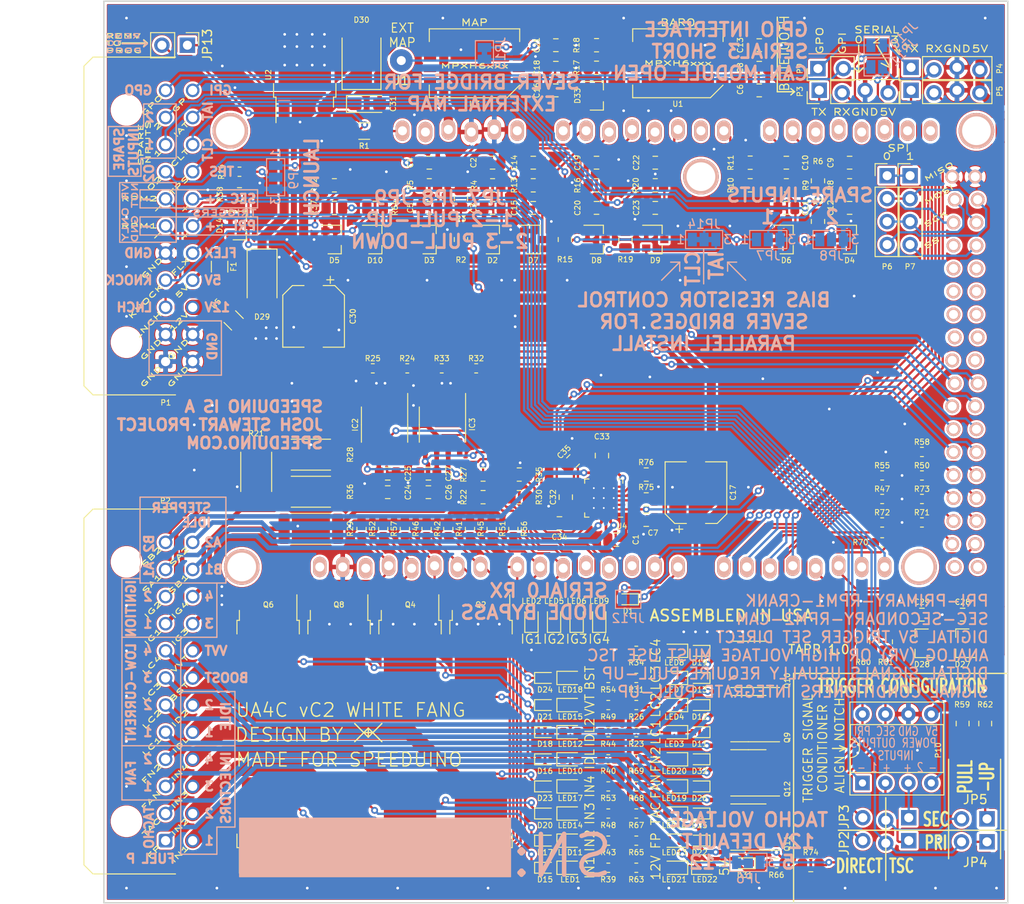
<source format=kicad_pcb>
(kicad_pcb (version 20171130) (host pcbnew "(5.1.9)-1")
  (title_block (title "White Fang") (date 2021-03-10) (rev C1))
  (layers (0 F.Cu signal) (31 B.Cu signal) (34 B.Paste user) (35 F.Paste user) (36 B.SilkS user) (37 F.SilkS user) (38 B.Mask user) (39 F.Mask user) (44 Edge.Cuts user))
  (net 0 "")
  (net 1 +5V)
  (net 2 +12V)
  (net 3 "Net-(LED2-Pad2)")
  (net 4 "Net-(LED4-Pad2)")
  (net 5 /TPS)
  (net 6 /CLT)
  (net 7 /IAT)
  (net 8 /FUELP)
  (net 9 /TACHO)
  (net 10 /LAUNCH)
  (net 11 /RESET)
  (net 12 /D19)
  (net 13 /D18)
  (net 14 "Net-(C21-Pad2)")
  (net 15 /FAN)
  (net 16 /FAN2)
  (net 17 "Net-(LED5-Pad2)")
  (net 18 "Net-(LED6-Pad2)")
  (net 19 "Net-(LED7-Pad2)")
  (net 20 /TX3)
  (net 21 /RX3)
  (net 22 /TX0)
  (net 23 /RX0)
  (net 24 /MISO)
  (net 25 /MOSI)
  (net 26 /SCK)
  (net 27 /IGN1)
  (net 28 /IGN2)
  (net 29 /IGN3)
  (net 30 /IGN4)
  (net 31 /A3)
  (net 32 /A0)
  (net 33 /A4)
  (net 34 /A5)
  (net 35 "Net-(IC2-Pad5)")
  (net 36 "Net-(IC2-Pad7)")
  (net 37 "Net-(IC3-Pad5)")
  (net 38 "Net-(IC3-Pad7)")
  (net 39 "Net-(LED1-Pad2)")
  (net 40 "Net-(LED3-Pad2)")
  (net 41 "Net-(LED8-Pad2)")
  (net 42 "Net-(LED9-Pad2)")
  (net 43 /A7)
  (net 44 /D9)
  (net 45 /D10)
  (net 46 /D7)
  (net 47 /D8)
  (net 48 /D5)
  (net 49 /D6)
  (net 50 /SS0)
  (net 51 /SS1)
  (net 52 /TX2)
  (net 53 /RX2)
  (net 54 "Net-(LED10-Pad2)")
  (net 55 "Net-(LED11-Pad2)")
  (net 56 Earth)
  (net 57 "Net-(C2-Pad1)")
  (net 58 /A2)
  (net 59 /02)
  (net 60 /A1)
  (net 61 /INP2)
  (net 62 /A8)
  (net 63 /A9)
  (net 64 "Net-(C13-Pad2)")
  (net 65 /D20)
  (net 66 /INJ1)
  (net 67 "Net-(D15-Pad2)")
  (net 68 /IDLE1)
  (net 69 "Net-(D16-Pad2)")
  (net 70 /INJ2)
  (net 71 "Net-(D17-Pad2)")
  (net 72 /IDLE2)
  (net 73 "Net-(D18-Pad2)")
  (net 74 /LC1)
  (net 75 /INJ3)
  (net 76 "Net-(D20-Pad2)")
  (net 77 /BOOST)
  (net 78 "Net-(D21-Pad2)")
  (net 79 /LC2)
  (net 80 /INJ4)
  (net 81 "Net-(D23-Pad2)")
  (net 82 /VVT)
  (net 83 "Net-(D24-Pad2)")
  (net 84 /LC3)
  (net 85 /LC4)
  (net 86 "Net-(D29-Pad1)")
  (net 87 /D33)
  (net 88 /GPO)
  (net 89 /GPI)
  (net 90 /D25)
  (net 91 "Net-(JP6-Pad2)")
  (net 92 /D24)
  (net 93 /RPM1/VR+)
  (net 94 /RPM2/VR+)
  (net 95 "Net-(LED12-Pad2)")
  (net 96 "Net-(LED13-Pad2)")
  (net 97 "Net-(LED14-Pad2)")
  (net 98 "Net-(LED15-Pad2)")
  (net 99 "Net-(LED16-Pad2)")
  (net 100 "Net-(LED17-Pad2)")
  (net 101 "Net-(LED18-Pad2)")
  (net 102 "Net-(LED19-Pad2)")
  (net 103 "Net-(LED20-Pad2)")
  (net 104 "Net-(LED21-Pad2)")
  (net 105 /FLEX)
  (net 106 /VR1-)
  (net 107 /VR2-)
  (net 108 /STP-B1)
  (net 109 /STP-A1)
  (net 110 /STP-B2)
  (net 111 /STP-A2)
  (net 112 /D11)
  (net 113 /D12)
  (net 114 /D22)
  (net 115 /D23)
  (net 116 /D26)
  (net 117 /D27)
  (net 118 /D28)
  (net 119 /D29)
  (net 120 /INP1)
  (net 121 /ENBL)
  (net 122 /STEP)
  (net 123 /DIR)
  (net 124 /D35)
  (net 125 /D36)
  (net 126 /D34)
  (net 127 /D37)
  (net 128 "Net-(JP2-Pad1)")
  (net 129 "Net-(JP2-Pad3)")
  (net 130 "Net-(JP3-Pad1)")
  (net 131 "Net-(JP3-Pad3)")
  (net 132 "Net-(JP4-Pad1)")
  (net 133 "Net-(JP5-Pad1)")
  (net 134 "Net-(JP7-Pad2)")
  (net 135 "Net-(JP8-Pad2)")
  (net 136 "Net-(JP9-Pad2)")
  (net 137 "Net-(JP13-Pad2)")
  (net 138 /D21)
  (net 139 /KNOCK)
  (net 140 "Net-(D11-Pad2)")
  (net 141 "Net-(D12-Pad2)")
  (net 142 "Net-(D13-Pad2)")
  (net 143 "Net-(D19-Pad2)")
  (net 144 "Net-(D22-Pad2)")
  (net 145 "Net-(D25-Pad2)")
  (net 146 "Net-(D26-Pad2)")
  (net 147 "Net-(D25-Pad1)")
  (net 148 "Net-(D32-Pad2)")
  (net 149 "Net-(D1-Pad1)")
  (net 150 "Net-(JP14-Pad1)")
  (net 151 "Net-(LED22-Pad2)")
  (net 152 "Net-(JP14-Pad3)")
  (net 153 "Net-(F1-Pad1)")
  (net 154 "Net-(C32-Pad2)")
  (net 155 "Net-(C32-Pad1)")
  (net 156 "Net-(C34-Pad1)")
  (net 157 "Net-(C35-Pad2)")
  (net 158 "Net-(R75-Pad2)")
  (net 159 "Net-(R76-Pad2)")
  (net 160 "Net-(JP15-Pad2)")
  (net 161 "Net-(IC2-Pad1)")
  (net 162 "Net-(IC2-Pad8)")
  (net 163 "Net-(IC3-Pad1)")
  (net 164 "Net-(IC3-Pad8)")
  (net 165 "Net-(SHIELD1-PadAD15)")
  (net 166 "Net-(SHIELD1-PadAD14)")
  (net 167 "Net-(SHIELD1-PadAD13)")
  (net 168 "Net-(SHIELD1-PadAD12)")
  (net 169 /A6)
  (net 170 "Net-(SHIELD1-PadAD10)")
  (net 171 "Net-(SHIELD1-PadAD11)")
  (net 172 "Net-(SHIELD1-PadV_IN)")
  (net 173 "Net-(SHIELD1-Pad3V3)")
  (net 174 "Net-(SHIELD1-Pad2)")
  (net 175 "Net-(SHIELD1-Pad3)")
  (net 176 "Net-(SHIELD1-Pad4)")
  (net 177 "Net-(SHIELD1-Pad13)")
  (net 178 "Net-(SHIELD1-PadAREF)")
  (net 179 "Net-(SHIELD1-Pad5V_4)")
  (net 180 "Net-(SHIELD1-Pad5V_5)")
  (net 181 "Net-(SHIELD1-Pad38)")
  (net 182 "Net-(SHIELD1-Pad39)")
  (net 183 "Net-(SHIELD1-Pad40)")
  (net 184 "Net-(SHIELD1-Pad41)")
  (net 185 "Net-(SHIELD1-Pad42)")
  (net 186 "Net-(SHIELD1-Pad43)")
  (net 187 "Net-(SHIELD1-Pad44)")
  (net 188 "Net-(SHIELD1-Pad45)")
  (net 189 "Net-(SHIELD1-Pad46)")
  (net 190 "Net-(SHIELD1-Pad47)")
  (net 191 "Net-(SHIELD1-Pad48)")
  (net 192 "Net-(U1-Pad1)")
  (net 193 "Net-(U1-Pad5)")
  (net 194 "Net-(U1-Pad6)")
  (net 195 "Net-(U1-Pad7)")
  (net 196 "Net-(U1-Pad8)")
  (net 197 "Net-(U3-Pad1)")
  (net 198 "Net-(U3-Pad5)")
  (net 199 "Net-(U3-Pad6)")
  (net 200 "Net-(U3-Pad7)")
  (net 201 "Net-(U3-Pad8)")
  (net 202 "Net-(U4-Pad7)")
  (net 203 "Net-(U4-Pad6)")
  (net 204 "Net-(U4-Pad2)")
  (module Connector_PinHeader_2.54mm:PinHeader_1x02_P2.54mm_Vertical (layer F.Cu) (at 169.135 70.59 90)
    (fp_text reference P9 (at 0 -2.135 90) (layer F.SilkS) (effects (font (size 0.6 0.6) (thickness 0.1))))
    (fp_text value CAN)
    (pad 2 thru_hole oval (at 0 2.68 90) (size 1.7 1.7) (drill 1) (layers *.Cu *.Mask) (net 89 /GPI))
    (pad 1 thru_hole rect (at 0 -0.14 90) (size 1.7 1.7) (drill 1) (layers *.Cu *.Mask) (net 88 /GPO))
  )
  (module Pin_Headers:Pin_Header_Straight_1x04_Pitch2.54mm (layer F.Cu) (at 179.295 70.59 90)
    (fp_text reference P4 (at 0 9.805 90) (layer F.SilkS) (effects (font (size 0.6 0.6) (thickness 0.1))))
    (fp_text value SER3)
    (pad 1 thru_hole rect (at 0.14 0 90) (size 1.7 1.7) (drill 1) (layers *.Cu *.Mask) (net 20 /TX3))
    (pad 2 thru_hole oval (at -0.14 2.54 90) (size 1.7 1.7) (drill 1) (layers *.Cu *.Mask) (net 21 /RX3))
    (pad 3 thru_hole oval (at 0.14 5.08 90) (size 1.7 1.7) (drill 1) (layers *.Cu *.Mask) (net 56 Earth))
    (pad 4 thru_hole oval (at -0.14 7.62 90) (size 1.7 1.7) (drill 1) (layers *.Cu *.Mask) (net 1 +5V))
  )
  (module Pin_Headers:Pin_Header_Straight_1x04_Pitch2.54mm (layer F.Cu) (at 179.295 73.13 90)
    (fp_text reference P5 (at 0.03 9.805 90) (layer F.SilkS) (effects (font (size 0.6 0.6) (thickness 0.1))))
    (fp_text value SER2)
    (pad 1 thru_hole rect (at 0.14 0 90) (size 1.7 1.7) (drill 1) (layers *.Cu *.Mask) (net 52 /TX2))
    (pad 2 thru_hole oval (at -0.14 2.54 90) (size 1.7 1.7) (drill 1) (layers *.Cu *.Mask) (net 53 /RX2))
    (pad 3 thru_hole oval (at 0.14 5.08 90) (size 1.7 1.7) (drill 1) (layers *.Cu *.Mask) (net 56 Earth))
    (pad 4 thru_hole oval (at -0.14 7.62 90) (size 1.7 1.7) (drill 1) (layers *.Cu *.Mask) (net 1 +5V))
  )
  (module Pin_Headers:Pin_Header_Straight_1x04_Pitch2.54mm (layer F.Cu) (at 169.135 73.13 90)
    (fp_text reference P3 (at 0 -2.135 90) (layer F.SilkS) (effects (font (size 0.6 0.6) (thickness 0.1))))
    (fp_text value SER0)
    (pad 1 thru_hole rect (at 0.14 0 90) (size 1.7 1.7) (drill 1) (layers *.Cu *.Mask) (net 22 /TX0))
    (pad 2 thru_hole oval (at -0.14 2.54 90) (size 1.7 1.7) (drill 1) (layers *.Cu *.Mask) (net 149 "Net-(D1-Pad1)"))
    (pad 3 thru_hole oval (at 0.14 5.08 90) (size 1.7 1.7) (drill 1) (layers *.Cu *.Mask) (net 56 Earth))
    (pad 4 thru_hole oval (at -0.14 7.62 90) (size 1.7 1.7) (drill 1) (layers *.Cu *.Mask) (net 1 +5V))
  )
  (module footprnt:VIA_0.6mm (layer F.Cu) (at 104.75 116.85 90)
    (fp_text reference REF** hide)
    (fp_text value VIA_0.6mm hide)
    (pad 1 thru_hole circle (at 0 0 90) (size 0.6 0.6) (drill 0.3) (layers *.Cu) (net 56 Earth))
  )
  (module footprnt:VIA_0.6mm (layer F.Cu) (at 112.9 112.2 90)
    (fp_text reference REF** hide)
    (fp_text value VIA_0.6mm hide)
    (pad 1 thru_hole circle (at 0 0 90) (size 0.6 0.6) (drill 0.3) (layers *.Cu) (net 56 Earth))
  )
  (module footprnt:VIA_0.6mm (layer F.Cu) (at 118.85 116.5 90)
    (fp_text reference REF** hide)
    (fp_text value VIA_0.6mm hide)
    (pad 1 thru_hole circle (at 0 0 90) (size 0.6 0.6) (drill 0.3) (layers *.Cu) (net 56 Earth))
  )
  (module footprnt:VIA_0.6mm (layer F.Cu) (at 147.1 124.75)
    (fp_text reference REF** hide)
    (fp_text value VIA_0.6mm hide)
    (pad 1 thru_hole circle (at 0 0) (size 0.6 0.6) (drill 0.3) (layers *.Cu) (net 56 Earth))
  )
  (module footprnt:VIA_0.6mm (layer F.Cu) (at 152.85 121.65)
    (fp_text reference REF** hide)
    (fp_text value VIA_0.6mm hide)
    (pad 1 thru_hole circle (at 0 0) (size 0.6 0.6) (drill 0.3) (layers *.Cu) (net 56 Earth))
  )
  (module footprnt:JPR_2POS_SMLHL (layer F.Cu) (at 99.1 68 270)
    (fp_text reference JP13 (at 0 -2.35 90) (layer F.SilkS))
    (fp_text value PULLUP)
    (pad 1 thru_hole rect (at 0 -0.14 270) (size 1.7 1.7) (drill 1) (layers *.Cu *.Mask) (net 1 +5V))
    (pad 2 thru_hole oval (at 0 2.68 270) (size 1.7 1.7) (drill 1) (layers *.Cu *.Mask) (net 137 "Net-(JP13-Pad2)"))
  )
  (module footprnt:JPR_3POS_SMLHL (layer F.Cu) (at 179.04 156.139534 270)
    (fp_text reference JP2 (at 0.160466 7.14 270) (layer F.SilkS))
    (fp_text value HALL_VR)
    (pad 1 thru_hole rect (at -0.14 0 270) (size 1.7 1.7) (drill 1) (layers *.Cu *.Mask) (net 128 "Net-(JP2-Pad1)"))
    (pad 2 thru_hole oval (at 0.14 2.54 270) (size 1.7 1.7) (drill 1) (layers *.Cu *.Mask) (net 93 /RPM1/VR+))
    (pad 3 thru_hole oval (at -0.14 5.08 270) (size 1.7 1.7) (drill 1) (layers *.Cu *.Mask) (net 129 "Net-(JP2-Pad3)"))
  )
  (module footprnt:JPR_3POS_SMLHL (layer F.Cu) (at 179.04 153.599534 270)
    (fp_text reference JP3 (at -0.249534 7.14 270) (layer F.SilkS))
    (fp_text value HALL_VR)
    (pad 1 thru_hole rect (at -0.14 0 270) (size 1.7 1.7) (drill 1) (layers *.Cu *.Mask) (net 130 "Net-(JP3-Pad1)"))
    (pad 2 thru_hole oval (at 0.14 2.54 270) (size 1.7 1.7) (drill 1) (layers *.Cu *.Mask) (net 94 /RPM2/VR+))
    (pad 3 thru_hole oval (at -0.14 5.08 270) (size 1.7 1.7) (drill 1) (layers *.Cu *.Mask) (net 131 "Net-(JP3-Pad3)"))
  )
  (module footprnt:JPR_2POS_SMLHL (layer F.Cu) (at 187.561482 156.129988 270)
    (fp_text reference JP4 (at 2.270012 1.161482) (layer F.SilkS))
    (fp_text value PULLUP)
    (pad 1 thru_hole rect (at 0 -0.14 270) (size 1.7 1.7) (drill 1) (layers *.Cu *.Mask) (net 132 "Net-(JP4-Pad1)"))
    (pad 2 thru_hole oval (at 0 2.68 270) (size 1.7 1.7) (drill 1) (layers *.Cu *.Mask) (net 93 /RPM1/VR+))
  )
  (module footprnt:JPR_2POS_SMLHL (layer F.Cu) (at 187.561482 153.589988 270)
    (fp_text reference JP5 (at -2.139988 1.161482) (layer F.SilkS))
    (fp_text value PULLUP)
    (pad 1 thru_hole rect (at 0 -0.14 270) (size 1.7 1.7) (drill 1) (layers *.Cu *.Mask) (net 133 "Net-(JP5-Pad1)"))
    (pad 2 thru_hole oval (at 0 2.68 270) (size 1.7 1.7) (drill 1) (layers *.Cu *.Mask) (net 94 /RPM2/VR+))
  )
  (module footprnt:ARDUINO_MEGA_SHIELD (layer B.Cu) (at 90.01 74.925)
    (fp_text reference SHIELD1 hide)
    (fp_text value ARDUINO_MEGA_SHIELD hide)
    (pad 14 thru_hole oval (at 68.58 50.8 270) (size 2.25 1.5) (drill 1) (layers *.Cu *.Mask B.SilkS) (net 20 /TX3))
    (pad 15 thru_hole oval (at 71.12 50.8 270) (size 2.25 1.5) (drill 1) (layers *.Cu *.Mask B.SilkS) (net 21 /RX3))
    (pad 16 thru_hole oval (at 73.66 50.94 270) (size 2.25 1.5) (drill 1) (layers *.Cu *.Mask B.SilkS) (net 52 /TX2))
    (pad 17 thru_hole oval (at 76.2 50.66 270) (size 2.25 1.5) (drill 1) (layers *.Cu *.Mask B.SilkS) (net 53 /RX2))
    (pad 18 thru_hole oval (at 78.74 50.94 270) (size 2.25 1.5) (drill 1) (layers *.Cu *.Mask B.SilkS) (net 13 /D18))
    (pad 19 thru_hole oval (at 81.28 50.66 270) (size 2.25 1.5) (drill 1) (layers *.Cu *.Mask B.SilkS) (net 12 /D19))
    (pad 20 thru_hole oval (at 83.82 50.8 270) (size 2.25 1.5) (drill 1) (layers *.Cu *.Mask B.SilkS) (net 65 /D20))
    (pad 21 thru_hole oval (at 86.36 50.8 270) (size 2.25 1.5) (drill 1) (layers *.Cu *.Mask B.SilkS) (net 138 /D21))
    (pad AD15 thru_hole oval (at 91.44 2.54 270) (size 2.25 1.5) (drill 1) (layers *.Cu *.Mask B.SilkS) (net 165 "Net-(SHIELD1-PadAD15)"))
    (pad AD14 thru_hole oval (at 88.9 2.54 270) (size 2.25 1.5) (drill 1) (layers *.Cu *.Mask B.SilkS) (net 166 "Net-(SHIELD1-PadAD14)"))
    (pad AD13 thru_hole oval (at 86.36 2.4 270) (size 2.25 1.5) (drill 1) (layers *.Cu *.Mask B.SilkS) (net 167 "Net-(SHIELD1-PadAD13)"))
    (pad AD12 thru_hole oval (at 83.82 2.68 270) (size 2.25 1.5) (drill 1) (layers *.Cu *.Mask B.SilkS) (net 168 "Net-(SHIELD1-PadAD12)"))
    (pad AD8 thru_hole oval (at 73.66 2.54 270) (size 2.25 1.5) (drill 1) (layers *.Cu *.Mask B.SilkS) (net 62 /A8))
    (pad AD7 thru_hole oval (at 68.58 2.54 270) (size 2.25 1.5) (drill 1) (layers *.Cu *.Mask B.SilkS) (net 43 /A7))
    (pad AD6 thru_hole oval (at 66.04 2.54 270) (size 2.25 1.5) (drill 1) (layers *.Cu *.Mask B.SilkS) (net 169 /A6))
    (pad AD9 thru_hole oval (at 76.2 2.54 270) (size 2.25 1.5) (drill 1) (layers *.Cu *.Mask B.SilkS) (net 63 /A9))
    (pad AD10 thru_hole oval (at 78.74 2.68 270) (size 2.25 1.5) (drill 1) (layers *.Cu *.Mask B.SilkS) (net 170 "Net-(SHIELD1-PadAD10)"))
    (pad AD11 thru_hole oval (at 81.28 2.4 270) (size 2.25 1.5) (drill 1) (layers *.Cu *.Mask B.SilkS) (net 171 "Net-(SHIELD1-PadAD11)"))
    (pad AD5 thru_hole oval (at 63.5 2.4 270) (size 2.25 1.5) (drill 1) (layers *.Cu *.Mask B.SilkS) (net 34 /A5))
    (pad AD4 thru_hole oval (at 60.96 2.68 270) (size 2.25 1.5) (drill 1) (layers *.Cu *.Mask B.SilkS) (net 33 /A4))
    (pad AD3 thru_hole oval (at 58.42 2.4 270) (size 2.25 1.5) (drill 1) (layers *.Cu *.Mask B.SilkS) (net 31 /A3))
    (pad AD0 thru_hole oval (at 50.8 2.54 270) (size 2.25 1.5) (drill 1) (layers *.Cu *.Mask B.SilkS) (net 32 /A0))
    (pad AD1 thru_hole oval (at 53.34 2.54 270) (size 2.25 1.5) (drill 1) (layers *.Cu *.Mask B.SilkS) (net 60 /A1))
    (pad AD2 thru_hole oval (at 55.88 2.68 270) (size 2.25 1.5) (drill 1) (layers *.Cu *.Mask B.SilkS) (net 58 /A2))
    (pad V_IN thru_hole oval (at 45.72 2.54 270) (size 2.25 1.5) (drill 1) (layers *.Cu *.Mask B.SilkS) (net 172 "Net-(SHIELD1-PadV_IN)"))
    (pad GND2 thru_hole oval (at 43.18 2.4 270) (size 2.25 1.5) (drill 1) (layers *.Cu *.Mask B.SilkS) (net 56 Earth))
    (pad GND1 thru_hole oval (at 40.64 2.68 270) (size 2.25 1.5) (drill 1) (layers *.Cu *.Mask B.SilkS) (net 56 Earth))
    (pad 3V3 thru_hole oval (at 35.56 2.68 270) (size 2.25 1.5) (drill 1) (layers *.Cu *.Mask B.SilkS) (net 173 "Net-(SHIELD1-Pad3V3)"))
    (pad RST thru_hole oval (at 33.02 2.54 270) (size 2.25 1.5) (drill 1) (layers *.Cu *.Mask B.SilkS) (net 11 /RESET))
    (pad 0 thru_hole oval (at 63.5 50.8 270) (size 2.25 1.5) (drill 1) (layers *.Cu *.Mask B.SilkS) (net 23 /RX0))
    (pad 1 thru_hole oval (at 60.96 50.8 270) (size 2.25 1.5) (drill 1) (layers *.Cu *.Mask B.SilkS) (net 22 /TX0))
    (pad 2 thru_hole oval (at 58.42 50.66 270) (size 2.25 1.5) (drill 1) (layers *.Cu *.Mask B.SilkS) (net 174 "Net-(SHIELD1-Pad2)"))
    (pad 3 thru_hole oval (at 55.88 50.94 270) (size 2.25 1.5) (drill 1) (layers *.Cu *.Mask B.SilkS) (net 175 "Net-(SHIELD1-Pad3)"))
    (pad 4 thru_hole oval (at 53.34 50.66 270) (size 2.25 1.5) (drill 1) (layers *.Cu *.Mask B.SilkS) (net 176 "Net-(SHIELD1-Pad4)"))
    (pad 5 thru_hole oval (at 50.8 50.94 270) (size 2.25 1.5) (drill 1) (layers *.Cu *.Mask B.SilkS) (net 48 /D5))
    (pad 6 thru_hole oval (at 48.26 50.8 270) (size 2.25 1.5) (drill 1) (layers *.Cu *.Mask B.SilkS) (net 49 /D6))
    (pad 7 thru_hole oval (at 45.72 50.8 270) (size 2.25 1.5) (drill 1) (layers *.Cu *.Mask B.SilkS) (net 46 /D7))
    (pad 8 thru_hole oval (at 41.656 50.8 270) (size 2.25 1.5) (drill 1) (layers *.Cu *.Mask B.SilkS) (net 47 /D8))
    (pad 9 thru_hole oval (at 39.116 50.8 270) (size 2.25 1.5) (drill 1) (layers *.Cu *.Mask B.SilkS) (net 44 /D9))
    (pad 10 thru_hole oval (at 36.576 50.66 270) (size 2.25 1.5) (drill 1) (layers *.Cu *.Mask B.SilkS) (net 45 /D10))
    (pad 11 thru_hole oval (at 34.036 50.94 270) (size 2.25 1.5) (drill 1) (layers *.Cu *.Mask B.SilkS) (net 112 /D11))
    (pad 12 thru_hole oval (at 31.496 50.66 270) (size 2.25 1.5) (drill 1) (layers *.Cu *.Mask B.SilkS) (net 113 /D12))
    (pad 13 thru_hole oval (at 28.956 50.94 270) (size 2.25 1.5) (drill 1) (layers *.Cu *.Mask B.SilkS) (net 177 "Net-(SHIELD1-Pad13)"))
    (pad GND3 thru_hole oval (at 26.416 50.8 270) (size 2.25 1.5) (drill 1) (layers *.Cu *.Mask B.SilkS) (net 56 Earth))
    (pad AREF thru_hole oval (at 23.876 50.8 270) (size 2.25 1.5) (drill 1) (layers *.Cu *.Mask B.SilkS) (net 178 "Net-(SHIELD1-PadAREF)"))
    (pad 5V thru_hole oval (at 38.1 2.4 270) (size 2.25 1.5) (drill 1) (layers *.Cu *.Mask B.SilkS) (net 1 +5V))
    (pad "" thru_hole circle (at 96.52 2.54 270) (size 3.937 3.937) (drill 3.175) (layers *.Cu *.Mask B.SilkS))
    (pad "" thru_hole circle (at 90.17 50.8 270) (size 3.937 3.937) (drill 3.175) (layers *.Cu *.Mask B.SilkS))
    (pad "" thru_hole circle (at 15.24 50.8 270) (size 3.937 3.937) (drill 3.175) (layers *.Cu *.Mask B.SilkS))
    (pad "" thru_hole circle (at 13.97 2.54 270) (size 3.937 3.937) (drill 3.175) (layers *.Cu *.Mask B.SilkS))
    (pad 22 thru_hole circle (at 93.84 48.26) (size 1.524 1.524) (drill 1) (layers *.Cu *.Mask B.SilkS) (net 114 /D22))
    (pad 23 thru_hole circle (at 96.38 48.26) (size 1.524 1.524) (drill 1) (layers *.Cu *.Mask B.SilkS) (net 115 /D23))
    (pad 24 thru_hole circle (at 93.98 45.72) (size 1.524 1.524) (drill 1) (layers *.Cu *.Mask B.SilkS) (net 92 /D24))
    (pad 25 thru_hole circle (at 96.52 45.72) (size 1.524 1.524) (drill 1) (layers *.Cu *.Mask B.SilkS) (net 90 /D25))
    (pad 26 thru_hole circle (at 93.98 43.18) (size 1.524 1.524) (drill 1) (layers *.Cu *.Mask B.SilkS) (net 116 /D26))
    (pad 27 thru_hole circle (at 96.52 43.18) (size 1.524 1.524) (drill 1) (layers *.Cu *.Mask B.SilkS) (net 117 /D27))
    (pad 28 thru_hole circle (at 93.98 40.64) (size 1.524 1.524) (drill 1) (layers *.Cu *.Mask B.SilkS) (net 118 /D28))
    (pad 29 thru_hole circle (at 96.52 40.64) (size 1.524 1.524) (drill 1) (layers *.Cu *.Mask B.SilkS) (net 119 /D29))
    (pad 5V_4 thru_hole circle (at 94.12 50.8) (size 1.524 1.524) (drill 1) (layers *.Cu *.Mask B.SilkS) (net 179 "Net-(SHIELD1-Pad5V_4)"))
    (pad 5V_5 thru_hole circle (at 96.66 50.8) (size 1.524 1.524) (drill 1) (layers *.Cu *.Mask B.SilkS) (net 180 "Net-(SHIELD1-Pad5V_5)"))
    (pad 31 thru_hole circle (at 96.52 38.1) (size 1.524 1.524) (drill 1) (layers *.Cu *.Mask B.SilkS) (net 122 /STEP))
    (pad 30 thru_hole circle (at 93.98 38.1) (size 1.524 1.524) (drill 1) (layers *.Cu *.Mask B.SilkS) (net 121 /ENBL))
    (pad 32 thru_hole circle (at 93.98 35.56) (size 1.524 1.524) (drill 1) (layers *.Cu *.Mask B.SilkS) (net 123 /DIR))
    (pad 33 thru_hole circle (at 96.52 35.56) (size 1.524 1.524) (drill 1) (layers *.Cu *.Mask B.SilkS) (net 87 /D33))
    (pad 34 thru_hole circle (at 93.84 33.02) (size 1.524 1.524) (drill 1) (layers *.Cu *.Mask B.SilkS) (net 126 /D34))
    (pad 35 thru_hole circle (at 96.38 33.02) (size 1.524 1.524) (drill 1) (layers *.Cu *.Mask B.SilkS) (net 124 /D35))
    (pad 36 thru_hole circle (at 94.12 30.48) (size 1.524 1.524) (drill 1) (layers *.Cu *.Mask B.SilkS) (net 125 /D36))
    (pad 37 thru_hole circle (at 96.66 30.48) (size 1.524 1.524) (drill 1) (layers *.Cu *.Mask B.SilkS) (net 127 /D37))
    (pad 38 thru_hole circle (at 93.84 27.94) (size 1.524 1.524) (drill 1) (layers *.Cu *.Mask B.SilkS) (net 181 "Net-(SHIELD1-Pad38)"))
    (pad 39 thru_hole circle (at 96.38 27.94) (size 1.524 1.524) (drill 1) (layers *.Cu *.Mask B.SilkS) (net 182 "Net-(SHIELD1-Pad39)"))
    (pad 40 thru_hole circle (at 94.12 25.4) (size 1.524 1.524) (drill 1) (layers *.Cu *.Mask B.SilkS) (net 183 "Net-(SHIELD1-Pad40)"))
    (pad 41 thru_hole circle (at 96.66 25.4) (size 1.524 1.524) (drill 1) (layers *.Cu *.Mask B.SilkS) (net 184 "Net-(SHIELD1-Pad41)"))
    (pad 42 thru_hole circle (at 93.98 22.86) (size 1.524 1.524) (drill 1) (layers *.Cu *.Mask B.SilkS) (net 185 "Net-(SHIELD1-Pad42)"))
    (pad 43 thru_hole circle (at 96.52 22.86) (size 1.524 1.524) (drill 1) (layers *.Cu *.Mask B.SilkS) (net 186 "Net-(SHIELD1-Pad43)"))
    (pad 44 thru_hole circle (at 93.98 20.32) (size 1.524 1.524) (drill 1) (layers *.Cu *.Mask B.SilkS) (net 187 "Net-(SHIELD1-Pad44)"))
    (pad 45 thru_hole circle (at 96.52 20.32) (size 1.524 1.524) (drill 1) (layers *.Cu *.Mask B.SilkS) (net 188 "Net-(SHIELD1-Pad45)"))
    (pad 46 thru_hole circle (at 93.98 17.78) (size 1.524 1.524) (drill 1) (layers *.Cu *.Mask B.SilkS) (net 189 "Net-(SHIELD1-Pad46)"))
    (pad 47 thru_hole circle (at 96.52 17.78) (size 1.524 1.524) (drill 1) (layers *.Cu *.Mask B.SilkS) (net 190 "Net-(SHIELD1-Pad47)"))
    (pad 48 thru_hole circle (at 93.98 15.24) (size 1.524 1.524) (drill 1) (layers *.Cu *.Mask B.SilkS) (net 191 "Net-(SHIELD1-Pad48)"))
    (pad 49 thru_hole circle (at 96.52 15.24) (size 1.524 1.524) (drill 1) (layers *.Cu *.Mask B.SilkS) (net 51 /SS1))
    (pad 50 thru_hole circle (at 93.98 12.7) (size 1.524 1.524) (drill 1) (layers *.Cu *.Mask B.SilkS) (net 24 /MISO))
    (pad 51 thru_hole circle (at 96.52 12.7) (size 1.524 1.524) (drill 1) (layers *.Cu *.Mask B.SilkS) (net 25 /MOSI))
    (pad 52 thru_hole circle (at 94.12 10.16) (size 1.524 1.524) (drill 1) (layers *.Cu *.Mask B.SilkS) (net 26 /SCK))
    (pad 53 thru_hole circle (at 96.66 10.16) (size 1.524 1.524) (drill 1) (layers *.Cu *.Mask B.SilkS) (net 50 /SS0))
    (pad GND4 thru_hole circle (at 93.84 7.62) (size 1.524 1.524) (drill 1) (layers *.Cu *.Mask B.SilkS) (net 56 Earth))
    (pad GND5 thru_hole circle (at 96.38 7.62) (size 1.524 1.524) (drill 1) (layers *.Cu *.Mask B.SilkS) (net 56 Earth))
    (pad "" thru_hole circle (at 66.04 7.62 270) (size 3.937 3.937) (drill 3.175) (layers *.Cu *.Mask B.SilkS))
  )
  (module Package_TO_SOT_SMD:TO-252-2 (layer F.Cu) (at 112.22 71.275 90)
    (fp_text reference U2 (at 0 -4.02 90) (layer F.SilkS) (effects (font (size 0.6 0.6) (thickness 0.1))))
    (fp_text value TS2940CP50)
    (pad 2 smd rect (at 2.1 0 90) (size 6.4 5.8) (layers F.Cu F.Mask) (net 56 Earth))
    (pad 3 smd rect (at -4.2 2.28 90) (size 2.2 1.2) (layers F.Cu F.Paste F.Mask) (net 1 +5V))
    (pad 1 smd rect (at -4.2 -2.28 90) (size 2.2 1.2) (layers F.Cu F.Paste F.Mask) (net 86 "Net-(D29-Pad1)"))
  )
  (module footprnt:VIA_0.6mm (layer F.Cu) (at 151.35 116.85)
    (fp_text reference REF** hide)
    (fp_text value VIA_0.6mm hide)
    (pad 1 thru_hole circle (at 0 0) (size 0.6 0.6) (drill 0.3) (layers *.Cu) (net 56 Earth))
  )
  (module Package_SO:SOIC-8_3.9x4.9mm_P1.27mm (layer F.Cu) (at 161.3 154.5 180)
    (fp_text reference Q11 (at -4.3 -1.8 270) (layer F.SilkS) (effects (font (size 0.6 0.6) (thickness 0.1))))
    (fp_text value NCV8402AD)
    (pad 8 smd roundrect (at 2.475 -1.905 180) (size 1.95 0.6) (layers F.Cu F.Paste F.Mask) (net 8 /FUELP))
    (pad 7 smd roundrect (at 2.475 -0.635 180) (size 1.95 0.6) (layers F.Cu F.Paste F.Mask) (net 8 /FUELP))
    (pad 6 smd roundrect (at 2.475 0.635 180) (size 1.95 0.6) (layers F.Cu F.Paste F.Mask) (net 147 "Net-(D25-Pad1)"))
    (pad 5 smd roundrect (at 2.475 1.905 180) (size 1.95 0.6) (layers F.Cu F.Paste F.Mask) (net 147 "Net-(D25-Pad1)"))
    (pad 4 smd roundrect (at -2.475 1.905 180) (size 1.95 0.6) (layers F.Cu F.Paste F.Mask) (net 114 /D22))
    (pad 3 smd roundrect (at -2.475 0.635 180) (size 1.95 0.6) (layers F.Cu F.Paste F.Mask) (net 56 Earth))
    (pad 2 smd roundrect (at -2.475 -0.635 180) (size 1.95 0.6) (layers F.Cu F.Paste F.Mask) (net 115 /D23))
    (pad 1 smd roundrect (at -2.475 -1.905 180) (size 1.95 0.6) (layers F.Cu F.Paste F.Mask) (net 56 Earth))
  )
  (module Package_SO:SOIC-8_3.9x4.9mm_P1.27mm (layer F.Cu) (at 161.3 148.5 180)
    (fp_text reference Q12 (at -4.3 -1.8 270) (layer F.SilkS) (effects (font (size 0.6 0.6) (thickness 0.1))))
    (fp_text value NCV8402AD)
    (pad 8 smd roundrect (at 2.475 -1.905 180) (size 1.95 0.6) (layers F.Cu F.Paste F.Mask) (net 15 /FAN))
    (pad 7 smd roundrect (at 2.475 -0.635 180) (size 1.95 0.6) (layers F.Cu F.Paste F.Mask) (net 15 /FAN))
    (pad 6 smd roundrect (at 2.475 0.635 180) (size 1.95 0.6) (layers F.Cu F.Paste F.Mask) (net 16 /FAN2))
    (pad 5 smd roundrect (at 2.475 1.905 180) (size 1.95 0.6) (layers F.Cu F.Paste F.Mask) (net 16 /FAN2))
    (pad 4 smd roundrect (at -2.475 1.905 180) (size 1.95 0.6) (layers F.Cu F.Paste F.Mask) (net 90 /D25))
    (pad 3 smd roundrect (at -2.475 0.635 180) (size 1.95 0.6) (layers F.Cu F.Paste F.Mask) (net 56 Earth))
    (pad 2 smd roundrect (at -2.475 -0.635 180) (size 1.95 0.6) (layers F.Cu F.Paste F.Mask) (net 92 /D24))
    (pad 1 smd roundrect (at -2.475 -1.905 180) (size 1.95 0.6) (layers F.Cu F.Paste F.Mask) (net 56 Earth))
  )
  (module Package_SO:SOIC-8_3.9x4.9mm_P1.27mm (layer F.Cu) (at 161.3 142.5 180)
    (fp_text reference Q9 (at -4.3 -2.1 270) (layer F.SilkS) (effects (font (size 0.6 0.6) (thickness 0.1))))
    (fp_text value NCV8402AD)
    (pad 8 smd roundrect (at 2.475 -1.905 180) (size 1.95 0.6) (layers F.Cu F.Paste F.Mask) (net 74 /LC1))
    (pad 7 smd roundrect (at 2.475 -0.635 180) (size 1.95 0.6) (layers F.Cu F.Paste F.Mask) (net 74 /LC1))
    (pad 6 smd roundrect (at 2.475 0.635 180) (size 1.95 0.6) (layers F.Cu F.Paste F.Mask) (net 79 /LC2))
    (pad 5 smd roundrect (at 2.475 1.905 180) (size 1.95 0.6) (layers F.Cu F.Paste F.Mask) (net 79 /LC2))
    (pad 4 smd roundrect (at -2.475 1.905 180) (size 1.95 0.6) (layers F.Cu F.Paste F.Mask) (net 117 /D27))
    (pad 3 smd roundrect (at -2.475 0.635 180) (size 1.95 0.6) (layers F.Cu F.Paste F.Mask) (net 56 Earth))
    (pad 2 smd roundrect (at -2.475 -0.635 180) (size 1.95 0.6) (layers F.Cu F.Paste F.Mask) (net 116 /D26))
    (pad 1 smd roundrect (at -2.475 -1.905 180) (size 1.95 0.6) (layers F.Cu F.Paste F.Mask) (net 56 Earth))
  )
  (module Package_SO:SOIC-8_3.9x4.9mm_P1.27mm (layer F.Cu) (at 161.3 136.5 180)
    (fp_text reference Q10 (at -4.3 -1.8 270) (layer F.SilkS) (effects (font (size 0.6 0.6) (thickness 0.1))))
    (fp_text value NCV8402AD)
    (pad 8 smd roundrect (at 2.475 -1.905 180) (size 1.95 0.6) (layers F.Cu F.Paste F.Mask) (net 84 /LC3))
    (pad 7 smd roundrect (at 2.475 -0.635 180) (size 1.95 0.6) (layers F.Cu F.Paste F.Mask) (net 84 /LC3))
    (pad 6 smd roundrect (at 2.475 0.635 180) (size 1.95 0.6) (layers F.Cu F.Paste F.Mask) (net 85 /LC4))
    (pad 5 smd roundrect (at 2.475 1.905 180) (size 1.95 0.6) (layers F.Cu F.Paste F.Mask) (net 85 /LC4))
    (pad 4 smd roundrect (at -2.475 1.905 180) (size 1.95 0.6) (layers F.Cu F.Paste F.Mask) (net 119 /D29))
    (pad 3 smd roundrect (at -2.475 0.635 180) (size 1.95 0.6) (layers F.Cu F.Paste F.Mask) (net 56 Earth))
    (pad 2 smd roundrect (at -2.475 -0.635 180) (size 1.95 0.6) (layers F.Cu F.Paste F.Mask) (net 118 /D28))
    (pad 1 smd roundrect (at -2.475 -1.905 180) (size 1.95 0.6) (layers F.Cu F.Paste F.Mask) (net 56 Earth))
  )
  (module Resistor_SMD:R_0805_2012Metric (layer F.Cu) (at 150 115.5 180)
    (fp_text reference R76 (at 0 1.35) (layer F.SilkS) (effects (font (size 0.6 0.6) (thickness 0.1))))
    (fp_text value 220k)
    (pad 2 smd roundrect (at 0.9125 0 180) (size 1.025 1.4) (layers F.Cu F.Paste F.Mask) (roundrect_rratio 0.243902) (net 159 "Net-(R76-Pad2)"))
    (pad 1 smd roundrect (at -0.9125 0 180) (size 1.025 1.4) (layers F.Cu F.Paste F.Mask) (roundrect_rratio 0.243902) (net 56 Earth))
  )
  (module Resistor_SMD:R_0805_2012Metric (layer F.Cu) (at 150 118.25 180)
    (fp_text reference R75 (at 0 1.35) (layer F.SilkS) (effects (font (size 0.6 0.6) (thickness 0.1))))
    (fp_text value 51k)
    (pad 2 smd roundrect (at 0.9125 0 180) (size 1.025 1.4) (layers F.Cu F.Paste F.Mask) (roundrect_rratio 0.243902) (net 158 "Net-(R75-Pad2)"))
    (pad 1 smd roundrect (at -0.9125 0 180) (size 1.025 1.4) (layers F.Cu F.Paste F.Mask) (roundrect_rratio 0.243902) (net 56 Earth))
  )
  (module Resistor_SMD:R_0805_2012Metric (layer F.Cu) (at 168.2 158.7 180)
    (fp_text reference R74 (at 0 1.4) (layer F.SilkS) (effects (font (size 0.6 0.6) (thickness 0.1))))
    (fp_text value 470r)
    (pad 1 smd roundrect (at -0.9125 0 180) (size 1.025 1.4) (layers F.Cu F.Paste F.Mask) (roundrect_rratio 0.243902) (net 1 +5V))
    (pad 2 smd roundrect (at 0.9125 0 180) (size 1.025 1.4) (layers F.Cu F.Paste F.Mask) (roundrect_rratio 0.243902) (net 151 "Net-(LED22-Pad2)"))
  )
  (module Resistor_SMD:R_0805_2012Metric (layer F.Cu) (at 120 86)
    (fp_text reference R64 (at 2.2 0 90) (layer F.SilkS) (effects (font (size 0.6 0.6) (thickness 0.1))))
    (fp_text value 470r)
    (pad 2 smd roundrect (at 0.9125 0) (size 1.025 1.4) (layers F.Cu F.Paste F.Mask) (roundrect_rratio 0.243902) (net 138 /D21))
    (pad 1 smd roundrect (at -0.9125 0) (size 1.025 1.4) (layers F.Cu F.Paste F.Mask) (roundrect_rratio 0.243902) (net 139 /KNOCK))
  )
  (module Resistor_SMD:R_0805_2012Metric (layer F.Cu) (at 176.5 134 90)
    (fp_text reference R61 (at -2.25 0 180) (layer F.SilkS) (effects (font (size 0.6 0.6) (thickness 0.1))))
    (fp_text value 220r)
    (pad 1 smd roundrect (at -0.9125 0 90) (size 1.025 1.4) (layers F.Cu F.Paste F.Mask) (roundrect_rratio 0.243902) (net 131 "Net-(JP3-Pad3)"))
    (pad 2 smd roundrect (at 0.9125 0 90) (size 1.025 1.4) (layers F.Cu F.Paste F.Mask) (roundrect_rratio 0.243902) (net 13 /D18))
  )
  (module Resistor_SMD:R_0805_2012Metric (layer F.Cu) (at 174 134 90)
    (fp_text reference R60 (at -2.25 0 180) (layer F.SilkS) (effects (font (size 0.6 0.6) (thickness 0.1))))
    (fp_text value 220r)
    (pad 1 smd roundrect (at -0.9125 0 90) (size 1.025 1.4) (layers F.Cu F.Paste F.Mask) (roundrect_rratio 0.243902) (net 129 "Net-(JP2-Pad3)"))
    (pad 2 smd roundrect (at 0.9125 0 90) (size 1.025 1.4) (layers F.Cu F.Paste F.Mask) (roundrect_rratio 0.243902) (net 12 /D19))
  )
  (module Resistor_SMD:R_0805_2012Metric (layer F.Cu) (at 105 84.5)
    (fp_text reference R38 (at -2.15 0 90) (layer F.SilkS) (effects (font (size 0.6 0.6) (thickness 0.1))))
    (fp_text value 470r)
    (pad 2 smd roundrect (at 0.9125 0) (size 1.025 1.4) (layers F.Cu F.Paste F.Mask) (roundrect_rratio 0.243902) (net 127 /D37))
    (pad 1 smd roundrect (at -0.9125 0) (size 1.025 1.4) (layers F.Cu F.Paste F.Mask) (roundrect_rratio 0.243902) (net 10 /LAUNCH))
  )
  (module Resistor_SMD:R_0805_2012Metric (layer F.Cu) (at 115.5 86)
    (fp_text reference R37 (at -2.25 0 90) (layer F.SilkS) (effects (font (size 0.6 0.6) (thickness 0.1))))
    (fp_text value 470r)
    (pad 2 smd roundrect (at 0.9125 0) (size 1.025 1.4) (layers F.Cu F.Paste F.Mask) (roundrect_rratio 0.243902) (net 65 /D20))
    (pad 1 smd roundrect (at -0.9125 0) (size 1.025 1.4) (layers F.Cu F.Paste F.Mask) (roundrect_rratio 0.243902) (net 105 /FLEX))
  )
  (module Resistor_SMD:R_2512_6332Metric (layer F.Cu) (at 112.9 117.4)
    (fp_text reference R36 (at 4.35 0 90) (layer F.SilkS) (effects (font (size 0.6 0.6) (thickness 0.1))))
    (fp_text value 15r)
    (pad 1 smd roundrect (at -2.9625 0) (size 1.225 3.35) (layers F.Cu F.Paste F.Mask) (roundrect_rratio 0.204082) (net 30 /IGN4))
    (pad 2 smd roundrect (at 2.9625 0) (size 1.225 3.35) (layers F.Cu F.Paste F.Mask) (roundrect_rratio 0.204082) (net 37 "Net-(IC3-Pad5)"))
  )
  (module Resistor_SMD:R_0805_2012Metric (layer F.Cu) (at 135.95 115.5)
    (fp_text reference R35 (at 2.2 0 90) (layer F.SilkS) (effects (font (size 0.6 0.6) (thickness 0.1))))
    (fp_text value 470r)
    (pad 2 smd roundrect (at 0.9125 0) (size 1.025 1.4) (layers F.Cu F.Paste F.Mask) (roundrect_rratio 0.243902) (net 42 "Net-(LED9-Pad2)"))
    (pad 1 smd roundrect (at -0.9125 0) (size 1.025 1.4) (layers F.Cu F.Paste F.Mask) (roundrect_rratio 0.243902) (net 37 "Net-(IC3-Pad5)"))
  )
  (module Resistor_SMD:R_0805_2012Metric (layer F.Cu) (at 135.95 118)
    (fp_text reference R30 (at 2.2 0 90) (layer F.SilkS) (effects (font (size 0.6 0.6) (thickness 0.1))))
    (fp_text value 470r)
    (pad 2 smd roundrect (at 0.9125 0) (size 1.025 1.4) (layers F.Cu F.Paste F.Mask) (roundrect_rratio 0.243902) (net 18 "Net-(LED6-Pad2)"))
    (pad 1 smd roundrect (at -0.9125 0) (size 1.025 1.4) (layers F.Cu F.Paste F.Mask) (roundrect_rratio 0.243902) (net 38 "Net-(IC3-Pad7)"))
  )
  (module Resistor_SMD:R_2512_6332Metric (layer F.Cu) (at 112.9 121.5)
    (fp_text reference R29 (at 4.35 0 90) (layer F.SilkS) (effects (font (size 0.6 0.6) (thickness 0.1))))
    (fp_text value 15r)
    (pad 1 smd roundrect (at -2.9625 0) (size 1.225 3.35) (layers F.Cu F.Paste F.Mask) (roundrect_rratio 0.204082) (net 29 /IGN3))
    (pad 2 smd roundrect (at 2.9625 0) (size 1.225 3.35) (layers F.Cu F.Paste F.Mask) (roundrect_rratio 0.204082) (net 38 "Net-(IC3-Pad7)"))
  )
  (module Resistor_SMD:R_2512_6332Metric (layer F.Cu) (at 112.9 113.3)
    (fp_text reference R28 (at 4.35 0 90) (layer F.SilkS) (effects (font (size 0.6 0.6) (thickness 0.1))))
    (fp_text value 15r)
    (pad 1 smd roundrect (at -2.9625 0) (size 1.225 3.35) (layers F.Cu F.Paste F.Mask) (roundrect_rratio 0.204082) (net 28 /IGN2))
    (pad 2 smd roundrect (at 2.9625 0) (size 1.225 3.35) (layers F.Cu F.Paste F.Mask) (roundrect_rratio 0.204082) (net 35 "Net-(IC2-Pad5)"))
  )
  (module Resistor_SMD:R_0805_2012Metric (layer F.Cu) (at 131.95 115.5)
    (fp_text reference R27 (at -2.15 0 90) (layer F.SilkS) (effects (font (size 0.6 0.6) (thickness 0.1))))
    (fp_text value 470r)
    (pad 2 smd roundrect (at 0.9125 0) (size 1.025 1.4) (layers F.Cu F.Paste F.Mask) (roundrect_rratio 0.243902) (net 17 "Net-(LED5-Pad2)"))
    (pad 1 smd roundrect (at -0.9125 0) (size 1.025 1.4) (layers F.Cu F.Paste F.Mask) (roundrect_rratio 0.243902) (net 35 "Net-(IC2-Pad5)"))
  )
  (module Resistor_SMD:R_0805_2012Metric (layer F.Cu) (at 131.95 118)
    (fp_text reference R22 (at -2.15 0 90) (layer F.SilkS) (effects (font (size 0.6 0.6) (thickness 0.1))))
    (fp_text value 470r)
    (pad 2 smd roundrect (at 0.9125 0) (size 1.025 1.4) (layers F.Cu F.Paste F.Mask) (roundrect_rratio 0.243902) (net 3 "Net-(LED2-Pad2)"))
    (pad 1 smd roundrect (at -0.9125 0) (size 1.025 1.4) (layers F.Cu F.Paste F.Mask) (roundrect_rratio 0.243902) (net 36 "Net-(IC2-Pad7)"))
  )
  (module Resistor_SMD:R_2512_6332Metric (layer F.Cu) (at 106.85 115.2 90)
    (fp_text reference R21 (at 4.25 0 180) (layer F.SilkS) (effects (font (size 0.6 0.6) (thickness 0.1))))
    (fp_text value 15r)
    (pad 2 smd roundrect (at 2.9625 0 90) (size 1.225 3.35) (layers F.Cu F.Paste F.Mask) (roundrect_rratio 0.204082) (net 36 "Net-(IC2-Pad7)"))
    (pad 1 smd roundrect (at -2.9625 0 90) (size 1.225 3.35) (layers F.Cu F.Paste F.Mask) (roundrect_rratio 0.204082) (net 27 /IGN1))
  )
  (module Resistor_SMD:R_0805_2012Metric (layer F.Cu) (at 151 83.5)
    (fp_text reference R20 (at -2.15 0 90) (layer F.SilkS) (effects (font (size 0.6 0.6) (thickness 0.1))))
    (fp_text value 470r)
    (pad 2 smd roundrect (at 0.9125 0) (size 1.025 1.4) (layers F.Cu F.Paste F.Mask) (roundrect_rratio 0.243902) (net 34 /A5))
    (pad 1 smd roundrect (at -0.9125 0) (size 1.025 1.4) (layers F.Cu F.Paste F.Mask) (roundrect_rratio 0.243902) (net 7 /IAT))
  )
  (module Resistor_SMD:R_0805_2012Metric (layer F.Cu) (at 147.7 89.5 90)
    (fp_text reference R19 (at -2.2 0 180) (layer F.SilkS) (effects (font (size 0.6 0.6) (thickness 0.1))))
    (fp_text value "2k49 0.1%")
    (pad 2 smd roundrect (at 0.9125 0 90) (size 1.025 1.4) (layers F.Cu F.Paste F.Mask) (roundrect_rratio 0.243902) (net 7 /IAT))
    (pad 1 smd roundrect (at -0.9125 0 90) (size 1.025 1.4) (layers F.Cu F.Paste F.Mask) (roundrect_rratio 0.243902) (net 152 "Net-(JP14-Pad3)"))
  )
  (module Resistor_SMD:R_0805_2012Metric (layer F.Cu) (at 144.5 68 180)
    (fp_text reference R18 (at 2.2 0 90) (layer F.SilkS) (effects (font (size 0.6 0.6) (thickness 0.1))))
    (fp_text value 51k)
    (pad 1 smd roundrect (at -0.9125 0 180) (size 1.025 1.4) (layers F.Cu F.Paste F.Mask) (roundrect_rratio 0.243902) (net 56 Earth))
    (pad 2 smd roundrect (at 0.9125 0 180) (size 1.025 1.4) (layers F.Cu F.Paste F.Mask) (roundrect_rratio 0.243902) (net 14 "Net-(C21-Pad2)"))
  )
  (module Resistor_SMD:R_0805_2012Metric (layer F.Cu) (at 144.5 70.5 180)
    (fp_text reference R17 (at 2.2 0 90) (layer F.SilkS) (effects (font (size 0.6 0.6) (thickness 0.1))))
    (fp_text value 470r)
    (pad 1 smd roundrect (at -0.9125 0 180) (size 1.025 1.4) (layers F.Cu F.Paste F.Mask) (roundrect_rratio 0.243902) (net 32 /A0))
    (pad 2 smd roundrect (at 0.9125 0 180) (size 1.025 1.4) (layers F.Cu F.Paste F.Mask) (roundrect_rratio 0.243902) (net 14 "Net-(C21-Pad2)"))
  )
  (module Resistor_SMD:R_0805_2012Metric (layer F.Cu) (at 144.5 83.5)
    (fp_text reference R16 (at -2.1 0 90) (layer F.SilkS) (effects (font (size 0.6 0.6) (thickness 0.1))))
    (fp_text value 470r)
    (pad 2 smd roundrect (at 0.9125 0) (size 1.025 1.4) (layers F.Cu F.Paste F.Mask) (roundrect_rratio 0.243902) (net 33 /A4))
    (pad 1 smd roundrect (at -0.9125 0) (size 1.025 1.4) (layers F.Cu F.Paste F.Mask) (roundrect_rratio 0.243902) (net 6 /CLT))
  )
  (module Resistor_SMD:R_0805_2012Metric (layer F.Cu) (at 141 89.5 90)
    (fp_text reference R15 (at -2.2 0 180) (layer F.SilkS) (effects (font (size 0.6 0.6) (thickness 0.1))))
    (fp_text value "2k49 0.1%")
    (pad 2 smd roundrect (at 0.9125 0 90) (size 1.025 1.4) (layers F.Cu F.Paste F.Mask) (roundrect_rratio 0.243902) (net 6 /CLT))
    (pad 1 smd roundrect (at -0.9125 0 90) (size 1.025 1.4) (layers F.Cu F.Paste F.Mask) (roundrect_rratio 0.243902) (net 150 "Net-(JP14-Pad1)"))
  )
  (module Resistor_SMD:R_0805_2012Metric (layer F.Cu) (at 137.5 83.5)
    (fp_text reference R13 (at -2.1 0 90) (layer F.SilkS) (effects (font (size 0.6 0.6) (thickness 0.1))))
    (fp_text value 470r)
    (pad 2 smd roundrect (at 0.9125 0) (size 1.025 1.4) (layers F.Cu F.Paste F.Mask) (roundrect_rratio 0.243902) (net 31 /A3))
    (pad 1 smd roundrect (at -0.9125 0) (size 1.025 1.4) (layers F.Cu F.Paste F.Mask) (roundrect_rratio 0.243902) (net 5 /TPS))
  )
  (module Resistor_SMD:R_0805_2012Metric (layer F.Cu) (at 115.5 83.5)
    (fp_text reference R12 (at -2.25 0 90) (layer F.SilkS) (effects (font (size 0.6 0.6) (thickness 0.1))))
    (fp_text value "2k49 0.1%")
    (pad 2 smd roundrect (at 0.9125 0) (size 1.025 1.4) (layers F.Cu F.Paste F.Mask) (roundrect_rratio 0.243902) (net 105 /FLEX))
    (pad 1 smd roundrect (at -0.9125 0) (size 1.025 1.4) (layers F.Cu F.Paste F.Mask) (roundrect_rratio 0.243902) (net 1 +5V))
  )
  (module Resistor_SMD:R_0805_2012Metric (layer F.Cu) (at 161.5 81)
    (fp_text reference R11 (at -2.15 0 90) (layer F.SilkS) (effects (font (size 0.6 0.6) (thickness 0.1))))
    (fp_text value 51k)
    (pad 1 smd roundrect (at -0.9125 0) (size 1.025 1.4) (layers F.Cu F.Paste F.Mask) (roundrect_rratio 0.243902) (net 56 Earth))
    (pad 2 smd roundrect (at 0.9125 0) (size 1.025 1.4) (layers F.Cu F.Paste F.Mask) (roundrect_rratio 0.243902) (net 64 "Net-(C13-Pad2)"))
  )
  (module Resistor_SMD:R_0805_2012Metric (layer F.Cu) (at 161.5 83.5)
    (fp_text reference R10 (at -2.15 0 90) (layer F.SilkS) (effects (font (size 0.6 0.6) (thickness 0.1))))
    (fp_text value 470r)
    (pad 1 smd roundrect (at -0.9125 0) (size 1.025 1.4) (layers F.Cu F.Paste F.Mask) (roundrect_rratio 0.243902) (net 43 /A7))
    (pad 2 smd roundrect (at 0.9125 0) (size 1.025 1.4) (layers F.Cu F.Paste F.Mask) (roundrect_rratio 0.243902) (net 64 "Net-(C13-Pad2)"))
  )
  (module Resistor_SMD:R_0805_2012Metric (layer F.Cu) (at 165.5 83.5 180)
    (fp_text reference R9 (at -2.15 0 90) (layer F.SilkS) (effects (font (size 0.6 0.6) (thickness 0.1))))
    (fp_text value 470r)
    (pad 1 smd roundrect (at -0.9125 0 180) (size 1.025 1.4) (layers F.Cu F.Paste F.Mask) (roundrect_rratio 0.243902) (net 120 /INP1))
    (pad 2 smd roundrect (at 0.9125 0 180) (size 1.025 1.4) (layers F.Cu F.Paste F.Mask) (roundrect_rratio 0.243902) (net 62 /A8))
  )
  (module Resistor_SMD:R_0805_2012Metric (layer F.Cu) (at 172.5 83.5)
    (fp_text reference R8 (at -2.1 0 90) (layer F.SilkS) (effects (font (size 0.6 0.6) (thickness 0.1))))
    (fp_text value 470r)
    (pad 1 smd roundrect (at -0.9125 0) (size 1.025 1.4) (layers F.Cu F.Paste F.Mask) (roundrect_rratio 0.243902) (net 61 /INP2))
    (pad 2 smd roundrect (at 0.9125 0) (size 1.025 1.4) (layers F.Cu F.Paste F.Mask) (roundrect_rratio 0.243902) (net 63 /A9))
  )
  (module Resistor_SMD:R_0805_2012Metric (layer F.Cu) (at 169 87.5 270)
    (fp_text reference R7 (at -2.15 0 180) (layer F.SilkS) (effects (font (size 0.6 0.6) (thickness 0.1))))
    (fp_text value "2k49 0.1%")
    (pad 1 smd roundrect (at -0.9125 0 270) (size 1.025 1.4) (layers F.Cu F.Paste F.Mask) (roundrect_rratio 0.243902) (net 61 /INP2))
    (pad 2 smd roundrect (at 0.9125 0 270) (size 1.025 1.4) (layers F.Cu F.Paste F.Mask) (roundrect_rratio 0.243902) (net 135 "Net-(JP8-Pad2)"))
  )
  (module Resistor_SMD:R_0805_2012Metric (layer F.Cu) (at 169 83 270)
    (fp_text reference R6 (at -2.15 0 180) (layer F.SilkS) (effects (font (size 0.6 0.6) (thickness 0.1))))
    (fp_text value "2k49 0.1%")
    (pad 1 smd roundrect (at -0.9125 0 270) (size 1.025 1.4) (layers F.Cu F.Paste F.Mask) (roundrect_rratio 0.243902) (net 120 /INP1))
    (pad 2 smd roundrect (at 0.9125 0 270) (size 1.025 1.4) (layers F.Cu F.Paste F.Mask) (roundrect_rratio 0.243902) (net 134 "Net-(JP7-Pad2)"))
  )
  (module Resistor_SMD:R_0805_2012Metric (layer F.Cu) (at 126 83.5)
    (fp_text reference R5 (at -2.1 0 90) (layer F.SilkS) (effects (font (size 0.6 0.6) (thickness 0.1))))
    (fp_text value 470r)
    (pad 2 smd roundrect (at 0.9125 0) (size 1.025 1.4) (layers F.Cu F.Paste F.Mask) (roundrect_rratio 0.243902) (net 60 /A1))
    (pad 1 smd roundrect (at -0.9125 0) (size 1.025 1.4) (layers F.Cu F.Paste F.Mask) (roundrect_rratio 0.243902) (net 59 /02))
  )
  (module Resistor_SMD:R_0805_2012Metric (layer F.Cu) (at 133 83.5)
    (fp_text reference R4 (at -2.05 0 90) (layer F.SilkS) (effects (font (size 0.6 0.6) (thickness 0.1))))
    (fp_text value 470r)
    (pad 2 smd roundrect (at 0.9125 0) (size 1.025 1.4) (layers F.Cu F.Paste F.Mask) (roundrect_rratio 0.243902) (net 58 /A2))
    (pad 1 smd roundrect (at -0.9125 0) (size 1.025 1.4) (layers F.Cu F.Paste F.Mask) (roundrect_rratio 0.243902) (net 57 "Net-(C2-Pad1)"))
  )
  (module Resistor_SMD:R_0805_2012Metric (layer F.Cu) (at 129.5 85 90)
    (fp_text reference R3 (at -2.2 0 180) (layer F.SilkS) (effects (font (size 0.6 0.6) (thickness 0.1))))
    (fp_text value "1k 0.1%")
    (pad 2 smd roundrect (at 0.9125 0 90) (size 1.025 1.4) (layers F.Cu F.Paste F.Mask) (roundrect_rratio 0.243902) (net 56 Earth))
    (pad 1 smd roundrect (at -0.9125 0 90) (size 1.025 1.4) (layers F.Cu F.Paste F.Mask) (roundrect_rratio 0.243902) (net 57 "Net-(C2-Pad1)"))
  )
  (module Resistor_SMD:R_0805_2012Metric (layer F.Cu) (at 129.5 89.5 90)
    (fp_text reference R2 (at -2.25 0 180) (layer F.SilkS) (effects (font (size 0.6 0.6) (thickness 0.1))))
    (fp_text value "3k9 0.1%")
    (pad 2 smd roundrect (at 0.9125 0 90) (size 1.025 1.4) (layers F.Cu F.Paste F.Mask) (roundrect_rratio 0.243902) (net 57 "Net-(C2-Pad1)"))
    (pad 1 smd roundrect (at -0.9125 0 90) (size 1.025 1.4) (layers F.Cu F.Paste F.Mask) (roundrect_rratio 0.243902) (net 2 +12V))
  )
  (module Package_SO:SOIC-8_3.9x4.9mm_P1.27mm (layer F.Cu) (at 127.455 109.975 270)
    (fp_text reference IC3 (at -0.025 -3.295 90) (layer F.SilkS) (effects (font (size 0.6 0.6) (thickness 0.1))))
    (fp_text value IXDN602SIA)
    (pad 8 smd roundrect (at 2.475 -1.905 270) (size 1.95 0.6) (layers F.Cu F.Paste F.Mask) (net 164 "Net-(IC3-Pad8)"))
    (pad 7 smd roundrect (at 2.475 -0.635 270) (size 1.95 0.6) (layers F.Cu F.Paste F.Mask) (net 38 "Net-(IC3-Pad7)"))
    (pad 6 smd roundrect (at 2.475 0.635 270) (size 1.95 0.6) (layers F.Cu F.Paste F.Mask) (net 1 +5V))
    (pad 5 smd roundrect (at 2.475 1.905 270) (size 1.95 0.6) (layers F.Cu F.Paste F.Mask) (net 37 "Net-(IC3-Pad5)"))
    (pad 4 smd roundrect (at -2.475 1.905 270) (size 1.95 0.6) (layers F.Cu F.Paste F.Mask) (net 126 /D34))
    (pad 3 smd roundrect (at -2.475 0.635 270) (size 1.95 0.6) (layers F.Cu F.Paste F.Mask) (net 56 Earth))
    (pad 2 smd roundrect (at -2.475 -0.635 270) (size 1.95 0.6) (layers F.Cu F.Paste F.Mask) (net 87 /D33))
    (pad 1 smd roundrect (at -2.475 -1.905 270) (size 1.95 0.6) (layers F.Cu F.Paste F.Mask) (net 163 "Net-(IC3-Pad1)"))
  )
  (module Package_SO:SOIC-8_3.9x4.9mm_P1.27mm (layer F.Cu) (at 121.05 109.975 270)
    (fp_text reference IC2 (at 0.025 3.25 90) (layer F.SilkS) (effects (font (size 0.6 0.6) (thickness 0.1))))
    (fp_text value IXDN602SIA)
    (pad 8 smd roundrect (at 2.475 -1.905 270) (size 1.95 0.6) (layers F.Cu F.Paste F.Mask) (net 162 "Net-(IC2-Pad8)"))
    (pad 7 smd roundrect (at 2.475 -0.635 270) (size 1.95 0.6) (layers F.Cu F.Paste F.Mask) (net 36 "Net-(IC2-Pad7)"))
    (pad 6 smd roundrect (at 2.475 0.635 270) (size 1.95 0.6) (layers F.Cu F.Paste F.Mask) (net 1 +5V))
    (pad 5 smd roundrect (at 2.475 1.905 270) (size 1.95 0.6) (layers F.Cu F.Paste F.Mask) (net 35 "Net-(IC2-Pad5)"))
    (pad 4 smd roundrect (at -2.475 1.905 270) (size 1.95 0.6) (layers F.Cu F.Paste F.Mask) (net 125 /D36))
    (pad 3 smd roundrect (at -2.475 0.635 270) (size 1.95 0.6) (layers F.Cu F.Paste F.Mask) (net 56 Earth))
    (pad 2 smd roundrect (at -2.475 -0.635 270) (size 1.95 0.6) (layers F.Cu F.Paste F.Mask) (net 124 /D35))
    (pad 1 smd roundrect (at -2.475 -1.905 270) (size 1.95 0.6) (layers F.Cu F.Paste F.Mask) (net 161 "Net-(IC2-Pad1)"))
  )
  (module Capacitor_Tantalum_SMD:CP_EIA-3216-18_Kemet-A (layer F.Cu) (at 119.15 74.5)
    (fp_text reference C31 (at 2.85 0 90) (layer F.SilkS) (effects (font (size 0.6 0.6) (thickness 0.1))))
    (fp_text value 47u)
    (pad 2 smd roundrect (at 1.35 0) (size 1.4 1.35) (layers F.Cu F.Paste F.Mask) (roundrect_rratio 0.185185) (net 56 Earth))
    (pad 1 smd roundrect (at -1.35 0) (size 1.4 1.35) (layers F.Cu F.Paste F.Mask) (roundrect_rratio 0.185185) (net 1 +5V))
  )
  (module Capacitor_SMD:CP_Elec_6.3x5.4 (layer F.Cu) (at 113.2 98 270)
    (fp_text reference C30 (at 0 -4.35 90) (layer F.SilkS) (effects (font (size 0.6 0.6) (thickness 0.1))))
    (fp_text value "47u 50v")
    (pad 2 smd roundrect (at 2.8 0 270) (size 3.5 1.6) (layers F.Cu F.Paste F.Mask) (roundrect_rratio 0.15625) (net 56 Earth))
    (pad 1 smd roundrect (at -2.8 0 270) (size 3.5 1.6) (layers F.Cu F.Paste F.Mask) (roundrect_rratio 0.15625) (net 2 +12V))
  )
  (module footprnt:VIA_0.6mm (layer F.Cu) (at 111.45 121.2 90)
    (fp_text reference REF** hide)
    (fp_text value VIA_0.6mm hide)
    (pad 1 thru_hole circle (at 0 0 90) (size 0.6 0.6) (drill 0.3) (layers *.Cu) (net 56 Earth))
  )
  (module Connector_Automotive:SolderJumper-3_P1.3mm_Bridged123_Pad1.0x1.5mm_NumberLabels (layer B.Cu) (at 156.4 89.5)
    (fp_text reference JP14 (at 0 -1.7) (layer B.SilkS) (effects (justify mirror)))
    (fp_text value SO/PARA)
    (fp_poly (pts (xy 0.4 0.3) (xy 0.9 0.3) (xy 0.9 -0.3) (xy 0.4 -0.3)) (layer B.Cu) (width 0))
    (fp_poly (pts (xy -0.9 0.3) (xy -0.4 0.3) (xy -0.4 -0.3) (xy -0.9 -0.3)) (layer B.Cu) (width 0))
    (fp_text user 1 (at -2.6 0) (layer B.SilkS) (effects (justify mirror)))
    (fp_text user 3 (at 2.6 0) (layer B.SilkS) (effects (justify mirror)))
    (pad 2 smd rect (at 0 0) (size 1 1.5) (layers B.Cu B.Mask) (net 1 +5V))
    (pad 3 smd rect (at 1.3 0) (size 1 1.5) (layers B.Cu B.Mask) (net 152 "Net-(JP14-Pad3)"))
    (pad 1 smd rect (at -1.3 0) (size 1 1.5) (layers B.Cu B.Mask) (net 150 "Net-(JP14-Pad1)"))
  )
  (module Jumper:SolderJumper-2_P1.3mm_Bridged_Pad1.0x1.5mm (layer B.Cu) (at 132.1 68.9 90)
    (fp_text reference JP15 (at 0 1.8 90) (layer B.SilkS) (effects (justify mirror)))
    (fp_text value "Onboard MAP Enable")
    (fp_poly (pts (xy -0.25 0.3) (xy 0.25 0.3) (xy 0.25 -0.3) (xy -0.25 -0.3)) (layer B.Cu) (width 0))
    (pad 2 smd rect (at 0.65 0 90) (size 1 1.5) (layers B.Cu B.Mask) (net 160 "Net-(JP15-Pad2)"))
    (pad 1 smd rect (at -0.65 0 90) (size 1 1.5) (layers B.Cu B.Mask) (net 14 "Net-(C21-Pad2)"))
  )
  (module footprnt:VIA_0.6mm (layer F.Cu) (at 136.05 114.2)
    (fp_text reference REF** hide)
    (fp_text value VIA_0.6mm hide)
    (pad 1 thru_hole circle (at 0 0) (size 0.6 0.6) (drill 0.3) (layers *.Cu) (net 56 Earth))
  )
  (module footprnt:VIA_0.6mm (layer F.Cu) (at 129.25 118.55)
    (fp_text reference REF** hide)
    (fp_text value VIA_0.6mm hide)
    (pad 1 thru_hole circle (at 0 0) (size 0.6 0.6) (drill 0.3) (layers *.Cu) (net 56 Earth))
  )
  (module footprnt:VIA_0.6mm (layer F.Cu) (at 117.2 121.2 90)
    (fp_text reference REF** hide)
    (fp_text value VIA_0.6mm hide)
    (pad 1 thru_hole circle (at 0 0 90) (size 0.6 0.6) (drill 0.3) (layers *.Cu) (net 56 Earth))
  )
  (module Jumper:SolderJumper-3_P1.3mm_Bridged12_Pad1.0x1.5mm_NumberLabels (layer B.Cu) (at 161.3 158.4)
    (fp_text reference JP6 (at 0 1.8) (layer B.SilkS) (effects (justify mirror)))
    (fp_text value TACHSEL)
    (fp_poly (pts (xy -0.9 0.3) (xy -0.4 0.3) (xy -0.4 -0.3) (xy -0.9 -0.3)) (layer B.Cu) (width 0))
    (fp_text user 1 (at -2.6 0) (layer B.SilkS) (effects (justify mirror)))
    (fp_text user 3 (at 2.6 0) (layer B.SilkS) (effects (justify mirror)))
    (pad 2 smd rect (at 0 0) (size 1 1.5) (layers B.Cu B.Mask) (net 91 "Net-(JP6-Pad2)"))
    (pad 3 smd rect (at 1.3 0) (size 1 1.5) (layers B.Cu B.Mask) (net 1 +5V))
    (pad 1 smd rect (at -1.3 0) (size 1 1.5) (layers B.Cu B.Mask) (net 2 +12V))
  )
  (module footprnt:VIA_0.6mm (layer F.Cu) (at 139.2 119)
    (fp_text reference REF** hide)
    (fp_text value VIA_0.6mm hide)
    (pad 1 thru_hole circle (at 0 0) (size 0.6 0.6) (drill 0.3) (layers *.Cu) (net 56 Earth))
  )
  (module footprnt:VIA_0.6mm (layer F.Cu) (at 141.8 111.5)
    (fp_text reference REF** hide)
    (fp_text value VIA_0.6mm hide)
    (pad 1 thru_hole circle (at 0 0) (size 0.6 0.6) (drill 0.3) (layers *.Cu) (net 56 Earth))
  )
  (module Package_DFN_QFN:QFN-24-1EP_4x4mm_P0.5mm_EP2.7x2.7mm_ThermalVias (layer F.Cu) (at 145.3 118.1 180)
    (fp_text reference U4 (at -2 -3.1 180) (layer F.SilkS) (effects (font (size 0.6 0.6) (thickness 0.1))))
    (fp_text value MP6600)
    (pad 25 smd rect (at 0 0 180) (size 2.7 2.7) (layers B.Cu) (net 56 Earth))
    (pad 25 thru_hole circle (at 1.1 1.1 180) (size 0.5 0.5) (drill 0.2) (layers *.Cu) (net 56 Earth))
    (pad 25 thru_hole circle (at 0 1.1 180) (size 0.5 0.5) (drill 0.2) (layers *.Cu) (net 56 Earth))
    (pad 25 thru_hole circle (at -1.1 1.1 180) (size 0.5 0.5) (drill 0.2) (layers *.Cu) (net 56 Earth))
    (pad 25 thru_hole circle (at 1.1 0 180) (size 0.5 0.5) (drill 0.2) (layers *.Cu) (net 56 Earth))
    (pad 25 thru_hole circle (at 0 0 180) (size 0.5 0.5) (drill 0.2) (layers *.Cu) (net 56 Earth))
    (pad 25 thru_hole circle (at -1.1 0 180) (size 0.5 0.5) (drill 0.2) (layers *.Cu) (net 56 Earth))
    (pad 25 thru_hole circle (at 1.1 -1.1 180) (size 0.5 0.5) (drill 0.2) (layers *.Cu) (net 56 Earth))
    (pad 25 thru_hole circle (at 0 -1.1 180) (size 0.5 0.5) (drill 0.2) (layers *.Cu) (net 56 Earth))
    (pad 25 thru_hole circle (at -1.1 -1.1 180) (size 0.5 0.5) (drill 0.2) (layers *.Cu) (net 56 Earth))
    (pad 25 smd rect (at 0 0 180) (size 2.7 2.7) (layers F.Cu F.Mask) (net 56 Earth))
    (pad 24 smd roundrect (at -1.25 -1.9625 180) (size 0.25 0.825) (layers F.Cu F.Paste F.Mask) (net 56 Earth))
    (pad 23 smd roundrect (at -0.75 -1.9625 180) (size 0.25 0.825) (layers F.Cu F.Paste F.Mask) (net 109 /STP-A1))
    (pad 22 smd roundrect (at -0.25 -1.9625 180) (size 0.25 0.825) (layers F.Cu F.Paste F.Mask) (net 2 +12V))
    (pad 21 smd roundrect (at 0.25 -1.9625 180) (size 0.25 0.825) (layers F.Cu F.Paste F.Mask) (net 111 /STP-A2))
    (pad 20 smd roundrect (at 0.75 -1.9625 180) (size 0.25 0.825) (layers F.Cu F.Paste F.Mask) (net 56 Earth))
    (pad 19 smd roundrect (at 1.25 -1.9625 180) (size 0.25 0.825) (layers F.Cu F.Paste F.Mask) (net 1 +5V))
    (pad 18 smd roundrect (at 1.9625 -1.25 180) (size 0.825 0.25) (layers F.Cu F.Paste F.Mask) (net 121 /ENBL))
    (pad 17 smd roundrect (at 1.9625 -0.75 180) (size 0.825 0.25) (layers F.Cu F.Paste F.Mask) (net 156 "Net-(C34-Pad1)"))
    (pad 16 smd roundrect (at 1.9625 -0.25 180) (size 0.825 0.25) (layers F.Cu F.Paste F.Mask) (net 154 "Net-(C32-Pad2)"))
    (pad 15 smd roundrect (at 1.9625 0.25 180) (size 0.825 0.25) (layers F.Cu F.Paste F.Mask) (net 155 "Net-(C32-Pad1)"))
    (pad 14 smd roundrect (at 1.9625 0.75 180) (size 0.825 0.25) (layers F.Cu F.Paste F.Mask) (net 157 "Net-(C35-Pad2)"))
    (pad 13 smd roundrect (at 1.9625 1.25 180) (size 0.825 0.25) (layers F.Cu F.Paste F.Mask) (net 122 /STEP))
    (pad 12 smd roundrect (at 1.25 1.9625 180) (size 0.25 0.825) (layers F.Cu F.Paste F.Mask) (net 56 Earth))
    (pad 11 smd roundrect (at 0.75 1.9625 180) (size 0.25 0.825) (layers F.Cu F.Paste F.Mask) (net 110 /STP-B2))
    (pad 10 smd roundrect (at 0.25 1.9625 180) (size 0.25 0.825) (layers F.Cu F.Paste F.Mask) (net 2 +12V))
    (pad 9 smd roundrect (at -0.25 1.9625 180) (size 0.25 0.825) (layers F.Cu F.Paste F.Mask) (net 108 /STP-B1))
    (pad 8 smd roundrect (at -0.75 1.9625 180) (size 0.25 0.825) (layers F.Cu F.Paste F.Mask) (net 56 Earth))
    (pad 7 smd roundrect (at -1.25 1.9625 180) (size 0.25 0.825) (layers F.Cu F.Paste F.Mask) (net 202 "Net-(U4-Pad7)"))
    (pad 6 smd roundrect (at -1.9625 1.25 180) (size 0.825 0.25) (layers F.Cu F.Paste F.Mask) (net 203 "Net-(U4-Pad6)"))
    (pad 5 smd roundrect (at -1.9625 0.75 180) (size 0.825 0.25) (layers F.Cu F.Paste F.Mask) (net 159 "Net-(R76-Pad2)"))
    (pad 4 smd roundrect (at -1.9625 0.25 180) (size 0.825 0.25) (layers F.Cu F.Paste F.Mask) (net 56 Earth))
    (pad 3 smd roundrect (at -1.9625 -0.25 180) (size 0.825 0.25) (layers F.Cu F.Paste F.Mask) (net 158 "Net-(R75-Pad2)"))
    (pad 2 smd roundrect (at -1.9625 -0.75 180) (size 0.825 0.25) (layers F.Cu F.Paste F.Mask) (net 204 "Net-(U4-Pad2)"))
    (pad 1 smd roundrect (at -1.9625 -1.25 180) (size 0.825 0.25) (layers F.Cu F.Paste F.Mask) (net 123 /DIR))
  )
  (module Capacitor_SMD:C_0805_2012Metric (layer F.Cu) (at 141.9 114 225)
    (fp_text reference C35 (at 0 1.414214 45) (layer F.SilkS) (effects (font (size 0.6 0.6) (thickness 0.1))))
    (fp_text value 1u)
    (pad 2 smd roundrect (at 0.95 0 225) (size 1 1.45) (layers F.Cu F.Paste F.Mask) (net 157 "Net-(C35-Pad2)"))
    (pad 1 smd roundrect (at -0.95 0 225) (size 1 1.45) (layers F.Cu F.Paste F.Mask) (net 2 +12V))
  )
  (module Capacitor_SMD:C_0805_2012Metric (layer F.Cu) (at 140.4 120.9 180)
    (fp_text reference C34 (at 0 -1.5) (layer F.SilkS) (effects (font (size 0.6 0.6) (thickness 0.1))))
    (fp_text value u22)
    (pad 2 smd roundrect (at 0.95 0 180) (size 1 1.45) (layers F.Cu F.Paste F.Mask) (net 56 Earth))
    (pad 1 smd roundrect (at -0.95 0 180) (size 1 1.45) (layers F.Cu F.Paste F.Mask) (net 156 "Net-(C34-Pad1)"))
  )
  (module Capacitor_SMD:C_0805_2012Metric (layer F.Cu) (at 145.1 113.4 90)
    (fp_text reference C33 (at 2.1 0 180) (layer F.SilkS) (effects (font (size 0.6 0.6) (thickness 0.1))))
    (fp_text value u1)
    (pad 2 smd roundrect (at 0.95 0 90) (size 1 1.45) (layers F.Cu F.Paste F.Mask) (net 56 Earth))
    (pad 1 smd roundrect (at -0.95 0 90) (size 1 1.45) (layers F.Cu F.Paste F.Mask) (net 2 +12V))
  )
  (module Capacitor_SMD:C_0805_2012Metric (layer F.Cu) (at 141.1 118 270)
    (fp_text reference C32 (at 0 1.4 90) (layer F.SilkS) (effects (font (size 0.6 0.6) (thickness 0.1))))
    (fp_text value u1)
    (pad 2 smd roundrect (at 0.95 0 270) (size 1 1.45) (layers F.Cu F.Paste F.Mask) (net 154 "Net-(C32-Pad2)"))
    (pad 1 smd roundrect (at -0.95 0 270) (size 1 1.45) (layers F.Cu F.Paste F.Mask) (net 155 "Net-(C32-Pad1)"))
  )
  (module Capacitor_SMD:CP_Elec_6.3x5.4 (layer F.Cu) (at 155.5 117.5 90)
    (fp_text reference C17 (at 0 4.1 90) (layer F.SilkS) (effects (font (size 0.6 0.6) (thickness 0.1))))
    (fp_text value "47u 50v")
    (pad 2 smd roundrect (at 2.8 0 90) (size 3.5 1.6) (layers F.Cu F.Paste F.Mask) (roundrect_rratio 0.15625) (net 56 Earth))
    (pad 1 smd roundrect (at -2.8 0 90) (size 3.5 1.6) (layers F.Cu F.Paste F.Mask) (roundrect_rratio 0.15625) (net 2 +12V))
  )
  (module Capacitor_SMD:C_0805_2012Metric (layer F.Cu) (at 150 120.5 180)
    (fp_text reference C7 (at -0.75 -1.45 180) (layer F.SilkS) (effects (font (size 0.6 0.6) (thickness 0.1))))
    (fp_text value 1u)
    (pad 2 smd roundrect (at 0.95 0 180) (size 1 1.45) (layers F.Cu F.Paste F.Mask) (net 56 Earth))
    (pad 1 smd roundrect (at -0.95 0 180) (size 1 1.45) (layers F.Cu F.Paste F.Mask) (net 2 +12V))
  )
  (module Capacitor_SMD:C_0805_2012Metric (layer F.Cu) (at 146.7 122.7)
    (fp_text reference C1 (at 2.15 0 90) (layer F.SilkS) (effects (font (size 0.6 0.6) (thickness 0.1))))
    (fp_text value u1)
    (pad 2 smd roundrect (at 0.95 0) (size 1 1.45) (layers F.Cu F.Paste F.Mask) (net 56 Earth))
    (pad 1 smd roundrect (at -0.95 0) (size 1 1.45) (layers F.Cu F.Paste F.Mask) (net 2 +12V))
  )
  (module footprnt:VIA_0.6mm (layer F.Cu) (at 141.8 83.2)
    (fp_text reference REF** hide)
    (fp_text value VIA_0.6mm hide)
    (pad 1 thru_hole circle (at 0 0) (size 0.6 0.6) (drill 0.3) (layers *.Cu) (net 56 Earth))
  )
  (module footprnt:VIA_0.6mm (layer F.Cu) (at 129.5 68.5)
    (fp_text reference REF** hide)
    (fp_text value VIA_0.6mm hide)
    (pad 1 thru_hole circle (at 0 0) (size 0.6 0.6) (drill 0.3) (layers *.Cu) (net 56 Earth))
  )
  (module footprnt:VIA_0.6mm (layer F.Cu) (at 113.3 84)
    (fp_text reference REF** hide)
    (fp_text value VIA_0.6mm hide)
    (pad 1 thru_hole circle (at 0 0) (size 0.6 0.6) (drill 0.3) (layers *.Cu) (net 56 Earth))
  )
  (module Package_TO_SOT_SMD:SOT-23 (layer F.Cu) (at 144.5 73.6)
    (fp_text reference D33 (at -2.1 0 90) (layer F.SilkS) (effects (font (size 0.6 0.6) (thickness 0.1))))
    (fp_text value BAT54S)
    (pad 3 smd rect (at 1 0) (size 0.9 0.8) (layers F.Cu F.Paste F.Mask) (net 32 /A0))
    (pad 2 smd rect (at -1 0.95) (size 0.9 0.8) (layers F.Cu F.Paste F.Mask) (net 1 +5V))
    (pad 1 smd rect (at -1 -0.95) (size 0.9 0.8) (layers F.Cu F.Paste F.Mask) (net 56 Earth))
  )
  (module Package_TO_SOT_SMD:SOT-23 (layer F.Cu) (at 180.5 134.17 180)
    (fp_text reference D28 (at 0 -2.33) (layer F.SilkS) (effects (font (size 0.6 0.6) (thickness 0.1))))
    (fp_text value BAT54S)
    (pad 3 smd rect (at 1 0 180) (size 0.9 0.8) (layers F.Cu F.Paste F.Mask) (net 13 /D18))
    (pad 2 smd rect (at -1 0.95 180) (size 0.9 0.8) (layers F.Cu F.Paste F.Mask) (net 1 +5V))
    (pad 1 smd rect (at -1 -0.95 180) (size 0.9 0.8) (layers F.Cu F.Paste F.Mask) (net 56 Earth))
  )
  (module Package_TO_SOT_SMD:SOT-23 (layer F.Cu) (at 185 134.16 180)
    (fp_text reference D27 (at 0 -2.34) (layer F.SilkS) (effects (font (size 0.6 0.6) (thickness 0.1))))
    (fp_text value BAT54S)
    (pad 3 smd rect (at 1 0 180) (size 0.9 0.8) (layers F.Cu F.Paste F.Mask) (net 12 /D19))
    (pad 2 smd rect (at -1 0.95 180) (size 0.9 0.8) (layers F.Cu F.Paste F.Mask) (net 1 +5V))
    (pad 1 smd rect (at -1 -0.95 180) (size 0.9 0.8) (layers F.Cu F.Paste F.Mask) (net 56 Earth))
  )
  (module Package_TO_SOT_SMD:SOT-23 (layer F.Cu) (at 105 87.95)
    (fp_text reference D14 (at -2.2 0 90) (layer F.SilkS) (effects (font (size 0.6 0.6) (thickness 0.1))))
    (fp_text value BAT54S)
    (pad 3 smd rect (at 1 0) (size 0.9 0.8) (layers F.Cu F.Paste F.Mask) (net 127 /D37))
    (pad 2 smd rect (at -1 0.95) (size 0.9 0.8) (layers F.Cu F.Paste F.Mask) (net 1 +5V))
    (pad 1 smd rect (at -1 -0.95) (size 0.9 0.8) (layers F.Cu F.Paste F.Mask) (net 56 Earth))
  )
  (module Package_TO_SOT_SMD:SOT-23 (layer F.Cu) (at 120 89.5)
    (fp_text reference D10 (at 0 2.3) (layer F.SilkS) (effects (font (size 0.6 0.6) (thickness 0.1))))
    (fp_text value BAT54S)
    (pad 3 smd rect (at 1 0) (size 0.9 0.8) (layers F.Cu F.Paste F.Mask) (net 138 /D21))
    (pad 2 smd rect (at -1 0.95) (size 0.9 0.8) (layers F.Cu F.Paste F.Mask) (net 1 +5V))
    (pad 1 smd rect (at -1 -0.95) (size 0.9 0.8) (layers F.Cu F.Paste F.Mask) (net 56 Earth))
  )
  (module Package_TO_SOT_SMD:SOT-23 (layer F.Cu) (at 151 89.5)
    (fp_text reference D9 (at 0 2.3) (layer F.SilkS) (effects (font (size 0.6 0.6) (thickness 0.1))))
    (fp_text value BAT54S)
    (pad 3 smd rect (at 1 0) (size 0.9 0.8) (layers F.Cu F.Paste F.Mask) (net 34 /A5))
    (pad 2 smd rect (at -1 0.95) (size 0.9 0.8) (layers F.Cu F.Paste F.Mask) (net 1 +5V))
    (pad 1 smd rect (at -1 -0.95) (size 0.9 0.8) (layers F.Cu F.Paste F.Mask) (net 56 Earth))
  )
  (module Package_TO_SOT_SMD:SOT-23 (layer F.Cu) (at 144.5 89.5)
    (fp_text reference D8 (at 0 2.3) (layer F.SilkS) (effects (font (size 0.6 0.6) (thickness 0.1))))
    (fp_text value BAT54S)
    (pad 3 smd rect (at 1 0) (size 0.9 0.8) (layers F.Cu F.Paste F.Mask) (net 33 /A4))
    (pad 2 smd rect (at -1 0.95) (size 0.9 0.8) (layers F.Cu F.Paste F.Mask) (net 1 +5V))
    (pad 1 smd rect (at -1 -0.95) (size 0.9 0.8) (layers F.Cu F.Paste F.Mask) (net 56 Earth))
  )
  (module Package_TO_SOT_SMD:SOT-23 (layer F.Cu) (at 137.5 89.5)
    (fp_text reference D7 (at 0 2.3) (layer F.SilkS) (effects (font (size 0.6 0.6) (thickness 0.1))))
    (fp_text value BAT54S)
    (pad 3 smd rect (at 1 0) (size 0.9 0.8) (layers F.Cu F.Paste F.Mask) (net 31 /A3))
    (pad 2 smd rect (at -1 0.95) (size 0.9 0.8) (layers F.Cu F.Paste F.Mask) (net 1 +5V))
    (pad 1 smd rect (at -1 -0.95) (size 0.9 0.8) (layers F.Cu F.Paste F.Mask) (net 56 Earth))
  )
  (module Package_TO_SOT_SMD:SOT-23 (layer F.Cu) (at 165.5 89.5)
    (fp_text reference D6 (at 0 2.3) (layer F.SilkS) (effects (font (size 0.6 0.6) (thickness 0.1))))
    (fp_text value BAT54S)
    (pad 3 smd rect (at 1 0) (size 0.9 0.8) (layers F.Cu F.Paste F.Mask) (net 62 /A8))
    (pad 2 smd rect (at -1 0.95) (size 0.9 0.8) (layers F.Cu F.Paste F.Mask) (net 1 +5V))
    (pad 1 smd rect (at -1 -0.95) (size 0.9 0.8) (layers F.Cu F.Paste F.Mask) (net 56 Earth))
  )
  (module Package_TO_SOT_SMD:SOT-23 (layer F.Cu) (at 115.5 89.5)
    (fp_text reference D5 (at 0 2.3) (layer F.SilkS) (effects (font (size 0.6 0.6) (thickness 0.1))))
    (fp_text value BAT54S)
    (pad 3 smd rect (at 1 0) (size 0.9 0.8) (layers F.Cu F.Paste F.Mask) (net 65 /D20))
    (pad 2 smd rect (at -1 0.95) (size 0.9 0.8) (layers F.Cu F.Paste F.Mask) (net 1 +5V))
    (pad 1 smd rect (at -1 -0.95) (size 0.9 0.8) (layers F.Cu F.Paste F.Mask) (net 56 Earth))
  )
  (module Package_TO_SOT_SMD:SOT-23 (layer F.Cu) (at 172.5 89.5)
    (fp_text reference D4 (at 0 2.3) (layer F.SilkS) (effects (font (size 0.6 0.6) (thickness 0.1))))
    (fp_text value BAT54S)
    (pad 3 smd rect (at 1 0) (size 0.9 0.8) (layers F.Cu F.Paste F.Mask) (net 63 /A9))
    (pad 2 smd rect (at -1 0.95) (size 0.9 0.8) (layers F.Cu F.Paste F.Mask) (net 1 +5V))
    (pad 1 smd rect (at -1 -0.95) (size 0.9 0.8) (layers F.Cu F.Paste F.Mask) (net 56 Earth))
  )
  (module Package_TO_SOT_SMD:SOT-23 (layer F.Cu) (at 126 89.5)
    (fp_text reference D3 (at 0 2.3) (layer F.SilkS) (effects (font (size 0.6 0.6) (thickness 0.1))))
    (fp_text value BAT54S)
    (pad 3 smd rect (at 1 0) (size 0.9 0.8) (layers F.Cu F.Paste F.Mask) (net 60 /A1))
    (pad 2 smd rect (at -1 0.95) (size 0.9 0.8) (layers F.Cu F.Paste F.Mask) (net 1 +5V))
    (pad 1 smd rect (at -1 -0.95) (size 0.9 0.8) (layers F.Cu F.Paste F.Mask) (net 56 Earth))
  )
  (module Package_TO_SOT_SMD:SOT-23 (layer F.Cu) (at 133 89.5)
    (fp_text reference D2 (at 0 2.3) (layer F.SilkS) (effects (font (size 0.6 0.6) (thickness 0.1))))
    (fp_text value BAT54S)
    (pad 3 smd rect (at 1 0) (size 0.9 0.8) (layers F.Cu F.Paste F.Mask) (net 58 /A2))
    (pad 2 smd rect (at -1 0.95) (size 0.9 0.8) (layers F.Cu F.Paste F.Mask) (net 1 +5V))
    (pad 1 smd rect (at -1 -0.95) (size 0.9 0.8) (layers F.Cu F.Paste F.Mask) (net 56 Earth))
  )
  (module Resistor_SMD:R_0603_1608Metric (layer F.Cu) (at 180.5 118.2)
    (fp_text reference R73 (at 0 -1.1) (layer F.SilkS) (effects (font (size 0.6 0.6) (thickness 0.1))))
    (fp_text value 100k)
    (pad 2 smd roundrect (at 0.7875 0) (size 0.875 0.95) (layers F.Cu F.Paste F.Mask) (net 90 /D25))
    (pad 1 smd roundrect (at -0.7875 0) (size 0.875 0.95) (layers F.Cu F.Paste F.Mask) (net 56 Earth))
  )
  (module Resistor_SMD:R_0603_1608Metric (layer F.Cu) (at 176.1 120.8 180)
    (fp_text reference R72 (at 0 1.1) (layer F.SilkS) (effects (font (size 0.6 0.6) (thickness 0.1))))
    (fp_text value 100k)
    (pad 2 smd roundrect (at 0.7875 0 180) (size 0.875 0.95) (layers F.Cu F.Paste F.Mask) (net 92 /D24))
    (pad 1 smd roundrect (at -0.7875 0 180) (size 0.875 0.95) (layers F.Cu F.Paste F.Mask) (net 56 Earth))
  )
  (module Resistor_SMD:R_0603_1608Metric (layer F.Cu) (at 180.5 120.8)
    (fp_text reference R71 (at 0 -1.1) (layer F.SilkS) (effects (font (size 0.6 0.6) (thickness 0.1))))
    (fp_text value 100k)
    (pad 2 smd roundrect (at 0.7875 0) (size 0.875 0.95) (layers F.Cu F.Paste F.Mask) (net 114 /D22))
    (pad 1 smd roundrect (at -0.7875 0) (size 0.875 0.95) (layers F.Cu F.Paste F.Mask) (net 56 Earth))
  )
  (module Resistor_SMD:R_0603_1608Metric (layer F.Cu) (at 176.1 123)
    (fp_text reference R70 (at -2.4 0) (layer F.SilkS) (effects (font (size 0.6 0.6) (thickness 0.1))))
    (fp_text value 100k)
    (pad 2 smd roundrect (at 0.7875 0) (size 0.875 0.95) (layers F.Cu F.Paste F.Mask) (net 115 /D23))
    (pad 1 smd roundrect (at -0.7875 0) (size 0.875 0.95) (layers F.Cu F.Paste F.Mask) (net 56 Earth))
  )
  (module Resistor_SMD:R_0603_1608Metric (layer F.Cu) (at 180.5 113)
    (fp_text reference R58 (at 0 -1.1) (layer F.SilkS) (effects (font (size 0.6 0.6) (thickness 0.1))))
    (fp_text value 100k)
    (pad 2 smd roundrect (at 0.7875 0) (size 0.875 0.95) (layers F.Cu F.Paste F.Mask) (net 119 /D29))
    (pad 1 smd roundrect (at -0.7875 0) (size 0.875 0.95) (layers F.Cu F.Paste F.Mask) (net 56 Earth))
  )
  (module Resistor_SMD:R_0603_1608Metric (layer F.Cu) (at 120.9 121.5 270)
    (fp_text reference R57 (at 0 -1.2 90) (layer F.SilkS) (effects (font (size 0.6 0.6) (thickness 0.1))))
    (fp_text value 100k)
    (pad 2 smd roundrect (at 0.7875 0 270) (size 0.875 0.95) (layers F.Cu F.Paste F.Mask) (net 112 /D11))
    (pad 1 smd roundrect (at -0.7875 0 270) (size 0.875 0.95) (layers F.Cu F.Paste F.Mask) (net 56 Earth))
  )
  (module Resistor_SMD:R_0603_1608Metric (layer F.Cu) (at 135.3 121.5 270)
    (fp_text reference R56 (at 0 -1.2 90) (layer F.SilkS) (effects (font (size 0.6 0.6) (thickness 0.1))))
    (fp_text value 100k)
    (pad 2 smd roundrect (at 0.7875 0 270) (size 0.875 0.95) (layers F.Cu F.Paste F.Mask) (net 48 /D5))
    (pad 1 smd roundrect (at -0.7875 0 270) (size 0.875 0.95) (layers F.Cu F.Paste F.Mask) (net 56 Earth))
  )
  (module Resistor_SMD:R_0603_1608Metric (layer F.Cu) (at 176.1 115.6 180)
    (fp_text reference R55 (at 0 1.1 180) (layer F.SilkS) (effects (font (size 0.6 0.6) (thickness 0.1))))
    (fp_text value 100k)
    (pad 2 smd roundrect (at 0.7875 0 180) (size 0.875 0.95) (layers F.Cu F.Paste F.Mask) (net 118 /D28))
    (pad 1 smd roundrect (at -0.7875 0 180) (size 0.875 0.95) (layers F.Cu F.Paste F.Mask) (net 56 Earth))
  )
  (module Resistor_SMD:R_0603_1608Metric (layer F.Cu) (at 118.5 121.5 270)
    (fp_text reference R52 (at 0 -1.2 90) (layer F.SilkS) (effects (font (size 0.6 0.6) (thickness 0.1))))
    (fp_text value 100k)
    (pad 2 smd roundrect (at 0.7875 0 270) (size 0.875 0.95) (layers F.Cu F.Paste F.Mask) (net 113 /D12))
    (pad 1 smd roundrect (at -0.7875 0 270) (size 0.875 0.95) (layers F.Cu F.Paste F.Mask) (net 56 Earth))
  )
  (module Resistor_SMD:R_0603_1608Metric (layer F.Cu) (at 132.9 121.5 270)
    (fp_text reference R51 (at 0 -1.2 90) (layer F.SilkS) (effects (font (size 0.6 0.6) (thickness 0.1))))
    (fp_text value 100k)
    (pad 2 smd roundrect (at 0.7875 0 270) (size 0.875 0.95) (layers F.Cu F.Paste F.Mask) (net 49 /D6))
    (pad 1 smd roundrect (at -0.7875 0 270) (size 0.875 0.95) (layers F.Cu F.Paste F.Mask) (net 56 Earth))
  )
  (module Resistor_SMD:R_0603_1608Metric (layer F.Cu) (at 180.5 115.6)
    (fp_text reference R50 (at 0 -1.1) (layer F.SilkS) (effects (font (size 0.6 0.6) (thickness 0.1))))
    (fp_text value 100k)
    (pad 2 smd roundrect (at 0.7875 0) (size 0.875 0.95) (layers F.Cu F.Paste F.Mask) (net 117 /D27))
    (pad 1 smd roundrect (at -0.7875 0) (size 0.875 0.95) (layers F.Cu F.Paste F.Mask) (net 56 Earth))
  )
  (module Resistor_SMD:R_0603_1608Metric (layer F.Cu) (at 176.1 118.2 180)
    (fp_text reference R47 (at 0 1.1) (layer F.SilkS) (effects (font (size 0.6 0.6) (thickness 0.1))))
    (fp_text value 100k)
    (pad 2 smd roundrect (at 0.7875 0 180) (size 0.875 0.95) (layers F.Cu F.Paste F.Mask) (net 116 /D26))
    (pad 1 smd roundrect (at -0.7875 0 180) (size 0.875 0.95) (layers F.Cu F.Paste F.Mask) (net 56 Earth))
  )
  (module Resistor_SMD:R_0603_1608Metric (layer F.Cu) (at 123.3 121.5 270)
    (fp_text reference R46 (at 0 -1.2 90) (layer F.SilkS) (effects (font (size 0.6 0.6) (thickness 0.1))))
    (fp_text value 100k)
    (pad 2 smd roundrect (at 0.7875 0 270) (size 0.875 0.95) (layers F.Cu F.Paste F.Mask) (net 45 /D10))
    (pad 1 smd roundrect (at -0.7875 0 270) (size 0.875 0.95) (layers F.Cu F.Paste F.Mask) (net 56 Earth))
  )
  (module Resistor_SMD:R_0603_1608Metric (layer F.Cu) (at 130.5 121.5 270)
    (fp_text reference R45 (at 0 -1.2 90) (layer F.SilkS) (effects (font (size 0.6 0.6) (thickness 0.1))))
    (fp_text value 100k)
    (pad 2 smd roundrect (at 0.7875 0 270) (size 0.875 0.95) (layers F.Cu F.Paste F.Mask) (net 46 /D7))
    (pad 1 smd roundrect (at -0.7875 0 270) (size 0.875 0.95) (layers F.Cu F.Paste F.Mask) (net 56 Earth))
  )
  (module Resistor_SMD:R_0603_1608Metric (layer F.Cu) (at 125.7 121.5 270)
    (fp_text reference R42 (at 0 -1.2 90) (layer F.SilkS) (effects (font (size 0.6 0.6) (thickness 0.1))))
    (fp_text value 100k)
    (pad 2 smd roundrect (at 0.7875 0 270) (size 0.875 0.95) (layers F.Cu F.Paste F.Mask) (net 44 /D9))
    (pad 1 smd roundrect (at -0.7875 0 270) (size 0.875 0.95) (layers F.Cu F.Paste F.Mask) (net 56 Earth))
  )
  (module Resistor_SMD:R_0603_1608Metric (layer F.Cu) (at 128.1 121.5 270)
    (fp_text reference R41 (at 0 -1.2 90) (layer F.SilkS) (effects (font (size 0.6 0.6) (thickness 0.1))))
    (fp_text value 100k)
    (pad 2 smd roundrect (at 0.7875 0 270) (size 0.875 0.95) (layers F.Cu F.Paste F.Mask) (net 47 /D8))
    (pad 1 smd roundrect (at -0.7875 0 270) (size 0.875 0.95) (layers F.Cu F.Paste F.Mask) (net 56 Earth))
  )
  (module Resistor_SMD:R_0603_1608Metric (layer F.Cu) (at 127.375 103.75)
    (fp_text reference R33 (at 0 -1.1) (layer F.SilkS) (effects (font (size 0.6 0.6) (thickness 0.1))))
    (fp_text value 100k)
    (pad 2 smd roundrect (at 0.7875 0) (size 0.875 0.95) (layers F.Cu F.Paste F.Mask) (net 126 /D34))
    (pad 1 smd roundrect (at -0.7875 0) (size 0.875 0.95) (layers F.Cu F.Paste F.Mask) (net 56 Earth))
  )
  (module Resistor_SMD:R_0603_1608Metric (layer F.Cu) (at 131.1875 103.75 180)
    (fp_text reference R32 (at 0 1.1) (layer F.SilkS) (effects (font (size 0.6 0.6) (thickness 0.1))))
    (fp_text value 100k)
    (pad 2 smd roundrect (at 0.7875 0 180) (size 0.875 0.95) (layers F.Cu F.Paste F.Mask) (net 56 Earth))
    (pad 1 smd roundrect (at -0.7875 0 180) (size 0.875 0.95) (layers F.Cu F.Paste F.Mask) (net 87 /D33))
  )
  (module Resistor_SMD:R_0603_1608Metric (layer F.Cu) (at 119.75 103.75)
    (fp_text reference R25 (at 0 -1.1) (layer F.SilkS) (effects (font (size 0.6 0.6) (thickness 0.1))))
    (fp_text value 100k)
    (pad 2 smd roundrect (at 0.7875 0) (size 0.875 0.95) (layers F.Cu F.Paste F.Mask) (net 125 /D36))
    (pad 1 smd roundrect (at -0.7875 0) (size 0.875 0.95) (layers F.Cu F.Paste F.Mask) (net 56 Earth))
  )
  (module Resistor_SMD:R_0603_1608Metric (layer F.Cu) (at 123.5625 103.75 180)
    (fp_text reference R24 (at 0 1.1) (layer F.SilkS) (effects (font (size 0.6 0.6) (thickness 0.1))))
    (fp_text value 100k)
    (pad 2 smd roundrect (at 0.7875 0 180) (size 0.875 0.95) (layers F.Cu F.Paste F.Mask) (net 56 Earth))
    (pad 1 smd roundrect (at -0.7875 0 180) (size 0.875 0.95) (layers F.Cu F.Paste F.Mask) (net 124 /D35))
  )
  (module Sensors:NXP_Pressure_Sensor_SSOP (layer F.Cu) (at 131 70 180)
    (fp_text reference U3 (at 0 -4.5 180) (layer F.SilkS) (effects (font (size 0.6 0.6) (thickness 0.1))))
    (fp_text value MAP)
    (pad 1 smd rect (at -4.9149 -1.905 180) (size 1.3462 0.6858) (layers F.Cu F.Paste F.Mask) (net 197 "Net-(U3-Pad1)"))
    (pad 2 smd rect (at -4.9149 -0.635 180) (size 1.3462 0.6858) (layers F.Cu F.Paste F.Mask) (net 1 +5V))
    (pad 3 smd rect (at -4.9149 0.635 180) (size 1.3462 0.6858) (layers F.Cu F.Paste F.Mask) (net 56 Earth))
    (pad 4 smd rect (at -4.9149 1.905 180) (size 1.3462 0.6858) (layers F.Cu F.Paste F.Mask) (net 160 "Net-(JP15-Pad2)"))
    (pad 5 smd rect (at 4.9149 1.905 180) (size 1.3462 0.6858) (layers F.Cu F.Paste F.Mask) (net 198 "Net-(U3-Pad5)"))
    (pad 6 smd rect (at 4.9149 0.635 180) (size 1.3462 0.6858) (layers F.Cu F.Paste F.Mask) (net 199 "Net-(U3-Pad6)"))
    (pad 7 smd rect (at 4.9149 -0.635 180) (size 1.3462 0.6858) (layers F.Cu F.Paste F.Mask) (net 200 "Net-(U3-Pad7)"))
    (pad 8 smd rect (at 4.9149 -1.905 180) (size 1.3462 0.6858) (layers F.Cu F.Paste F.Mask) (net 201 "Net-(U3-Pad8)"))
  )
  (module Sensors:NXP_Pressure_Sensor_SSOP (layer F.Cu) (at 153.5 70 180)
    (fp_text reference U1 (at 0 -4.5 180) (layer F.SilkS) (effects (font (size 0.6 0.6) (thickness 0.1))))
    (fp_text value BARO)
    (pad 1 smd rect (at -4.9149 -1.905 180) (size 1.3462 0.6858) (layers F.Cu F.Paste F.Mask) (net 192 "Net-(U1-Pad1)"))
    (pad 2 smd rect (at -4.9149 -0.635 180) (size 1.3462 0.6858) (layers F.Cu F.Paste F.Mask) (net 1 +5V))
    (pad 3 smd rect (at -4.9149 0.635 180) (size 1.3462 0.6858) (layers F.Cu F.Paste F.Mask) (net 56 Earth))
    (pad 4 smd rect (at -4.9149 1.905 180) (size 1.3462 0.6858) (layers F.Cu F.Paste F.Mask) (net 64 "Net-(C13-Pad2)"))
    (pad 5 smd rect (at 4.9149 1.905 180) (size 1.3462 0.6858) (layers F.Cu F.Paste F.Mask) (net 193 "Net-(U1-Pad5)"))
    (pad 6 smd rect (at 4.9149 0.635 180) (size 1.3462 0.6858) (layers F.Cu F.Paste F.Mask) (net 194 "Net-(U1-Pad6)"))
    (pad 7 smd rect (at 4.9149 -0.635 180) (size 1.3462 0.6858) (layers F.Cu F.Paste F.Mask) (net 195 "Net-(U1-Pad7)"))
    (pad 8 smd rect (at 4.9149 -1.905 180) (size 1.3462 0.6858) (layers F.Cu F.Paste F.Mask) (net 196 "Net-(U1-Pad8)"))
  )
  (module Fuse:Fuse_1206_3216Metric (layer F.Cu) (at 102.8 92.5 270)
    (fp_text reference F1 (at 0 -1.55 90) (layer F.SilkS) (effects (font (size 0.6 0.6) (thickness 0.1))))
    (fp_text value 0ZCJ0050AF2E)
    (pad 2 smd roundrect (at 1.4 0 270) (size 1.25 1.75) (layers F.Cu F.Paste F.Mask) (roundrect_rratio 0.2) (net 1 +5V))
    (pad 1 smd roundrect (at -1.4 0 270) (size 1.25 1.75) (layers F.Cu F.Paste F.Mask) (roundrect_rratio 0.2) (net 153 "Net-(F1-Pad1)"))
  )
  (module Diode_SMD:D_SMB (layer F.Cu) (at 118.5 69.35 90)
    (fp_text reference D30 (at 4.15 0 180) (layer F.SilkS) (effects (font (size 0.6 0.6) (thickness 0.1))))
    (fp_text value 1SMB5919BT3G)
    (pad 2 smd rect (at 2.15 0 90) (size 2.5 2.3) (layers F.Cu F.Paste F.Mask) (net 56 Earth))
    (pad 1 smd rect (at -2.15 0 90) (size 2.5 2.3) (layers F.Cu F.Paste F.Mask) (net 1 +5V))
  )
  (module Resistor_SMD:R_0805_2012Metric (layer F.Cu) (at 187.5 143.044918 270)
    (fp_text reference R62 (at -2.094918 0 180) (layer F.SilkS) (effects (font (size 0.6 0.6) (thickness 0.1))))
    (fp_text value 1K)
    (pad 2 smd roundrect (at 0.9375 0 270) (size 0.975 1.4) (layers F.Cu F.Paste F.Mask) (net 133 "Net-(JP5-Pad1)"))
    (pad 1 smd roundrect (at -0.9375 0 270) (size 0.975 1.4) (layers F.Cu F.Paste F.Mask) (net 1 +5V))
  )
  (module Resistor_SMD:R_0805_2012Metric (layer F.Cu) (at 185 143.044918 270)
    (fp_text reference R59 (at -2.094918 0.05 180) (layer F.SilkS) (effects (font (size 0.6 0.6) (thickness 0.1))))
    (fp_text value 1K)
    (pad 2 smd roundrect (at 0.9375 0 270) (size 0.975 1.4) (layers F.Cu F.Paste F.Mask) (net 132 "Net-(JP4-Pad1)"))
    (pad 1 smd roundrect (at -0.9375 0 270) (size 0.975 1.4) (layers F.Cu F.Paste F.Mask) (net 1 +5V))
  )
  (module footprnt:VIA_0.6mm (layer F.Cu) (at 124.35 75.7)
    (fp_text reference REF** hide)
    (fp_text value VIA_0.6mm hide)
    (pad 1 thru_hole circle (at 0 0) (size 0.6 0.6) (drill 0.3) (layers *.Cu) (net 56 Earth))
  )
  (module footprnt:VIA_0.6mm (layer F.Cu) (at 110 70.2)
    (fp_text reference REF** hide)
    (fp_text value VIA_0.6mm hide)
    (pad 1 thru_hole circle (at 0 0) (size 0.6 0.6) (drill 0.3) (layers *.Cu) (net 56 Earth))
  )
  (module footprnt:VIA_0.6mm (layer F.Cu) (at 111.35 70.2)
    (fp_text reference REF** hide)
    (fp_text value VIA_0.6mm hide)
    (pad 1 thru_hole circle (at 0 0) (size 0.6 0.6) (drill 0.3) (layers *.Cu) (net 56 Earth))
  )
  (module footprnt:VIA_0.6mm (layer F.Cu) (at 114.4 70.2)
    (fp_text reference REF** hide)
    (fp_text value VIA_0.6mm hide)
    (pad 1 thru_hole circle (at 0 0) (size 0.6 0.6) (drill 0.3) (layers *.Cu) (net 56 Earth))
  )
  (module footprnt:VIA_0.6mm (layer F.Cu) (at 113.05 70.2)
    (fp_text reference REF** hide)
    (fp_text value VIA_0.6mm hide)
    (pad 1 thru_hole circle (at 0 0) (size 0.6 0.6) (drill 0.3) (layers *.Cu) (net 56 Earth))
  )
  (module footprnt:VIA_0.6mm (layer F.Cu) (at 114.4 66.8)
    (fp_text reference REF** hide)
    (fp_text value VIA_0.6mm hide)
    (pad 1 thru_hole circle (at 0 0) (size 0.6 0.6) (drill 0.3) (layers *.Cu) (net 56 Earth))
  )
  (module footprnt:VIA_0.6mm (layer F.Cu) (at 114.4 68.15)
    (fp_text reference REF** hide)
    (fp_text value VIA_0.6mm hide)
    (pad 1 thru_hole circle (at 0 0) (size 0.6 0.6) (drill 0.3) (layers *.Cu) (net 56 Earth))
  )
  (module footprnt:VIA_0.6mm (layer F.Cu) (at 113.05 66.8)
    (fp_text reference REF** hide)
    (fp_text value VIA_0.6mm hide)
    (pad 1 thru_hole circle (at 0 0) (size 0.6 0.6) (drill 0.3) (layers *.Cu) (net 56 Earth))
  )
  (module footprnt:VIA_0.6mm (layer F.Cu) (at 113.05 68.15)
    (fp_text reference REF** hide)
    (fp_text value VIA_0.6mm hide)
    (pad 1 thru_hole circle (at 0 0) (size 0.6 0.6) (drill 0.3) (layers *.Cu) (net 56 Earth))
  )
  (module Connector_Molex:Molex_Micro-Fit_3.0_43045-2400_2x12_P3.00mm_Horizontal (layer F.Cu) (at 96.825 156 90)
    (fp_text reference P2 (at 37.6 -0.025 180) (layer F.SilkS) (effects (font (size 0.6 0.6) (thickness 0.1))))
    (fp_text value OUTPUTS)
    (pad 24 thru_hole circle (at 33 3 90) (size 1.5 1.5) (drill 1.02) (layers *.Cu *.Mask) (net 111 /STP-A2))
    (pad 23 thru_hole circle (at 30 3 90) (size 1.5 1.5) (drill 1.02) (layers *.Cu *.Mask) (net 108 /STP-B1))
    (pad 22 thru_hole circle (at 27 3 90) (size 1.5 1.5) (drill 1.02) (layers *.Cu *.Mask) (net 30 /IGN4))
    (pad 21 thru_hole circle (at 24 3 90) (size 1.5 1.5) (drill 1.02) (layers *.Cu *.Mask) (net 29 /IGN3))
    (pad 20 thru_hole circle (at 21 3 90) (size 1.5 1.5) (drill 1.02) (layers *.Cu *.Mask) (net 82 /VVT))
    (pad 19 thru_hole circle (at 18 3 90) (size 1.5 1.5) (drill 1.02) (layers *.Cu *.Mask) (net 77 /BOOST))
    (pad 18 thru_hole circle (at 15 3 90) (size 1.5 1.5) (drill 1.02) (layers *.Cu *.Mask) (net 72 /IDLE2))
    (pad 17 thru_hole circle (at 12 3 90) (size 1.5 1.5) (drill 1.02) (layers *.Cu *.Mask) (net 68 /IDLE1))
    (pad 16 thru_hole circle (at 9 3 90) (size 1.5 1.5) (drill 1.02) (layers *.Cu *.Mask) (net 80 /INJ4))
    (pad 15 thru_hole circle (at 6 3 90) (size 1.5 1.5) (drill 1.02) (layers *.Cu *.Mask) (net 75 /INJ3))
    (pad 14 thru_hole circle (at 3 3 90) (size 1.5 1.5) (drill 1.02) (layers *.Cu *.Mask) (net 70 /INJ2))
    (pad 13 thru_hole circle (at 0 3 90) (size 1.5 1.5) (drill 1.02) (layers *.Cu *.Mask) (net 66 /INJ1))
    (pad 12 thru_hole circle (at 33 0 90) (size 1.5 1.5) (drill 1.02) (layers *.Cu *.Mask) (net 110 /STP-B2))
    (pad 11 thru_hole circle (at 30 0 90) (size 1.5 1.5) (drill 1.02) (layers *.Cu *.Mask) (net 109 /STP-A1))
    (pad 10 thru_hole circle (at 27 0 90) (size 1.5 1.5) (drill 1.02) (layers *.Cu *.Mask) (net 28 /IGN2))
    (pad 9 thru_hole circle (at 24 0 90) (size 1.5 1.5) (drill 1.02) (layers *.Cu *.Mask) (net 27 /IGN1))
    (pad 8 thru_hole circle (at 21 0 90) (size 1.5 1.5) (drill 1.02) (layers *.Cu *.Mask) (net 85 /LC4))
    (pad 7 thru_hole circle (at 18 0 90) (size 1.5 1.5) (drill 1.02) (layers *.Cu *.Mask) (net 84 /LC3))
    (pad 6 thru_hole circle (at 15 0 90) (size 1.5 1.5) (drill 1.02) (layers *.Cu *.Mask) (net 79 /LC2))
    (pad 5 thru_hole circle (at 12 0 90) (size 1.5 1.5) (drill 1.02) (layers *.Cu *.Mask) (net 74 /LC1))
    (pad 4 thru_hole circle (at 9 0 90) (size 1.5 1.5) (drill 1.02) (layers *.Cu *.Mask) (net 16 /FAN2))
    (pad 3 thru_hole circle (at 6 0 90) (size 1.5 1.5) (drill 1.02) (layers *.Cu *.Mask) (net 15 /FAN))
    (pad 2 thru_hole circle (at 3 0 90) (size 1.5 1.5) (drill 1.02) (layers *.Cu *.Mask) (net 9 /TACHO))
    (pad 1 thru_hole roundrect (at 0 0 90) (size 1.5 1.5) (drill 1.02) (layers *.Cu *.Mask) (roundrect_rratio 0.166667) (net 8 /FUELP))
    (pad "" np_thru_hole circle (at 30.84 -4.32 90) (size 3 3) (drill 3) (layers *.Cu *.Mask))
    (pad "" np_thru_hole circle (at 2.14 -4.32 90) (size 3 3) (drill 3) (layers *.Cu *.Mask))
  )
  (module Connector_Molex:Molex_Micro-Fit_3.0_43045-2200_2x11_P3.00mm_Horizontal (layer F.Cu) (at 96.825 103 90)
    (fp_text reference P1 (at -4.55 0.025 180) (layer F.SilkS) (effects (font (size 0.6 0.6) (thickness 0.1))))
    (fp_text value INPUTS)
    (pad 22 thru_hole circle (at 30 3 90) (size 1.5 1.5) (drill 1.02) (layers *.Cu *.Mask) (net 89 /GPI))
    (pad 21 thru_hole circle (at 27 3 90) (size 1.5 1.5) (drill 1.02) (layers *.Cu *.Mask) (net 7 /IAT))
    (pad 20 thru_hole circle (at 24 3 90) (size 1.5 1.5) (drill 1.02) (layers *.Cu *.Mask) (net 6 /CLT))
    (pad 19 thru_hole circle (at 21 3 90) (size 1.5 1.5) (drill 1.02) (layers *.Cu *.Mask) (net 5 /TPS))
    (pad 18 thru_hole circle (at 18 3 90) (size 1.5 1.5) (drill 1.02) (layers *.Cu *.Mask) (net 94 /RPM2/VR+))
    (pad 17 thru_hole circle (at 15 3 90) (size 1.5 1.5) (drill 1.02) (layers *.Cu *.Mask) (net 93 /RPM1/VR+))
    (pad 16 thru_hole circle (at 12 3 90) (size 1.5 1.5) (drill 1.02) (layers *.Cu *.Mask) (net 105 /FLEX))
    (pad 15 thru_hole circle (at 9 3 90) (size 1.5 1.5) (drill 1.02) (layers *.Cu *.Mask) (net 153 "Net-(F1-Pad1)"))
    (pad 14 thru_hole circle (at 6 3 90) (size 1.5 1.5) (drill 1.02) (layers *.Cu *.Mask) (net 2 +12V))
    (pad 13 thru_hole circle (at 3 3 90) (size 1.5 1.5) (drill 1.02) (layers *.Cu *.Mask) (net 56 Earth))
    (pad 12 thru_hole circle (at 0 3 90) (size 1.5 1.5) (drill 1.02) (layers *.Cu *.Mask) (net 56 Earth))
    (pad 11 thru_hole circle (at 30 0 90) (size 1.5 1.5) (drill 1.02) (layers *.Cu *.Mask) (net 88 /GPO))
    (pad 10 thru_hole circle (at 27 0 90) (size 1.5 1.5) (drill 1.02) (layers *.Cu *.Mask) (net 61 /INP2))
    (pad 9 thru_hole circle (at 24 0 90) (size 1.5 1.5) (drill 1.02) (layers *.Cu *.Mask) (net 120 /INP1))
    (pad 8 thru_hole circle (at 21 0 90) (size 1.5 1.5) (drill 1.02) (layers *.Cu *.Mask) (net 59 /02))
    (pad 7 thru_hole circle (at 18 0 90) (size 1.5 1.5) (drill 1.02) (layers *.Cu *.Mask) (net 107 /VR2-))
    (pad 6 thru_hole circle (at 15 0 90) (size 1.5 1.5) (drill 1.02) (layers *.Cu *.Mask) (net 106 /VR1-))
    (pad 5 thru_hole circle (at 12 0 90) (size 1.5 1.5) (drill 1.02) (layers *.Cu *.Mask) (net 56 Earth))
    (pad 4 thru_hole circle (at 9 0 90) (size 1.5 1.5) (drill 1.02) (layers *.Cu *.Mask) (net 139 /KNOCK))
    (pad 3 thru_hole circle (at 6 0 90) (size 1.5 1.5) (drill 1.02) (layers *.Cu *.Mask) (net 10 /LAUNCH))
    (pad 2 thru_hole circle (at 3 0 90) (size 1.5 1.5) (drill 1.02) (layers *.Cu *.Mask) (net 56 Earth))
    (pad 1 thru_hole roundrect (at 0 0 90) (size 1.5 1.5) (drill 1.02) (layers *.Cu *.Mask) (roundrect_rratio 0.166667) (net 56 Earth))
    (pad "" np_thru_hole circle (at 27.84 -4.32 90) (size 3 3) (drill 3) (layers *.Cu *.Mask))
    (pad "" np_thru_hole circle (at 2.14 -4.32 90) (size 3 3) (drill 3) (layers *.Cu *.Mask))
  )
  (module footprnt:VIA_0.6mm (layer F.Cu) (at 111.7 76.5)
    (fp_text reference REF** hide)
    (fp_text value VIA_0.6mm hide)
    (pad 1 thru_hole circle (at 0 0) (size 0.6 0.6) (drill 0.3) (layers *.Cu) (net 56 Earth))
  )
  (module footprnt:VIA_0.6mm (layer F.Cu) (at 187.5 139.4)
    (fp_text reference REF** hide)
    (fp_text value VIA_0.6mm hide)
    (pad 1 thru_hole circle (at 0 0) (size 0.6 0.6) (drill 0.3) (layers *.Cu) (net 56 Earth))
  )
  (module footprnt:VIA_0.6mm (layer F.Cu) (at 146.5 134.9)
    (fp_text reference REF** hide)
    (fp_text value VIA_0.6mm hide)
    (pad 1 thru_hole circle (at 0 0) (size 0.6 0.6) (drill 0.3) (layers *.Cu) (net 56 Earth))
  )
  (module footprnt:VIA_0.6mm (layer F.Cu) (at 137.3 134.9)
    (fp_text reference REF** hide)
    (fp_text value VIA_0.6mm hide)
    (pad 1 thru_hole circle (at 0 0) (size 0.6 0.6) (drill 0.3) (layers *.Cu) (net 56 Earth))
  )
  (module LED_SMD:LED_0603_1608Metric (layer F.Cu) (at 153.1 135 180)
    (fp_text reference LED8 (at 0 -1.3 180) (layer F.SilkS) (effects (font (size 0.6 0.6) (thickness 0.1))))
    (fp_text value RED)
    (pad 2 smd roundrect (at 0.7875 0 180) (size 0.875 0.95) (layers F.Cu F.Paste F.Mask) (net 41 "Net-(LED8-Pad2)"))
    (pad 1 smd roundrect (at -0.7875 0 180) (size 0.875 0.95) (layers F.Cu F.Paste F.Mask) (net 143 "Net-(D19-Pad2)"))
  )
  (module LED_SMD:LED_0603_1608Metric (layer F.Cu) (at 137.3 131.475 90)
    (fp_text reference LED2 (at 1.975 0 180) (layer F.SilkS) (effects (font (size 0.6 0.6) (thickness 0.1))))
    (fp_text value RED)
    (pad 2 smd roundrect (at 0.7875 0 90) (size 0.875 0.95) (layers F.Cu F.Paste F.Mask) (net 3 "Net-(LED2-Pad2)"))
    (pad 1 smd roundrect (at -0.7875 0 90) (size 0.875 0.95) (layers F.Cu F.Paste F.Mask) (net 56 Earth))
  )
  (module LED_SMD:LED_0603_1608Metric (layer F.Cu) (at 139.8 131.475 90)
    (fp_text reference LED5 (at 1.975 0 180) (layer F.SilkS) (effects (font (size 0.6 0.6) (thickness 0.1))))
    (fp_text value RED)
    (pad 2 smd roundrect (at 0.7875 0 90) (size 0.875 0.95) (layers F.Cu F.Paste F.Mask) (net 17 "Net-(LED5-Pad2)"))
    (pad 1 smd roundrect (at -0.7875 0 90) (size 0.875 0.95) (layers F.Cu F.Paste F.Mask) (net 56 Earth))
  )
  (module LED_SMD:LED_0603_1608Metric (layer F.Cu) (at 142.3 131.475 90)
    (fp_text reference LED6 (at 1.975 0 180) (layer F.SilkS) (effects (font (size 0.6 0.6) (thickness 0.1))))
    (fp_text value RED)
    (pad 2 smd roundrect (at 0.7875 0 90) (size 0.875 0.95) (layers F.Cu F.Paste F.Mask) (net 18 "Net-(LED6-Pad2)"))
    (pad 1 smd roundrect (at -0.7875 0 90) (size 0.875 0.95) (layers F.Cu F.Paste F.Mask) (net 56 Earth))
  )
  (module LED_SMD:LED_0603_1608Metric (layer F.Cu) (at 144.8 131.475 90)
    (fp_text reference LED9 (at 1.975 0 180) (layer F.SilkS) (effects (font (size 0.6 0.6) (thickness 0.1))))
    (fp_text value RED)
    (pad 2 smd roundrect (at 0.7875 0 90) (size 0.875 0.95) (layers F.Cu F.Paste F.Mask) (net 42 "Net-(LED9-Pad2)"))
    (pad 1 smd roundrect (at -0.7875 0 90) (size 0.875 0.95) (layers F.Cu F.Paste F.Mask) (net 56 Earth))
  )
  (module LED_SMD:LED_0603_1608Metric (layer F.Cu) (at 141.6 159)
    (fp_text reference LED1 (at 0 1.3) (layer F.SilkS) (effects (font (size 0.6 0.6) (thickness 0.1))))
    (fp_text value RED)
    (pad 2 smd roundrect (at 0.7875 0) (size 0.875 0.95) (layers F.Cu F.Paste F.Mask) (net 39 "Net-(LED1-Pad2)"))
    (pad 1 smd roundrect (at -0.7875 0) (size 0.875 0.95) (layers F.Cu F.Paste F.Mask) (net 67 "Net-(D15-Pad2)"))
  )
  (module LED_SMD:LED_0603_1608Metric (layer F.Cu) (at 153.1 144 180)
    (fp_text reference LED3 (at 0 -1.3 180) (layer F.SilkS) (effects (font (size 0.6 0.6) (thickness 0.1))))
    (fp_text value RED)
    (pad 2 smd roundrect (at 0.7875 0 180) (size 0.875 0.95) (layers F.Cu F.Paste F.Mask) (net 40 "Net-(LED3-Pad2)"))
    (pad 1 smd roundrect (at -0.7875 0 180) (size 0.875 0.95) (layers F.Cu F.Paste F.Mask) (net 140 "Net-(D11-Pad2)"))
  )
  (module LED_SMD:LED_0603_1608Metric (layer F.Cu) (at 153.1 141 180)
    (fp_text reference LED4 (at 0 -1.3 180) (layer F.SilkS) (effects (font (size 0.6 0.6) (thickness 0.1))))
    (fp_text value RED)
    (pad 2 smd roundrect (at 0.7875 0 180) (size 0.875 0.95) (layers F.Cu F.Paste F.Mask) (net 4 "Net-(LED4-Pad2)"))
    (pad 1 smd roundrect (at -0.7875 0 180) (size 0.875 0.95) (layers F.Cu F.Paste F.Mask) (net 141 "Net-(D12-Pad2)"))
  )
  (module LED_SMD:LED_0603_1608Metric (layer F.Cu) (at 141.6 147)
    (fp_text reference LED10 (at 0 1.3) (layer F.SilkS) (effects (font (size 0.6 0.6) (thickness 0.1))))
    (fp_text value RED)
    (pad 2 smd roundrect (at 0.7875 0) (size 0.875 0.95) (layers F.Cu F.Paste F.Mask) (net 54 "Net-(LED10-Pad2)"))
    (pad 1 smd roundrect (at -0.7875 0) (size 0.875 0.95) (layers F.Cu F.Paste F.Mask) (net 69 "Net-(D16-Pad2)"))
  )
  (module LED_SMD:LED_0603_1608Metric (layer F.Cu) (at 141.6 156)
    (fp_text reference LED11 (at 0 1.3) (layer F.SilkS) (effects (font (size 0.6 0.6) (thickness 0.1))))
    (fp_text value RED)
    (pad 2 smd roundrect (at 0.7875 0) (size 0.875 0.95) (layers F.Cu F.Paste F.Mask) (net 55 "Net-(LED11-Pad2)"))
    (pad 1 smd roundrect (at -0.7875 0) (size 0.875 0.95) (layers F.Cu F.Paste F.Mask) (net 71 "Net-(D17-Pad2)"))
  )
  (module LED_SMD:LED_0603_1608Metric (layer F.Cu) (at 141.6 144)
    (fp_text reference LED12 (at 0 1.3) (layer F.SilkS) (effects (font (size 0.6 0.6) (thickness 0.1))))
    (fp_text value RED)
    (pad 2 smd roundrect (at 0.7875 0) (size 0.875 0.95) (layers F.Cu F.Paste F.Mask) (net 95 "Net-(LED12-Pad2)"))
    (pad 1 smd roundrect (at -0.7875 0) (size 0.875 0.95) (layers F.Cu F.Paste F.Mask) (net 73 "Net-(D18-Pad2)"))
  )
  (module LED_SMD:LED_0603_1608Metric (layer F.Cu) (at 153.1 156 180)
    (fp_text reference LED13 (at 0 -1.3 180) (layer F.SilkS) (effects (font (size 0.6 0.6) (thickness 0.1))))
    (fp_text value RED)
    (pad 2 smd roundrect (at 0.7875 0 180) (size 0.875 0.95) (layers F.Cu F.Paste F.Mask) (net 96 "Net-(LED13-Pad2)"))
    (pad 1 smd roundrect (at -0.7875 0 180) (size 0.875 0.95) (layers F.Cu F.Paste F.Mask) (net 144 "Net-(D22-Pad2)"))
  )
  (module LED_SMD:LED_0603_1608Metric (layer F.Cu) (at 141.6 153)
    (fp_text reference LED14 (at 0 1.3) (layer F.SilkS) (effects (font (size 0.6 0.6) (thickness 0.1))))
    (fp_text value RED)
    (pad 2 smd roundrect (at 0.7875 0) (size 0.875 0.95) (layers F.Cu F.Paste F.Mask) (net 97 "Net-(LED14-Pad2)"))
    (pad 1 smd roundrect (at -0.7875 0) (size 0.875 0.95) (layers F.Cu F.Paste F.Mask) (net 76 "Net-(D20-Pad2)"))
  )
  (module LED_SMD:LED_0603_1608Metric (layer F.Cu) (at 141.6 141)
    (fp_text reference LED15 (at 0 1.3) (layer F.SilkS) (effects (font (size 0.6 0.6) (thickness 0.1))))
    (fp_text value RED)
    (pad 2 smd roundrect (at 0.7875 0) (size 0.875 0.95) (layers F.Cu F.Paste F.Mask) (net 98 "Net-(LED15-Pad2)"))
    (pad 1 smd roundrect (at -0.7875 0) (size 0.875 0.95) (layers F.Cu F.Paste F.Mask) (net 78 "Net-(D21-Pad2)"))
  )
  (module LED_SMD:LED_0603_1608Metric (layer F.Cu) (at 153.1 153 180)
    (fp_text reference LED16 (at 0 -1.3 180) (layer F.SilkS) (effects (font (size 0.6 0.6) (thickness 0.1))))
    (fp_text value RED)
    (pad 2 smd roundrect (at 0.7875 0 180) (size 0.875 0.95) (layers F.Cu F.Paste F.Mask) (net 99 "Net-(LED16-Pad2)"))
    (pad 1 smd roundrect (at -0.7875 0 180) (size 0.875 0.95) (layers F.Cu F.Paste F.Mask) (net 145 "Net-(D25-Pad2)"))
  )
  (module LED_SMD:LED_0603_1608Metric (layer F.Cu) (at 141.6 150)
    (fp_text reference LED17 (at 0 1.3) (layer F.SilkS) (effects (font (size 0.6 0.6) (thickness 0.1))))
    (fp_text value RED)
    (pad 2 smd roundrect (at 0.7875 0) (size 0.875 0.95) (layers F.Cu F.Paste F.Mask) (net 100 "Net-(LED17-Pad2)"))
    (pad 1 smd roundrect (at -0.7875 0) (size 0.875 0.95) (layers F.Cu F.Paste F.Mask) (net 81 "Net-(D23-Pad2)"))
  )
  (module LED_SMD:LED_0603_1608Metric (layer F.Cu) (at 141.6 138)
    (fp_text reference LED18 (at 0 1.3) (layer F.SilkS) (effects (font (size 0.6 0.6) (thickness 0.1))))
    (fp_text value RED)
    (pad 2 smd roundrect (at 0.7875 0) (size 0.875 0.95) (layers F.Cu F.Paste F.Mask) (net 101 "Net-(LED18-Pad2)"))
    (pad 1 smd roundrect (at -0.7875 0) (size 0.875 0.95) (layers F.Cu F.Paste F.Mask) (net 83 "Net-(D24-Pad2)"))
  )
  (module LED_SMD:LED_0603_1608Metric (layer F.Cu) (at 153.1 150 180)
    (fp_text reference LED19 (at 0 -1.3 180) (layer F.SilkS) (effects (font (size 0.6 0.6) (thickness 0.1))))
    (fp_text value RED)
    (pad 2 smd roundrect (at 0.7875 0 180) (size 0.875 0.95) (layers F.Cu F.Paste F.Mask) (net 102 "Net-(LED19-Pad2)"))
    (pad 1 smd roundrect (at -0.7875 0 180) (size 0.875 0.95) (layers F.Cu F.Paste F.Mask) (net 146 "Net-(D26-Pad2)"))
  )
  (module LED_SMD:LED_0603_1608Metric (layer F.Cu) (at 153.1 147 180)
    (fp_text reference LED20 (at 0 -1.3 180) (layer F.SilkS) (effects (font (size 0.6 0.6) (thickness 0.1))))
    (fp_text value RED)
    (pad 2 smd roundrect (at 0.7875 0 180) (size 0.875 0.95) (layers F.Cu F.Paste F.Mask) (net 103 "Net-(LED20-Pad2)"))
    (pad 1 smd roundrect (at -0.7875 0 180) (size 0.875 0.95) (layers F.Cu F.Paste F.Mask) (net 148 "Net-(D32-Pad2)"))
  )
  (module LED_SMD:LED_0603_1608Metric (layer F.Cu) (at 153.1 159 180)
    (fp_text reference LED21 (at 0 -1.3 180) (layer F.SilkS) (effects (font (size 0.6 0.6) (thickness 0.1))))
    (fp_text value RED)
    (pad 2 smd roundrect (at 0.7875 0 180) (size 0.875 0.95) (layers F.Cu F.Paste F.Mask) (net 104 "Net-(LED21-Pad2)"))
    (pad 1 smd roundrect (at -0.7875 0 180) (size 0.875 0.95) (layers F.Cu F.Paste F.Mask) (net 56 Earth))
  )
  (module LED_SMD:LED_0603_1608Metric (layer F.Cu) (at 153.1 138 180)
    (fp_text reference LED7 (at 0 -1.3 180) (layer F.SilkS) (effects (font (size 0.6 0.6) (thickness 0.1))))
    (fp_text value RED)
    (pad 2 smd roundrect (at 0.7875 0 180) (size 0.875 0.95) (layers F.Cu F.Paste F.Mask) (net 19 "Net-(LED7-Pad2)"))
    (pad 1 smd roundrect (at -0.7875 0 180) (size 0.875 0.95) (layers F.Cu F.Paste F.Mask) (net 142 "Net-(D13-Pad2)"))
  )
  (module Fiducials:Fiducial_1mm_Dia_2.54mm_Outer_CopperTop (layer F.Cu) (at 103.9 65.5)
    (fp_text reference REF** hide)
    (fp_text value Fiducial_1mm_Dia_2.54mm_Outer_CopperTop)
    (pad ~ smd circle (at 0 0) (size 1 1) (layers F.Cu F.Mask) (clearance 0.77))
  )
  (module Fiducials:Fiducial_1mm_Dia_2.54mm_Outer_CopperTop (layer F.Cu) (at 92.5 112.5)
    (fp_text reference REF** hide)
    (fp_text value Fiducial_1mm_Dia_2.54mm_Outer_CopperTop)
    (pad ~ smd circle (at 0 0) (size 1 1) (layers F.Cu F.Mask) (clearance 0.77))
  )
  (module footprnt:VIA_0.6mm (layer F.Cu) (at 104.5 72.7)
    (fp_text reference REF** hide)
    (fp_text value VIA_0.6mm hide)
    (pad 1 thru_hole circle (at 0 0) (size 0.6 0.6) (drill 0.3) (layers *.Cu) (net 56 Earth))
  )
  (module footprnt:VIA_0.6mm (layer F.Cu) (at 170.7 123)
    (fp_text reference REF** hide)
    (fp_text value VIA_0.6mm hide)
    (pad 1 thru_hole circle (at 0 0) (size 0.6 0.6) (drill 0.3) (layers *.Cu) (net 56 Earth))
  )
  (module footprnt:VIA_0.6mm (layer F.Cu) (at 139.5 87.5)
    (fp_text reference REF** hide)
    (fp_text value VIA_0.6mm hide)
    (pad 1 thru_hole circle (at 0 0) (size 0.6 0.6) (drill 0.3) (layers *.Cu) (net 56 Earth))
  )
  (module footprnt:VIA_0.6mm (layer F.Cu) (at 114.1 78.6)
    (fp_text reference REF** hide)
    (fp_text value VIA_0.6mm hide)
    (pad 1 thru_hole circle (at 0 0) (size 0.6 0.6) (drill 0.3) (layers *.Cu) (net 56 Earth))
  )
  (module footprnt:VIA_0.6mm (layer F.Cu) (at 100 115)
    (fp_text reference REF** hide)
    (fp_text value VIA_0.6mm hide)
    (pad 1 thru_hole circle (at 0 0) (size 0.6 0.6) (drill 0.3) (layers *.Cu) (net 56 Earth))
  )
  (module footprnt:VIA_0.6mm (layer F.Cu) (at 100 110)
    (fp_text reference REF** hide)
    (fp_text value VIA_0.6mm hide)
    (pad 1 thru_hole circle (at 0 0) (size 0.6 0.6) (drill 0.3) (layers *.Cu) (net 56 Earth))
  )
  (module footprnt:VIA_0.6mm (layer F.Cu) (at 161.3 116.9)
    (fp_text reference REF** hide)
    (fp_text value VIA_0.6mm hide)
    (pad 1 thru_hole circle (at 0 0) (size 0.6 0.6) (drill 0.3) (layers *.Cu) (net 56 Earth))
  )
  (module footprnt:VIA_0.6mm (layer F.Cu) (at 135.5 97.95)
    (fp_text reference REF** hide)
    (fp_text value VIA_0.6mm hide)
    (pad 1 thru_hole circle (at 0 0) (size 0.6 0.6) (drill 0.3) (layers *.Cu) (net 56 Earth))
  )
  (module footprnt:VIA_0.6mm (layer F.Cu) (at 178 129.45)
    (fp_text reference REF** hide)
    (fp_text value VIA_0.6mm hide)
    (pad 1 thru_hole circle (at 0 0) (size 0.6 0.6) (drill 0.3) (layers *.Cu) (net 56 Earth))
  )
  (module footprnt:VIA_0.6mm (layer F.Cu) (at 124.25 105.65)
    (fp_text reference REF** hide)
    (fp_text value VIA_0.6mm hide)
    (pad 1 thru_hole circle (at 0 0) (size 0.6 0.6) (drill 0.3) (layers *.Cu) (net 56 Earth))
  )
  (module footprnt:VIA_0.6mm (layer F.Cu) (at 124.25 107.85)
    (fp_text reference REF** hide)
    (fp_text value VIA_0.6mm hide)
    (pad 1 thru_hole circle (at 0 0) (size 0.6 0.6) (drill 0.3) (layers *.Cu) (net 56 Earth))
  )
  (module footprnt:VIA_0.6mm (layer F.Cu) (at 117.9 105.15)
    (fp_text reference REF** hide)
    (fp_text value VIA_0.6mm hide)
    (pad 1 thru_hole circle (at 0 0) (size 0.6 0.6) (drill 0.3) (layers *.Cu) (net 56 Earth))
  )
  (module footprnt:VIA_0.6mm (layer F.Cu) (at 120.15 105.4)
    (fp_text reference REF** hide)
    (fp_text value VIA_0.6mm hide)
    (pad 1 thru_hole circle (at 0 0) (size 0.6 0.6) (drill 0.3) (layers *.Cu) (net 56 Earth))
  )
  (module footprnt:VIA_0.6mm (layer F.Cu) (at 121.1 105.4)
    (fp_text reference REF** hide)
    (fp_text value VIA_0.6mm hide)
    (pad 1 thru_hole circle (at 0 0) (size 0.6 0.6) (drill 0.3) (layers *.Cu) (net 56 Earth))
  )
  (module footprnt:VIA_0.6mm (layer F.Cu) (at 128.35 105.4)
    (fp_text reference REF** hide)
    (fp_text value VIA_0.6mm hide)
    (pad 1 thru_hole circle (at 0 0) (size 0.6 0.6) (drill 0.3) (layers *.Cu) (net 56 Earth))
  )
  (module footprnt:VIA_0.6mm (layer F.Cu) (at 92.5 78)
    (fp_text reference REF** hide)
    (fp_text value VIA_0.6mm hide)
    (pad 1 thru_hole circle (at 0 0) (size 0.6 0.6) (drill 0.3) (layers *.Cu) (net 56 Earth))
  )
  (module footprnt:VIA_0.6mm (layer F.Cu) (at 92.5 83)
    (fp_text reference REF** hide)
    (fp_text value VIA_0.6mm hide)
    (pad 1 thru_hole circle (at 0 0) (size 0.6 0.6) (drill 0.3) (layers *.Cu) (net 56 Earth))
  )
  (module footprnt:VIA_0.6mm (layer F.Cu) (at 92.5 87)
    (fp_text reference REF** hide)
    (fp_text value VIA_0.6mm hide)
    (pad 1 thru_hole circle (at 0 0) (size 0.6 0.6) (drill 0.3) (layers *.Cu) (net 56 Earth))
  )
  (module footprnt:VIA_0.6mm (layer F.Cu) (at 92.5 92.5)
    (fp_text reference REF** hide)
    (fp_text value VIA_0.6mm hide)
    (pad 1 thru_hole circle (at 0 0) (size 0.6 0.6) (drill 0.3) (layers *.Cu) (net 56 Earth))
  )
  (module footprnt:VIA_0.6mm (layer F.Cu) (at 92.5 98)
    (fp_text reference REF** hide)
    (fp_text value VIA_0.6mm hide)
    (pad 1 thru_hole circle (at 0 0) (size 0.6 0.6) (drill 0.3) (layers *.Cu) (net 56 Earth))
  )
  (module footprnt:VIA_0.6mm (layer F.Cu) (at 92.5 130)
    (fp_text reference REF** hide)
    (fp_text value VIA_0.6mm hide)
    (pad 1 thru_hole circle (at 0 0) (size 0.6 0.6) (drill 0.3) (layers *.Cu) (net 56 Earth))
  )
  (module footprnt:VIA_0.6mm (layer F.Cu) (at 92.5 135)
    (fp_text reference REF** hide)
    (fp_text value VIA_0.6mm hide)
    (pad 1 thru_hole circle (at 0 0) (size 0.6 0.6) (drill 0.3) (layers *.Cu) (net 56 Earth))
  )
  (module footprnt:VIA_0.6mm (layer F.Cu) (at 92.5 140)
    (fp_text reference REF** hide)
    (fp_text value VIA_0.6mm hide)
    (pad 1 thru_hole circle (at 0 0) (size 0.6 0.6) (drill 0.3) (layers *.Cu) (net 56 Earth))
  )
  (module footprnt:VIA_0.6mm (layer F.Cu) (at 92.5 145)
    (fp_text reference REF** hide)
    (fp_text value VIA_0.6mm hide)
    (pad 1 thru_hole circle (at 0 0) (size 0.6 0.6) (drill 0.3) (layers *.Cu) (net 56 Earth))
  )
  (module footprnt:VIA_0.6mm (layer F.Cu) (at 92.5 150)
    (fp_text reference REF** hide)
    (fp_text value VIA_0.6mm hide)
    (pad 1 thru_hole circle (at 0 0) (size 0.6 0.6) (drill 0.3) (layers *.Cu) (net 56 Earth))
  )
  (module footprnt:VIA_0.6mm (layer F.Cu) (at 169.4 129.5)
    (fp_text reference REF** hide)
    (fp_text value VIA_0.6mm hide)
    (pad 1 thru_hole circle (at 0 0) (size 0.6 0.6) (drill 0.3) (layers *.Cu) (net 56 Earth))
  )
  (module footprnt:VIA_0.6mm (layer F.Cu) (at 182.35 155.8)
    (fp_text reference REF** hide)
    (fp_text value VIA_0.6mm hide)
    (pad 1 thru_hole circle (at 0 0) (size 0.6 0.6) (drill 0.3) (layers *.Cu) (net 56 Earth))
  )
  (module footprnt:VIA_0.6mm (layer F.Cu) (at 173.4 146.3)
    (fp_text reference REF** hide)
    (fp_text value VIA_0.6mm hide)
    (pad 1 thru_hole circle (at 0 0) (size 0.6 0.6) (drill 0.3) (layers *.Cu) (net 56 Earth))
  )
  (module footprnt:VIA_0.6mm (layer F.Cu) (at 180 146)
    (fp_text reference REF** hide)
    (fp_text value VIA_0.6mm hide)
    (pad 1 thru_hole circle (at 0 0) (size 0.6 0.6) (drill 0.3) (layers *.Cu) (net 56 Earth))
  )
  (module footprnt:VIA_0.6mm (layer F.Cu) (at 106.8 100.45)
    (fp_text reference REF** hide)
    (fp_text value VIA_0.6mm hide)
    (pad 1 thru_hole circle (at 0 0) (size 0.6 0.6) (drill 0.3) (layers *.Cu) (net 56 Earth))
  )
  (module footprnt:VIA_0.6mm (layer F.Cu) (at 102 107.85)
    (fp_text reference REF** hide)
    (fp_text value VIA_0.6mm hide)
    (pad 1 thru_hole circle (at 0 0) (size 0.6 0.6) (drill 0.3) (layers *.Cu) (net 56 Earth))
  )
  (module footprnt:VIA_0.6mm (layer F.Cu) (at 107.95 100.45)
    (fp_text reference REF** hide)
    (fp_text value VIA_0.6mm hide)
    (pad 1 thru_hole circle (at 0 0) (size 0.6 0.6) (drill 0.3) (layers *.Cu) (net 56 Earth))
  )
  (module footprnt:VIA_0.6mm (layer F.Cu) (at 109.1 100.45)
    (fp_text reference REF** hide)
    (fp_text value VIA_0.6mm hide)
    (pad 1 thru_hole circle (at 0 0) (size 0.6 0.6) (drill 0.3) (layers *.Cu) (net 56 Earth))
  )
  (module footprnt:VIA_0.6mm (layer F.Cu) (at 149.75 99.25)
    (fp_text reference REF** hide)
    (fp_text value VIA_0.6mm hide)
    (pad 1 thru_hole circle (at 0 0) (size 0.6 0.6) (drill 0.3) (layers *.Cu) (net 56 Earth))
  )
  (module footprnt:VIA_0.6mm (layer F.Cu) (at 110.8 105.4)
    (fp_text reference REF** hide)
    (fp_text value VIA_0.6mm hide)
    (pad 1 thru_hole circle (at 0 0) (size 0.6 0.6) (drill 0.3) (layers *.Cu) (net 56 Earth))
  )
  (module footprnt:VIA_0.6mm (layer F.Cu) (at 110.8 107.4)
    (fp_text reference REF** hide)
    (fp_text value VIA_0.6mm hide)
    (pad 1 thru_hole circle (at 0 0) (size 0.6 0.6) (drill 0.3) (layers *.Cu) (net 56 Earth))
  )
  (module footprnt:VIA_0.6mm (layer F.Cu) (at 123.65 116.4)
    (fp_text reference REF** hide)
    (fp_text value VIA_0.6mm hide)
    (pad 1 thru_hole circle (at 0 0) (size 0.6 0.6) (drill 0.3) (layers *.Cu) (net 56 Earth))
  )
  (module footprnt:VIA_0.6mm (layer F.Cu) (at 117 94)
    (fp_text reference REF** hide)
    (fp_text value VIA_0.6mm hide)
    (pad 1 thru_hole circle (at 0 0) (size 0.6 0.6) (drill 0.3) (layers *.Cu) (net 56 Earth))
  )
  (module footprnt:VIA_0.6mm (layer F.Cu) (at 125.75 94)
    (fp_text reference REF** hide)
    (fp_text value VIA_0.6mm hide)
    (pad 1 thru_hole circle (at 0 0) (size 0.6 0.6) (drill 0.3) (layers *.Cu) (net 56 Earth))
  )
  (module footprnt:VIA_0.6mm (layer F.Cu) (at 134 94)
    (fp_text reference REF** hide)
    (fp_text value VIA_0.6mm hide)
    (pad 1 thru_hole circle (at 0 0) (size 0.6 0.6) (drill 0.3) (layers *.Cu) (net 56 Earth))
  )
  (module footprnt:VIA_0.6mm (layer F.Cu) (at 141.25 94)
    (fp_text reference REF** hide)
    (fp_text value VIA_0.6mm hide)
    (pad 1 thru_hole circle (at 0 0) (size 0.6 0.6) (drill 0.3) (layers *.Cu) (net 56 Earth))
  )
  (module footprnt:VIA_0.6mm (layer F.Cu) (at 153.75 94)
    (fp_text reference REF** hide)
    (fp_text value VIA_0.6mm hide)
    (pad 1 thru_hole circle (at 0 0) (size 0.6 0.6) (drill 0.3) (layers *.Cu) (net 56 Earth))
  )
  (module footprnt:VIA_0.6mm (layer F.Cu) (at 163 95.75)
    (fp_text reference REF** hide)
    (fp_text value VIA_0.6mm hide)
    (pad 1 thru_hole circle (at 0 0) (size 0.6 0.6) (drill 0.3) (layers *.Cu) (net 56 Earth))
  )
  (module footprnt:VIA_0.6mm (layer F.Cu) (at 173 95.75)
    (fp_text reference REF** hide)
    (fp_text value VIA_0.6mm hide)
    (pad 1 thru_hole circle (at 0 0) (size 0.6 0.6) (drill 0.3) (layers *.Cu) (net 56 Earth))
  )
  (module footprnt:VIA_0.6mm (layer F.Cu) (at 152.9 116.9)
    (fp_text reference REF** hide)
    (fp_text value VIA_0.6mm hide)
    (pad 1 thru_hole circle (at 0 0) (size 0.6 0.6) (drill 0.3) (layers *.Cu) (net 56 Earth))
  )
  (module footprnt:VIA_0.6mm (layer F.Cu) (at 170.25 108.25)
    (fp_text reference REF** hide)
    (fp_text value VIA_0.6mm hide)
    (pad 1 thru_hole circle (at 0 0) (size 0.6 0.6) (drill 0.3) (layers *.Cu) (net 56 Earth))
  )
  (module footprnt:VIA_0.6mm (layer F.Cu) (at 162.9 104.9)
    (fp_text reference REF** hide)
    (fp_text value VIA_0.6mm hide)
    (pad 1 thru_hole circle (at 0 0) (size 0.6 0.6) (drill 0.3) (layers *.Cu) (net 56 Earth))
  )
  (module footprnt:VIA_0.6mm (layer F.Cu) (at 149.7 122.1)
    (fp_text reference REF** hide)
    (fp_text value VIA_0.6mm hide)
    (pad 1 thru_hole circle (at 0 0) (size 0.6 0.6) (drill 0.3) (layers *.Cu) (net 56 Earth))
  )
  (module footprnt:VIA_0.6mm (layer F.Cu) (at 178.3 118.2)
    (fp_text reference REF** hide)
    (fp_text value VIA_0.6mm hide)
    (pad 1 thru_hole circle (at 0 0) (size 0.6 0.6) (drill 0.3) (layers *.Cu) (net 56 Earth))
  )
  (module footprnt:VIA_0.6mm (layer F.Cu) (at 178.3 120.8)
    (fp_text reference REF** hide)
    (fp_text value VIA_0.6mm hide)
    (pad 1 thru_hole circle (at 0 0) (size 0.6 0.6) (drill 0.3) (layers *.Cu) (net 56 Earth))
  )
  (module footprnt:VIA_0.6mm (layer F.Cu) (at 178.3 115.6)
    (fp_text reference REF** hide)
    (fp_text value VIA_0.6mm hide)
    (pad 1 thru_hole circle (at 0 0) (size 0.6 0.6) (drill 0.3) (layers *.Cu) (net 56 Earth))
  )
  (module footprnt:VIA_0.6mm (layer F.Cu) (at 178.6 109.9)
    (fp_text reference REF** hide)
    (fp_text value VIA_0.6mm hide)
    (pad 1 thru_hole circle (at 0 0) (size 0.6 0.6) (drill 0.3) (layers *.Cu) (net 56 Earth))
  )
  (module footprnt:VIA_0.6mm (layer F.Cu) (at 176.5 113)
    (fp_text reference REF** hide)
    (fp_text value VIA_0.6mm hide)
    (pad 1 thru_hole circle (at 0 0) (size 0.6 0.6) (drill 0.3) (layers *.Cu) (net 56 Earth))
  )
  (module footprnt:VIA_0.6mm (layer F.Cu) (at 188.75 161.25)
    (fp_text reference REF** hide)
    (fp_text value VIA_0.6mm hide)
    (pad 1 thru_hole circle (at 0 0) (size 0.6 0.6) (drill 0.3) (layers *.Cu) (net 56 Earth))
  )
  (module footprnt:VIA_0.6mm (layer F.Cu) (at 182 161.25)
    (fp_text reference REF** hide)
    (fp_text value VIA_0.6mm hide)
    (pad 1 thru_hole circle (at 0 0) (size 0.6 0.6) (drill 0.3) (layers *.Cu) (net 56 Earth))
  )
  (module footprnt:VIA_0.6mm (layer F.Cu) (at 172 161.25)
    (fp_text reference REF** hide)
    (fp_text value VIA_0.6mm hide)
    (pad 1 thru_hole circle (at 0 0) (size 0.6 0.6) (drill 0.3) (layers *.Cu) (net 56 Earth))
  )
  (module footprnt:VIA_0.6mm (layer F.Cu) (at 162.5 161.25)
    (fp_text reference REF** hide)
    (fp_text value VIA_0.6mm hide)
    (pad 1 thru_hole circle (at 0 0) (size 0.6 0.6) (drill 0.3) (layers *.Cu) (net 56 Earth))
  )
  (module footprnt:VIA_0.6mm (layer F.Cu) (at 152.5 161.25)
    (fp_text reference REF** hide)
    (fp_text value VIA_0.6mm hide)
    (pad 1 thru_hole circle (at 0 0) (size 0.6 0.6) (drill 0.3) (layers *.Cu) (net 56 Earth))
  )
  (module footprnt:VIA_0.6mm (layer F.Cu) (at 142.5 161.25)
    (fp_text reference REF** hide)
    (fp_text value VIA_0.6mm hide)
    (pad 1 thru_hole circle (at 0 0) (size 0.6 0.6) (drill 0.3) (layers *.Cu) (net 56 Earth))
  )
  (module footprnt:VIA_0.6mm (layer F.Cu) (at 132.5 161.25)
    (fp_text reference REF** hide)
    (fp_text value VIA_0.6mm hide)
    (pad 1 thru_hole circle (at 0 0) (size 0.6 0.6) (drill 0.3) (layers *.Cu) (net 56 Earth))
  )
  (module footprnt:VIA_0.6mm (layer F.Cu) (at 122.5 161.25)
    (fp_text reference REF** hide)
    (fp_text value VIA_0.6mm hide)
    (pad 1 thru_hole circle (at 0 0) (size 0.6 0.6) (drill 0.3) (layers *.Cu) (net 56 Earth))
  )
  (module footprnt:VIA_0.6mm (layer F.Cu) (at 112.5 161.25)
    (fp_text reference REF** hide)
    (fp_text value VIA_0.6mm hide)
    (pad 1 thru_hole circle (at 0 0) (size 0.6 0.6) (drill 0.3) (layers *.Cu) (net 56 Earth))
  )
  (module footprnt:VIA_0.6mm (layer F.Cu) (at 102.5 161.25)
    (fp_text reference REF** hide)
    (fp_text value VIA_0.6mm hide)
    (pad 1 thru_hole circle (at 0 0) (size 0.6 0.6) (drill 0.3) (layers *.Cu) (net 56 Earth))
  )
  (module footprnt:VIA_0.6mm (layer F.Cu) (at 92.5 161.25)
    (fp_text reference REF** hide)
    (fp_text value VIA_0.6mm hide)
    (pad 1 thru_hole circle (at 0 0) (size 0.6 0.6) (drill 0.3) (layers *.Cu) (net 56 Earth))
  )
  (module footprnt:VIA_0.6mm (layer F.Cu) (at 92.5 65)
    (fp_text reference REF** hide)
    (fp_text value VIA_0.6mm hide)
    (pad 1 thru_hole circle (at 0 0) (size 0.6 0.6) (drill 0.3) (layers *.Cu) (net 56 Earth))
  )
  (module footprnt:VIA_0.6mm (layer F.Cu) (at 127.5 65)
    (fp_text reference REF** hide)
    (fp_text value VIA_0.6mm hide)
    (pad 1 thru_hole circle (at 0 0) (size 0.6 0.6) (drill 0.3) (layers *.Cu) (net 56 Earth))
  )
  (module footprnt:VIA_0.6mm (layer F.Cu) (at 147.5 65)
    (fp_text reference REF** hide)
    (fp_text value VIA_0.6mm hide)
    (pad 1 thru_hole circle (at 0 0) (size 0.6 0.6) (drill 0.3) (layers *.Cu) (net 56 Earth))
  )
  (module footprnt:VIA_0.6mm (layer F.Cu) (at 167.5 65)
    (fp_text reference REF** hide)
    (fp_text value VIA_0.6mm hide)
    (pad 1 thru_hole circle (at 0 0) (size 0.6 0.6) (drill 0.3) (layers *.Cu) (net 56 Earth))
  )
  (module footprnt:VIA_0.6mm (layer F.Cu) (at 187.5 65)
    (fp_text reference REF** hide)
    (fp_text value VIA_0.6mm hide)
    (pad 1 thru_hole circle (at 0 0) (size 0.6 0.6) (drill 0.3) (layers *.Cu) (net 56 Earth))
  )
  (module footprnt:VIA_0.6mm (layer F.Cu) (at 111.35 68.15)
    (fp_text reference REF** hide)
    (fp_text value VIA_0.6mm hide)
    (pad 1 thru_hole circle (at 0 0) (size 0.6 0.6) (drill 0.3) (layers *.Cu) (net 56 Earth))
  )
  (module footprnt:VIA_0.6mm (layer F.Cu) (at 111.35 66.8)
    (fp_text reference REF** hide)
    (fp_text value VIA_0.6mm hide)
    (pad 1 thru_hole circle (at 0 0) (size 0.6 0.6) (drill 0.3) (layers *.Cu) (net 56 Earth))
  )
  (module footprnt:VIA_0.6mm (layer F.Cu) (at 110 66.8)
    (fp_text reference REF** hide)
    (fp_text value VIA_0.6mm hide)
    (pad 1 thru_hole circle (at 0 0) (size 0.6 0.6) (drill 0.3) (layers *.Cu) (net 56 Earth))
  )
  (module footprnt:VIA_0.6mm (layer F.Cu) (at 110 68.15)
    (fp_text reference REF** hide)
    (fp_text value VIA_0.6mm hide)
    (pad 1 thru_hole circle (at 0 0) (size 0.6 0.6) (drill 0.3) (layers *.Cu) (net 56 Earth))
  )
  (module footprnt:VIA_0.6mm (layer F.Cu) (at 173.75 129.5)
    (fp_text reference REF** hide)
    (fp_text value VIA_0.6mm hide)
    (pad 1 thru_hole circle (at 0 0) (size 0.6 0.6) (drill 0.3) (layers *.Cu) (net 56 Earth))
  )
  (module footprnt:VIA_0.6mm (layer F.Cu) (at 155.45 132.9)
    (fp_text reference REF** hide)
    (fp_text value VIA_0.6mm hide)
    (pad 1 thru_hole circle (at 0 0) (size 0.6 0.6) (drill 0.3) (layers *.Cu) (net 56 Earth))
  )
  (module footprnt:VIA_0.6mm (layer F.Cu) (at 160.65 132.9)
    (fp_text reference REF** hide)
    (fp_text value VIA_0.6mm hide)
    (pad 1 thru_hole circle (at 0 0) (size 0.6 0.6) (drill 0.3) (layers *.Cu) (net 56 Earth))
  )
  (module footprnt:VIA_0.6mm (layer F.Cu) (at 156.75 132.9)
    (fp_text reference REF** hide)
    (fp_text value VIA_0.6mm hide)
    (pad 1 thru_hole circle (at 0 0) (size 0.6 0.6) (drill 0.3) (layers *.Cu) (net 56 Earth))
  )
  (module footprnt:VIA_0.6mm (layer F.Cu) (at 114.95 132.05)
    (fp_text reference REF** hide)
    (fp_text value VIA_0.6mm hide)
    (pad 1 thru_hole circle (at 0 0) (size 0.6 0.6) (drill 0.3) (layers *.Cu) (net 56 Earth))
  )
  (module footprnt:VIA_0.6mm (layer F.Cu) (at 129.05 132.05)
    (fp_text reference REF** hide)
    (fp_text value VIA_0.6mm hide)
    (pad 1 thru_hole circle (at 0 0) (size 0.6 0.6) (drill 0.3) (layers *.Cu) (net 56 Earth))
  )
  (module footprnt:VIA_0.6mm (layer F.Cu) (at 133.75 132.05)
    (fp_text reference REF** hide)
    (fp_text value VIA_0.6mm hide)
    (pad 1 thru_hole circle (at 0 0) (size 0.6 0.6) (drill 0.3) (layers *.Cu) (net 56 Earth))
  )
  (module footprnt:VIA_0.6mm (layer F.Cu) (at 124.35 132.05)
    (fp_text reference REF** hide)
    (fp_text value VIA_0.6mm hide)
    (pad 1 thru_hole circle (at 0 0) (size 0.6 0.6) (drill 0.3) (layers *.Cu) (net 56 Earth))
  )
  (module footprnt:VIA_0.6mm (layer F.Cu) (at 122 132.05)
    (fp_text reference REF** hide)
    (fp_text value VIA_0.6mm hide)
    (pad 1 thru_hole circle (at 0 0) (size 0.6 0.6) (drill 0.3) (layers *.Cu) (net 56 Earth))
  )
  (module footprnt:VIA_0.6mm (layer F.Cu) (at 107.25 83.25)
    (fp_text reference REF** hide)
    (fp_text value VIA_0.6mm hide)
    (pad 1 thru_hole circle (at 0 0) (size 0.6 0.6) (drill 0.3) (layers *.Cu) (net 56 Earth))
  )
  (module footprnt:VIA_0.6mm (layer F.Cu) (at 101.5 84)
    (fp_text reference REF** hide)
    (fp_text value VIA_0.6mm hide)
    (pad 1 thru_hole circle (at 0 0) (size 0.6 0.6) (drill 0.3) (layers *.Cu) (net 56 Earth))
  )
  (module footprnt:VIA_0.6mm (layer F.Cu) (at 103.1 70.3)
    (fp_text reference REF** hide)
    (fp_text value VIA_0.6mm hide)
    (pad 1 thru_hole circle (at 0 0) (size 0.6 0.6) (drill 0.3) (layers *.Cu) (net 56 Earth))
  )
  (module footprnt:VIA_0.6mm (layer F.Cu) (at 150.4 104.7)
    (fp_text reference REF** hide)
    (fp_text value VIA_0.6mm hide)
    (pad 1 thru_hole circle (at 0 0) (size 0.6 0.6) (drill 0.3) (layers *.Cu) (net 56 Earth))
  )
  (module footprnt:VIA_0.6mm (layer F.Cu) (at 135 88.4)
    (fp_text reference REF** hide)
    (fp_text value VIA_0.6mm hide)
    (pad 1 thru_hole circle (at 0 0) (size 0.6 0.6) (drill 0.3) (layers *.Cu) (net 56 Earth))
  )
  (module footprnt:VIA_0.6mm (layer F.Cu) (at 142.25 70.5)
    (fp_text reference REF** hide)
    (fp_text value VIA_0.6mm hide)
    (pad 1 thru_hole circle (at 0 0) (size 0.6 0.6) (drill 0.3) (layers *.Cu) (net 56 Earth))
  )
  (module footprnt:VIA_0.6mm (layer F.Cu) (at 137.75 69.25)
    (fp_text reference REF** hide)
    (fp_text value VIA_0.6mm hide)
    (pad 1 thru_hole circle (at 0 0) (size 0.6 0.6) (drill 0.3) (layers *.Cu) (net 56 Earth))
  )
  (module footprnt:VIA_0.6mm (layer F.Cu) (at 142.25 68)
    (fp_text reference REF** hide)
    (fp_text value VIA_0.6mm hide)
    (pad 1 thru_hole circle (at 0 0) (size 0.6 0.6) (drill 0.3) (layers *.Cu) (net 56 Earth))
  )
  (module footprnt:VIA_0.6mm (layer F.Cu) (at 164.95 68)
    (fp_text reference REF** hide)
    (fp_text value VIA_0.6mm hide)
    (pad 1 thru_hole circle (at 0 0) (size 0.6 0.6) (drill 0.3) (layers *.Cu) (net 56 Earth))
  )
  (module footprnt:VIA_0.6mm (layer F.Cu) (at 156.5 68)
    (fp_text reference REF** hide)
    (fp_text value VIA_0.6mm hide)
    (pad 1 thru_hole circle (at 0 0) (size 0.6 0.6) (drill 0.3) (layers *.Cu) (net 56 Earth))
  )
  (module footprnt:VIA_0.6mm (layer F.Cu) (at 158.05 132.9)
    (fp_text reference REF** hide)
    (fp_text value VIA_0.6mm hide)
    (pad 1 thru_hole circle (at 0 0) (size 0.6 0.6) (drill 0.3) (layers *.Cu) (net 56 Earth))
  )
  (module footprnt:VIA_0.6mm (layer F.Cu) (at 117.3 132.05)
    (fp_text reference REF** hide)
    (fp_text value VIA_0.6mm hide)
    (pad 1 thru_hole circle (at 0 0) (size 0.6 0.6) (drill 0.3) (layers *.Cu) (net 56 Earth))
  )
  (module footprnt:VIA_0.6mm (layer F.Cu) (at 131.4 132.05)
    (fp_text reference REF** hide)
    (fp_text value VIA_0.6mm hide)
    (pad 1 thru_hole circle (at 0 0) (size 0.6 0.6) (drill 0.3) (layers *.Cu) (net 56 Earth))
  )
  (module footprnt:VIA_0.6mm (layer F.Cu) (at 109.1 99.25)
    (fp_text reference REF** hide)
    (fp_text value VIA_0.6mm hide)
    (pad 1 thru_hole circle (at 0 0) (size 0.6 0.6) (drill 0.3) (layers *.Cu) (net 56 Earth))
  )
  (module footprnt:VIA_0.6mm (layer F.Cu) (at 107.95 99.25)
    (fp_text reference REF** hide)
    (fp_text value VIA_0.6mm hide)
    (pad 1 thru_hole circle (at 0 0) (size 0.6 0.6) (drill 0.3) (layers *.Cu) (net 56 Earth))
  )
  (module footprnt:VIA_0.6mm (layer F.Cu) (at 119.65 132.05)
    (fp_text reference REF** hide)
    (fp_text value VIA_0.6mm hide)
    (pad 1 thru_hole circle (at 0 0) (size 0.6 0.6) (drill 0.3) (layers *.Cu) (net 56 Earth))
  )
  (module footprnt:VIA_0.6mm (layer F.Cu) (at 154.15 132.9)
    (fp_text reference REF** hide)
    (fp_text value VIA_0.6mm hide)
    (pad 1 thru_hole circle (at 0 0) (size 0.6 0.6) (drill 0.3) (layers *.Cu) (net 56 Earth))
  )
  (module footprnt:VIA_0.6mm (layer F.Cu) (at 159.35 132.9)
    (fp_text reference REF** hide)
    (fp_text value VIA_0.6mm hide)
    (pad 1 thru_hole circle (at 0 0) (size 0.6 0.6) (drill 0.3) (layers *.Cu) (net 56 Earth))
  )
  (module footprnt:VIA_0.6mm (layer F.Cu) (at 126.7 132.05)
    (fp_text reference REF** hide)
    (fp_text value VIA_0.6mm hide)
    (pad 1 thru_hole circle (at 0 0) (size 0.6 0.6) (drill 0.3) (layers *.Cu) (net 56 Earth))
  )
  (module footprnt:VIA_0.6mm (layer F.Cu) (at 103.05 127.9 90)
    (fp_text reference REF** hide)
    (fp_text value VIA_0.6mm hide)
    (pad 1 thru_hole circle (at 0 0 90) (size 0.6 0.6) (drill 0.3) (layers *.Cu) (net 56 Earth))
  )
  (module footprnt:VIA_0.6mm (layer F.Cu) (at 103.05 128.9 90)
    (fp_text reference REF** hide)
    (fp_text value VIA_0.6mm hide)
    (pad 1 thru_hole circle (at 0 0 90) (size 0.6 0.6) (drill 0.3) (layers *.Cu) (net 56 Earth))
  )
  (module footprnt:VIA_0.6mm (layer F.Cu) (at 103.05 129.9 90)
    (fp_text reference REF** hide)
    (fp_text value VIA_0.6mm hide)
    (pad 1 thru_hole circle (at 0 0 90) (size 0.6 0.6) (drill 0.3) (layers *.Cu) (net 56 Earth))
  )
  (module footprnt:VIA_0.6mm (layer F.Cu) (at 182.75 136.75)
    (fp_text reference REF** hide)
    (fp_text value VIA_0.6mm hide)
    (pad 1 thru_hole circle (at 0 0) (size 0.6 0.6) (drill 0.3) (layers *.Cu) (net 56 Earth))
  )
  (module footprnt:VIA_0.6mm (layer F.Cu) (at 182.75 131)
    (fp_text reference REF** hide)
    (fp_text value VIA_0.6mm hide)
    (pad 1 thru_hole circle (at 0 0) (size 0.6 0.6) (drill 0.3) (layers *.Cu) (net 56 Earth))
  )
  (module footprnt:VIA_0.6mm (layer F.Cu) (at 145 104.5)
    (fp_text reference REF** hide)
    (fp_text value VIA_0.6mm hide)
    (pad 1 thru_hole circle (at 0 0) (size 0.6 0.6) (drill 0.3) (layers *.Cu) (net 56 Earth))
  )
  (module footprnt:VIA_0.6mm (layer F.Cu) (at 172.65 87.45)
    (fp_text reference REF** hide)
    (fp_text value VIA_0.6mm hide)
    (pad 1 thru_hole circle (at 0 0) (size 0.6 0.6) (drill 0.3) (layers *.Cu) (net 56 Earth))
  )
  (module footprnt:VIA_0.6mm (layer F.Cu) (at 151 82.25)
    (fp_text reference REF** hide)
    (fp_text value VIA_0.6mm hide)
    (pad 1 thru_hole circle (at 0 0) (size 0.6 0.6) (drill 0.3) (layers *.Cu) (net 56 Earth))
  )
  (module footprnt:VIA_0.6mm (layer F.Cu) (at 148 83)
    (fp_text reference REF** hide)
    (fp_text value VIA_0.6mm hide)
    (pad 1 thru_hole circle (at 0 0) (size 0.6 0.6) (drill 0.3) (layers *.Cu) (net 56 Earth))
  )
  (module footprnt:VIA_0.6mm (layer F.Cu) (at 146.95 80.65)
    (fp_text reference REF** hide)
    (fp_text value VIA_0.6mm hide)
    (pad 1 thru_hole circle (at 0 0) (size 0.6 0.6) (drill 0.3) (layers *.Cu) (net 56 Earth))
  )
  (module footprnt:VIA_0.6mm (layer F.Cu) (at 148.75 87.25)
    (fp_text reference REF** hide)
    (fp_text value VIA_0.6mm hide)
    (pad 1 thru_hole circle (at 0 0) (size 0.6 0.6) (drill 0.3) (layers *.Cu) (net 56 Earth))
  )
  (module footprnt:VIA_0.6mm (layer F.Cu) (at 153.5 88)
    (fp_text reference REF** hide)
    (fp_text value VIA_0.6mm hide)
    (pad 1 thru_hole circle (at 0 0) (size 0.6 0.6) (drill 0.3) (layers *.Cu) (net 56 Earth))
  )
  (module footprnt:VIA_0.6mm (layer F.Cu) (at 159.25 88)
    (fp_text reference REF** hide)
    (fp_text value VIA_0.6mm hide)
    (pad 1 thru_hole circle (at 0 0) (size 0.6 0.6) (drill 0.3) (layers *.Cu) (net 56 Earth))
  )
  (module footprnt:VIA_0.6mm (layer F.Cu) (at 157.5 79.5)
    (fp_text reference REF** hide)
    (fp_text value VIA_0.6mm hide)
    (pad 1 thru_hole circle (at 0 0) (size 0.6 0.6) (drill 0.3) (layers *.Cu) (net 56 Earth))
  )
  (module footprnt:VIA_0.6mm (layer F.Cu) (at 161 78.5)
    (fp_text reference REF** hide)
    (fp_text value VIA_0.6mm hide)
    (pad 1 thru_hole circle (at 0 0) (size 0.6 0.6) (drill 0.3) (layers *.Cu) (net 56 Earth))
  )
  (module footprnt:VIA_0.6mm (layer F.Cu) (at 152.75 75.25)
    (fp_text reference REF** hide)
    (fp_text value VIA_0.6mm hide)
    (pad 1 thru_hole circle (at 0 0) (size 0.6 0.6) (drill 0.3) (layers *.Cu) (net 56 Earth))
  )
  (module footprnt:VIA_0.6mm (layer F.Cu) (at 150.25 75.25)
    (fp_text reference REF** hide)
    (fp_text value VIA_0.6mm hide)
    (pad 1 thru_hole circle (at 0 0) (size 0.6 0.6) (drill 0.3) (layers *.Cu) (net 56 Earth))
  )
  (module footprnt:VIA_0.6mm (layer F.Cu) (at 147.5 75.25)
    (fp_text reference REF** hide)
    (fp_text value VIA_0.6mm hide)
    (pad 1 thru_hole circle (at 0 0) (size 0.6 0.6) (drill 0.3) (layers *.Cu) (net 56 Earth))
  )
  (module footprnt:VIA_0.6mm (layer F.Cu) (at 128 88.4)
    (fp_text reference REF** hide)
    (fp_text value VIA_0.6mm hide)
    (pad 1 thru_hole circle (at 0 0) (size 0.6 0.6) (drill 0.3) (layers *.Cu) (net 56 Earth))
  )
  (module footprnt:VIA_0.6mm (layer F.Cu) (at 130.25 82)
    (fp_text reference REF** hide)
    (fp_text value VIA_0.6mm hide)
    (pad 1 thru_hole circle (at 0 0) (size 0.6 0.6) (drill 0.3) (layers *.Cu) (net 56 Earth))
  )
  (module footprnt:VIA_0.6mm (layer F.Cu) (at 117.25 81.75)
    (fp_text reference REF** hide)
    (fp_text value VIA_0.6mm hide)
    (pad 1 thru_hole circle (at 0 0) (size 0.6 0.6) (drill 0.3) (layers *.Cu) (net 56 Earth))
  )
  (module footprnt:VIA_0.6mm (layer F.Cu) (at 121.25 82)
    (fp_text reference REF** hide)
    (fp_text value VIA_0.6mm hide)
    (pad 1 thru_hole circle (at 0 0) (size 0.6 0.6) (drill 0.3) (layers *.Cu) (net 56 Earth))
  )
  (module footprnt:VIA_0.6mm (layer F.Cu) (at 109.4 91.45)
    (fp_text reference REF** hide)
    (fp_text value VIA_0.6mm hide)
    (pad 1 thru_hole circle (at 0 0) (size 0.6 0.6) (drill 0.3) (layers *.Cu) (net 56 Earth))
  )
  (module footprnt:VIA_0.6mm (layer F.Cu) (at 110.25 89.5)
    (fp_text reference REF** hide)
    (fp_text value VIA_0.6mm hide)
    (pad 1 thru_hole circle (at 0 0) (size 0.6 0.6) (drill 0.3) (layers *.Cu) (net 56 Earth))
  )
  (module footprnt:VIA_0.6mm (layer F.Cu) (at 113.25 89.5)
    (fp_text reference REF** hide)
    (fp_text value VIA_0.6mm hide)
    (pad 1 thru_hole circle (at 0 0) (size 0.6 0.6) (drill 0.3) (layers *.Cu) (net 56 Earth))
  )
  (module footprnt:VIA_0.6mm (layer F.Cu) (at 111 99.2)
    (fp_text reference REF** hide)
    (fp_text value VIA_0.6mm hide)
    (pad 1 thru_hole circle (at 0 0) (size 0.6 0.6) (drill 0.3) (layers *.Cu) (net 56 Earth))
  )
  (module footprnt:VIA_0.6mm (layer F.Cu) (at 175.6 104.2)
    (fp_text reference REF** hide)
    (fp_text value VIA_0.6mm hide)
    (pad 1 thru_hole circle (at 0 0) (size 0.6 0.6) (drill 0.3) (layers *.Cu) (net 56 Earth))
  )
  (module footprnt:VIA_0.6mm (layer F.Cu) (at 135.5 99.15)
    (fp_text reference REF** hide)
    (fp_text value VIA_0.6mm hide)
    (pad 1 thru_hole circle (at 0 0) (size 0.6 0.6) (drill 0.3) (layers *.Cu) (net 56 Earth))
  )
  (module footprnt:VIA_0.6mm (layer F.Cu) (at 135.45 94)
    (fp_text reference REF** hide)
    (fp_text value VIA_0.6mm hide)
    (pad 1 thru_hole circle (at 0 0) (size 0.6 0.6) (drill 0.3) (layers *.Cu) (net 56 Earth))
  )
  (module footprnt:VIA_0.6mm (layer F.Cu) (at 116 99.5)
    (fp_text reference REF** hide)
    (fp_text value VIA_0.6mm hide)
    (pad 1 thru_hole circle (at 0 0) (size 0.6 0.6) (drill 0.3) (layers *.Cu) (net 56 Earth))
  )
  (module Pin_Headers:Pin_Header_Straight_1x04_Pitch2.54mm (layer F.Cu) (at 176.65 82.435)
    (fp_text reference P6 (at 0 10.065) (layer F.SilkS) (effects (font (size 0.6 0.6) (thickness 0.1))))
    (fp_text value SPI0)
    (pad 1 thru_hole rect (at 0 0) (size 1.7 1.7) (drill 1) (layers *.Cu *.Mask) (net 24 /MISO))
    (pad 2 thru_hole oval (at 0 2.54) (size 1.7 1.7) (drill 1) (layers *.Cu *.Mask) (net 25 /MOSI))
    (pad 3 thru_hole oval (at 0 5.08) (size 1.7 1.7) (drill 1) (layers *.Cu *.Mask) (net 26 /SCK))
    (pad 4 thru_hole oval (at 0 7.62) (size 1.7 1.7) (drill 1) (layers *.Cu *.Mask) (net 50 /SS0))
  )
  (module Pin_Headers:Pin_Header_Straight_1x04_Pitch2.54mm (layer F.Cu) (at 179.19 82.435)
    (fp_text reference P7 (at 0 10.065) (layer F.SilkS) (effects (font (size 0.6 0.6) (thickness 0.1))))
    (fp_text value SPI1)
    (pad 1 thru_hole rect (at 0 0) (size 1.7 1.7) (drill 1) (layers *.Cu *.Mask) (net 24 /MISO))
    (pad 2 thru_hole oval (at 0 2.54) (size 1.7 1.7) (drill 1) (layers *.Cu *.Mask) (net 25 /MOSI))
    (pad 3 thru_hole oval (at 0 5.08) (size 1.7 1.7) (drill 1) (layers *.Cu *.Mask) (net 26 /SCK))
    (pad 4 thru_hole oval (at 0 7.62) (size 1.7 1.7) (drill 1) (layers *.Cu *.Mask) (net 51 /SS1))
  )
  (module Jumper:SolderJumper-2_P1.3mm_Open_Pad1.0x1.5mm (layer B.Cu) (at 175.5 68)
    (fp_text reference JP10 (at 3 -1.1 45) (layer B.SilkS) (effects (justify mirror)))
    (fp_text value SolderJumper_2_Open)
    (pad 2 smd rect (at 0.65 0) (size 1 1.5) (layers B.Cu B.Mask) (net 20 /TX3))
    (pad 1 smd rect (at -0.65 0) (size 1 1.5) (layers B.Cu B.Mask) (net 88 /GPO))
  )
  (module Jumper:SolderJumper-2_P1.3mm_Open_Pad1.0x1.5mm (layer B.Cu) (at 175.5 70.4)
    (fp_text reference JP11 (at 2.95 -1.65 225) (layer B.SilkS) (effects (justify mirror)))
    (fp_text value SolderJumper_2_Open)
    (pad 2 smd rect (at 0.65 0) (size 1 1.5) (layers B.Cu B.Mask) (net 21 /RX3))
    (pad 1 smd rect (at -0.65 0) (size 1 1.5) (layers B.Cu B.Mask) (net 89 /GPI))
  )
  (module Jumper:SolderJumper-3_P1.3mm_Open_Pad1.0x1.5mm_NumberLabels (layer B.Cu) (at 163.5 89.5)
    (fp_text reference JP7 (at 0 1.8) (layer B.SilkS) (effects (justify mirror)))
    (fp_text value PULLUPDWN)
    (fp_text user 3 (at 2.6 0) (layer B.SilkS) (effects (justify mirror)))
    (fp_text user 1 (at -2.6 0) (layer B.SilkS) (effects (justify mirror)))
    (pad 3 smd rect (at 1.3 0) (size 1 1.5) (layers B.Cu B.Mask) (net 56 Earth))
    (pad 2 smd rect (at 0 0) (size 1 1.5) (layers B.Cu B.Mask) (net 134 "Net-(JP7-Pad2)"))
    (pad 1 smd rect (at -1.3 0) (size 1 1.5) (layers B.Cu B.Mask) (net 1 +5V))
  )
  (module Jumper:SolderJumper-3_P1.3mm_Open_Pad1.0x1.5mm_NumberLabels (layer B.Cu) (at 170.5 89.5)
    (fp_text reference JP8 (at 0 1.8) (layer B.SilkS) (effects (justify mirror)))
    (fp_text value PULLUPDWN)
    (fp_text user 3 (at 2.6 0) (layer B.SilkS) (effects (justify mirror)))
    (fp_text user 1 (at -2.6 0) (layer B.SilkS) (effects (justify mirror)))
    (pad 3 smd rect (at 1.3 0) (size 1 1.5) (layers B.Cu B.Mask) (net 56 Earth))
    (pad 2 smd rect (at 0 0) (size 1 1.5) (layers B.Cu B.Mask) (net 135 "Net-(JP8-Pad2)"))
    (pad 1 smd rect (at -1.3 0) (size 1 1.5) (layers B.Cu B.Mask) (net 1 +5V))
  )
  (module Jumper:SolderJumper-3_P1.3mm_Open_Pad1.0x1.5mm_NumberLabels (layer B.Cu) (at 109 82.6 270)
    (fp_text reference JP9 (at 0 -2 270) (layer B.SilkS) (effects (justify mirror)))
    (fp_text value PULLUPDWN)
    (fp_text user 3 (at 2.6 0 270) (layer B.SilkS) (effects (justify mirror)))
    (fp_text user 1 (at -2.6 0 270) (layer B.SilkS) (effects (justify mirror)))
    (pad 3 smd rect (at 1.3 0 270) (size 1 1.5) (layers B.Cu B.Mask) (net 56 Earth))
    (pad 2 smd rect (at 0 0 270) (size 1 1.5) (layers B.Cu B.Mask) (net 136 "Net-(JP9-Pad2)"))
    (pad 1 smd rect (at -1.3 0 270) (size 1 1.5) (layers B.Cu B.Mask) (net 1 +5V))
  )
  (module Housings_DIP:DIP-8_W7.62mm_Socket (layer F.Cu) (at 173.92 149.62 90)
    (fp_text reference P10 (at 3.62 8.38 90) (layer F.SilkS) (effects (font (size 0.6 0.6) (thickness 0.1))))
    (fp_text value "Dual VR C")
    (pad 1 thru_hole rect (at 0 0 90) (size 1.6 1.6) (drill 0.8) (layers *.Cu *.Mask) (net 106 /VR1-))
    (pad 5 thru_hole oval (at 7.62 7.62 90) (size 1.6 1.6) (drill 0.8) (layers *.Cu *.Mask) (net 1 +5V))
    (pad 2 thru_hole oval (at 0 2.54 90) (size 1.6 1.6) (drill 0.8) (layers *.Cu *.Mask) (net 128 "Net-(JP2-Pad1)"))
    (pad 6 thru_hole oval (at 7.62 5.08 90) (size 1.6 1.6) (drill 0.8) (layers *.Cu *.Mask) (net 56 Earth))
    (pad 3 thru_hole oval (at 0 5.08 90) (size 1.6 1.6) (drill 0.8) (layers *.Cu *.Mask) (net 130 "Net-(JP3-Pad1)"))
    (pad 7 thru_hole oval (at 7.62 2.54 90) (size 1.6 1.6) (drill 0.8) (layers *.Cu *.Mask) (net 131 "Net-(JP3-Pad3)"))
    (pad 4 thru_hole oval (at 0 7.62 90) (size 1.6 1.6) (drill 0.8) (layers *.Cu *.Mask) (net 107 /VR2-))
    (pad 8 thru_hole oval (at 7.62 0 90) (size 1.6 1.6) (drill 0.8) (layers *.Cu *.Mask) (net 129 "Net-(JP2-Pad3)"))
  )
  (module footprnt:VIA_0.6mm (layer F.Cu) (at 127.4 105.4)
    (fp_text reference REF** hide)
    (fp_text value VIA_0.6mm hide)
    (pad 1 thru_hole circle (at 0 0) (size 0.6 0.6) (drill 0.3) (layers *.Cu) (net 56 Earth))
  )
  (module footprnt:WTM (layer F.Cu) (at 117.75 143.05)
    (fp_text reference REF** hide)
    (fp_text value WTM)
  )
  (module Jumper:SolderJumper-2_P1.3mm_Open_Pad1.0x1.5mm (layer B.Cu) (at 148 129.3)
    (fp_text reference JP12 (at 0 2.1) (layer B.SilkS) (effects (justify mirror)))
    (fp_text value SolderJumper_2_Open)
    (pad 2 smd rect (at 0.65 0) (size 1 1.5) (layers B.Cu B.Mask) (net 149 "Net-(D1-Pad1)"))
    (pad 1 smd rect (at -0.65 0) (size 1 1.5) (layers B.Cu B.Mask) (net 23 /RX0))
  )
  (module Wire_Pads:SolderWirePad_single_1mmDrill (layer F.Cu) (at 122.9 69.7)
    (fp_text reference J1 (at 0 2.2 180) (layer F.SilkS))
    (fp_text value "External MAP Conn")
    (pad 1 thru_hole circle (at 0 0) (size 2.49936 2.49936) (drill 1.00076) (layers *.Cu *.Mask) (net 14 "Net-(C21-Pad2)"))
  )
  (module Fiducials:Fiducial_1mm_Dia_2.54mm_Outer_CopperTop (layer F.Cu) (at 184.3 160.35)
    (fp_text reference REF** hide)
    (fp_text value Fiducial_1mm_Dia_2.54mm_Outer_CopperTop)
    (pad ~ smd circle (at 0 0) (size 1 1) (layers F.Cu F.Mask) (clearance 0.77))
  )
  (module Capacitor_SMD:C_0805_2012Metric (layer F.Cu) (at 133 81)
    (fp_text reference C2 (at -2.1 0 90) (layer F.SilkS) (effects (font (size 0.6 0.6) (thickness 0.1))))
    (fp_text value u1)
    (pad 2 smd roundrect (at 0.9375 0) (size 0.975 1.4) (layers F.Cu F.Paste F.Mask) (net 56 Earth))
    (pad 1 smd roundrect (at -0.9375 0) (size 0.975 1.4) (layers F.Cu F.Paste F.Mask) (net 57 "Net-(C2-Pad1)"))
  )
  (module Capacitor_SMD:C_0805_2012Metric (layer F.Cu) (at 133 86 180)
    (fp_text reference C3 (at 2.1 0 270) (layer F.SilkS) (effects (font (size 0.6 0.6) (thickness 0.1))))
    (fp_text value u22)
    (pad 1 smd roundrect (at -0.9375 0 180) (size 0.975 1.4) (layers F.Cu F.Paste F.Mask) (net 58 /A2))
    (pad 2 smd roundrect (at 0.9375 0 180) (size 0.975 1.4) (layers F.Cu F.Paste F.Mask) (net 56 Earth))
  )
  (module Capacitor_SMD:C_0805_2012Metric (layer F.Cu) (at 126 81)
    (fp_text reference C4 (at -2.1 0 90) (layer F.SilkS) (effects (font (size 0.6 0.6) (thickness 0.1))))
    (fp_text value u1)
    (pad 1 smd roundrect (at -0.9375 0) (size 0.975 1.4) (layers F.Cu F.Paste F.Mask) (net 59 /02))
    (pad 2 smd roundrect (at 0.9375 0) (size 0.975 1.4) (layers F.Cu F.Paste F.Mask) (net 56 Earth))
  )
  (module Capacitor_SMD:C_0805_2012Metric (layer F.Cu) (at 126 86 180)
    (fp_text reference C5 (at 2.1 0 270) (layer F.SilkS) (effects (font (size 0.6 0.6) (thickness 0.1))))
    (fp_text value u22)
    (pad 2 smd roundrect (at 0.9375 0 180) (size 0.975 1.4) (layers F.Cu F.Paste F.Mask) (net 56 Earth))
    (pad 1 smd roundrect (at -0.9375 0 180) (size 0.975 1.4) (layers F.Cu F.Paste F.Mask) (net 60 /A1))
  )
  (module Capacitor_SMD:C_0805_2012Metric (layer F.Cu) (at 162.5 73)
    (fp_text reference C6 (at -2.1 -0.1 90) (layer F.SilkS) (effects (font (size 0.6 0.6) (thickness 0.1))))
    (fp_text value u1)
    (pad 1 smd roundrect (at -0.9375 0) (size 0.975 1.4) (layers F.Cu F.Paste F.Mask) (net 1 +5V))
    (pad 2 smd roundrect (at 0.9375 0) (size 0.975 1.4) (layers F.Cu F.Paste F.Mask) (net 56 Earth))
  )
  (module Capacitor_SMD:C_0805_2012Metric (layer F.Cu) (at 162.5 70.5)
    (fp_text reference C8 (at -2.1 0 90) (layer F.SilkS) (effects (font (size 0.6 0.6) (thickness 0.1))))
    (fp_text value 1u)
    (pad 2 smd roundrect (at 0.9375 0) (size 0.975 1.4) (layers F.Cu F.Paste F.Mask) (net 56 Earth))
    (pad 1 smd roundrect (at -0.9375 0) (size 0.975 1.4) (layers F.Cu F.Paste F.Mask) (net 1 +5V))
  )
  (module Capacitor_SMD:C_0805_2012Metric (layer F.Cu) (at 172.5 81)
    (fp_text reference C9 (at -2.1 0 90) (layer F.SilkS) (effects (font (size 0.6 0.6) (thickness 0.1))))
    (fp_text value u1)
    (pad 1 smd roundrect (at -0.9375 0) (size 0.975 1.4) (layers F.Cu F.Paste F.Mask) (net 61 /INP2))
    (pad 2 smd roundrect (at 0.9375 0) (size 0.975 1.4) (layers F.Cu F.Paste F.Mask) (net 56 Earth))
  )
  (module Capacitor_SMD:C_0805_2012Metric (layer F.Cu) (at 165.5 81 180)
    (fp_text reference C10 (at -2.1 0 270) (layer F.SilkS) (effects (font (size 0.6 0.6) (thickness 0.1))))
    (fp_text value u1)
    (pad 2 smd roundrect (at 0.9375 0 180) (size 0.975 1.4) (layers F.Cu F.Paste F.Mask) (net 56 Earth))
    (pad 1 smd roundrect (at -0.9375 0 180) (size 0.975 1.4) (layers F.Cu F.Paste F.Mask) (net 120 /INP1))
  )
  (module Capacitor_SMD:C_0805_2012Metric (layer F.Cu) (at 165.5 86 180)
    (fp_text reference C11 (at -2.1 0 270) (layer F.SilkS) (effects (font (size 0.6 0.6) (thickness 0.1))))
    (fp_text value u22)
    (pad 1 smd roundrect (at -0.9375 0 180) (size 0.975 1.4) (layers F.Cu F.Paste F.Mask) (net 62 /A8))
    (pad 2 smd roundrect (at 0.9375 0 180) (size 0.975 1.4) (layers F.Cu F.Paste F.Mask) (net 56 Earth))
  )
  (module Capacitor_SMD:C_0805_2012Metric (layer F.Cu) (at 172.5 86 180)
    (fp_text reference C12 (at 2.1 0 270) (layer F.SilkS) (effects (font (size 0.6 0.6) (thickness 0.1))))
    (fp_text value u22)
    (pad 2 smd roundrect (at 0.9375 0 180) (size 0.975 1.4) (layers F.Cu F.Paste F.Mask) (net 56 Earth))
    (pad 1 smd roundrect (at -0.9375 0 180) (size 0.975 1.4) (layers F.Cu F.Paste F.Mask) (net 63 /A9))
  )
  (module Capacitor_SMD:C_0805_2012Metric (layer F.Cu) (at 162.5 68 180)
    (fp_text reference C13 (at 2.1 0 270) (layer F.SilkS) (effects (font (size 0.6 0.6) (thickness 0.1))))
    (fp_text value 47p)
    (pad 2 smd roundrect (at 0.9375 0 180) (size 0.975 1.4) (layers F.Cu F.Paste F.Mask) (net 64 "Net-(C13-Pad2)"))
    (pad 1 smd roundrect (at -0.9375 0 180) (size 0.975 1.4) (layers F.Cu F.Paste F.Mask) (net 56 Earth))
  )
  (module Capacitor_SMD:C_0805_2012Metric (layer F.Cu) (at 137.5 81)
    (fp_text reference C14 (at -2.1 0 90) (layer F.SilkS) (effects (font (size 0.6 0.6) (thickness 0.1))))
    (fp_text value u1)
    (pad 1 smd roundrect (at -0.9375 0) (size 0.975 1.4) (layers F.Cu F.Paste F.Mask) (net 5 /TPS))
    (pad 2 smd roundrect (at 0.9375 0) (size 0.975 1.4) (layers F.Cu F.Paste F.Mask) (net 56 Earth))
  )
  (module Capacitor_SMD:C_0805_2012Metric (layer F.Cu) (at 137.5 86 180)
    (fp_text reference C15 (at 2.1 0 270) (layer F.SilkS) (effects (font (size 0.6 0.6) (thickness 0.1))))
    (fp_text value u22)
    (pad 1 smd roundrect (at -0.9375 0 180) (size 0.975 1.4) (layers F.Cu F.Paste F.Mask) (net 31 /A3))
    (pad 2 smd roundrect (at 0.9375 0 180) (size 0.975 1.4) (layers F.Cu F.Paste F.Mask) (net 56 Earth))
  )
  (module Capacitor_SMD:C_0805_2012Metric (layer F.Cu) (at 140 73)
    (fp_text reference C16 (at -2.1 0 90) (layer F.SilkS) (effects (font (size 0.6 0.6) (thickness 0.1))))
    (fp_text value u1)
    (pad 1 smd roundrect (at -0.9375 0) (size 0.975 1.4) (layers F.Cu F.Paste F.Mask) (net 1 +5V))
    (pad 2 smd roundrect (at 0.9375 0) (size 0.975 1.4) (layers F.Cu F.Paste F.Mask) (net 56 Earth))
  )
  (module Capacitor_SMD:C_0805_2012Metric (layer F.Cu) (at 140 70.5)
    (fp_text reference C18 (at -2.1 0 90) (layer F.SilkS) (effects (font (size 0.6 0.6) (thickness 0.1))))
    (fp_text value 1u)
    (pad 2 smd roundrect (at 0.9375 0) (size 0.975 1.4) (layers F.Cu F.Paste F.Mask) (net 56 Earth))
    (pad 1 smd roundrect (at -0.9375 0) (size 0.975 1.4) (layers F.Cu F.Paste F.Mask) (net 1 +5V))
  )
  (module Capacitor_SMD:C_0805_2012Metric (layer F.Cu) (at 144.5 81)
    (fp_text reference C19 (at -2.1 0 90) (layer F.SilkS) (effects (font (size 0.6 0.6) (thickness 0.1))))
    (fp_text value u1)
    (pad 1 smd roundrect (at -0.9375 0) (size 0.975 1.4) (layers F.Cu F.Paste F.Mask) (net 6 /CLT))
    (pad 2 smd roundrect (at 0.9375 0) (size 0.975 1.4) (layers F.Cu F.Paste F.Mask) (net 56 Earth))
  )
  (module Capacitor_SMD:C_0805_2012Metric (layer F.Cu) (at 144.5 86 180)
    (fp_text reference C20 (at 2.1 0 270) (layer F.SilkS) (effects (font (size 0.6 0.6) (thickness 0.1))))
    (fp_text value u22)
    (pad 2 smd roundrect (at 0.9375 0 180) (size 0.975 1.4) (layers F.Cu F.Paste F.Mask) (net 56 Earth))
    (pad 1 smd roundrect (at -0.9375 0 180) (size 0.975 1.4) (layers F.Cu F.Paste F.Mask) (net 33 /A4))
  )
  (module Capacitor_SMD:C_0805_2012Metric (layer F.Cu) (at 140 68 180)
    (fp_text reference C21 (at 2.1 0 270) (layer F.SilkS) (effects (font (size 0.6 0.6) (thickness 0.1))))
    (fp_text value 47p)
    (pad 2 smd roundrect (at 0.9375 0 180) (size 0.975 1.4) (layers F.Cu F.Paste F.Mask) (net 14 "Net-(C21-Pad2)"))
    (pad 1 smd roundrect (at -0.9375 0 180) (size 0.975 1.4) (layers F.Cu F.Paste F.Mask) (net 56 Earth))
  )
  (module Capacitor_SMD:C_0805_2012Metric (layer F.Cu) (at 151 81)
    (fp_text reference C22 (at -2.1 0 90) (layer F.SilkS) (effects (font (size 0.6 0.6) (thickness 0.1))))
    (fp_text value u1)
    (pad 1 smd roundrect (at -0.9375 0) (size 0.975 1.4) (layers F.Cu F.Paste F.Mask) (net 7 /IAT))
    (pad 2 smd roundrect (at 0.9375 0) (size 0.975 1.4) (layers F.Cu F.Paste F.Mask) (net 56 Earth))
  )
  (module Capacitor_SMD:C_0805_2012Metric (layer F.Cu) (at 151 86 180)
    (fp_text reference C23 (at 2.1 0 270) (layer F.SilkS) (effects (font (size 0.6 0.6) (thickness 0.1))))
    (fp_text value u22)
    (pad 1 smd roundrect (at -0.9375 0 180) (size 0.975 1.4) (layers F.Cu F.Paste F.Mask) (net 34 /A5))
    (pad 2 smd roundrect (at 0.9375 0 180) (size 0.975 1.4) (layers F.Cu F.Paste F.Mask) (net 56 Earth))
  )
  (module Capacitor_SMD:C_0805_2012Metric (layer F.Cu) (at 121.4 115.4 180)
    (fp_text reference C25 (at -2.25 0 270) (layer F.SilkS) (effects (font (size 0.6 0.6) (thickness 0.1))))
    (fp_text value u1)
    (pad 1 smd roundrect (at -0.9375 0 180) (size 0.975 1.4) (layers F.Cu F.Paste F.Mask) (net 56 Earth))
    (pad 2 smd roundrect (at 0.9375 0 180) (size 0.975 1.4) (layers F.Cu F.Paste F.Mask) (net 1 +5V))
  )
  (module Capacitor_SMD:C_0805_2012Metric (layer F.Cu) (at 121.4 117.45 180)
    (fp_text reference C24 (at -2.25 0 90) (layer F.SilkS) (effects (font (size 0.6 0.6) (thickness 0.1))))
    (fp_text value 1u)
    (pad 2 smd roundrect (at 0.9375 0 180) (size 0.975 1.4) (layers F.Cu F.Paste F.Mask) (net 1 +5V))
    (pad 1 smd roundrect (at -0.9375 0 180) (size 0.975 1.4) (layers F.Cu F.Paste F.Mask) (net 56 Earth))
  )
  (module Capacitor_SMD:C_0805_2012Metric (layer F.Cu) (at 125.9 115.4)
    (fp_text reference C27 (at 2.25 0 90) (layer F.SilkS) (effects (font (size 0.6 0.6) (thickness 0.1))))
    (fp_text value u1)
    (pad 2 smd roundrect (at 0.9375 0) (size 0.975 1.4) (layers F.Cu F.Paste F.Mask) (net 1 +5V))
    (pad 1 smd roundrect (at -0.9375 0) (size 0.975 1.4) (layers F.Cu F.Paste F.Mask) (net 56 Earth))
  )
  (module Capacitor_SMD:C_0805_2012Metric (layer F.Cu) (at 125.9 117.45)
    (fp_text reference C26 (at 2.25 0 90) (layer F.SilkS) (effects (font (size 0.6 0.6) (thickness 0.1))))
    (fp_text value 1u)
    (pad 2 smd roundrect (at 0.9375 0) (size 0.975 1.4) (layers F.Cu F.Paste F.Mask) (net 1 +5V))
    (pad 1 smd roundrect (at -0.9375 0) (size 0.975 1.4) (layers F.Cu F.Paste F.Mask) (net 56 Earth))
  )
  (module Capacitor_SMD:C_0805_2012Metric (layer F.Cu) (at 185 131 180)
    (fp_text reference C28 (at 0 1.4 180) (layer F.SilkS) (effects (font (size 0.6 0.6) (thickness 0.1))))
    (fp_text value u01)
    (pad 2 smd roundrect (at 0.9375 0 180) (size 0.975 1.4) (layers F.Cu F.Paste F.Mask) (net 12 /D19))
    (pad 1 smd roundrect (at -0.9375 0 180) (size 0.975 1.4) (layers F.Cu F.Paste F.Mask) (net 56 Earth))
  )
  (module Capacitor_SMD:C_0805_2012Metric (layer F.Cu) (at 180.5 131)
    (fp_text reference C29 (at 0 -1.4) (layer F.SilkS) (effects (font (size 0.6 0.6) (thickness 0.1))))
    (fp_text value u1)
    (pad 1 smd roundrect (at -0.9375 0) (size 0.975 1.4) (layers F.Cu F.Paste F.Mask) (net 13 /D18))
    (pad 2 smd roundrect (at 0.9375 0) (size 0.975 1.4) (layers F.Cu F.Paste F.Mask) (net 56 Earth))
  )
  (module Capacitor_SMD:C_1206_3216Metric (layer F.Cu) (at 104.35 98.45 315)
    (fp_text reference U5 (at -2.687006 0.070711 225) (layer F.SilkS) (effects (font (size 0.6 0.6) (thickness 0.1))))
    (fp_text value B72520E0140K062)
    (pad 1 smd roundrect (at -1.4 0 315) (size 1.25 1.75) (layers F.Cu F.Paste F.Mask) (roundrect_rratio 0.2) (net 2 +12V))
    (pad 2 smd roundrect (at 1.4 0 315) (size 1.25 1.75) (layers F.Cu F.Paste F.Mask) (roundrect_rratio 0.2) (net 56 Earth))
  )
  (module Resistor_SMD:R_0603_1608Metric (layer F.Cu) (at 105 82)
    (fp_text reference R14 (at -2 0 90) (layer F.SilkS) (effects (font (size 0.6 0.6) (thickness 0.1))))
    (fp_text value 2k7)
    (pad 2 smd roundrect (at 0.7875 0) (size 0.875 0.95) (layers F.Cu F.Paste F.Mask) (net 136 "Net-(JP9-Pad2)"))
    (pad 1 smd roundrect (at -0.7875 0) (size 0.875 0.95) (layers F.Cu F.Paste F.Mask) (net 10 /LAUNCH))
  )
  (module Resistor_SMD:R_0603_1608Metric (layer F.Cu) (at 148.9 144 180)
    (fp_text reference R23 (at 0 -1.3 180) (layer F.SilkS) (effects (font (size 0.6 0.6) (thickness 0.1))))
    (fp_text value 2k7)
    (pad 2 smd roundrect (at 0.7875 0 180) (size 0.875 0.95) (layers F.Cu F.Paste F.Mask) (net 2 +12V))
    (pad 1 smd roundrect (at -0.7875 0 180) (size 0.875 0.95) (layers F.Cu F.Paste F.Mask) (net 40 "Net-(LED3-Pad2)"))
  )
  (module Resistor_SMD:R_0603_1608Metric (layer F.Cu) (at 148.9 141 180)
    (fp_text reference R26 (at 0 -1.3 180) (layer F.SilkS) (effects (font (size 0.6 0.6) (thickness 0.1))))
    (fp_text value 2k7)
    (pad 2 smd roundrect (at 0.7875 0 180) (size 0.875 0.95) (layers F.Cu F.Paste F.Mask) (net 2 +12V))
    (pad 1 smd roundrect (at -0.7875 0 180) (size 0.875 0.95) (layers F.Cu F.Paste F.Mask) (net 4 "Net-(LED4-Pad2)"))
  )
  (module Resistor_SMD:R_0603_1608Metric (layer F.Cu) (at 148.9 138 180)
    (fp_text reference R31 (at 0 -1.3 180) (layer F.SilkS) (effects (font (size 0.6 0.6) (thickness 0.1))))
    (fp_text value 2k7)
    (pad 1 smd roundrect (at -0.7875 0 180) (size 0.875 0.95) (layers F.Cu F.Paste F.Mask) (net 19 "Net-(LED7-Pad2)"))
    (pad 2 smd roundrect (at 0.7875 0 180) (size 0.875 0.95) (layers F.Cu F.Paste F.Mask) (net 2 +12V))
  )
  (module Resistor_SMD:R_0603_1608Metric (layer F.Cu) (at 148.9 135 180)
    (fp_text reference R34 (at 0 -1.3 180) (layer F.SilkS) (effects (font (size 0.6 0.6) (thickness 0.1))))
    (fp_text value 2k7)
    (pad 1 smd roundrect (at -0.7875 0 180) (size 0.875 0.95) (layers F.Cu F.Paste F.Mask) (net 41 "Net-(LED8-Pad2)"))
    (pad 2 smd roundrect (at 0.7875 0 180) (size 0.875 0.95) (layers F.Cu F.Paste F.Mask) (net 2 +12V))
  )
  (module Resistor_SMD:R_0603_1608Metric (layer F.Cu) (at 145.8 159)
    (fp_text reference R39 (at 0 1.3) (layer F.SilkS) (effects (font (size 0.6 0.6) (thickness 0.1))))
    (fp_text value 2k7)
    (pad 2 smd roundrect (at 0.7875 0) (size 0.875 0.95) (layers F.Cu F.Paste F.Mask) (net 2 +12V))
    (pad 1 smd roundrect (at -0.7875 0) (size 0.875 0.95) (layers F.Cu F.Paste F.Mask) (net 39 "Net-(LED1-Pad2)"))
  )
  (module Resistor_SMD:R_0603_1608Metric (layer F.Cu) (at 145.8 147)
    (fp_text reference R40 (at 0 1.3) (layer F.SilkS) (effects (font (size 0.6 0.6) (thickness 0.1))))
    (fp_text value 2k7)
    (pad 2 smd roundrect (at 0.7875 0) (size 0.875 0.95) (layers F.Cu F.Paste F.Mask) (net 2 +12V))
    (pad 1 smd roundrect (at -0.7875 0) (size 0.875 0.95) (layers F.Cu F.Paste F.Mask) (net 54 "Net-(LED10-Pad2)"))
  )
  (module Resistor_SMD:R_0603_1608Metric (layer F.Cu) (at 145.8 156)
    (fp_text reference R43 (at 0 1.3) (layer F.SilkS) (effects (font (size 0.6 0.6) (thickness 0.1))))
    (fp_text value 2k7)
    (pad 1 smd roundrect (at -0.7875 0) (size 0.875 0.95) (layers F.Cu F.Paste F.Mask) (net 55 "Net-(LED11-Pad2)"))
    (pad 2 smd roundrect (at 0.7875 0) (size 0.875 0.95) (layers F.Cu F.Paste F.Mask) (net 2 +12V))
  )
  (module Resistor_SMD:R_0603_1608Metric (layer F.Cu) (at 145.8 144)
    (fp_text reference R44 (at 0 1.3) (layer F.SilkS) (effects (font (size 0.6 0.6) (thickness 0.1))))
    (fp_text value 2k7)
    (pad 1 smd roundrect (at -0.7875 0) (size 0.875 0.95) (layers F.Cu F.Paste F.Mask) (net 95 "Net-(LED12-Pad2)"))
    (pad 2 smd roundrect (at 0.7875 0) (size 0.875 0.95) (layers F.Cu F.Paste F.Mask) (net 2 +12V))
  )
  (module Resistor_SMD:R_0603_1608Metric (layer F.Cu) (at 145.8 153)
    (fp_text reference R48 (at 0 1.3) (layer F.SilkS) (effects (font (size 0.6 0.6) (thickness 0.1))))
    (fp_text value 2k7)
    (pad 2 smd roundrect (at 0.7875 0) (size 0.875 0.95) (layers F.Cu F.Paste F.Mask) (net 2 +12V))
    (pad 1 smd roundrect (at -0.7875 0) (size 0.875 0.95) (layers F.Cu F.Paste F.Mask) (net 97 "Net-(LED14-Pad2)"))
  )
  (module Resistor_SMD:R_0603_1608Metric (layer F.Cu) (at 145.8 141)
    (fp_text reference R49 (at 0 1.3) (layer F.SilkS) (effects (font (size 0.6 0.6) (thickness 0.1))))
    (fp_text value 2k7)
    (pad 2 smd roundrect (at 0.7875 0) (size 0.875 0.95) (layers F.Cu F.Paste F.Mask) (net 2 +12V))
    (pad 1 smd roundrect (at -0.7875 0) (size 0.875 0.95) (layers F.Cu F.Paste F.Mask) (net 98 "Net-(LED15-Pad2)"))
  )
  (module Resistor_SMD:R_0603_1608Metric (layer F.Cu) (at 145.8 150)
    (fp_text reference R53 (at 0 1.3) (layer F.SilkS) (effects (font (size 0.6 0.6) (thickness 0.1))))
    (fp_text value 2k7)
    (pad 1 smd roundrect (at -0.7875 0) (size 0.875 0.95) (layers F.Cu F.Paste F.Mask) (net 100 "Net-(LED17-Pad2)"))
    (pad 2 smd roundrect (at 0.7875 0) (size 0.875 0.95) (layers F.Cu F.Paste F.Mask) (net 2 +12V))
  )
  (module Resistor_SMD:R_0603_1608Metric (layer F.Cu) (at 145.8 138)
    (fp_text reference R54 (at 0 1.3) (layer F.SilkS) (effects (font (size 0.6 0.6) (thickness 0.1))))
    (fp_text value 2k7)
    (pad 1 smd roundrect (at -0.7875 0) (size 0.875 0.95) (layers F.Cu F.Paste F.Mask) (net 101 "Net-(LED18-Pad2)"))
    (pad 2 smd roundrect (at 0.7875 0) (size 0.875 0.95) (layers F.Cu F.Paste F.Mask) (net 2 +12V))
  )
  (module Resistor_SMD:R_0603_1608Metric (layer F.Cu) (at 148.9 159 180)
    (fp_text reference R63 (at 0 -1.3 180) (layer F.SilkS) (effects (font (size 0.6 0.6) (thickness 0.1))))
    (fp_text value 2k7)
    (pad 1 smd roundrect (at -0.7875 0 180) (size 0.875 0.95) (layers F.Cu F.Paste F.Mask) (net 104 "Net-(LED21-Pad2)"))
    (pad 2 smd roundrect (at 0.7875 0 180) (size 0.875 0.95) (layers F.Cu F.Paste F.Mask) (net 2 +12V))
  )
  (module Resistor_SMD:R_0603_1608Metric (layer F.Cu) (at 148.9 156 180)
    (fp_text reference R65 (at 0 -1.3 180) (layer F.SilkS) (effects (font (size 0.6 0.6) (thickness 0.1))))
    (fp_text value 2k7)
    (pad 1 smd roundrect (at -0.7875 0 180) (size 0.875 0.95) (layers F.Cu F.Paste F.Mask) (net 96 "Net-(LED13-Pad2)"))
    (pad 2 smd roundrect (at 0.7875 0 180) (size 0.875 0.95) (layers F.Cu F.Paste F.Mask) (net 2 +12V))
  )
  (module Resistor_SMD:R_0603_1608Metric (layer F.Cu) (at 164.4 158.5)
    (fp_text reference R66 (at 0 1.3) (layer F.SilkS) (effects (font (size 0.6 0.6) (thickness 0.1))))
    (fp_text value 2k7)
    (pad 2 smd roundrect (at 0.7875 0) (size 0.875 0.95) (layers F.Cu F.Paste F.Mask) (net 91 "Net-(JP6-Pad2)"))
    (pad 1 smd roundrect (at -0.7875 0) (size 0.875 0.95) (layers F.Cu F.Paste F.Mask) (net 9 /TACHO))
  )
  (module Resistor_SMD:R_0603_1608Metric (layer F.Cu) (at 148.9 153 180)
    (fp_text reference R67 (at 0 -1.3 180) (layer F.SilkS) (effects (font (size 0.6 0.6) (thickness 0.1))))
    (fp_text value 2k7)
    (pad 1 smd roundrect (at -0.7875 0 180) (size 0.875 0.95) (layers F.Cu F.Paste F.Mask) (net 99 "Net-(LED16-Pad2)"))
    (pad 2 smd roundrect (at 0.7875 0 180) (size 0.875 0.95) (layers F.Cu F.Paste F.Mask) (net 2 +12V))
  )
  (module Resistor_SMD:R_0603_1608Metric (layer F.Cu) (at 148.9 150 180)
    (fp_text reference R68 (at 0 -1.3 180) (layer F.SilkS) (effects (font (size 0.6 0.6) (thickness 0.1))))
    (fp_text value 2k7)
    (pad 2 smd roundrect (at 0.7875 0 180) (size 0.875 0.95) (layers F.Cu F.Paste F.Mask) (net 2 +12V))
    (pad 1 smd roundrect (at -0.7875 0 180) (size 0.875 0.95) (layers F.Cu F.Paste F.Mask) (net 102 "Net-(LED19-Pad2)"))
  )
  (module Resistor_SMD:R_0603_1608Metric (layer F.Cu) (at 148.9 147 180)
    (fp_text reference R69 (at 0 -1.3 180) (layer F.SilkS) (effects (font (size 0.6 0.6) (thickness 0.1))))
    (fp_text value 2k7)
    (pad 1 smd roundrect (at -0.7875 0 180) (size 0.875 0.95) (layers F.Cu F.Paste F.Mask) (net 103 "Net-(LED20-Pad2)"))
    (pad 2 smd roundrect (at 0.7875 0 180) (size 0.875 0.95) (layers F.Cu F.Paste F.Mask) (net 2 +12V))
  )
  (module Diode_SMD:D_SOD-523 (layer F.Cu) (at 155.9 144 180)
    (fp_text reference D11 (at 0 -1.3 180) (layer F.SilkS) (effects (font (size 0.6 0.6) (thickness 0.1))))
    (fp_text value BAS70KFILM)
    (pad 2 smd rect (at 0.7 0) (size 0.6 0.7) (layers F.Cu F.Paste F.Mask) (net 140 "Net-(D11-Pad2)"))
    (pad 1 smd rect (at -0.7 0) (size 0.6 0.7) (layers F.Cu F.Paste F.Mask) (net 74 /LC1))
  )
  (module Diode_SMD:D_SOD-523 (layer F.Cu) (at 155.9 141 180)
    (fp_text reference D12 (at 0 -1.3 180) (layer F.SilkS) (effects (font (size 0.6 0.6) (thickness 0.1))))
    (fp_text value BAS70KFILM)
    (pad 1 smd rect (at -0.7 0) (size 0.6 0.7) (layers F.Cu F.Paste F.Mask) (net 79 /LC2))
    (pad 2 smd rect (at 0.7 0) (size 0.6 0.7) (layers F.Cu F.Paste F.Mask) (net 141 "Net-(D12-Pad2)"))
  )
  (module Diode_SMD:D_SOD-523 (layer F.Cu) (at 155.9 138 180)
    (fp_text reference D13 (at 0 -1.3 180) (layer F.SilkS) (effects (font (size 0.6 0.6) (thickness 0.1))))
    (fp_text value BAS70KFILM)
    (pad 2 smd rect (at 0.7 0) (size 0.6 0.7) (layers F.Cu F.Paste F.Mask) (net 142 "Net-(D13-Pad2)"))
    (pad 1 smd rect (at -0.7 0) (size 0.6 0.7) (layers F.Cu F.Paste F.Mask) (net 84 /LC3))
  )
  (module Diode_SMD:D_SOD-523 (layer F.Cu) (at 138.8 159)
    (fp_text reference D15 (at 0 1.3) (layer F.SilkS) (effects (font (size 0.6 0.6) (thickness 0.1))))
    (fp_text value BAS70KFILM)
    (pad 1 smd rect (at -0.7 0 180) (size 0.6 0.7) (layers F.Cu F.Paste F.Mask) (net 66 /INJ1))
    (pad 2 smd rect (at 0.7 0 180) (size 0.6 0.7) (layers F.Cu F.Paste F.Mask) (net 67 "Net-(D15-Pad2)"))
  )
  (module Diode_SMD:D_SOD-523 (layer F.Cu) (at 138.8 147)
    (fp_text reference D16 (at 0 1.3) (layer F.SilkS) (effects (font (size 0.6 0.6) (thickness 0.1))))
    (fp_text value BAS70KFILM)
    (pad 1 smd rect (at -0.7 0 180) (size 0.6 0.7) (layers F.Cu F.Paste F.Mask) (net 68 /IDLE1))
    (pad 2 smd rect (at 0.7 0 180) (size 0.6 0.7) (layers F.Cu F.Paste F.Mask) (net 69 "Net-(D16-Pad2)"))
  )
  (module Diode_SMD:D_SOD-523 (layer F.Cu) (at 138.8 156)
    (fp_text reference D17 (at 0 1.3) (layer F.SilkS) (effects (font (size 0.6 0.6) (thickness 0.1))))
    (fp_text value BAS70KFILM)
    (pad 2 smd rect (at 0.7 0 180) (size 0.6 0.7) (layers F.Cu F.Paste F.Mask) (net 71 "Net-(D17-Pad2)"))
    (pad 1 smd rect (at -0.7 0 180) (size 0.6 0.7) (layers F.Cu F.Paste F.Mask) (net 70 /INJ2))
  )
  (module Diode_SMD:D_SOD-523 (layer F.Cu) (at 138.8 144)
    (fp_text reference D18 (at 0 1.3) (layer F.SilkS) (effects (font (size 0.6 0.6) (thickness 0.1))))
    (fp_text value BAS70KFILM)
    (pad 2 smd rect (at 0.7 0 180) (size 0.6 0.7) (layers F.Cu F.Paste F.Mask) (net 73 "Net-(D18-Pad2)"))
    (pad 1 smd rect (at -0.7 0 180) (size 0.6 0.7) (layers F.Cu F.Paste F.Mask) (net 72 /IDLE2))
  )
  (module Diode_SMD:D_SOD-523 (layer F.Cu) (at 155.9 135 180)
    (fp_text reference D19 (at 0 -1.3 180) (layer F.SilkS) (effects (font (size 0.6 0.6) (thickness 0.1))))
    (fp_text value BAS70KFILM)
    (pad 2 smd rect (at 0.7 0) (size 0.6 0.7) (layers F.Cu F.Paste F.Mask) (net 143 "Net-(D19-Pad2)"))
    (pad 1 smd rect (at -0.7 0) (size 0.6 0.7) (layers F.Cu F.Paste F.Mask) (net 85 /LC4))
  )
  (module Diode_SMD:D_SOD-523 (layer F.Cu) (at 138.8 153)
    (fp_text reference D20 (at 0 1.3) (layer F.SilkS) (effects (font (size 0.6 0.6) (thickness 0.1))))
    (fp_text value BAS70KFILM)
    (pad 2 smd rect (at 0.7 0 180) (size 0.6 0.7) (layers F.Cu F.Paste F.Mask) (net 76 "Net-(D20-Pad2)"))
    (pad 1 smd rect (at -0.7 0 180) (size 0.6 0.7) (layers F.Cu F.Paste F.Mask) (net 75 /INJ3))
  )
  (module Diode_SMD:D_SOD-523 (layer F.Cu) (at 138.8 141)
    (fp_text reference D21 (at 0 1.3) (layer F.SilkS) (effects (font (size 0.6 0.6) (thickness 0.1))))
    (fp_text value BAS70KFILM)
    (pad 1 smd rect (at -0.7 0 180) (size 0.6 0.7) (layers F.Cu F.Paste F.Mask) (net 82 /VVT))
    (pad 2 smd rect (at 0.7 0 180) (size 0.6 0.7) (layers F.Cu F.Paste F.Mask) (net 78 "Net-(D21-Pad2)"))
  )
  (module Diode_SMD:D_SOD-523 (layer F.Cu) (at 155.9 156 180)
    (fp_text reference D22 (at 0 -1.3 180) (layer F.SilkS) (effects (font (size 0.6 0.6) (thickness 0.1))))
    (fp_text value BAS70KFILM)
    (pad 1 smd rect (at -0.7 0) (size 0.6 0.7) (layers F.Cu F.Paste F.Mask) (net 8 /FUELP))
    (pad 2 smd rect (at 0.7 0) (size 0.6 0.7) (layers F.Cu F.Paste F.Mask) (net 144 "Net-(D22-Pad2)"))
  )
  (module Diode_SMD:D_SOD-523 (layer F.Cu) (at 138.8 150)
    (fp_text reference D23 (at 0 1.3) (layer F.SilkS) (effects (font (size 0.6 0.6) (thickness 0.1))))
    (fp_text value BAS70KFILM)
    (pad 1 smd rect (at -0.7 0 180) (size 0.6 0.7) (layers F.Cu F.Paste F.Mask) (net 80 /INJ4))
    (pad 2 smd rect (at 0.7 0 180) (size 0.6 0.7) (layers F.Cu F.Paste F.Mask) (net 81 "Net-(D23-Pad2)"))
  )
  (module Diode_SMD:D_SOD-523 (layer F.Cu) (at 138.8 138)
    (fp_text reference D24 (at 0 1.3) (layer F.SilkS) (effects (font (size 0.6 0.6) (thickness 0.1))))
    (fp_text value BAS70KFILM)
    (pad 1 smd rect (at -0.7 0 180) (size 0.6 0.7) (layers F.Cu F.Paste F.Mask) (net 77 /BOOST))
    (pad 2 smd rect (at 0.7 0 180) (size 0.6 0.7) (layers F.Cu F.Paste F.Mask) (net 83 "Net-(D24-Pad2)"))
  )
  (module Diode_SMD:D_SOD-523 (layer F.Cu) (at 155.9 153 180)
    (fp_text reference D25 (at 0 -1.3 180) (layer F.SilkS) (effects (font (size 0.6 0.6) (thickness 0.1))))
    (fp_text value BAS70KFILM)
    (pad 1 smd rect (at -0.7 0) (size 0.6 0.7) (layers F.Cu F.Paste F.Mask) (net 147 "Net-(D25-Pad1)"))
    (pad 2 smd rect (at 0.7 0) (size 0.6 0.7) (layers F.Cu F.Paste F.Mask) (net 145 "Net-(D25-Pad2)"))
  )
  (module Diode_SMD:D_SOD-523 (layer F.Cu) (at 155.9 150 180)
    (fp_text reference D26 (at 0 -1.3 180) (layer F.SilkS) (effects (font (size 0.6 0.6) (thickness 0.1))))
    (fp_text value BAS70KFILM)
    (pad 2 smd rect (at 0.7 0) (size 0.6 0.7) (layers F.Cu F.Paste F.Mask) (net 146 "Net-(D26-Pad2)"))
    (pad 1 smd rect (at -0.7 0) (size 0.6 0.7) (layers F.Cu F.Paste F.Mask) (net 15 /FAN))
  )
  (module Diode_SMD:D_SMA (layer F.Cu) (at 107.5 93.95 270)
    (fp_text reference D29 (at 4.1 0) (layer F.SilkS) (effects (font (size 0.6 0.6) (thickness 0.1))))
    (fp_text value B160-13-F)
    (pad 1 smd rect (at -2 0 270) (size 2.5 1.8) (layers F.Cu F.Paste F.Mask) (net 86 "Net-(D29-Pad1)"))
    (pad 2 smd rect (at 2 0 270) (size 2.5 1.8) (layers F.Cu F.Paste F.Mask) (net 2 +12V))
  )
  (module Diode_SMD:D_SOD-523 (layer F.Cu) (at 160.9 158.5 180)
    (fp_text reference D31 (at 0 -1.3 180) (layer F.SilkS) (effects (font (size 0.6 0.6) (thickness 0.1))))
    (fp_text value BAS70KFILM)
    (pad 2 smd rect (at 0.7 0) (size 0.6 0.7) (layers F.Cu F.Paste F.Mask) (net 9 /TACHO))
    (pad 1 smd rect (at -0.7 0) (size 0.6 0.7) (layers F.Cu F.Paste F.Mask) (net 147 "Net-(D25-Pad1)"))
  )
  (module Diode_SMD:D_SOD-523 (layer F.Cu) (at 155.9 147 180)
    (fp_text reference D32 (at 0 -1.3 180) (layer F.SilkS) (effects (font (size 0.6 0.6) (thickness 0.1))))
    (fp_text value BAS70KFILM)
    (pad 2 smd rect (at 0.7 0) (size 0.6 0.7) (layers F.Cu F.Paste F.Mask) (net 148 "Net-(D32-Pad2)"))
    (pad 1 smd rect (at -0.7 0) (size 0.6 0.7) (layers F.Cu F.Paste F.Mask) (net 16 /FAN2))
  )
  (module Package_TO_SOT_SMD:TO-252-2 (layer F.Cu) (at 131.72 134.1 270)
    (fp_text reference Q2 (at -4.2 0.02) (layer F.SilkS) (effects (font (size 0.6 0.6) (thickness 0.1))))
    (fp_text value NCV8408BDTRKG)
    (pad 2 smd rect (at 2.1 0 270) (size 6.4 5.8) (layers F.Cu F.Mask) (net 68 /IDLE1))
    (pad 3 smd rect (at -4.2 2.28 270) (size 2.2 1.2) (layers F.Cu F.Paste F.Mask) (net 56 Earth))
    (pad 1 smd rect (at -4.2 -2.28 270) (size 2.2 1.2) (layers F.Cu F.Paste F.Mask) (net 44 /D9))
  )
  (module Package_TO_SOT_SMD:TO-252-2 (layer F.Cu) (at 123.87 134.1 270)
    (fp_text reference Q4 (at -4.2 -0.03) (layer F.SilkS) (effects (font (size 0.6 0.6) (thickness 0.1))))
    (fp_text value NCV8408BDTRKG)
    (pad 1 smd rect (at -4.2 -2.28 270) (size 2.2 1.2) (layers F.Cu F.Paste F.Mask) (net 45 /D10))
    (pad 3 smd rect (at -4.2 2.28 270) (size 2.2 1.2) (layers F.Cu F.Paste F.Mask) (net 56 Earth))
    (pad 2 smd rect (at 2.1 0 270) (size 6.4 5.8) (layers F.Cu F.Mask) (net 72 /IDLE2))
  )
  (module Package_TO_SOT_SMD:TO-252-2 (layer F.Cu) (at 108.17 134.1 270)
    (fp_text reference Q6 (at -4.2 -0.03) (layer F.SilkS) (effects (font (size 0.6 0.6) (thickness 0.1))))
    (fp_text value NCV8408BDTRKG)
    (pad 1 smd rect (at -4.2 -2.28 270) (size 2.2 1.2) (layers F.Cu F.Paste F.Mask) (net 113 /D12))
    (pad 3 smd rect (at -4.2 2.28 270) (size 2.2 1.2) (layers F.Cu F.Paste F.Mask) (net 56 Earth))
    (pad 2 smd rect (at 2.1 0 270) (size 6.4 5.8) (layers F.Cu F.Mask) (net 77 /BOOST))
  )
  (module Package_TO_SOT_SMD:TO-252-2 (layer F.Cu) (at 116.02 134.1 270)
    (fp_text reference Q8 (at -4.2 0.02) (layer F.SilkS) (effects (font (size 0.6 0.6) (thickness 0.1))))
    (fp_text value NCV8408BDTRKG)
    (pad 2 smd rect (at 2.1 0 270) (size 6.4 5.8) (layers F.Cu F.Mask) (net 82 /VVT))
    (pad 3 smd rect (at -4.2 2.28 270) (size 2.2 1.2) (layers F.Cu F.Paste F.Mask) (net 56 Earth))
    (pad 1 smd rect (at -4.2 -2.28 270) (size 2.2 1.2) (layers F.Cu F.Paste F.Mask) (net 112 /D11))
  )
  (module Package_TO_SOT_SMD:TO-252-2 (layer F.Cu) (at 108.17 154.3 90)
    (fp_text reference Q1 (at -4.35 0.005 180) (layer F.SilkS) (effects (font (size 0.6 0.6) (thickness 0.1))))
    (fp_text value NCV8408BDTRKG)
    (pad 1 smd rect (at -4.2 -2.28 90) (size 2.2 1.2) (layers F.Cu F.Paste F.Mask) (net 47 /D8))
    (pad 3 smd rect (at -4.2 2.28 90) (size 2.2 1.2) (layers F.Cu F.Paste F.Mask) (net 56 Earth))
    (pad 2 smd rect (at 2.1 0 90) (size 6.4 5.8) (layers F.Cu F.Mask) (net 66 /INJ1))
  )
  (module Package_TO_SOT_SMD:TO-252-2 (layer F.Cu) (at 116.02 154.3 90)
    (fp_text reference Q3 (at -4.35 0 180) (layer F.SilkS) (effects (font (size 0.6 0.6) (thickness 0.1))))
    (fp_text value NCV8408BDTRKG)
    (pad 2 smd rect (at 2.1 0 90) (size 6.4 5.8) (layers F.Cu F.Mask) (net 70 /INJ2))
    (pad 3 smd rect (at -4.2 2.28 90) (size 2.2 1.2) (layers F.Cu F.Paste F.Mask) (net 56 Earth))
    (pad 1 smd rect (at -4.2 -2.28 90) (size 2.2 1.2) (layers F.Cu F.Paste F.Mask) (net 46 /D7))
  )
  (module Package_TO_SOT_SMD:TO-252-2 (layer F.Cu) (at 123.87 154.3 90)
    (fp_text reference Q5 (at -4.35 -0.01 180) (layer F.SilkS) (effects (font (size 0.6 0.6) (thickness 0.1))))
    (fp_text value NCV8408BDTRKG)
    (pad 1 smd rect (at -4.2 -2.28 90) (size 2.2 1.2) (layers F.Cu F.Paste F.Mask) (net 49 /D6))
    (pad 3 smd rect (at -4.2 2.28 90) (size 2.2 1.2) (layers F.Cu F.Paste F.Mask) (net 56 Earth))
    (pad 2 smd rect (at 2.1 0 90) (size 6.4 5.8) (layers F.Cu F.Mask) (net 75 /INJ3))
  )
  (module Package_TO_SOT_SMD:TO-252-2 (layer F.Cu) (at 131.72 154.3 90)
    (fp_text reference Q7 (at -4.35 0 -180) (layer F.SilkS) (effects (font (size 0.6 0.6) (thickness 0.1))))
    (fp_text value NCV8408BDTRKG)
    (pad 2 smd rect (at 2.1 0 90) (size 6.4 5.8) (layers F.Cu F.Mask) (net 80 /INJ4))
    (pad 3 smd rect (at -4.2 2.28 90) (size 2.2 1.2) (layers F.Cu F.Paste F.Mask) (net 56 Earth))
    (pad 1 smd rect (at -4.2 -2.28 90) (size 2.2 1.2) (layers F.Cu F.Paste F.Mask) (net 48 /D5))
  )
  (module Resistor_SMD:R_1206_3216Metric (layer F.Cu) (at 118.8 77.5)
    (fp_text reference R1 (at 0 1.65) (layer F.SilkS) (effects (font (size 0.6 0.6) (thickness 0.1))))
    (fp_text value 56r)
    (pad 1 smd roundrect (at -1.4 0) (size 1.25 1.75) (layers F.Cu F.Paste F.Mask) (roundrect_rratio 0.2) (net 137 "Net-(JP13-Pad2)"))
    (pad 2 smd roundrect (at 1.4 0) (size 1.25 1.75) (layers F.Cu F.Paste F.Mask) (roundrect_rratio 0.2) (net 11 /RESET))
  )
  (module Diode_SMD:D_SOD-523 (layer F.Cu) (at 148 129.3 180)
    (fp_text reference D1 (at 0 -1.3 180) (layer F.SilkS) (effects (font (size 0.6 0.6) (thickness 0.1))))
    (fp_text value BAS70KFILM)
    (pad 2 smd rect (at 0.7 0) (size 0.6 0.7) (layers F.Cu F.Paste F.Mask) (net 23 /RX0))
    (pad 1 smd rect (at -0.7 0) (size 0.6 0.7) (layers F.Cu F.Paste F.Mask) (net 149 "Net-(D1-Pad1)"))
  )
  (module LED_SMD:LED_0603_1608Metric (layer F.Cu) (at 156.5 159)
    (fp_text reference LED22 (at 0 1.3) (layer F.SilkS) (effects (font (size 0.6 0.6) (thickness 0.1))))
    (fp_text value RED)
    (pad 1 smd roundrect (at -0.7875 0) (size 0.875 0.95) (layers F.Cu F.Paste F.Mask) (net 56 Earth))
    (pad 2 smd roundrect (at 0.7875 0) (size 0.875 0.95) (layers F.Cu F.Paste F.Mask) (net 151 "Net-(LED22-Pad2)"))
  )
  (gr_line (start 164.5 73.15) (end 164.5 64.9) (layer F.SilkS) (width 0.15))
  (gr_line (start 164.5 73.15) (end 166.4 73.15) (layer F.SilkS) (width 0.15))
  (gr_line (start 166.4 73.15) (end 166 72.8) (layer F.SilkS) (width 0.15))
  (gr_line (start 166.4 73.15) (end 166 73.5) (layer F.SilkS) (width 0.15))
  (gr_text BLUETOOTH (at 165.3 68.9 90) (layer F.SilkS) (effects (font (size 1 1) (thickness 0.125))))
  (gr_text "\nSEVER BRIDGE FOR\nEXTERNAL MAP" (at 131.8 72.1) (layer B.SilkS) (effects (font (size 1.5 1.5) (thickness 0.3)) (justify mirror)))
  (gr_line (start 159 92) (end 159 93) (layer B.SilkS) (width 0.15))
  (gr_line (start 159 92) (end 160 92) (layer B.SilkS) (width 0.15))
  (gr_line (start 161 94) (end 159 92) (layer B.SilkS) (width 0.15))
  (gr_line (start 153.7 92) (end 152.7 92) (layer B.SilkS) (width 0.15))
  (gr_line (start 153.7 92) (end 153.7 93) (layer B.SilkS) (width 0.15))
  (gr_line (start 151.7 94) (end 153.7 92) (layer B.SilkS) (width 0.15))
  (gr_text "- 2 +" (at 180.3 147.9) (layer B.SilkS) (effects (font (size 1 0.75) (thickness 0.125)) (justify mirror)))
  (gr_text POWER (at 180.2 145.2) (layer B.SilkS) (effects (font (size 1 0.75) (thickness 0.125)) (justify mirror)))
  (gr_text INPUTS (at 177.6 146.6) (layer B.SilkS) (effects (font (size 1 0.75) (thickness 0.125)) (justify mirror)))
  (gr_text OUTPUTS (at 175.1 145.2) (layer B.SilkS) (effects (font (size 1 0.75) (thickness 0.125)) (justify mirror)))
  (gr_text PRI (at 173.9 143.9) (layer B.SilkS) (effects (font (size 1 0.75) (thickness 0.125)) (justify mirror)))
  (gr_text SEC (at 176.5 143.9) (layer B.SilkS) (effects (font (size 1 0.75) (thickness 0.125)) (justify mirror)))
  (gr_text 5V (at 181.6 143.9) (layer B.SilkS) (effects (font (size 1 0.75) (thickness 0.125)) (justify mirror)))
  (gr_text GND (at 179 143.9) (layer B.SilkS) (effects (font (size 1 0.75) (thickness 0.125)) (justify mirror)))
  (gr_text "+ 1 -" (at 175.2 147.9) (layer B.SilkS) (effects (font (size 1 0.75) (thickness 0.125)) (justify mirror)))
  (gr_line (start 92 67.85) (end 94.8 67.85) (layer B.SilkS) (width 0.15))
  (gr_line (start 94.8 67.85) (end 94.4 68.2) (layer B.SilkS) (width 0.15))
  (gr_line (start 94.8 67.85) (end 94.4 67.5) (layer B.SilkS) (width 0.15))
  (gr_text "REMV\nTO\nPROG" (at 90.1 67.8) (layer B.SilkS) (effects (font (size 0.5 1) (thickness 0.125)) (justify right mirror)))
  (gr_text "ASSEMBLED IN USA" (at 159.4 131.1) (layer F.SilkS) (effects (font (size 1.25 1.25) (thickness 0.2))))
  (gr_text "PRI-PRIMARY-RPM1-CRANK\nSEC-SECONDARY-RPM2-CAM\nDIGITAL 5V TRIGGER SET DIRECT\nANALOG (VR) OR HIGH VOLTAGE MUST USE TSC\nDIGITAL SIGNALS USUALLY REQUIRE PULL-UP\nSIGNAL CONDITIONERS INTEGRATE PULL-UP" (at 188 134.5) (layer B.SilkS) (effects (font (size 1.25 1.25) (thickness 0.2)) (justify left mirror)))
  (gr_line (start 166.3 137.5) (end 166.3 162.85) (layer F.SilkS) (width 0.15))
  (gr_line (start 190 137.5) (end 166.3 137.5) (layer F.SilkS) (width 0.15))
  (gr_text "ALIGN  NOTCH" (at 171.4 145.45 90) (layer F.SilkS) (effects (font (size 1 1) (thickness 0.125))))
  (gr_text "TRIGGER CONFIGURATION" (at 178.3 138.9) (layer F.SilkS) (effects (font (size 1.5 1) (thickness 0.25))))
  (gr_line (start 156.35 94.4) (end 156.35 90.55) (layer B.SilkS) (width 0.15))
  (gr_text IAT (at 157.75 90.6 90) (layer B.SilkS) (effects (font (size 1.5 1.5) (thickness 0.3)) (justify left mirror)))
  (gr_text CLT (at 155.15 90.6 90) (layer B.SilkS) (effects (font (size 1.5 1.5) (thickness 0.3)) (justify left mirror)))
  (gr_line (start 98 89.8) (end 98 83.2) (layer B.SilkS) (width 0.15))
  (gr_line (start 91.75 89.8) (end 98 89.8) (layer B.SilkS) (width 0.15))
  (gr_line (start 91.75 83.2) (end 91.75 89.8) (layer B.SilkS) (width 0.15))
  (gr_line (start 98 83.2) (end 91.75 83.2) (layer B.SilkS) (width 0.15))
  (gr_line (start 189.2 158) (end 189.2 147) (layer F.SilkS) (width 0.15))
  (gr_line (start 183.45 158) (end 183.45 147) (layer F.SilkS) (width 0.15))
  (gr_text "VR ONLY\nNOT GND" (at 92.9 86.5 90) (layer B.SilkS) (effects (font (size 0.65 1) (thickness 0.1625)) (justify mirror)))
  (gr_text TRIGGERS (at 107 86.55) (layer B.SilkS) (effects (font (size 0.65 1) (thickness 0.1625)) (justify left mirror)))
  (gr_line (start 176.5 151.25) (end 176.5 160.4) (layer F.SilkS) (width 0.15))
  (gr_line (start 171.25 154.85) (end 189.85 154.85) (layer F.SilkS) (width 0.15))
  (gr_text PRI (at 182.05 156.25) (layer F.SilkS) (effects (font (size 1.5 1) (thickness 0.25))))
  (gr_poly (pts (xy 135 160) (xy 105 160) (xy 105 153.5) (xy 135 153.5)) (layer B.SilkS) (width 0.1))
  (gr_text "BIAS RESISTOR CONTROL\nSEVER BRIDGES FOR\nPARALLEL INSTALL" (at 156.4 98.6) (layer B.SilkS) (effects (font (size 1.5 1.5) (thickness 0.3)) (justify mirror)))
  (gr_text 5V (at 158.65 159 90) (layer F.SilkS) (effects (font (size 1 1) (thickness 0.125))))
  (gr_text 5 (at 165.7 158.4) (layer B.SilkS) (effects (font (size 1.5 1.5) (thickness 0.3)) (justify mirror)))
  (gr_text 12 (at 156.2 158.4) (layer B.SilkS) (effects (font (size 1.5 1.5) (thickness 0.3)) (justify mirror)))
  (gr_text "TACHO VOLTAGE\n12V DEFAULT" (at 161.3 154.9) (layer B.SilkS) (effects (font (size 1.5 1.5) (thickness 0.3)) (justify mirror)))
  (gr_line (start 172.1 145.8) (end 171.4 145.5) (layer F.SilkS) (width 0.15))
  (gr_line (start 172.1 145.8) (end 171.4 146.1) (layer F.SilkS) (width 0.15))
  (gr_line (start 170.6 145.8) (end 172.1 145.8) (layer F.SilkS) (width 0.15))
  (gr_text "TRIGGER SIGNAL\nCONDITIONER" (at 168.7 145.8 90) (layer F.SilkS) (effects (font (size 1 1) (thickness 0.125))))
  (gr_line (start 173.5 71) (end 173 70.5) (layer F.SilkS) (width 0.15))
  (gr_line (start 174 70.5) (end 173.5 71) (layer F.SilkS) (width 0.15))
  (gr_line (start 173.5 71) (end 174 70.5) (layer F.SilkS) (width 0.15))
  (gr_line (start 173.5 68) (end 173.5 71) (layer F.SilkS) (width 0.15))
  (gr_line (start 177 70.5) (end 176 70) (layer F.SilkS) (width 0.15))
  (gr_line (start 177 70.5) (end 177 70) (layer F.SilkS) (width 0.15))
  (gr_line (start 175.5 68) (end 177 70.5) (layer F.SilkS) (width 0.15))
  (gr_line (start 178 69) (end 177.5 68.5) (layer F.SilkS) (width 0.15))
  (gr_line (start 178 69) (end 178 68.5) (layer F.SilkS) (width 0.15))
  (gr_line (start 177.5 68) (end 178 69) (layer F.SilkS) (width 0.15))
  (gr_text RX (at 171.625 75.4) (layer F.SilkS) (effects (font (size 0.75 1) (thickness 0.125))))
  (gr_text 5V (at 176.725 75.4) (layer F.SilkS) (effects (font (size 0.75 1) (thickness 0.125))))
  (gr_text GND (at 174.175 75.4) (layer F.SilkS) (effects (font (size 0.75 1) (thickness 0.125))))
  (gr_text TX (at 169.1 75.4) (layer F.SilkS) (effects (font (size 0.75 1) (thickness 0.125))))
  (gr_text "SPEEDUINO IS A\nJOSH STEWART PROJECT\nSPEEDUINO.COM" (at 114.4 110) (layer B.SilkS) (effects (font (size 1.25 1.25) (thickness 0.3)) (justify left mirror)))
  (gr_line (start 94.1 82.5) (end 90.5 82.5) (layer B.SilkS) (width 0.15))
  (gr_line (start 94.1 80.5) (end 94.1 82.5) (layer B.SilkS) (width 0.15))
  (gr_line (start 98 80.5) (end 94.1 80.5) (layer B.SilkS) (width 0.15))
  (gr_line (start 98 74.5) (end 98 80.5) (layer B.SilkS) (width 0.15))
  (gr_line (start 94.4 74.5) (end 98 74.5) (layer B.SilkS) (width 0.15))
  (gr_line (start 94.4 77) (end 94.4 74.5) (layer B.SilkS) (width 0.15))
  (gr_line (start 90.5 77) (end 94.4 77) (layer B.SilkS) (width 0.15))
  (gr_line (start 90.5 82.5) (end 90.5 77) (layer B.SilkS) (width 0.15))
  (gr_text GND (at 95.5 91) (layer B.SilkS) (effects (font (size 1 1) (thickness 0.25)) (justify left mirror)))
  (gr_text "TAPR 1.0" (at 169.1 134.85) (layer F.SilkS) (effects (font (size 1 1))))
  (gr_text KNOCK (at 95.5 94) (layer B.SilkS) (effects (font (size 1 1) (thickness 0.25)) (justify left mirror)))
  (gr_text "EXT\nMAP" (at 123 66.9) (layer F.SilkS) (effects (font (size 1 1) (thickness 0.125))))
  (gr_line (start 95 104.5) (end 95 98.5) (layer B.SilkS) (width 0.15))
  (gr_line (start 103 104.5) (end 95 104.5) (layer B.SilkS) (width 0.15))
  (gr_line (start 103 98.5) (end 103 104.5) (layer B.SilkS) (width 0.15))
  (gr_line (start 95 98.5) (end 103 98.5) (layer B.SilkS) (width 0.15))
  (gr_text TACHO (at 95 152 90) (layer B.SilkS) (effects (font (size 1 1) (thickness 0.25)) (justify left mirror)))
  (gr_text "FUEL P" (at 98 158) (layer B.SilkS) (effects (font (size 1 1) (thickness 0.25)) (justify left mirror)))
  (gr_line (start 92 151.5) (end 98.5 151.5) (layer B.SilkS) (width 0.15))
  (gr_line (start 92 145.5) (end 92 151.5) (layer B.SilkS) (width 0.15))
  (gr_text FAN (at 93 147 90) (layer B.SilkS) (effects (font (size 1 1) (thickness 0.25)) (justify left mirror)))
  (gr_text 2 (at 95.5 147) (layer B.SilkS) (effects (font (size 1 1) (thickness 0.25)) (justify left mirror)))
  (gr_text 1 (at 95.5 150) (layer B.SilkS) (effects (font (size 1 1) (thickness 0.25)) (justify left mirror)))
  (gr_line (start 92 145.5) (end 92 133.5) (layer B.SilkS) (width 0.15))
  (gr_line (start 98.5 145.5) (end 92 145.5) (layer B.SilkS) (width 0.15))
  (gr_line (start 98.5 139.5) (end 98.5 133.5) (layer B.SilkS) (width 0.15))
  (gr_line (start 92 127) (end 94 127) (layer B.SilkS) (width 0.15))
  (gr_text LOW-CURRENT (at 93 134 90) (layer B.SilkS) (effects (font (size 1 1) (thickness 0.25)) (justify left mirror)))
  (gr_text 4 (at 95.5 135) (layer B.SilkS) (effects (font (size 1 1) (thickness 0.25)) (justify left mirror)))
  (gr_text 3 (at 95.5 138) (layer B.SilkS) (effects (font (size 1 1) (thickness 0.25)) (justify left mirror)))
  (gr_text 2 (at 95.5 141) (layer B.SilkS) (effects (font (size 1 1) (thickness 0.25)) (justify left mirror)))
  (gr_text 1 (at 95.5 144) (layer B.SilkS) (effects (font (size 1 1) (thickness 0.25)) (justify left mirror)))
  (gr_line (start 104.5 139.5) (end 104.5 145.5) (layer B.SilkS) (width 0.15))
  (gr_line (start 98.5 139.5) (end 104.5 139.5) (layer B.SilkS) (width 0.15))
  (gr_line (start 98.5 145.5) (end 98.5 139.5) (layer B.SilkS) (width 0.15))
  (gr_text IDLE (at 103.5 140.5 90) (layer B.SilkS) (effects (font (size 1 1) (thickness 0.25)) (justify left mirror)))
  (gr_line (start 102.5 157.5) (end 98.5 157.5) (layer B.SilkS) (width 0.15))
  (gr_line (start 102.5 154.5) (end 102.5 157.5) (layer B.SilkS) (width 0.15))
  (gr_line (start 104.5 154.5) (end 102.5 154.5) (layer B.SilkS) (width 0.15))
  (gr_line (start 104.5 145.5) (end 104.5 154.5) (layer B.SilkS) (width 0.15))
  (gr_line (start 98.5 145.5) (end 104.5 145.5) (layer B.SilkS) (width 0.15))
  (gr_line (start 98.5 157.5) (end 98.5 145.5) (layer B.SilkS) (width 0.15))
  (gr_text INJECTORS (at 103.5 146 90) (layer B.SilkS) (effects (font (size 1 1) (thickness 0.25)) (justify left mirror)))
  (gr_text 1 (at 101 156) (layer B.SilkS) (effects (font (size 1 1) (thickness 0.25)) (justify right mirror)))
  (gr_text 2 (at 101 153) (layer B.SilkS) (effects (font (size 1 1) (thickness 0.25)) (justify right mirror)))
  (gr_text 3 (at 101 150) (layer B.SilkS) (effects (font (size 1 1) (thickness 0.25)) (justify right mirror)))
  (gr_text 4 (at 101 147) (layer B.SilkS) (effects (font (size 1 1) (thickness 0.25)) (justify right mirror)))
  (gr_text 1 (at 101 144) (layer B.SilkS) (effects (font (size 1 1) (thickness 0.25)) (justify right mirror)))
  (gr_text 2 (at 101 141) (layer B.SilkS) (effects (font (size 1 1) (thickness 0.25)) (justify right mirror)))
  (gr_text BOOST (at 101 138) (layer B.SilkS) (effects (font (size 1 1) (thickness 0.25)) (justify right mirror)))
  (gr_text VVT (at 101 135) (layer B.SilkS) (effects (font (size 1 1) (thickness 0.25)) (justify right mirror)))
  (gr_line (start 92 127) (end 92 133.5) (layer B.SilkS) (width 0.15))
  (gr_line (start 102.5 128) (end 102.5 127.5) (layer B.SilkS) (width 0.15))
  (gr_line (start 102.5 133.5) (end 102.5 128) (layer B.SilkS) (width 0.15))
  (gr_line (start 92 133.5) (end 102.5 133.5) (layer B.SilkS) (width 0.15))
  (gr_line (start 94 127.5) (end 94 118) (layer B.SilkS) (width 0.15))
  (gr_line (start 103.5 127.5) (end 94 127.5) (layer B.SilkS) (width 0.15))
  (gr_line (start 103.5 118) (end 103.5 127.5) (layer B.SilkS) (width 0.15))
  (gr_line (start 94 118) (end 103.5 118) (layer B.SilkS) (width 0.15))
  (gr_text 3 (at 101 132) (layer B.SilkS) (effects (font (size 1 1) (thickness 0.25)) (justify right mirror)))
  (gr_text A2 (at 101 123) (layer B.SilkS) (effects (font (size 1 1) (thickness 0.25)) (justify right mirror)))
  (gr_text B1 (at 101 126) (layer B.SilkS) (effects (font (size 1 1) (thickness 0.25)) (justify right mirror)))
  (gr_text 4 (at 101 129) (layer B.SilkS) (effects (font (size 1 1) (thickness 0.25)) (justify right mirror)))
  (gr_text 1 (at 95.5 132) (layer B.SilkS) (effects (font (size 1 1) (thickness 0.25)) (justify left mirror)))
  (gr_text IGNITION (at 93 127 90) (layer B.SilkS) (effects (font (size 1 1) (thickness 0.25)) (justify left mirror)))
  (gr_text 2 (at 95.5 129) (layer B.SilkS) (effects (font (size 1 1) (thickness 0.25)) (justify left mirror)))
  (gr_text A1 (at 95 125 90) (layer B.SilkS) (effects (font (size 1 1) (thickness 0.25)) (justify left mirror)))
  (gr_text B2 (at 95 122 90) (layer B.SilkS) (effects (font (size 1 1) (thickness 0.25)) (justify left mirror)))
  (gr_text "STEPPER\nIDLE" (at 102 120) (layer B.SilkS) (effects (font (size 1 1) (thickness 0.25)) (justify left mirror)))
  (gr_line (start 94 84) (end 94 86) (layer B.SilkS) (width 0.15))
  (gr_line (start 107 84) (end 94 84) (layer B.SilkS) (width 0.15))
  (gr_line (start 107 86) (end 107 84) (layer B.SilkS) (width 0.15))
  (gr_line (start 94 86) (end 107 86) (layer B.SilkS) (width 0.15))
  (gr_line (start 107 87) (end 94 87) (layer B.SilkS) (width 0.15))
  (gr_line (start 107 89) (end 107 87) (layer B.SilkS) (width 0.15))
  (gr_line (start 94 89) (end 107 89) (layer B.SilkS) (width 0.15))
  (gr_line (start 94 87) (end 94 89) (layer B.SilkS) (width 0.15))
  (gr_text GPO (at 95.5 73) (layer B.SilkS) (effects (font (size 1 1) (thickness 0.25)) (justify left mirror)))
  (gr_text LNCH (at 95.5 97) (layer B.SilkS) (effects (font (size 1 1) (thickness 0.25)) (justify left mirror)))
  (gr_text PRI (at 107 88) (layer B.SilkS) (effects (font (size 1 1) (thickness 0.25)) (justify left mirror)))
  (gr_text SEC (at 107 85) (layer B.SilkS) (effects (font (size 1 1) (thickness 0.25)) (justify left mirror)))
  (gr_text - (at 95.5 88) (layer B.SilkS) (effects (font (size 1 1) (thickness 0.25)) (justify left mirror)))
  (gr_text - (at 95.5 85) (layer B.SilkS) (effects (font (size 1 1) (thickness 0.25)) (justify left mirror)))
  (gr_text O2 (at 95 81 90) (layer B.SilkS) (effects (font (size 1 1) (thickness 0.25)) (justify left mirror)))
  (gr_text 1 (at 95.7 79) (layer B.SilkS) (effects (font (size 1 1) (thickness 0.25)) (justify left mirror)))
  (gr_text 2 (at 95.7 76) (layer B.SilkS) (effects (font (size 1 1) (thickness 0.25)) (justify left mirror)))
  (gr_text "SPARE\nINPUTS" (at 92.5 77 90) (layer B.SilkS) (effects (font (size 1 1) (thickness 0.25)) (justify left mirror)))
  (gr_text GND (at 102 103 90) (layer B.SilkS) (effects (font (size 1 1) (thickness 0.25)) (justify right mirror)))
  (gr_text 12V (at 101 97) (layer B.SilkS) (effects (font (size 1 1) (thickness 0.25)) (justify right mirror)))
  (gr_text 5V (at 101 94) (layer B.SilkS) (effects (font (size 1 1) (thickness 0.25)) (justify right mirror)))
  (gr_text GPI (at 101.5 73) (layer B.SilkS) (effects (font (size 1 1) (thickness 0.25)) (justify right mirror)))
  (gr_text FLEX (at 101 91) (layer B.SilkS) (effects (font (size 1 1) (thickness 0.25)) (justify right mirror)))
  (gr_text + (at 101 88) (layer B.SilkS) (effects (font (size 1 1) (thickness 0.25)) (justify right mirror)))
  (gr_text + (at 101 85) (layer B.SilkS) (effects (font (size 1 1) (thickness 0.25)) (justify right mirror)))
  (gr_text TPS (at 101.5 82) (layer B.SilkS) (effects (font (size 1 1) (thickness 0.25)) (justify right mirror)))
  (gr_text CLT (at 101.5 81 90) (layer B.SilkS) (effects (font (size 1 1) (thickness 0.25)) (justify right mirror)))
  (gr_text IAT (at 101.5 76.5 90) (layer B.SilkS) (effects (font (size 1 1) (thickness 0.25)) (justify right mirror)))
  (gr_text "SERIAL0 RX \nDIODE BYPASS" (at 145.9 129.55) (layer B.SilkS) (effects (font (size 1.5 1.5) (thickness 0.3)) (justify left mirror)))
  (gr_line (start 94.8 67.75) (end 94.4 68.1) (layer F.SilkS) (width 0.15))
  (gr_line (start 94.8 67.75) (end 94.4 67.4) (layer F.SilkS) (width 0.15))
  (gr_line (start 92 67.75) (end 94.8 67.75) (layer F.SilkS) (width 0.15))
  (gr_text "REMV\nTO\nPROG" (at 90.1 67.8) (layer F.SilkS) (effects (font (size 0.5 1) (thickness 0.125)) (justify left)))
  (gr_text SN: (at 140.7 157.7) (layer B.SilkS) (effects (font (size 4.5 4.5) (thickness 0.5)) (justify mirror)))
  (gr_text "PULL\n-UP" (at 186.5 148.95 90) (layer F.SilkS) (effects (font (size 1.5 1) (thickness 0.25))))
  (gr_text SEC (at 182.05 153.65) (layer F.SilkS) (effects (font (size 1.5 1) (thickness 0.25))))
  (gr_text "DIRECT TSC" (at 175.3 158.8) (layer F.SilkS) (effects (font (size 1.5 1) (thickness 0.25))))
  (gr_text GPI (at 171.7 69.1 90) (layer F.SilkS) (effects (font (size 0.75 1) (thickness 0.125)) (justify left)))
  (gr_text GPO (at 169.2 69.1 90) (layer F.SilkS) (effects (font (size 0.75 1) (thickness 0.125)) (justify left)))
  (gr_text "SPARE\nINPUTS" (at 94.5 79 90) (layer F.SilkS) (effects (font (size 0.5 1) (thickness 0.125))))
  (gr_text "IN1 " (at 99.9 156 45) (layer F.SilkS) (effects (font (size 0.5 1) (thickness 0.125)) (justify right)))
  (gr_text "IN2 " (at 99.9 153 45) (layer F.SilkS) (effects (font (size 0.5 1) (thickness 0.125)) (justify right)))
  (gr_text "IN3 " (at 99.9 150 45) (layer F.SilkS) (effects (font (size 0.5 1) (thickness 0.125)) (justify right)))
  (gr_text "IN4 " (at 99.9 147 45) (layer F.SilkS) (effects (font (size 0.5 1) (thickness 0.125)) (justify right)))
  (gr_text "IDL " (at 99.9 144 45) (layer F.SilkS) (effects (font (size 0.5 1) (thickness 0.125)) (justify right)))
  (gr_text "ID2 " (at 99.9 141 45) (layer F.SilkS) (effects (font (size 0.5 1) (thickness 0.125)) (justify right)))
  (gr_text "BST " (at 99.9 138 45) (layer F.SilkS) (effects (font (size 0.5 1) (thickness 0.125)) (justify right)))
  (gr_text "VVT " (at 99.9 135 45) (layer F.SilkS) (effects (font (size 0.5 1) (thickness 0.125)) (justify right)))
  (gr_text MPXH6xxx (at 153.5 70) (layer F.SilkS) (effects (font (size 0.5 1) (thickness 0.125))))
  (gr_text "IG3 " (at 99.9 132 45) (layer F.SilkS) (effects (font (size 0.5 1) (thickness 0.125)) (justify right)))
  (gr_text "IG4 " (at 99.9 129 45) (layer F.SilkS) (effects (font (size 0.5 1) (thickness 0.125)) (justify right)))
  (gr_text "SB1 " (at 99.9 126 45) (layer F.SilkS) (effects (font (size 0.5 1) (thickness 0.125)) (justify right)))
  (gr_text "SA2 " (at 99.9 123 45) (layer F.SilkS) (effects (font (size 0.5 1) (thickness 0.125)) (justify right)))
  (gr_text "TPS " (at 99.9 82 45) (layer F.SilkS) (effects (font (size 0.5 1) (thickness 0.125)) (justify right)))
  (gr_text "CLT " (at 99.9 79 45) (layer F.SilkS) (effects (font (size 0.5 1) (thickness 0.125)) (justify right)))
  (gr_text "IAT " (at 99.9 76 45) (layer F.SilkS) (effects (font (size 0.5 1) (thickness 0.125)) (justify right)))
  (gr_text "RPM2 " (at 96.8 85) (layer F.SilkS) (effects (font (size 0.5 1) (thickness 0.125)) (justify right)))
  (gr_text "RPM1 " (at 96.8 88) (layer F.SilkS) (effects (font (size 0.5 1) (thickness 0.125)) (justify right)))
  (gr_text "- " (at 97 85 45) (layer F.SilkS) (effects (font (size 0.5 1) (thickness 0.125)) (justify right)))
  (gr_text "+ " (at 100 85 45) (layer F.SilkS) (effects (font (size 0.5 1) (thickness 0.125)) (justify right)))
  (gr_text "+ " (at 100 88 45) (layer F.SilkS) (effects (font (size 0.5 1) (thickness 0.125)) (justify right)))
  (gr_text "FLX " (at 100 91 45) (layer F.SilkS) (effects (font (size 0.5 1) (thickness 0.125)) (justify right)))
  (gr_text "GPI " (at 100 73 45) (layer F.SilkS) (effects (font (size 0.5 1) (thickness 0.125)) (justify right)))
  (gr_text "12V " (at 99.9 97 45) (layer F.SilkS) (effects (font (size 0.5 1) (thickness 0.125)) (justify right)))
  (gr_text "5V " (at 99.9 94 45) (layer F.SilkS) (effects (font (size 0.5 1) (thickness 0.125)) (justify right)))
  (gr_text "GND " (at 99.9 103 45) (layer F.SilkS) (effects (font (size 0.5 1) (thickness 0.125)) (justify right)))
  (gr_text "GND " (at 99.9 100 45) (layer F.SilkS) (effects (font (size 0.5 1) (thickness 0.125)) (justify right)))
  (gr_text "GND " (at 97 91 45) (layer F.SilkS) (effects (font (size 0.5 1) (thickness 0.125)) (justify right)))
  (gr_text "GND " (at 96.9 100 45) (layer F.SilkS) (effects (font (size 0.5 1) (thickness 0.125)) (justify right)))
  (gr_text "2 " (at 96.9 76 45) (layer F.SilkS) (effects (font (size 0.5 1) (thickness 0.125)) (justify right)))
  (gr_text "1 " (at 96.9 79 45) (layer F.SilkS) (effects (font (size 0.5 1) (thickness 0.125)) (justify right)))
  (gr_text "O2 " (at 96.9 82 45) (layer F.SilkS) (effects (font (size 0.5 1) (thickness 0.125)) (justify right)))
  (gr_text "- " (at 96.9 88 45) (layer F.SilkS) (effects (font (size 0.5 1) (thickness 0.125)) (justify right)))
  (gr_text "LNCH " (at 96.9 97 45) (layer F.SilkS) (effects (font (size 0.5 1) (thickness 0.125)) (justify right)))
  (gr_text "GPO " (at 97 73 45) (layer F.SilkS) (effects (font (size 0.5 1) (thickness 0.125)) (justify right)))
  (gr_text KNOCK (at 96.5 94.5 45) (layer F.SilkS) (effects (font (size 0.5 1) (thickness 0.125)) (justify right)))
  (gr_text "GND " (at 96.9 103 45) (layer F.SilkS) (effects (font (size 0.5 1) (thickness 0.125)) (justify right)))
  (gr_text "SB2 " (at 96.9 123 45) (layer F.SilkS) (effects (font (size 0.5 1) (thickness 0.125)) (justify right)))
  (gr_text "SA1 " (at 96.9 126 45) (layer F.SilkS) (effects (font (size 0.5 1) (thickness 0.125)) (justify right)))
  (gr_text "IG2 " (at 96.9 129 45) (layer F.SilkS) (effects (font (size 0.5 1) (thickness 0.125)) (justify right)))
  (gr_text "IG1 " (at 96.9 132 45) (layer F.SilkS) (effects (font (size 0.5 1) (thickness 0.125)) (justify right)))
  (gr_text "LC4 " (at 96.9 135 45) (layer F.SilkS) (effects (font (size 0.5 1) (thickness 0.125)) (justify right)))
  (gr_text "LC3 " (at 96.9 138 45) (layer F.SilkS) (effects (font (size 0.5 1) (thickness 0.125)) (justify right)))
  (gr_text "LC2 " (at 96.9 141 45) (layer F.SilkS) (effects (font (size 0.5 1) (thickness 0.125)) (justify right)))
  (gr_text "LC1 " (at 96.9 144 45) (layer F.SilkS) (effects (font (size 0.5 1) (thickness 0.125)) (justify right)))
  (gr_text "FN2 " (at 96.9 147 45) (layer F.SilkS) (effects (font (size 0.5 1) (thickness 0.125)) (justify right)))
  (gr_text BST (at 143.75 138 90) (layer F.SilkS) (effects (font (size 1 1) (thickness 0.125))))
  (gr_text VVT (at 143.75 141 90) (layer F.SilkS) (effects (font (size 1 1) (thickness 0.125))))
  (gr_text IDL2 (at 143.75 144 90) (layer F.SilkS) (effects (font (size 1 1) (thickness 0.125))))
  (gr_text IDL (at 143.75 147 90) (layer F.SilkS) (effects (font (size 1 1) (thickness 0.125))))
  (gr_text IN4 (at 143.75 150 90) (layer F.SilkS) (effects (font (size 1 1) (thickness 0.125))))
  (gr_text IN3 (at 143.75 153 90) (layer F.SilkS) (effects (font (size 1 1) (thickness 0.125))))
  (gr_text IN2 (at 143.75 156 90) (layer F.SilkS) (effects (font (size 1 1) (thickness 0.125))))
  (gr_text IN1 (at 143.75 159 90) (layer F.SilkS) (effects (font (size 1 1) (thickness 0.125))))
  (gr_text 12V (at 151.05 159 90) (layer F.SilkS) (effects (font (size 1 1) (thickness 0.125))))
  (gr_text TAC (at 151.05 153 90) (layer F.SilkS) (effects (font (size 1 1) (thickness 0.125))))
  (gr_text FN2 (at 151.05 147 90) (layer F.SilkS) (effects (font (size 1 1) (thickness 0.125))))
  (gr_text LC4 (at 151.05 135 90) (layer F.SilkS) (effects (font (size 1 1) (thickness 0.125))))
  (gr_text LC2 (at 151.05 141 90) (layer F.SilkS) (effects (font (size 1 1) (thickness 0.125))))
  (gr_text LC3 (at 151.05 138 90) (layer F.SilkS) (effects (font (size 1 1) (thickness 0.125))))
  (gr_text LC1 (at 151.05 144 90) (layer F.SilkS) (effects (font (size 1 1) (thickness 0.125))))
  (gr_text FAN (at 151.05 150 90) (layer F.SilkS) (effects (font (size 1 1) (thickness 0.125))))
  (gr_text FP (at 151.05 156 90) (layer F.SilkS) (effects (font (size 1 1) (thickness 0.125))))
  (gr_line (start 173.75 68.95) (end 173.5 68.7) (layer B.SilkS) (width 0.15))
  (gr_line (start 173.75 68.95) (end 173.5 69.2) (layer B.SilkS) (width 0.15))
  (gr_line (start 173.75 68.95) (end 168 68.95) (layer B.SilkS) (width 0.15))
  (gr_text "GPIO INTERFACE\nSERIAL3 SHORT\nCAN MODULE OPEN" (at 168.1 68.7) (layer B.SilkS) (effects (font (size 1.5 1.5) (thickness 0.3)) (justify left mirror)))
  (gr_text MAP (at 131 65.5) (layer F.SilkS) (effects (font (size 0.75 1) (thickness 0.125))))
  (gr_text BARO (at 153.5 65.5) (layer F.SilkS) (effects (font (size 0.75 1) (thickness 0.125))))
  (gr_text LAUNCH (at 113 82.6 90) (layer B.SilkS) (effects (font (size 1.5 1.5) (thickness 0.3)) (justify mirror)))
  (gr_text "SPARE INPUTS\n2     1" (at 167 85.8) (layer B.SilkS) (effects (font (size 1.5 1.5) (thickness 0.3)) (justify mirror)))
  (gr_text "JP7 JP8 JP9\n1-2 PULL-UP\n2-3 PULL-DOWN" (at 127.15 87.3) (layer B.SilkS) (effects (font (size 1.5 1.5) (thickness 0.3)) (justify mirror)))
  (gr_text 5V (at 186.925 68.4) (layer F.SilkS) (effects (font (size 0.75 1) (thickness 0.125))))
  (gr_text GND (at 184.375 68.4) (layer F.SilkS) (effects (font (size 0.75 1) (thickness 0.125))))
  (gr_text RX (at 181.825 68.4) (layer F.SilkS) (effects (font (size 0.75 1) (thickness 0.125))))
  (gr_text TX (at 179.3 68.4) (layer F.SilkS) (effects (font (size 0.75 1) (thickness 0.125))))
  (gr_text SS (at 180.7 90.4 30) (layer F.SilkS) (effects (font (size 0.5 1) (thickness 0.125)) (justify left)))
  (gr_text SCK (at 180.7 88 30) (layer F.SilkS) (effects (font (size 0.5 1) (thickness 0.125)) (justify left)))
  (gr_text MOSI (at 180.75 85.5 30) (layer F.SilkS) (effects (font (size 0.5 1) (thickness 0.125)) (justify left)))
  (gr_text MISO (at 180.75 82.95 30) (layer F.SilkS) (effects (font (size 0.5 1) (thickness 0.125)) (justify left)))
  (gr_text "UA4C vC2 WHITE FANG" (at 104.5 141.55) (layer F.SilkS) (effects (font (size 1.5 1.5)) (justify left)))
  (gr_text "MADE FOR SPEEDUINO" (at 104.5 147.05) (layer F.SilkS) (effects (font (size 1.5 1.5)) (justify left)))
  (gr_text "DESIGN BY" (at 110.5 144.3) (layer F.SilkS) (effects (font (size 1.5 1.5))))
  (gr_text SPI (at 177.9 79.4) (layer F.SilkS) (effects (font (size 0.75 1) (thickness 0.125))))
  (gr_text 1 (at 179.2 80.3) (layer F.SilkS) (effects (font (size 0.75 1) (thickness 0.125))))
  (gr_text 0 (at 176.625 80.3) (layer F.SilkS) (effects (font (size 0.75 1) (thickness 0.125))))
  (gr_text 0 (at 173.5 67.4) (layer F.SilkS) (effects (font (size 0.75 1) (thickness 0.125))))
  (gr_text 3 (at 177.5 67.4) (layer F.SilkS) (effects (font (size 0.75 1) (thickness 0.125))))
  (gr_text 2 (at 175.5 67.4) (layer F.SilkS) (effects (font (size 0.75 1) (thickness 0.125))))
  (gr_text SERIAL (at 175.5 66.3) (layer F.SilkS) (effects (font (size 0.75 1) (thickness 0.125))))
  (gr_text IG3 (at 142.3 133.7) (layer F.SilkS) (effects (font (size 1 1) (thickness 0.125))))
  (gr_text IG4 (at 144.8 133.7) (layer F.SilkS) (effects (font (size 1 1) (thickness 0.125))))
  (gr_text IG1 (at 137.3 133.7) (layer F.SilkS) (effects (font (size 1 1) (thickness 0.125))))
  (gr_text IG2 (at 139.8 133.7) (layer F.SilkS) (effects (font (size 1 1) (thickness 0.125))))
  (gr_text MPXH6xxx (at 131 70.3) (layer F.SilkS) (effects (font (size 0.5 1) (thickness 0.125))))
  (gr_text "TAC " (at 96.8 153 45) (layer F.SilkS) (effects (font (size 0.5 1) (thickness 0.125)) (justify right)))
  (gr_text "FP " (at 96.8 156 45) (layer F.SilkS) (effects (font (size 0.5 1) (thickness 0.125)) (justify right)))
  (gr_text "FAN " (at 96.8 150 45) (layer F.SilkS) (effects (font (size 0.5 1) (thickness 0.125)) (justify right)))
  (gr_line (start 190 162.875) (end 190 63.125) (layer Edge.Cuts) (width 0.15))
  (gr_line (start 190 63.125) (end 90 63.125) (layer Edge.Cuts) (width 0.15))
  (gr_line (start 90 162.875) (end 190 162.875) (layer Edge.Cuts) (width 0.15))
  (gr_line (start 90 63.125) (end 90 162.875) (layer Edge.Cuts) (width 0.15))
  (segment (start 114.5 75.5) (end 112.1 77.9) (width 1) (layer F.Cu) (net 1))
  (segment (start 112.1 77.9) (end 112.1 81.5) (width 1) (layer F.Cu) (net 1))
  (segment (start 114.5 75.475) (end 114.5 75.5) (width 1) (layer F.Cu) (net 1))
  (segment (start 112.1 81.5) (end 112.1 83.5) (width 1) (layer F.Cu) (net 1))
  (segment (start 114.5 90.45) (end 114.5 91.650001) (width 0.25) (layer F.Cu) (net 1))
  (segment (start 119 91.650001) (end 124.9 91.650001) (width 1) (layer F.Cu) (net 1))
  (segment (start 124.9 91.650001) (end 131.8 91.650001) (width 1) (layer F.Cu) (net 1))
  (segment (start 125 90.45) (end 125 91.550001) (width 0.25) (layer F.Cu) (net 1))
  (segment (start 125 91.550001) (end 124.9 91.650001) (width 0.25) (layer F.Cu) (net 1))
  (segment (start 131.8 91.650001) (end 136.3 91.650001) (width 1) (layer F.Cu) (net 1))
  (segment (start 132 90.45) (end 132 91.450001) (width 0.25) (layer F.Cu) (net 1))
  (segment (start 132 91.450001) (end 131.8 91.650001) (width 0.25) (layer F.Cu) (net 1))
  (segment (start 136.3 91.650001) (end 143.4 91.650001) (width 1) (layer F.Cu) (net 1))
  (segment (start 136.5 90.45) (end 136.5 91.450001) (width 0.25) (layer F.Cu) (net 1))
  (segment (start 136.5 91.450001) (end 136.3 91.650001) (width 0.25) (layer F.Cu) (net 1))
  (segment (start 143.5 90.45) (end 143.5 91.550001) (width 0.25) (layer F.Cu) (net 1))
  (segment (start 143.5 91.550001) (end 143.4 91.650001) (width 0.25) (layer F.Cu) (net 1))
  (segment (start 143.4 91.650001) (end 150 91.650001) (width 1) (layer F.Cu) (net 1))
  (segment (start 150 91.650001) (end 160 91.650001) (width 1) (layer F.Cu) (net 1))
  (segment (start 150 90.45) (end 150 91.650001) (width 0.25) (layer F.Cu) (net 1))
  (segment (start 160 91.650001) (end 164.6 91.650001) (width 1) (layer F.Cu) (net 1))
  (segment (start 164.6 91.650001) (end 167.6 91.650001) (width 1) (layer F.Cu) (net 1))
  (segment (start 164.5 90.45) (end 164.5 91.550001) (width 0.25) (layer F.Cu) (net 1))
  (segment (start 164.5 91.550001) (end 164.6 91.650001) (width 0.25) (layer F.Cu) (net 1))
  (segment (start 160 89.5) (end 160 91.650001) (width 0.25) (layer F.Cu) (net 1))
  (via (at 160 89.5) (size 0.762) (drill 0.381) (layers F.Cu B.Cu) (net 1))
  (segment (start 160 89.5) (end 162.2 89.5) (width 0.25) (layer B.Cu) (net 1))
  (segment (start 170.949999 91.650001) (end 167.6 91.650001) (width 1) (layer F.Cu) (net 1))
  (segment (start 167.5 89.5) (end 167.5 91.550001) (width 0.25) (layer F.Cu) (net 1))
  (via (at 167.5 89.5) (size 0.762) (drill 0.381) (layers F.Cu B.Cu) (net 1))
  (segment (start 167.5 89.5) (end 169.2 89.5) (width 0.25) (layer B.Cu) (net 1))
  (segment (start 167.5 91.550001) (end 167.6 91.650001) (width 0.25) (layer F.Cu) (net 1))
  (segment (start 189.148501 130.111499) (end 186.05 133.21) (width 0.25) (layer F.Cu) (net 1))
  (segment (start 186.05 133.21) (end 186 133.21) (width 0.25) (layer F.Cu) (net 1))
  (segment (start 151.5 66.5) (end 152.6068 66.5) (width 0.5) (layer F.Cu) (net 1))
  (segment (start 152.6068 66.5) (end 156.7418 70.635) (width 0.5) (layer F.Cu) (net 1))
  (segment (start 156.7418 70.635) (end 158.4149 70.635) (width 0.5) (layer F.Cu) (net 1))
  (segment (start 185.365 66.5) (end 186.915 68.05) (width 1) (layer F.Cu) (net 1))
  (segment (start 161.5 70.5) (end 161.5 73) (width 0.5) (layer F.Cu) (net 1))
  (segment (start 158.4149 70.635) (end 161.365 70.635) (width 0.5) (layer F.Cu) (net 1))
  (segment (start 161.365 70.635) (end 161.5 70.5) (width 0.5) (layer F.Cu) (net 1))
  (segment (start 139 70.5) (end 139 73) (width 0.5) (layer F.Cu) (net 1))
  (segment (start 135.9149 70.635) (end 138.865 70.635) (width 0.5) (layer F.Cu) (net 1))
  (segment (start 138.865 70.635) (end 139 70.5) (width 0.5) (layer F.Cu) (net 1))
  (segment (start 114.5 75.475) (end 114.5 74.95) (width 1) (layer F.Cu) (net 1))
  (segment (start 186.915 70.59) (end 186.915 68.05) (width 1) (layer F.Cu) (net 1))
  (segment (start 186.915 73.13) (end 186.915 70.59) (width 1) (layer F.Cu) (net 1))
  (segment (start 130.2 66.5) (end 151.5 66.5) (width 1) (layer F.Cu) (net 1))
  (segment (start 119 90.45) (end 119 91.650001) (width 0.25) (layer F.Cu) (net 1))
  (segment (start 114.5 91.650001) (end 119 91.650001) (width 1) (layer F.Cu) (net 1))
  (segment (start 185.99 133.22) (end 186 133.21) (width 0.25) (layer F.Cu) (net 1))
  (segment (start 181.5 133.22) (end 185.99 133.22) (width 0.25) (layer F.Cu) (net 1))
  (segment (start 189.148501 78.725433) (end 189.148501 130.111499) (width 1) (layer F.Cu) (net 1))
  (segment (start 189.148501 75.363501) (end 189.148501 76.204567) (width 1) (layer F.Cu) (net 1))
  (segment (start 186.915 73.13) (end 189.148501 75.363501) (width 1) (layer F.Cu) (net 1))
  (segment (start 189.148501 76.204567) (end 189.150901 76.206967) (width 1) (layer F.Cu) (net 1))
  (segment (start 189.150901 76.206967) (end 189.150901 78.723033) (width 1) (layer F.Cu) (net 1))
  (segment (start 189.150901 78.723033) (end 189.148501 78.725433) (width 1) (layer F.Cu) (net 1))
  (segment (start 177.45 71.232919) (end 177.45 66.5) (width 0.5) (layer F.Cu) (net 1))
  (segment (start 176.755 71.927919) (end 177.45 71.232919) (width 0.5) (layer F.Cu) (net 1))
  (segment (start 176.755 73.13) (end 176.755 71.927919) (width 0.5) (layer F.Cu) (net 1))
  (segment (start 151.5 66.5) (end 177.45 66.5) (width 1) (layer F.Cu) (net 1))
  (segment (start 177.45 66.5) (end 185.365 66.5) (width 1) (layer F.Cu) (net 1))
  (segment (start 112.1 90.75) (end 112.1 83.5) (width 1) (layer F.Cu) (net 1))
  (segment (start 113.000001 91.650001) (end 112.1 90.75) (width 1) (layer F.Cu) (net 1))
  (segment (start 114.5 91.650001) (end 113.000001 91.650001) (width 1) (layer F.Cu) (net 1))
  (via (at 111.15 81.3) (size 0.762) (drill 0.381) (layers F.Cu B.Cu) (net 1))
  (segment (start 111.9 81.3) (end 111.15 81.3) (width 0.25) (layer F.Cu) (net 1))
  (segment (start 112.1 81.5) (end 111.9 81.3) (width 0.25) (layer F.Cu) (net 1))
  (segment (start 109 81.3) (end 111.15 81.3) (width 0.25) (layer B.Cu) (net 1))
  (segment (start 126.82 112.675) (end 126.82 111.15) (width 0.5) (layer F.Cu) (net 1))
  (segment (start 171.5 91.1) (end 171.5 90.45) (width 0.25) (layer F.Cu) (net 1))
  (segment (start 170.949999 91.650001) (end 171.5 91.1) (width 0.25) (layer F.Cu) (net 1))
  (segment (start 183.3485 141.200001) (end 189.148501 135.4) (width 1) (layer F.Cu) (net 1))
  (segment (start 182.339999 141.200001) (end 183.3485 141.200001) (width 1) (layer F.Cu) (net 1))
  (segment (start 181.54 142) (end 182.339999 141.200001) (width 1) (layer F.Cu) (net 1))
  (segment (start 189.148501 130.111499) (end 189.148501 135.4) (width 1) (layer F.Cu) (net 1))
  (segment (start 183.367583 141.200001) (end 183.3485 141.200001) (width 0.25) (layer F.Cu) (net 1))
  (segment (start 116.65 72.8) (end 116.75 72.7) (width 0.25) (layer F.Cu) (net 1))
  (segment (start 107.9 72.8) (end 116.65 72.8) (width 0.25) (layer F.Cu) (net 1))
  (segment (start 103.1 68) (end 107.9 72.8) (width 0.25) (layer F.Cu) (net 1))
  (segment (start 99.1 68) (end 103.1 68) (width 0.25) (layer F.Cu) (net 1))
  (segment (start 116.75 72.7) (end 118 71.45) (width 1.7) (layer F.Cu) (net 1))
  (via (at 170.2 158.4) (size 0.762) (drill 0.381) (layers F.Cu B.Cu) (net 1))
  (segment (start 169.9 158.7) (end 170.2 158.4) (width 0.25) (layer F.Cu) (net 1))
  (segment (start 169.1375 158.7) (end 169.9 158.7) (width 0.25) (layer F.Cu) (net 1))
  (segment (start 170.2 158.4) (end 162.6 158.4) (width 0.25) (layer B.Cu) (net 1))
  (segment (start 159.6 89.5) (end 160 89.5) (width 0.25) (layer B.Cu) (net 1))
  (segment (start 158.5 88.4) (end 159.6 89.5) (width 0.25) (layer B.Cu) (net 1))
  (segment (start 156.6 88.4) (end 158.5 88.4) (width 0.25) (layer B.Cu) (net 1))
  (segment (start 156.4 89.5) (end 156.4 88.6) (width 0.25) (layer B.Cu) (net 1))
  (segment (start 156.4 88.6) (end 156.6 88.4) (width 0.25) (layer B.Cu) (net 1))
  (segment (start 114.5 74.95) (end 115.475 73.975) (width 1.7) (layer F.Cu) (net 1))
  (segment (start 115.475 73.975) (end 116.75 72.7) (width 1.7) (layer F.Cu) (net 1))
  (segment (start 116 74.5) (end 117.675 74.5) (width 1) (layer F.Cu) (net 1))
  (segment (start 115.475 73.975) (end 116 74.5) (width 1) (layer F.Cu) (net 1))
  (segment (start 187.5 142.107418) (end 185 142.107418) (width 0.25) (layer F.Cu) (net 1))
  (segment (start 183.69968 141.551181) (end 183.3485 141.200001) (width 0.25) (layer F.Cu) (net 1))
  (segment (start 184.443763 141.551181) (end 183.69968 141.551181) (width 0.25) (layer F.Cu) (net 1))
  (segment (start 185 142.107418) (end 184.443763 141.551181) (width 0.25) (layer F.Cu) (net 1))
  (segment (start 108.802401 94.047599) (end 112.1 90.75) (width 1) (layer F.Cu) (net 1))
  (segment (start 103.927682 95.49759) (end 105.377673 94.047599) (width 1) (layer F.Cu) (net 1))
  (segment (start 105.377673 94.047599) (end 108.802401 94.047599) (width 1) (layer F.Cu) (net 1))
  (segment (start 103.77259 95.49759) (end 103.927682 95.49759) (width 0.4) (layer F.Cu) (net 1))
  (segment (start 102.8 94.525) (end 103.77259 95.49759) (width 0.4) (layer F.Cu) (net 1))
  (segment (start 102.8 93.9) (end 102.8 94.525) (width 0.4) (layer F.Cu) (net 1))
  (segment (start 104.85 89.75) (end 104 88.9) (width 0.25) (layer F.Cu) (net 1))
  (segment (start 105.377673 94.047599) (end 104.85 93.519926) (width 0.25) (layer F.Cu) (net 1))
  (segment (start 104.85 93.519926) (end 104.85 89.75) (width 0.25) (layer F.Cu) (net 1))
  (segment (start 118 71.5) (end 118.4 71.5) (width 1) (layer F.Cu) (net 1))
  (segment (start 118.4 71.5) (end 123.4 66.5) (width 1) (layer F.Cu) (net 1))
  (segment (start 140.6125 74.55) (end 139.0625 73) (width 0.25) (layer F.Cu) (net 1))
  (segment (start 143.5 74.55) (end 140.6125 74.55) (width 0.25) (layer F.Cu) (net 1))
  (segment (start 112.4 83.2) (end 112.1 83.5) (width 0.25) (layer F.Cu) (net 1))
  (segment (start 114.5 83.5) (end 114.2 83.2) (width 0.25) (layer F.Cu) (net 1))
  (segment (start 114.2 83.2) (end 112.4 83.2) (width 0.25) (layer F.Cu) (net 1))
  (segment (start 123.4 66.5) (end 126.8 66.5) (width 1) (layer F.Cu) (net 1))
  (segment (start 126.8 66.5) (end 130.2 66.5) (width 1) (layer F.Cu) (net 1))
  (segment (start 127.6 67.3) (end 126.8 66.5) (width 1) (layer F.Cu) (net 1))
  (segment (start 127.6 74.7) (end 127.6 67.3) (width 1) (layer F.Cu) (net 1))
  (segment (start 128.1 75.2) (end 127.6 74.7) (width 1) (layer F.Cu) (net 1))
  (segment (start 128.11 77.465) (end 128.1 77.455) (width 1) (layer F.Cu) (net 1))
  (segment (start 128.1 77.455) (end 128.1 75.2) (width 1) (layer F.Cu) (net 1))
  (segment (start 127.9 70.3) (end 127.6 70.6) (width 0.5) (layer F.Cu) (net 1))
  (segment (start 135.9149 70.635) (end 135.5799 70.3) (width 0.5) (layer F.Cu) (net 1))
  (segment (start 135.5799 70.3) (end 127.9 70.3) (width 0.5) (layer F.Cu) (net 1))
  (segment (start 120.415 115.3775) (end 120.4375 115.4) (width 0.5) (layer F.Cu) (net 1))
  (segment (start 120.4375 115.4) (end 120.4375 117.45) (width 0.5) (layer F.Cu) (net 1))
  (segment (start 126.82 115.3825) (end 126.8375 115.4) (width 0.5) (layer F.Cu) (net 1))
  (segment (start 126.82 112.45) (end 126.82 115.3825) (width 0.5) (layer F.Cu) (net 1))
  (segment (start 126.8375 115.4) (end 126.8375 117.45) (width 0.5) (layer F.Cu) (net 1))
  (segment (start 123.146228 114.015) (end 124.4 112.761228) (width 0.5) (layer F.Cu) (net 1))
  (segment (start 120.415 112.45) (end 120.415 114.015) (width 0.5) (layer F.Cu) (net 1))
  (segment (start 120.415 114.015) (end 123.146228 114.015) (width 0.5) (layer F.Cu) (net 1))
  (segment (start 120.415 114.015) (end 120.415 115.3775) (width 0.5) (layer F.Cu) (net 1))
  (segment (start 99.202682 95.49759) (end 103.927682 95.49759) (width 1) (layer F.Cu) (net 1))
  (segment (start 98.32259 96.377682) (end 99.202682 95.49759) (width 1) (layer F.Cu) (net 1))
  (segment (start 98.32259 97.622318) (end 98.32259 96.377682) (width 1) (layer F.Cu) (net 1))
  (segment (start 99.22528 98.52501) (end 98.32259 97.622318) (width 1) (layer F.Cu) (net 1))
  (segment (start 101.12501 98.52501) (end 99.22528 98.52501) (width 1) (layer F.Cu) (net 1))
  (segment (start 106.6 104) (end 101.12501 98.52501) (width 1) (layer F.Cu) (net 1))
  (segment (start 106.6 106) (end 106.6 104) (width 1) (layer F.Cu) (net 1))
  (segment (start 110 109.4) (end 106.6 106) (width 1) (layer F.Cu) (net 1))
  (segment (start 110 109.4) (end 123.9 109.4) (width 1) (layer F.Cu) (net 1))
  (segment (start 123.9 109.4) (end 124.6 110.1) (width 1) (layer F.Cu) (net 1))
  (segment (start 124.4 110.3) (end 124.6 110.1) (width 0.5) (layer F.Cu) (net 1))
  (segment (start 124.4 112.761228) (end 124.4 110.3) (width 0.5) (layer F.Cu) (net 1))
  (segment (start 125.77 110.1) (end 124.6 110.1) (width 0.5) (layer F.Cu) (net 1))
  (segment (start 138.4 114) (end 135.04 110.64) (width 0.25) (layer F.Cu) (net 1))
  (segment (start 138.4 121.320874) (end 138.4 114) (width 0.25) (layer F.Cu) (net 1))
  (segment (start 140.312441 121.90241) (end 138.981536 121.90241) (width 0.25) (layer F.Cu) (net 1))
  (segment (start 138.981536 121.90241) (end 138.4 121.320874) (width 0.25) (layer F.Cu) (net 1))
  (segment (start 140.714852 122.304821) (end 140.312441 121.90241) (width 0.25) (layer F.Cu) (net 1))
  (segment (start 142.22018 122.30482) (end 140.714852 122.304821) (width 0.25) (layer F.Cu) (net 1))
  (segment (start 135.04 110.64) (end 126.31 110.64) (width 0.25) (layer F.Cu) (net 1))
  (segment (start 144.05 120.0625) (end 144.05 120.475) (width 0.25) (layer F.Cu) (net 1))
  (segment (start 126.31 110.64) (end 125.77 110.1) (width 0.5) (layer F.Cu) (net 1))
  (segment (start 144.05 120.475) (end 142.22018 122.30482) (width 0.25) (layer F.Cu) (net 1))
  (segment (start 126.82 111.15) (end 126.31 110.64) (width 0.5) (layer F.Cu) (net 1))
  (segment (start 189.25 156.8) (end 189.25 135.501499) (width 0.25) (layer F.Cu) (net 1))
  (segment (start 187.65 158.4) (end 189.25 156.8) (width 0.25) (layer F.Cu) (net 1))
  (segment (start 189.25 135.501499) (end 189.148501 135.4) (width 0.25) (layer F.Cu) (net 1))
  (segment (start 170.2 158.4) (end 187.65 158.4) (width 0.25) (layer F.Cu) (net 1))
  (segment (start 129.5 90.5) (end 130.9 90.5) (width 0.25) (layer F.Cu) (net 2))
  (via (at 130.9 90.5) (size 0.762) (drill 0.381) (layers F.Cu B.Cu) (net 2))
  (segment (start 148.1125 135) (end 148.1125 138) (width 0.5) (layer F.Cu) (net 2))
  (segment (start 148.1125 138) (end 148.1125 141) (width 0.5) (layer F.Cu) (net 2))
  (segment (start 148.1125 141) (end 148.1125 144) (width 0.5) (layer F.Cu) (net 2))
  (segment (start 148.1125 147) (end 148.1125 144) (width 0.5) (layer F.Cu) (net 2))
  (segment (start 148.1125 147) (end 148.1125 150) (width 0.5) (layer F.Cu) (net 2))
  (segment (start 148.1125 153) (end 148.1125 150) (width 0.5) (layer F.Cu) (net 2))
  (segment (start 148.1125 153) (end 148.1125 156) (width 0.5) (layer F.Cu) (net 2))
  (segment (start 146.5875 159) (end 148.1125 159) (width 0.5) (layer F.Cu) (net 2))
  (segment (start 146.5875 156) (end 148.1125 156) (width 0.5) (layer F.Cu) (net 2))
  (segment (start 146.5875 153) (end 148.1125 153) (width 0.5) (layer F.Cu) (net 2))
  (segment (start 148.1125 150) (end 146.5875 150) (width 0.5) (layer F.Cu) (net 2))
  (segment (start 146.5875 147) (end 148.1125 147) (width 0.5) (layer F.Cu) (net 2))
  (segment (start 148.1125 144) (end 146.5875 144) (width 0.5) (layer F.Cu) (net 2))
  (segment (start 146.5875 141) (end 148.1125 141) (width 0.5) (layer F.Cu) (net 2))
  (segment (start 148.1125 138) (end 146.5875 138) (width 0.5) (layer F.Cu) (net 2))
  (segment (start 148.1125 159) (end 148.1125 157.1) (width 0.5) (layer F.Cu) (net 2))
  (segment (start 148.1125 157.1) (end 148.1125 156) (width 0.5) (layer F.Cu) (net 2))
  (segment (start 131.830999 95.130999) (end 131.45 94.75) (width 0.25) (layer F.Cu) (net 2))
  (segment (start 130.9 94.2) (end 131.45 94.75) (width 0.25) (layer B.Cu) (net 2))
  (segment (start 130.9 90.5) (end 130.9 94.2) (width 0.25) (layer B.Cu) (net 2))
  (via (at 131.45 94.75) (size 0.762) (drill 0.381) (layers F.Cu B.Cu) (net 2))
  (segment (start 131.830999 95.980999) (end 131.85 96) (width 0.25) (layer F.Cu) (net 2))
  (segment (start 131.830999 95.130999) (end 131.830999 95.980999) (width 0.25) (layer F.Cu) (net 2))
  (segment (start 153.6 157.1) (end 154 157.5) (width 0.25) (layer F.Cu) (net 2))
  (segment (start 148.1125 157.1) (end 153.6 157.1) (width 0.25) (layer F.Cu) (net 2))
  (segment (start 154.9 158.4) (end 154 157.5) (width 0.25) (layer B.Cu) (net 2))
  (via (at 154 157.5) (size 0.762) (drill 0.381) (layers F.Cu B.Cu) (net 2))
  (segment (start 160 158.4) (end 154.9 158.4) (width 0.25) (layer B.Cu) (net 2))
  (segment (start 105.6 95.95) (end 107.5 95.95) (width 1.7) (layer F.Cu) (net 2))
  (segment (start 99.825 97) (end 104.55 97) (width 1.7) (layer F.Cu) (net 2))
  (segment (start 104.55 97) (end 105.6 95.95) (width 1.7) (layer F.Cu) (net 2))
  (segment (start 145.05 114.4) (end 145.1 114.35) (width 0.3) (layer F.Cu) (net 2))
  (segment (start 145.05 116.1375) (end 145.05 114.4) (width 0.3) (layer F.Cu) (net 2))
  (segment (start 155.5 127.6125) (end 155.5 120.3) (width 0.5) (layer F.Cu) (net 2))
  (segment (start 148.1125 135) (end 155.5 127.6125) (width 0.5) (layer F.Cu) (net 2))
  (segment (start 143.643502 114.4) (end 142.571751 113.328249) (width 0.25) (layer F.Cu) (net 2))
  (segment (start 145.05 114.4) (end 143.643502 114.4) (width 0.25) (layer F.Cu) (net 2))
  (segment (start 145.55 122.5) (end 145.75 122.7) (width 0.3) (layer F.Cu) (net 2))
  (segment (start 145.55 120.0625) (end 145.55 122.5) (width 0.3) (layer F.Cu) (net 2))
  (segment (start 157.2 118.6) (end 155.5 120.3) (width 1) (layer F.Cu) (net 2))
  (segment (start 157.2 105.049998) (end 157.2 118.6) (width 1) (layer F.Cu) (net 2))
  (segment (start 148.125002 95.975) (end 157.2 105.049998) (width 1) (layer F.Cu) (net 2))
  (segment (start 113.975 95.975) (end 148.125002 95.975) (width 1) (layer F.Cu) (net 2))
  (segment (start 113.2 95.2) (end 113.975 95.975) (width 1) (layer F.Cu) (net 2))
  (segment (start 112.45 95.95) (end 113.2 95.2) (width 1.7) (layer F.Cu) (net 2))
  (segment (start 107.5 95.95) (end 112.45 95.95) (width 1.7) (layer F.Cu) (net 2))
  (segment (start 146.87741 123.82741) (end 145.75 122.7) (width 0.5) (layer F.Cu) (net 2))
  (segment (start 149.37259 123.82741) (end 146.87741 123.82741) (width 0.5) (layer F.Cu) (net 2))
  (segment (start 150.95 122.25) (end 149.37259 123.82741) (width 0.5) (layer F.Cu) (net 2))
  (segment (start 150.95 120.5) (end 150.95 122.25) (width 0.5) (layer F.Cu) (net 2))
  (segment (start 151.15 120.3) (end 150.95 120.5) (width 0.5) (layer F.Cu) (net 2))
  (segment (start 151.39765 114.35) (end 145.1 114.35) (width 0.5) (layer F.Cu) (net 2))
  (segment (start 152.052401 115.004751) (end 151.39765 114.35) (width 0.5) (layer F.Cu) (net 2))
  (segment (start 152.052401 120.097599) (end 152.052401 115.004751) (width 0.5) (layer F.Cu) (net 2))
  (segment (start 151.85 120.3) (end 152.052401 120.097599) (width 0.5) (layer F.Cu) (net 2))
  (segment (start 155.5 120.3) (end 151.85 120.3) (width 0.5) (layer F.Cu) (net 2))
  (segment (start 151.85 120.3) (end 151.15 120.3) (width 0.5) (layer F.Cu) (net 2))
  (segment (start 134.102411 119.502411) (end 132.8625 118.2625) (width 0.25) (layer F.Cu) (net 3))
  (segment (start 132.8625 118.2625) (end 132.8625 118) (width 0.25) (layer F.Cu) (net 3))
  (segment (start 135.283316 119.502411) (end 134.102411 119.502411) (width 0.25) (layer F.Cu) (net 3))
  (segment (start 136.392767 122.130957) (end 136.392767 120.611862) (width 0.25) (layer F.Cu) (net 3))
  (segment (start 136.392767 120.611862) (end 135.283316 119.502411) (width 0.25) (layer F.Cu) (net 3))
  (segment (start 139.940885 123.807233) (end 138.069043 123.807233) (width 0.25) (layer F.Cu) (net 3))
  (segment (start 141.477813 124.407233) (end 140.540885 124.407233) (width 0.25) (layer F.Cu) (net 3))
  (segment (start 141.908179 124.837599) (end 141.477813 124.407233) (width 0.25) (layer F.Cu) (net 3))
  (segment (start 141.908179 126.654321) (end 141.908179 124.837599) (width 0.25) (layer F.Cu) (net 3))
  (segment (start 137.875 130.6875) (end 141.908179 126.654321) (width 0.25) (layer F.Cu) (net 3))
  (segment (start 138.069043 123.807233) (end 136.392767 122.130957) (width 0.25) (layer F.Cu) (net 3))
  (segment (start 140.540885 124.407233) (end 139.940885 123.807233) (width 0.25) (layer F.Cu) (net 3))
  (segment (start 137.3 130.6875) (end 137.875 130.6875) (width 0.25) (layer F.Cu) (net 3))
  (segment (start 152.3125 141) (end 149.6875 141) (width 0.25) (layer F.Cu) (net 4))
  (segment (start 136.5625 81) (end 136.5625 83.5) (width 0.25) (layer F.Cu) (net 5))
  (segment (start 101.925003 79.899997) (end 133.006679 79.899997) (width 0.25) (layer B.Cu) (net 5))
  (segment (start 133.006679 79.899997) (end 135.331408 82.224726) (width 0.25) (layer B.Cu) (net 5))
  (segment (start 136.5 83.5) (end 136.5 83.393318) (width 0.25) (layer F.Cu) (net 5))
  (segment (start 136.5 83.393318) (end 135.331408 82.224726) (width 0.25) (layer F.Cu) (net 5))
  (segment (start 99.825 82) (end 101.925003 79.899997) (width 0.25) (layer B.Cu) (net 5))
  (via (at 135.331408 82.224726) (size 0.762) (drill 0.381) (layers F.Cu B.Cu) (net 5))
  (segment (start 141 88.5) (end 141 85.25) (width 0.25) (layer F.Cu) (net 6))
  (segment (start 141 85.25) (end 142.75 83.5) (width 0.25) (layer F.Cu) (net 6))
  (segment (start 142.75 83.5) (end 143.5 83.5) (width 0.25) (layer F.Cu) (net 6))
  (segment (start 143.5 83.5) (end 143.5 81) (width 0.25) (layer F.Cu) (net 6))
  (via (at 141 82) (size 0.762) (drill 0.381) (layers F.Cu B.Cu) (net 6))
  (segment (start 141 88.5) (end 141 82) (width 0.25) (layer F.Cu) (net 6))
  (segment (start 99.825 77.93934) (end 99.825 79) (width 0.25) (layer B.Cu) (net 6))
  (segment (start 138.563357 78.270639) (end 134.992718 74.7) (width 0.25) (layer B.Cu) (net 6))
  (segment (start 138.563357 79.563357) (end 138.563357 78.270639) (width 0.25) (layer B.Cu) (net 6))
  (segment (start 134.992718 74.7) (end 103.06434 74.7) (width 0.25) (layer B.Cu) (net 6))
  (segment (start 141 82) (end 138.563357 79.563357) (width 0.25) (layer B.Cu) (net 6))
  (segment (start 103.06434 74.7) (end 99.825 77.93934) (width 0.25) (layer B.Cu) (net 6))
  (segment (start 147.7 88.5) (end 147.7 85.05) (width 0.25) (layer F.Cu) (net 7))
  (segment (start 147.7 85.05) (end 149.25 83.5) (width 0.25) (layer F.Cu) (net 7))
  (segment (start 149.25 83.5) (end 150 83.5) (width 0.25) (layer F.Cu) (net 7))
  (segment (start 150 83.5) (end 150 81) (width 0.25) (layer F.Cu) (net 7))
  (segment (start 99.825 76) (end 101.322601 74.502399) (width 0.25) (layer B.Cu) (net 7))
  (via (at 146.8 85.4) (size 0.762) (drill 0.381) (layers F.Cu B.Cu) (net 7))
  (segment (start 147.35 85.4) (end 146.8 85.4) (width 0.25) (layer F.Cu) (net 7))
  (segment (start 147.7 85.05) (end 147.35 85.4) (width 0.25) (layer F.Cu) (net 7))
  (segment (start 138.965768 78.803958) (end 140.266632 80.104822) (width 0.25) (layer B.Cu) (net 7))
  (segment (start 101.325 74.5) (end 101.527411 74.297589) (width 0.25) (layer B.Cu) (net 7))
  (segment (start 140.266632 80.104822) (end 140.280558 80.104822) (width 0.25) (layer B.Cu) (net 7))
  (segment (start 135.159401 74.297589) (end 138.965768 78.103956) (width 0.25) (layer B.Cu) (net 7))
  (segment (start 101.527411 74.297589) (end 135.159401 74.297589) (width 0.25) (layer B.Cu) (net 7))
  (segment (start 138.965768 78.103956) (end 138.965768 78.803958) (width 0.25) (layer B.Cu) (net 7))
  (segment (start 140.280558 80.104822) (end 145.575736 85.4) (width 0.25) (layer B.Cu) (net 7))
  (segment (start 101.325 74.502399) (end 101.325 74.5) (width 0.25) (layer B.Cu) (net 7))
  (segment (start 145.575736 85.4) (end 146.8 85.4) (width 0.25) (layer B.Cu) (net 7))
  (segment (start 158.195 156) (end 158.6 156.405) (width 0.25) (layer F.Cu) (net 8))
  (segment (start 156.55 156) (end 158.195 156) (width 0.25) (layer F.Cu) (net 8))
  (segment (start 158.6 155.135) (end 158.6 156.405) (width 0.5) (layer F.Cu) (net 8))
  (segment (start 158.6 157.205) (end 158.53841 157.26659) (width 0.5) (layer F.Cu) (net 8))
  (segment (start 158.53841 157.26659) (end 157.679172 157.26659) (width 0.5) (layer F.Cu) (net 8))
  (segment (start 158.6 156.405) (end 158.6 157.205) (width 0.5) (layer F.Cu) (net 8))
  (via (at 157.679172 157.26659) (size 0.762) (drill 0.381) (layers F.Cu B.Cu) (net 8))
  (segment (start 145.5 147.8) (end 154.96659 157.26659) (width 0.5) (layer B.Cu) (net 8))
  (segment (start 106.804554 147.8) (end 145.5 147.8) (width 0.5) (layer B.Cu) (net 8))
  (segment (start 100.104554 154.5) (end 106.804554 147.8) (width 0.5) (layer B.Cu) (net 8))
  (segment (start 96.825 156) (end 98.325 154.5) (width 0.5) (layer B.Cu) (net 8))
  (segment (start 98.325 154.5) (end 100.104554 154.5) (width 0.5) (layer B.Cu) (net 8))
  (segment (start 154.96659 157.26659) (end 157.679172 157.26659) (width 0.5) (layer B.Cu) (net 8))
  (via (at 155.45 154.3) (size 0.762) (drill 0.381) (layers F.Cu B.Cu) (net 9))
  (segment (start 153.569001 153.919001) (end 153.95 154.3) (width 0.5) (layer B.Cu) (net 9))
  (segment (start 146.797589 147.147589) (end 153.95 154.3) (width 0.5) (layer B.Cu) (net 9))
  (segment (start 106.534317 147.147589) (end 146.797589 147.147589) (width 0.5) (layer B.Cu) (net 9))
  (segment (start 102.131906 151.55) (end 106.534317 147.147589) (width 0.5) (layer B.Cu) (net 9))
  (segment (start 96.825 153) (end 98.275 151.55) (width 0.5) (layer B.Cu) (net 9))
  (segment (start 98.275 151.55) (end 102.131906 151.55) (width 0.5) (layer B.Cu) (net 9))
  (segment (start 155.45 154.3) (end 153.95 154.3) (width 0.5) (layer B.Cu) (net 9))
  (segment (start 160.2 158.5) (end 160.2 158.55) (width 0.25) (layer F.Cu) (net 9))
  (segment (start 160.2 158.55) (end 160.897589 159.247589) (width 0.25) (layer F.Cu) (net 9))
  (segment (start 163.014911 159.247589) (end 163.5625 158.7) (width 0.25) (layer F.Cu) (net 9))
  (segment (start 160.897589 159.247589) (end 163.014911 159.247589) (width 0.25) (layer F.Cu) (net 9))
  (segment (start 159.7 158) (end 160.2 158.5) (width 0.4) (layer F.Cu) (net 9))
  (segment (start 157.2 158) (end 159.7 158) (width 0.4) (layer F.Cu) (net 9))
  (segment (start 155.852401 156.652401) (end 157.2 158) (width 0.4) (layer F.Cu) (net 9))
  (segment (start 155.45 154.3) (end 155.852401 154.702401) (width 0.4) (layer F.Cu) (net 9))
  (segment (start 155.852401 154.702401) (end 155.852401 156.652401) (width 0.4) (layer F.Cu) (net 9))
  (segment (start 98.45 93.892002) (end 96.825 95.517002) (width 0.25) (layer F.Cu) (net 10))
  (segment (start 98.45 87.85) (end 98.45 93.892002) (width 0.25) (layer F.Cu) (net 10))
  (segment (start 98.454446 87.85) (end 98.45 87.85) (width 0.25) (layer F.Cu) (net 10))
  (segment (start 104 82) (end 104 84.5) (width 0.25) (layer F.Cu) (net 10))
  (segment (start 103 84.5) (end 102.1 85.4) (width 0.25) (layer F.Cu) (net 10))
  (segment (start 96.825 95.517002) (end 96.825 97) (width 0.25) (layer F.Cu) (net 10))
  (segment (start 102.1 85.4) (end 100.904446 85.4) (width 0.25) (layer F.Cu) (net 10))
  (segment (start 104 84.5) (end 103 84.5) (width 0.25) (layer F.Cu) (net 10))
  (segment (start 100.904446 85.4) (end 98.454446 87.85) (width 0.25) (layer F.Cu) (net 10))
  (segment (start 120 77.5) (end 122.995 77.5) (width 0.25) (layer F.Cu) (net 11))
  (segment (start 122.995 77.5) (end 123.03 77.465) (width 0.25) (layer F.Cu) (net 11))
  (segment (start 180.5 134.515002) (end 180.5 134.5) (width 0.25) (layer F.Cu) (net 12))
  (segment (start 184 134.16) (end 180.84 134.16) (width 0.25) (layer F.Cu) (net 12))
  (segment (start 180.84 134.16) (end 180.5 134.5) (width 0.25) (layer F.Cu) (net 12))
  (segment (start 178.5 135) (end 180.015002 135) (width 0.25) (layer F.Cu) (net 12))
  (segment (start 180.015002 135) (end 180.5 134.515002) (width 0.25) (layer F.Cu) (net 12))
  (segment (start 177.5 134) (end 178.5 135) (width 0.25) (layer F.Cu) (net 12))
  (segment (start 175.875 134) (end 177.5 134) (width 0.25) (layer F.Cu) (net 12))
  (segment (start 174 133) (end 174.875 133) (width 0.25) (layer F.Cu) (net 12))
  (segment (start 174.875 133) (end 175.875 134) (width 0.25) (layer F.Cu) (net 12))
  (segment (start 181.975 128.1) (end 173.157 128.1) (width 0.25) (layer F.Cu) (net 12))
  (segment (start 171.29 126.233) (end 171.29 125.725) (width 0.25) (layer F.Cu) (net 12))
  (segment (start 173.157 128.1) (end 171.29 126.233) (width 0.25) (layer F.Cu) (net 12))
  (segment (start 184 130.125) (end 181.975 128.1) (width 0.25) (layer F.Cu) (net 12))
  (segment (start 184 131.125) (end 184 130.125) (width 0.25) (layer F.Cu) (net 12))
  (segment (start 180.5 132.874998) (end 181.374998 132) (width 0.25) (layer F.Cu) (net 12))
  (segment (start 180.5 134.5) (end 180.5 132.874998) (width 0.25) (layer F.Cu) (net 12))
  (segment (start 183.125 132) (end 184 131.125) (width 0.25) (layer F.Cu) (net 12))
  (segment (start 181.374998 132) (end 183.125 132) (width 0.25) (layer F.Cu) (net 12))
  (segment (start 179.5 134.17) (end 179.5 133) (width 0.25) (layer F.Cu) (net 13))
  (segment (start 176.5 133) (end 179.5 133) (width 0.25) (layer F.Cu) (net 13))
  (segment (start 179.5 129) (end 179.002411 128.502411) (width 0.25) (layer F.Cu) (net 13))
  (segment (start 171.019411 128.502411) (end 168.75 126.233) (width 0.25) (layer F.Cu) (net 13))
  (segment (start 168.75 126.233) (end 168.75 125.725) (width 0.25) (layer F.Cu) (net 13))
  (segment (start 179.002411 128.502411) (end 171.019411 128.502411) (width 0.25) (layer F.Cu) (net 13))
  (segment (start 179.5 133) (end 179.5 129) (width 0.25) (layer F.Cu) (net 13))
  (segment (start 143.5 68) (end 143.5 69) (width 0.25) (layer F.Cu) (net 14))
  (segment (start 143.5 69) (end 143.5 70.5) (width 0.25) (layer F.Cu) (net 14))
  (segment (start 143.4 69.1) (end 143.5 69) (width 0.25) (layer F.Cu) (net 14))
  (segment (start 140.5 69.1) (end 143.4 69.1) (width 0.25) (layer F.Cu) (net 14))
  (segment (start 139.4 68) (end 140.5 69.1) (width 0.25) (layer F.Cu) (net 14))
  (segment (start 139 68) (end 139.4 68) (width 0.25) (layer F.Cu) (net 14))
  (segment (start 131.95 69.7) (end 132.1 69.55) (width 0.25) (layer B.Cu) (net 14))
  (segment (start 122.9 69.7) (end 131.95 69.7) (width 0.25) (layer B.Cu) (net 14))
  (via (at 137.6 67.999994) (size 0.762) (drill 0.381) (layers F.Cu B.Cu) (net 14))
  (segment (start 137.600006 68) (end 137.6 67.999994) (width 0.25) (layer F.Cu) (net 14))
  (segment (start 139.0625 68) (end 137.600006 68) (width 0.25) (layer F.Cu) (net 14))
  (segment (start 132.1 69.55) (end 136.049994 69.55) (width 0.25) (layer B.Cu) (net 14))
  (segment (start 136.049994 69.55) (end 137.6 67.999994) (width 0.25) (layer B.Cu) (net 14))
  (segment (start 158.195 150) (end 158.6 150.405) (width 0.25) (layer F.Cu) (net 15))
  (segment (start 156.55 150) (end 158.195 150) (width 0.25) (layer F.Cu) (net 15))
  (segment (start 158.6 149.135) (end 158.6 150.405) (width 0.5) (layer F.Cu) (net 15))
  (segment (start 158.6 150.955) (end 158.6 150.405) (width 0.5) (layer F.Cu) (net 15))
  (segment (start 158.055 151.5) (end 158.6 150.955) (width 0.5) (layer F.Cu) (net 15))
  (segment (start 156.7 151.5) (end 158.055 151.5) (width 0.5) (layer F.Cu) (net 15))
  (via (at 156.7 151.5) (size 0.762) (drill 0.381) (layers F.Cu B.Cu) (net 15))
  (segment (start 153.122648 151.5) (end 154.661185 151.5) (width 0.5) (layer B.Cu) (net 15))
  (segment (start 148.117827 146.495179) (end 153.122648 151.5) (width 0.5) (layer B.Cu) (net 15))
  (segment (start 106.264081 146.495179) (end 148.117827 146.495179) (width 0.5) (layer B.Cu) (net 15))
  (segment (start 104.20926 148.55) (end 106.264081 146.495179) (width 0.5) (layer B.Cu) (net 15))
  (segment (start 96.825 150) (end 98.275 148.55) (width 0.5) (layer B.Cu) (net 15))
  (segment (start 98.275 148.55) (end 104.20926 148.55) (width 0.5) (layer B.Cu) (net 15))
  (segment (start 153.122648 151.5) (end 156.7 151.5) (width 0.5) (layer B.Cu) (net 15))
  (segment (start 158.195 147) (end 158.6 146.595) (width 0.25) (layer F.Cu) (net 16))
  (via (at 156.7 148.5) (size 0.762) (drill 0.381) (layers F.Cu B.Cu) (net 16))
  (segment (start 156.55 147) (end 158.195 147) (width 0.25) (layer F.Cu) (net 16))
  (segment (start 96.825 147) (end 97.977411 145.847589) (width 0.5) (layer B.Cu) (net 16))
  (segment (start 105.989025 145.847589) (end 105.993845 145.842769) (width 0.5) (layer B.Cu) (net 16))
  (segment (start 97.977411 145.847589) (end 105.989025 145.847589) (width 0.5) (layer B.Cu) (net 16))
  (segment (start 158.565 147.9) (end 158.6 147.865) (width 0.5) (layer F.Cu) (net 16))
  (segment (start 156.7 148.5) (end 157.3 147.9) (width 0.5) (layer F.Cu) (net 16))
  (segment (start 157.3 147.9) (end 158.565 147.9) (width 0.5) (layer F.Cu) (net 16))
  (segment (start 158.6 147.865) (end 158.6 146.595) (width 0.5) (layer F.Cu) (net 16))
  (segment (start 152.25 148.5) (end 156.7 148.5) (width 0.5) (layer B.Cu) (net 16))
  (segment (start 101.293845 145.842769) (end 149.592769 145.842769) (width 0.5) (layer B.Cu) (net 16))
  (segment (start 149.592769 145.842769) (end 152.25 148.5) (width 0.5) (layer B.Cu) (net 16))
  (segment (start 132.8625 116.394095) (end 132.8625 115.5) (width 0.25) (layer F.Cu) (net 17))
  (segment (start 134.550001 119.100001) (end 133.65241 118.20241) (width 0.25) (layer F.Cu) (net 17))
  (segment (start 133.65241 117.184005) (end 132.8625 116.394095) (width 0.25) (layer F.Cu) (net 17))
  (segment (start 133.65241 118.20241) (end 133.65241 117.184005) (width 0.25) (layer F.Cu) (net 17))
  (segment (start 135.449999 119.100001) (end 134.550001 119.100001) (width 0.25) (layer F.Cu) (net 17))
  (segment (start 136.795177 120.445179) (end 135.449999 119.100001) (width 0.25) (layer F.Cu) (net 17))
  (segment (start 138.235727 123.404822) (end 136.795178 121.964273) (width 0.25) (layer F.Cu) (net 17))
  (segment (start 140.107569 123.404822) (end 138.235727 123.404822) (width 0.25) (layer F.Cu) (net 17))
  (segment (start 140.707569 124.004822) (end 140.107569 123.404822) (width 0.25) (layer F.Cu) (net 17))
  (segment (start 141.644497 124.004822) (end 140.707569 124.004822) (width 0.25) (layer F.Cu) (net 17))
  (segment (start 142.31059 124.670915) (end 141.644497 124.004822) (width 0.25) (layer F.Cu) (net 17))
  (segment (start 142.31059 128.17691) (end 142.31059 124.670915) (width 0.25) (layer F.Cu) (net 17))
  (segment (start 136.795178 121.964273) (end 136.795177 120.445179) (width 0.25) (layer F.Cu) (net 17))
  (segment (start 139.8 130.6875) (end 142.31059 128.17691) (width 0.25) (layer F.Cu) (net 17))
  (segment (start 137.197589 121.797589) (end 137.197589 120.985089) (width 0.25) (layer F.Cu) (net 18))
  (segment (start 137.197587 120.985087) (end 137.197587 118.335087) (width 0.25) (layer F.Cu) (net 18))
  (segment (start 138.402411 123.002411) (end 137.197589 121.797589) (width 0.25) (layer F.Cu) (net 18))
  (segment (start 137.197589 120.985089) (end 137.197587 120.985087) (width 0.25) (layer F.Cu) (net 18))
  (segment (start 140.874253 123.602411) (end 140.274253 123.002411) (width 0.25) (layer F.Cu) (net 18))
  (segment (start 137.197587 118.335087) (end 136.8625 118) (width 0.25) (layer F.Cu) (net 18))
  (segment (start 143.302411 123.602411) (end 140.874253 123.602411) (width 0.25) (layer F.Cu) (net 18))
  (segment (start 140.274253 123.002411) (end 138.402411 123.002411) (width 0.25) (layer F.Cu) (net 18))
  (segment (start 144.38941 124.68941) (end 143.302411 123.602411) (width 0.25) (layer F.Cu) (net 18))
  (segment (start 144.38941 128.59809) (end 144.38941 124.68941) (width 0.25) (layer F.Cu) (net 18))
  (segment (start 142.3 130.6875) (end 144.38941 128.59809) (width 0.25) (layer F.Cu) (net 18))
  (segment (start 152.3125 138) (end 149.6875 138) (width 0.25) (layer F.Cu) (net 19))
  (segment (start 158.59 125.725) (end 158.59 124.91) (width 0.25) (layer B.Cu) (net 20))
  (segment (start 158.59 124.91) (end 163.5 120) (width 0.25) (layer B.Cu) (net 20))
  (via (at 163.5 120) (size 0.762) (drill 0.381) (layers F.Cu B.Cu) (net 20))
  (segment (start 176.705 68) (end 176.2 68) (width 0.25) (layer B.Cu) (net 20))
  (segment (start 179.295 70.59) (end 176.705 68) (width 0.25) (layer B.Cu) (net 20))
  (via (at 173.8 69.499996) (size 0.762) (drill 0.381) (layers F.Cu B.Cu) (net 20))
  (segment (start 174.199676 69.10032) (end 173.8 69.499996) (width 0.25) (layer B.Cu) (net 20))
  (segment (start 175.74968 69.10032) (end 174.199676 69.10032) (width 0.25) (layer B.Cu) (net 20))
  (segment (start 176.15 68.7) (end 175.74968 69.10032) (width 0.25) (layer B.Cu) (net 20))
  (segment (start 176.15 68) (end 176.15 68.7) (width 0.25) (layer B.Cu) (net 20))
  (segment (start 173.087599 70.212397) (end 173.8 69.499996) (width 0.25) (layer F.Cu) (net 20))
  (segment (start 177.733316 74.902411) (end 174.318857 74.902411) (width 0.25) (layer F.Cu) (net 20))
  (segment (start 181.592767 80.372767) (end 179.98 78.76) (width 0.25) (layer F.Cu) (net 20))
  (segment (start 173.087599 73.671153) (end 173.087599 70.212397) (width 0.25) (layer F.Cu) (net 20))
  (segment (start 179.146085 75.515179) (end 178.346084 75.515179) (width 0.25) (layer F.Cu) (net 20))
  (segment (start 174.318857 74.902411) (end 173.087599 73.671153) (width 0.25) (layer F.Cu) (net 20))
  (segment (start 179.98 76.349094) (end 179.146085 75.515179) (width 0.25) (layer F.Cu) (net 20))
  (segment (start 163.5 120) (end 181.592767 101.907233) (width 0.25) (layer F.Cu) (net 20))
  (segment (start 178.346084 75.515179) (end 177.733316 74.902411) (width 0.25) (layer F.Cu) (net 20))
  (segment (start 179.98 78.76) (end 179.98 76.349094) (width 0.25) (layer F.Cu) (net 20))
  (segment (start 181.592767 101.907233) (end 181.592767 80.372767) (width 0.25) (layer F.Cu) (net 20))
  (segment (start 164.5 121.5) (end 164.5 120) (width 0.25) (layer B.Cu) (net 21))
  (segment (start 161.13 125.725) (end 161.13 124.87) (width 0.25) (layer B.Cu) (net 21))
  (segment (start 161.13 124.87) (end 164.5 121.5) (width 0.25) (layer B.Cu) (net 21))
  (via (at 164.5 120) (size 0.762) (drill 0.381) (layers F.Cu B.Cu) (net 21))
  (via (at 175.58 71.87) (size 0.762) (drill 0.381) (layers F.Cu B.Cu) (net 21))
  (segment (start 175.58 71.87) (end 176.15 71.3) (width 0.25) (layer B.Cu) (net 21))
  (segment (start 180.707599 71.717401) (end 181.835 70.59) (width 0.25) (layer B.Cu) (net 21))
  (segment (start 177.417401 71.717401) (end 180.707599 71.717401) (width 0.25) (layer B.Cu) (net 21))
  (segment (start 176.15 70.45) (end 177.417401 71.717401) (width 0.25) (layer B.Cu) (net 21))
  (segment (start 176.15 71.3) (end 176.15 70.4) (width 0.25) (layer B.Cu) (net 21))
  (segment (start 175.627599 73.811153) (end 175.627599 71.917599) (width 0.25) (layer F.Cu) (net 21))
  (segment (start 178.512768 75.112768) (end 177.9 74.5) (width 0.25) (layer F.Cu) (net 21))
  (segment (start 180.4 76.2) (end 179.312768 75.112768) (width 0.25) (layer F.Cu) (net 21))
  (segment (start 177.9 74.5) (end 176.207401 74.5) (width 0.25) (layer F.Cu) (net 21))
  (segment (start 181.995178 80.195178) (end 180.4 78.6) (width 0.25) (layer F.Cu) (net 21))
  (segment (start 175.627599 71.917599) (end 175.58 71.87) (width 0.25) (layer F.Cu) (net 21))
  (segment (start 179.312768 75.112768) (end 178.512768 75.112768) (width 0.25) (layer F.Cu) (net 21))
  (segment (start 176.207401 74.390955) (end 175.627599 73.811153) (width 0.25) (layer F.Cu) (net 21))
  (segment (start 180.4 78.6) (end 180.4 76.2) (width 0.25) (layer F.Cu) (net 21))
  (segment (start 164.5 120) (end 181.995178 102.504822) (width 0.25) (layer F.Cu) (net 21))
  (segment (start 176.207401 74.5) (end 176.207401 74.390955) (width 0.25) (layer F.Cu) (net 21))
  (segment (start 181.995178 102.504822) (end 181.995178 80.195178) (width 0.25) (layer F.Cu) (net 21))
  (via (at 161.5 120) (size 0.762) (drill 0.381) (layers F.Cu B.Cu) (net 22))
  (segment (start 157.902411 123.597589) (end 161.5 120) (width 0.25) (layer B.Cu) (net 22))
  (segment (start 152.589411 123.597589) (end 157.902411 123.597589) (width 0.25) (layer B.Cu) (net 22))
  (segment (start 150.97 125.725) (end 150.97 125.217) (width 0.25) (layer B.Cu) (net 22))
  (segment (start 150.97 125.217) (end 152.589411 123.597589) (width 0.25) (layer B.Cu) (net 22))
  (segment (start 170.705 75.8) (end 173.775905 75.8) (width 0.25) (layer F.Cu) (net 22))
  (segment (start 176.704822 75.804822) (end 177.468179 76.568179) (width 0.25) (layer F.Cu) (net 22))
  (segment (start 180.787945 81.937945) (end 180.787945 100.712055) (width 0.25) (layer F.Cu) (net 22))
  (segment (start 177.468179 78.618179) (end 180.787945 81.937945) (width 0.25) (layer F.Cu) (net 22))
  (segment (start 173.775905 75.8) (end 173.780727 75.804822) (width 0.25) (layer F.Cu) (net 22))
  (segment (start 169.135 73.13) (end 169.135 74.23) (width 0.25) (layer F.Cu) (net 22))
  (segment (start 169.135 74.23) (end 170.705 75.8) (width 0.25) (layer F.Cu) (net 22))
  (segment (start 177.468179 76.568179) (end 177.468179 78.618179) (width 0.25) (layer F.Cu) (net 22))
  (segment (start 173.780727 75.804822) (end 176.704822 75.804822) (width 0.25) (layer F.Cu) (net 22))
  (segment (start 180.787945 100.712055) (end 161.5 120) (width 0.25) (layer F.Cu) (net 22))
  (via (at 147.588821 127.993) (size 0.762) (drill 0.381) (layers F.Cu B.Cu) (net 23))
  (segment (start 151.75 127.993) (end 147.588821 127.993) (width 0.25) (layer F.Cu) (net 23))
  (segment (start 147.35 129.3) (end 147.35 128.231821) (width 0.25) (layer B.Cu) (net 23))
  (segment (start 153.51 126.233) (end 151.75 127.993) (width 0.25) (layer F.Cu) (net 23))
  (segment (start 153.51 125.725) (end 153.51 126.233) (width 0.25) (layer F.Cu) (net 23))
  (segment (start 147.3 128.281821) (end 147.588821 127.993) (width 0.25) (layer F.Cu) (net 23))
  (segment (start 147.3 129.3) (end 147.3 128.281821) (width 0.25) (layer F.Cu) (net 23))
  (segment (start 147.35 128.231821) (end 147.588821 127.993) (width 0.25) (layer B.Cu) (net 23))
  (segment (start 176.65 82.435) (end 179.19 82.435) (width 0.25) (layer B.Cu) (net 24))
  (segment (start 177.835 82.435) (end 176.65 82.435) (width 0.25) (layer B.Cu) (net 24))
  (segment (start 182.91237 87.625) (end 181.389771 86.102401) (width 0.25) (layer B.Cu) (net 24))
  (segment (start 183.99 87.625) (end 182.91237 87.625) (width 0.25) (layer B.Cu) (net 24))
  (segment (start 181.389771 86.102401) (end 178.648847 86.102401) (width 0.25) (layer B.Cu) (net 24))
  (segment (start 178.648847 86.102401) (end 177.9 85.353554) (width 0.25) (layer B.Cu) (net 24))
  (segment (start 177.9 85.353554) (end 177.9 82.5) (width 0.25) (layer B.Cu) (net 24))
  (segment (start 177.9 82.5) (end 177.835 82.435) (width 0.25) (layer B.Cu) (net 24))
  (segment (start 179.19 84.975) (end 176.65 84.975) (width 0.25) (layer F.Cu) (net 25))
  (segment (start 184.621657 84) (end 180.165 84) (width 0.25) (layer B.Cu) (net 25))
  (segment (start 185.490599 84.868942) (end 184.621657 84) (width 0.25) (layer B.Cu) (net 25))
  (segment (start 185.490599 86.585599) (end 185.490599 84.868942) (width 0.25) (layer B.Cu) (net 25))
  (segment (start 180.165 84) (end 179.19 84.975) (width 0.25) (layer B.Cu) (net 25))
  (segment (start 186.53 87.625) (end 185.490599 86.585599) (width 0.25) (layer B.Cu) (net 25))
  (segment (start 179.19 87.515) (end 176.65 87.515) (width 0.25) (layer B.Cu) (net 26))
  (segment (start 185.088188 86.183188) (end 185.088188 88.065126) (width 0.25) (layer B.Cu) (net 26))
  (segment (start 185.088188 88.065126) (end 184.488913 88.664401) (width 0.25) (layer B.Cu) (net 26))
  (segment (start 183.99 85.085) (end 185.088188 86.183188) (width 0.25) (layer B.Cu) (net 26))
  (segment (start 180.339401 88.664401) (end 179.19 87.515) (width 0.25) (layer B.Cu) (net 26))
  (segment (start 184.488913 88.664401) (end 180.339401 88.664401) (width 0.25) (layer B.Cu) (net 26))
  (segment (start 98.652411 130.172589) (end 96.825 132) (width 0.5) (layer F.Cu) (net 27))
  (segment (start 98.652411 122.270237) (end 98.652411 130.172589) (width 0.5) (layer F.Cu) (net 27))
  (segment (start 102.760148 118.1625) (end 98.652411 122.270237) (width 0.5) (layer F.Cu) (net 27))
  (segment (start 106.85 118.1625) (end 102.760148 118.1625) (width 0.5) (layer F.Cu) (net 27))
  (segment (start 98 127.825) (end 96.825 129) (width 0.5) (layer F.Cu) (net 28))
  (segment (start 98 122) (end 98 127.825) (width 0.5) (layer F.Cu) (net 28))
  (segment (start 106.25 113.75) (end 98 122) (width 0.5) (layer F.Cu) (net 28))
  (segment (start 109.4875 113.75) (end 106.25 113.75) (width 0.5) (layer F.Cu) (net 28))
  (segment (start 109.9375 113.3) (end 109.4875 113.75) (width 0.5) (layer F.Cu) (net 28))
  (segment (start 103.922648 121.5) (end 109.8 121.5) (width 0.5) (layer F.Cu) (net 29))
  (segment (start 101.7 123.722648) (end 103.922648 121.5) (width 0.5) (layer F.Cu) (net 29))
  (segment (start 99.825 132) (end 101.7 130.125) (width 0.5) (layer F.Cu) (net 29))
  (segment (start 101.7 130.125) (end 101.7 123.722648) (width 0.5) (layer F.Cu) (net 29))
  (segment (start 109.9375 118.3125) (end 109.9375 117.4) (width 0.5) (layer F.Cu) (net 30))
  (segment (start 105.1 119.4) (end 108.85 119.4) (width 0.5) (layer F.Cu) (net 30))
  (segment (start 101.047589 123.452411) (end 105.1 119.4) (width 0.5) (layer F.Cu) (net 30))
  (segment (start 101.047589 127.777411) (end 101.047589 123.452411) (width 0.5) (layer F.Cu) (net 30))
  (segment (start 108.85 119.4) (end 109.9375 118.3125) (width 0.5) (layer F.Cu) (net 30))
  (segment (start 99.825 129) (end 101.047589 127.777411) (width 0.5) (layer F.Cu) (net 30))
  (segment (start 146.585768 79.817232) (end 148.43 77.973) (width 0.25) (layer F.Cu) (net 31))
  (segment (start 138.5 83.5) (end 142.182768 79.817232) (width 0.25) (layer F.Cu) (net 31))
  (segment (start 138.5 89.5) (end 138.5 83.5) (width 0.25) (layer F.Cu) (net 31))
  (segment (start 148.43 77.973) (end 148.43 77.465) (width 0.25) (layer F.Cu) (net 31))
  (segment (start 142.182768 79.817232) (end 146.585768 79.817232) (width 0.25) (layer F.Cu) (net 31))
  (segment (start 145.4375 73.5375) (end 145.5 73.6) (width 0.25) (layer F.Cu) (net 32))
  (segment (start 145.4375 70.5) (end 145.4375 73.5375) (width 0.25) (layer F.Cu) (net 32))
  (segment (start 140.81 77.465) (end 142.775 75.5) (width 0.25) (layer F.Cu) (net 32))
  (segment (start 145.5 74.25) (end 145.5 73.6) (width 0.25) (layer F.Cu) (net 32))
  (segment (start 144.25 75.5) (end 145.5 74.25) (width 0.25) (layer F.Cu) (net 32))
  (segment (start 142.775 75.5) (end 144.25 75.5) (width 0.25) (layer F.Cu) (net 32))
  (segment (start 145.5 83.5) (end 145.5 83.375) (width 0.25) (layer F.Cu) (net 33))
  (segment (start 145.5 83.375) (end 150.97 77.905) (width 0.25) (layer F.Cu) (net 33))
  (segment (start 150.97 77.905) (end 150.97 77.465) (width 0.25) (layer F.Cu) (net 33))
  (segment (start 145.5 89.5) (end 145.5 86) (width 0.25) (layer F.Cu) (net 33))
  (segment (start 145.5 86) (end 145.5 83.5) (width 0.25) (layer F.Cu) (net 33))
  (segment (start 153.1 77.875) (end 153.51 77.465) (width 0.25) (layer F.Cu) (net 34))
  (segment (start 153.1 81.525) (end 153.1 77.875) (width 0.25) (layer F.Cu) (net 34))
  (segment (start 152 89.5) (end 152 82.625) (width 0.25) (layer F.Cu) (net 34))
  (segment (start 152 82.625) (end 153.1 81.525) (width 0.25) (layer F.Cu) (net 34))
  (segment (start 116.7125 112.45) (end 115.8625 113.3) (width 0.5) (layer F.Cu) (net 35))
  (segment (start 119.145 112.45) (end 116.7125 112.45) (width 0.5) (layer F.Cu) (net 35))
  (via (at 119.15 114.9) (size 0.762) (drill 0.381) (layers F.Cu B.Cu) (net 35))
  (segment (start 119.145 114.895) (end 119.15 114.9) (width 0.25) (layer F.Cu) (net 35))
  (segment (start 119.145 112.45) (end 119.145 114.895) (width 0.25) (layer F.Cu) (net 35))
  (via (at 129 115.449998) (size 0.762) (drill 0.381) (layers F.Cu B.Cu) (net 35))
  (segment (start 131.0375 115.5) (end 129.050002 115.5) (width 0.25) (layer F.Cu) (net 35))
  (segment (start 129.050002 115.5) (end 129 115.449998) (width 0.25) (layer F.Cu) (net 35))
  (segment (start 119.15 114.9) (end 128.450002 114.9) (width 0.25) (layer B.Cu) (net 35))
  (segment (start 128.450002 114.9) (end 129 115.449998) (width 0.25) (layer B.Cu) (net 35))
  (segment (start 121.685 111.475) (end 121.685 112.45) (width 0.5) (layer F.Cu) (net 36))
  (via (at 122.3 110.65) (size 0.762) (drill 0.381) (layers F.Cu B.Cu) (net 36))
  (segment (start 121.63 111.32) (end 121.53 111.32) (width 0.25) (layer F.Cu) (net 36))
  (segment (start 122.3 110.65) (end 121.63 111.32) (width 0.25) (layer F.Cu) (net 36))
  (segment (start 121.53 111.32) (end 121.685 111.475) (width 0.5) (layer F.Cu) (net 36))
  (segment (start 131.95 117.0875) (end 131.95 114.45) (width 0.25) (layer F.Cu) (net 36))
  (segment (start 131.95 113.45) (end 131.95 114.45) (width 0.25) (layer B.Cu) (net 36))
  (segment (start 122.3 110.65) (end 129.15 110.65) (width 0.25) (layer B.Cu) (net 36))
  (segment (start 129.15 110.65) (end 131.95 113.45) (width 0.25) (layer B.Cu) (net 36))
  (via (at 131.95 114.45) (size 0.762) (drill 0.381) (layers F.Cu B.Cu) (net 36))
  (segment (start 131.0375 118) (end 131.95 117.0875) (width 0.25) (layer F.Cu) (net 36))
  (segment (start 121.06 110.85) (end 121.53 111.32) (width 0.5) (layer F.Cu) (net 36))
  (segment (start 108.2375 110.85) (end 121.06 110.85) (width 0.5) (layer F.Cu) (net 36))
  (segment (start 106.85 112.2375) (end 108.2375 110.85) (width 0.5) (layer F.Cu) (net 36))
  (segment (start 125.85241 114.35241) (end 125.55 114.05) (width 0.5) (layer F.Cu) (net 37))
  (segment (start 125.85241 118.1739) (end 125.85241 114.35241) (width 0.5) (layer F.Cu) (net 37))
  (segment (start 125.32631 118.7) (end 125.85241 118.1739) (width 0.5) (layer F.Cu) (net 37))
  (segment (start 125.55 114.05) (end 125.55 112.45) (width 0.5) (layer F.Cu) (net 37))
  (segment (start 117.1625 118.7) (end 125.32631 118.7) (width 0.5) (layer F.Cu) (net 37))
  (segment (start 115.8625 117.4) (end 117.1625 118.7) (width 0.5) (layer F.Cu) (net 37))
  (via (at 130.85 113.4) (size 0.762) (drill 0.381) (layers F.Cu B.Cu) (net 37))
  (via (at 125.55 114.05) (size 0.762) (drill 0.381) (layers F.Cu B.Cu) (net 37))
  (segment (start 126.2 113.4) (end 125.55 114.05) (width 0.25) (layer B.Cu) (net 37))
  (segment (start 130.85 113.4) (end 126.2 113.4) (width 0.25) (layer B.Cu) (net 37))
  (segment (start 131.230999 113.019001) (end 130.85 113.4) (width 0.25) (layer F.Cu) (net 37))
  (segment (start 135.0375 115.5) (end 132.556501 113.019001) (width 0.25) (layer F.Cu) (net 37))
  (segment (start 132.556501 113.019001) (end 131.230999 113.019001) (width 0.25) (layer F.Cu) (net 37))
  (segment (start 128.09 118.96) (end 127.55 119.5) (width 0.5) (layer F.Cu) (net 38))
  (segment (start 117.8625 119.5) (end 115.8625 121.5) (width 0.5) (layer F.Cu) (net 38))
  (segment (start 127.55 119.5) (end 117.8625 119.5) (width 0.5) (layer F.Cu) (net 38))
  (segment (start 128.09 113.74) (end 128.09 118.96) (width 0.5) (layer F.Cu) (net 38))
  (segment (start 128.09 112.45) (end 128.09 113.74) (width 0.5) (layer F.Cu) (net 38))
  (segment (start 128.45 114.1) (end 128.09 113.74) (width 0.25) (layer F.Cu) (net 38))
  (segment (start 135.0375 117.3) (end 133.95 116.2125) (width 0.25) (layer F.Cu) (net 38))
  (segment (start 133.95 115.1) (end 132.641598 113.791598) (width 0.25) (layer F.Cu) (net 38))
  (segment (start 133.95 116.2125) (end 133.95 115.1) (width 0.25) (layer F.Cu) (net 38))
  (segment (start 131.351356 114.1) (end 128.45 114.1) (width 0.25) (layer F.Cu) (net 38))
  (segment (start 131.659758 113.791598) (end 131.351356 114.1) (width 0.25) (layer F.Cu) (net 38))
  (segment (start 135.0375 118) (end 135.0375 117.3) (width 0.25) (layer F.Cu) (net 38))
  (segment (start 132.641598 113.791598) (end 131.659758 113.791598) (width 0.25) (layer F.Cu) (net 38))
  (segment (start 142.3875 159) (end 145.0125 159) (width 0.25) (layer F.Cu) (net 39))
  (segment (start 152.3125 144) (end 149.6875 144) (width 0.25) (layer F.Cu) (net 40))
  (segment (start 149.6875 135) (end 152.3125 135) (width 0.25) (layer F.Cu) (net 41))
  (segment (start 144.8 124.530905) (end 144.8 130.6875) (width 0.25) (layer F.Cu) (net 42))
  (segment (start 143.469095 123.2) (end 144.8 124.530905) (width 0.25) (layer F.Cu) (net 42))
  (segment (start 141.040937 123.2) (end 143.469095 123.2) (width 0.25) (layer F.Cu) (net 42))
  (segment (start 140.440937 122.6) (end 141.040937 123.2) (width 0.25) (layer F.Cu) (net 42))
  (segment (start 138.6 122.6) (end 140.440937 122.6) (width 0.25) (layer F.Cu) (net 42))
  (segment (start 137.65241 117.00241) (end 137.65241 121.65241) (width 0.25) (layer F.Cu) (net 42))
  (segment (start 136.8625 116.2125) (end 137.65241 117.00241) (width 0.25) (layer F.Cu) (net 42))
  (segment (start 137.65241 121.65241) (end 138.6 122.6) (width 0.25) (layer F.Cu) (net 42))
  (segment (start 136.8625 115.5) (end 136.8625 116.2125) (width 0.25) (layer F.Cu) (net 42))
  (segment (start 159.3 78.175) (end 158.59 77.465) (width 0.25) (layer F.Cu) (net 43))
  (segment (start 160.5625 83.5) (end 159.3 82.2375) (width 0.25) (layer F.Cu) (net 43))
  (segment (start 159.3 82.2375) (end 159.3 78.175) (width 0.25) (layer F.Cu) (net 43))
  (segment (start 129.675 125.725) (end 129.126 125.725) (width 0.25) (layer F.Cu) (net 44))
  (segment (start 134 129.9) (end 133.85 129.9) (width 0.25) (layer F.Cu) (net 44))
  (segment (start 133.85 129.9) (end 129.675 125.725) (width 0.25) (layer F.Cu) (net 44))
  (segment (start 129.126 125.226) (end 129.126 125.725) (width 0.25) (layer F.Cu) (net 44))
  (segment (start 126.1875 122.2875) (end 129.126 125.226) (width 0.25) (layer F.Cu) (net 44))
  (segment (start 125.7 122.2875) (end 126.1875 122.2875) (width 0.25) (layer F.Cu) (net 44))
  (segment (start 126.586 125.725) (end 126.586 127.264) (width 0.25) (layer F.Cu) (net 45))
  (segment (start 126.15 127.7) (end 126.15 129.9) (width 0.25) (layer F.Cu) (net 45))
  (segment (start 126.586 127.264) (end 126.15 127.7) (width 0.25) (layer F.Cu) (net 45))
  (segment (start 126.586 125.217) (end 126.586 125.725) (width 0.25) (layer F.Cu) (net 45))
  (segment (start 123.6565 122.2875) (end 126.586 125.217) (width 0.25) (layer F.Cu) (net 45))
  (segment (start 123.3 122.2875) (end 123.6565 122.2875) (width 0.25) (layer F.Cu) (net 45))
  (segment (start 114.59 158.5) (end 113.74 158.5) (width 0.25) (layer F.Cu) (net 46))
  (segment (start 135.73 127.57) (end 135.299811 128.000189) (width 0.25) (layer F.Cu) (net 46))
  (segment (start 135.73 125.725) (end 135.73 127.57) (width 0.25) (layer F.Cu) (net 46))
  (segment (start 135.299811 128.000189) (end 135.299811 155.762002) (width 0.25) (layer F.Cu) (net 46))
  (segment (start 135.299811 155.762002) (end 134.759402 156.302411) (width 0.25) (layer F.Cu) (net 46))
  (segment (start 134.759402 156.302411) (end 116.787589 156.302411) (width 0.25) (layer F.Cu) (net 46))
  (segment (start 116.787589 156.302411) (end 114.59 158.5) (width 0.25) (layer F.Cu) (net 46))
  (segment (start 134.125 125.725) (end 135.73 125.725) (width 0.25) (layer F.Cu) (net 46))
  (segment (start 130.6875 122.2875) (end 134.125 125.725) (width 0.25) (layer F.Cu) (net 46))
  (segment (start 130.5 122.2875) (end 130.6875 122.2875) (width 0.25) (layer F.Cu) (net 46))
  (segment (start 106.74 158.5) (end 105.89 158.5) (width 0.25) (layer F.Cu) (net 47))
  (segment (start 132.075 125.725) (end 134.8974 128.5474) (width 0.25) (layer F.Cu) (net 47))
  (segment (start 131.666 125.725) (end 132.075 125.725) (width 0.25) (layer F.Cu) (net 47))
  (segment (start 134.8974 128.5474) (end 134.8974 155.595318) (width 0.25) (layer F.Cu) (net 47))
  (segment (start 134.8974 155.595318) (end 134.592718 155.9) (width 0.25) (layer F.Cu) (net 47))
  (segment (start 134.592718 155.9) (end 109.34 155.9) (width 0.25) (layer F.Cu) (net 47))
  (segment (start 109.34 155.9) (end 106.74 158.5) (width 0.25) (layer F.Cu) (net 47))
  (segment (start 131.666 125.666) (end 131.666 125.725) (width 0.25) (layer F.Cu) (net 47))
  (segment (start 128.2875 122.2875) (end 131.666 125.666) (width 0.25) (layer F.Cu) (net 47))
  (segment (start 128.1 122.2875) (end 128.2875 122.2875) (width 0.25) (layer F.Cu) (net 47))
  (segment (start 138.543 128.5) (end 140.81 126.233) (width 0.25) (layer F.Cu) (net 48))
  (segment (start 140.81 126.233) (end 140.81 125.725) (width 0.25) (layer F.Cu) (net 48))
  (segment (start 136.104633 129.495367) (end 137.1 128.5) (width 0.25) (layer F.Cu) (net 48))
  (segment (start 135.077401 157.122599) (end 136.104633 156.095367) (width 0.25) (layer F.Cu) (net 48))
  (segment (start 137.1 128.5) (end 138.543 128.5) (width 0.25) (layer F.Cu) (net 48))
  (segment (start 129.467401 157.122599) (end 135.077401 157.122599) (width 0.25) (layer F.Cu) (net 48))
  (segment (start 137.697144 124.209644) (end 135.775 122.2875) (width 0.25) (layer F.Cu) (net 48))
  (segment (start 136.104633 156.095367) (end 136.104633 129.495367) (width 0.25) (layer F.Cu) (net 48))
  (segment (start 140.81 125.725) (end 139.294644 124.209644) (width 0.25) (layer F.Cu) (net 48))
  (segment (start 129.44 158.5) (end 129.44 157.15) (width 0.25) (layer F.Cu) (net 48))
  (segment (start 135.775 122.2875) (end 135.3 122.2875) (width 0.25) (layer F.Cu) (net 48))
  (segment (start 139.294644 124.209644) (end 137.697144 124.209644) (width 0.25) (layer F.Cu) (net 48))
  (segment (start 129.44 157.15) (end 129.467401 157.122599) (width 0.25) (layer F.Cu) (net 48))
  (segment (start 124.235178 156.704822) (end 122.44 158.5) (width 0.25) (layer F.Cu) (net 49))
  (segment (start 138.27 125.725) (end 138.27 126.233) (width 0.25) (layer F.Cu) (net 49))
  (segment (start 135.702222 128.800778) (end 135.702222 155.928686) (width 0.25) (layer F.Cu) (net 49))
  (segment (start 122.44 158.5) (end 121.59 158.5) (width 0.25) (layer F.Cu) (net 49))
  (segment (start 134.926086 156.704822) (end 124.235178 156.704822) (width 0.25) (layer F.Cu) (net 49))
  (segment (start 138.27 126.233) (end 135.702222 128.800778) (width 0.25) (layer F.Cu) (net 49))
  (segment (start 135.702222 155.928686) (end 134.926086 156.704822) (width 0.25) (layer F.Cu) (net 49))
  (segment (start 136.545 124) (end 138.27 125.725) (width 0.25) (layer F.Cu) (net 49))
  (segment (start 133.1875 122.2875) (end 134.9 124) (width 0.25) (layer F.Cu) (net 49))
  (segment (start 134.9 124) (end 136.545 124) (width 0.25) (layer F.Cu) (net 49))
  (segment (start 132.9 122.2875) (end 133.1875 122.2875) (width 0.25) (layer F.Cu) (net 49))
  (segment (start 186.53 85.085) (end 187.6 86.155) (width 0.25) (layer B.Cu) (net 50))
  (segment (start 187.6 86.155) (end 187.6 88.093314) (width 0.25) (layer B.Cu) (net 50))
  (segment (start 178.005 88.7) (end 176.65 90.055) (width 0.25) (layer B.Cu) (net 50))
  (segment (start 179.805906 88.7) (end 178.005 88.7) (width 0.25) (layer B.Cu) (net 50))
  (segment (start 180.172717 89.066812) (end 179.805906 88.7) (width 0.25) (layer B.Cu) (net 50))
  (segment (start 186.626502 89.066812) (end 180.172717 89.066812) (width 0.25) (layer B.Cu) (net 50))
  (segment (start 187.6 88.093314) (end 186.626502 89.066812) (width 0.25) (layer B.Cu) (net 50))
  (segment (start 185.395 91.3) (end 186.53 90.165) (width 0.25) (layer B.Cu) (net 51))
  (segment (start 179.19 90.055) (end 180.435 91.3) (width 0.25) (layer B.Cu) (net 51))
  (segment (start 180.435 91.3) (end 185.395 91.3) (width 0.25) (layer B.Cu) (net 51))
  (segment (start 163.67 125.725) (end 163.67 124.83) (width 0.25) (layer B.Cu) (net 52))
  (segment (start 163.67 124.83) (end 165.5 123) (width 0.25) (layer B.Cu) (net 52))
  (segment (start 165.5 123) (end 165.5 120) (width 0.25) (layer B.Cu) (net 52))
  (via (at 165.5 120) (size 0.762) (drill 0.381) (layers F.Cu B.Cu) (net 52))
  (segment (start 179.295 74.23) (end 179.295 73.13) (width 0.25) (layer F.Cu) (net 52))
  (segment (start 165.5 120) (end 182.397589 103.102411) (width 0.25) (layer F.Cu) (net 52))
  (segment (start 182.397589 103.102411) (end 182.397589 80.202642) (width 0.25) (layer F.Cu) (net 52))
  (segment (start 182.397589 80.202642) (end 182.597589 80.002642) (width 0.25) (layer F.Cu) (net 52))
  (segment (start 182.597589 80.002642) (end 182.597589 75.997589) (width 0.25) (layer F.Cu) (net 52))
  (segment (start 179.775357 74.710357) (end 179.295 74.23) (width 0.25) (layer F.Cu) (net 52))
  (segment (start 181.310357 74.710357) (end 179.775357 74.710357) (width 0.25) (layer F.Cu) (net 52))
  (segment (start 182.597589 75.997589) (end 181.310357 74.710357) (width 0.25) (layer F.Cu) (net 52))
  (segment (start 166.21 125.725) (end 166.21 120.29) (width 0.25) (layer B.Cu) (net 53))
  (segment (start 166.21 120.29) (end 166.5 120) (width 0.25) (layer B.Cu) (net 53))
  (via (at 166.5 120) (size 0.762) (drill 0.381) (layers F.Cu B.Cu) (net 53))
  (segment (start 182.8 80.369326) (end 183 80.169326) (width 0.25) (layer F.Cu) (net 53))
  (segment (start 183 80.169326) (end 183 74.295) (width 0.25) (layer F.Cu) (net 53))
  (segment (start 166.5 120) (end 182.8 103.7) (width 0.25) (layer F.Cu) (net 53))
  (segment (start 182.8 103.7) (end 182.8 80.369326) (width 0.25) (layer F.Cu) (net 53))
  (segment (start 183 74.295) (end 181.835 73.13) (width 0.25) (layer F.Cu) (net 53))
  (segment (start 142.3875 147) (end 145.0125 147) (width 0.25) (layer F.Cu) (net 54))
  (segment (start 142.3875 156) (end 145.0125 156) (width 0.25) (layer F.Cu) (net 55))
  (segment (start 129.5 88.5) (end 129.5 86) (width 0.25) (layer F.Cu) (net 57))
  (segment (start 129.5 86) (end 130.375 86) (width 0.25) (layer F.Cu) (net 57))
  (segment (start 130.375 86) (end 132 84.375) (width 0.25) (layer F.Cu) (net 57))
  (segment (start 132 84.375) (end 132 83.5) (width 0.25) (layer F.Cu) (net 57))
  (segment (start 132 83.5) (end 132 81) (width 0.25) (layer F.Cu) (net 57))
  (segment (start 144.448179 79.414821) (end 145.89 77.973) (width 0.25) (layer F.Cu) (net 58))
  (segment (start 136.332021 79.410021) (end 140.207979 79.410021) (width 0.25) (layer F.Cu) (net 58))
  (segment (start 135.3 80.442042) (end 136.332021 79.410021) (width 0.25) (layer F.Cu) (net 58))
  (segment (start 135.3 81.325) (end 135.3 80.442042) (width 0.25) (layer F.Cu) (net 58))
  (segment (start 140.207979 79.410021) (end 140.212779 79.414821) (width 0.25) (layer F.Cu) (net 58))
  (segment (start 134 82.625) (end 135.3 81.325) (width 0.25) (layer F.Cu) (net 58))
  (segment (start 145.89 77.973) (end 145.89 77.465) (width 0.25) (layer F.Cu) (net 58))
  (segment (start 140.212779 79.414821) (end 144.448179 79.414821) (width 0.25) (layer F.Cu) (net 58))
  (segment (start 134 89.5) (end 134 82.625) (width 0.25) (layer F.Cu) (net 58))
  (segment (start 125 83.5) (end 125 81) (width 0.25) (layer F.Cu) (net 59))
  (segment (start 123.5 81) (end 125 81) (width 0.25) (layer F.Cu) (net 59))
  (via (at 123.5 81) (size 0.762) (drill 0.381) (layers F.Cu B.Cu) (net 59))
  (segment (start 97.925 83.1) (end 96.825 82) (width 0.25) (layer B.Cu) (net 59))
  (segment (start 100.8 83.1) (end 97.925 83.1) (width 0.25) (layer B.Cu) (net 59))
  (segment (start 122.900011 80.400011) (end 103.499989 80.400011) (width 0.25) (layer B.Cu) (net 59))
  (segment (start 103.499989 80.400011) (end 100.8 83.1) (width 0.25) (layer B.Cu) (net 59))
  (segment (start 123.5 81) (end 122.900011 80.400011) (width 0.25) (layer B.Cu) (net 59))
  (segment (start 127 89.5) (end 127 83.25) (width 0.25) (layer F.Cu) (net 60))
  (segment (start 140.374663 79.00761) (end 140.379463 79.01241) (width 0.25) (layer F.Cu) (net 60))
  (segment (start 127 83.25) (end 131.23759 79.01241) (width 0.25) (layer F.Cu) (net 60))
  (segment (start 141.240537 79.01241) (end 142.787947 77.465) (width 0.25) (layer F.Cu) (net 60))
  (segment (start 131.23759 79.01241) (end 136.160537 79.01241) (width 0.25) (layer F.Cu) (net 60))
  (segment (start 136.165337 79.00761) (end 140.374663 79.00761) (width 0.25) (layer F.Cu) (net 60))
  (segment (start 142.787947 77.465) (end 143.35 77.465) (width 0.25) (layer F.Cu) (net 60))
  (segment (start 136.160537 79.01241) (end 136.165337 79.00761) (width 0.25) (layer F.Cu) (net 60))
  (segment (start 140.379463 79.01241) (end 141.240537 79.01241) (width 0.25) (layer F.Cu) (net 60))
  (segment (start 171.5 84.125) (end 169.944001 85.680999) (width 0.25) (layer F.Cu) (net 61))
  (segment (start 168.486665 85.680999) (end 168.041213 85.235547) (width 0.25) (layer F.Cu) (net 61))
  (via (at 168.041213 85.235547) (size 0.762) (drill 0.381) (layers F.Cu B.Cu) (net 61))
  (segment (start 171.5 81) (end 171.5 84.125) (width 0.25) (layer F.Cu) (net 61))
  (segment (start 169.944001 85.680999) (end 168.486665 85.680999) (width 0.25) (layer F.Cu) (net 61))
  (segment (start 169.2375 86.5625) (end 169 86.5625) (width 0.25) (layer F.Cu) (net 61))
  (segment (start 169.944001 85.680999) (end 169.944001 85.855999) (width 0.25) (layer F.Cu) (net 61))
  (segment (start 169.944001 85.855999) (end 169.2375 86.5625) (width 0.25) (layer F.Cu) (net 61))
  (segment (start 154.404642 85.235547) (end 168.041213 85.235547) (width 0.25) (layer B.Cu) (net 61))
  (segment (start 145.464642 84.097589) (end 153.266684 84.097589) (width 0.25) (layer B.Cu) (net 61))
  (segment (start 139.77059 78.403537) (end 145.464642 84.097589) (width 0.25) (layer B.Cu) (net 61))
  (segment (start 139.77059 77.77059) (end 139.77059 78.403537) (width 0.25) (layer B.Cu) (net 61))
  (segment (start 135.492767 73.492767) (end 139.77059 77.77059) (width 0.25) (layer B.Cu) (net 61))
  (segment (start 153.266684 84.097589) (end 154.404642 85.235547) (width 0.25) (layer B.Cu) (net 61))
  (segment (start 96.825 76) (end 98.575 74.25) (width 0.25) (layer B.Cu) (net 61))
  (segment (start 98.575 74.25) (end 100.35 74.25) (width 0.25) (layer B.Cu) (net 61))
  (segment (start 100.35 74.25) (end 101.107233 73.492767) (width 0.25) (layer B.Cu) (net 61))
  (segment (start 101.107233 73.492767) (end 135.492767 73.492767) (width 0.25) (layer B.Cu) (net 61))
  (segment (start 166.5 86) (end 166.5 89.5) (width 0.25) (layer F.Cu) (net 62))
  (segment (start 166.4375 85.375) (end 166.4375 86) (width 0.25) (layer F.Cu) (net 62))
  (segment (start 164.5625 83.5) (end 166.4375 85.375) (width 0.25) (layer F.Cu) (net 62))
  (segment (start 163.67 77.973) (end 163.67 77.465) (width 0.25) (layer F.Cu) (net 62))
  (segment (start 165.5 79.803) (end 163.67 77.973) (width 0.25) (layer F.Cu) (net 62))
  (segment (start 164.5625 83.5) (end 165.5 82.5625) (width 0.25) (layer F.Cu) (net 62))
  (segment (start 165.5 82.5625) (end 165.5 79.803) (width 0.25) (layer F.Cu) (net 62))
  (segment (start 166.21 77.973) (end 166.21 77.465) (width 0.25) (layer F.Cu) (net 63))
  (segment (start 173.5 89.5) (end 173.5 82.625) (width 0.25) (layer F.Cu) (net 63))
  (segment (start 173.5 82.625) (end 172.67259 81.79759) (width 0.25) (layer F.Cu) (net 63))
  (segment (start 172.67259 80.43559) (end 172.25959 80.02259) (width 0.25) (layer F.Cu) (net 63))
  (segment (start 172.67259 81.79759) (end 172.67259 80.43559) (width 0.25) (layer F.Cu) (net 63))
  (segment (start 172.25959 80.02259) (end 168.25959 80.02259) (width 0.25) (layer F.Cu) (net 63))
  (segment (start 168.25959 80.02259) (end 166.21 77.973) (width 0.25) (layer F.Cu) (net 63))
  (segment (start 158.4149 68.095) (end 161.405 68.095) (width 0.25) (layer F.Cu) (net 64))
  (segment (start 161.405 68.095) (end 161.5 68) (width 0.25) (layer F.Cu) (net 64))
  (segment (start 162.4375 68.875) (end 162.4375 81) (width 0.25) (layer F.Cu) (net 64))
  (segment (start 161.5625 68) (end 162.4375 68.875) (width 0.25) (layer F.Cu) (net 64))
  (segment (start 162.4375 83.5) (end 162.4375 81) (width 0.25) (layer F.Cu) (net 64))
  (via (at 117.399988 86) (size 0.762) (drill 0.381) (layers F.Cu B.Cu) (net 65))
  (segment (start 116.4375 86) (end 117.399988 86) (width 0.25) (layer F.Cu) (net 65))
  (segment (start 116.5 86.0625) (end 116.4375 86) (width 0.25) (layer F.Cu) (net 65))
  (segment (start 116.5 89.5) (end 116.5 86.0625) (width 0.25) (layer F.Cu) (net 65))
  (segment (start 135.441716 86) (end 117.399988 86) (width 0.25) (layer B.Cu) (net 65))
  (segment (start 137.292767 87.85105) (end 135.441716 86) (width 0.25) (layer B.Cu) (net 65))
  (segment (start 137.292767 107.992767) (end 137.292767 87.85105) (width 0.25) (layer B.Cu) (net 65))
  (segment (start 138.707233 109.407233) (end 137.292767 107.992767) (width 0.25) (layer B.Cu) (net 65))
  (segment (start 159.807233 109.407233) (end 138.707233 109.407233) (width 0.25) (layer B.Cu) (net 65))
  (segment (start 173.83 123.43) (end 159.807233 109.407233) (width 0.25) (layer B.Cu) (net 65))
  (segment (start 173.83 125.725) (end 173.83 123.43) (width 0.25) (layer B.Cu) (net 65))
  (segment (start 103.625 152.2) (end 99.825 156) (width 1.7) (layer F.Cu) (net 66))
  (segment (start 108.52 152.2) (end 103.625 152.2) (width 1.7) (layer F.Cu) (net 66))
  (via (at 137.3 157.5) (size 0.762) (drill 0.381) (layers F.Cu B.Cu) (net 66))
  (segment (start 137.3 158.2) (end 138.1 159) (width 0.25) (layer F.Cu) (net 66))
  (segment (start 137.3 157.5) (end 137.3 158.2) (width 0.25) (layer F.Cu) (net 66))
  (via (at 112.05 152.930002) (size 0.762) (drill 0.381) (layers F.Cu B.Cu) (net 66))
  (segment (start 112.05 152.93) (end 112.05 152.930002) (width 0.25) (layer F.Cu) (net 66))
  (segment (start 111.32 152.2) (end 112.05 152.93) (width 0.25) (layer F.Cu) (net 66))
  (segment (start 108.17 152.2) (end 111.32 152.2) (width 0.25) (layer F.Cu) (net 66))
  (segment (start 113.369998 154.25) (end 112.05 152.930002) (width 0.25) (layer B.Cu) (net 66))
  (segment (start 137.3 157.5) (end 134.05 154.25) (width 0.25) (layer B.Cu) (net 66))
  (segment (start 134.05 154.25) (end 113.369998 154.25) (width 0.25) (layer B.Cu) (net 66))
  (segment (start 139.5 159) (end 140.8125 159) (width 0.25) (layer F.Cu) (net 67))
  (segment (start 131.72 139.65) (end 132.17 140.1) (width 0.25) (layer F.Cu) (net 68))
  (segment (start 131.72 136.2) (end 131.72 139.65) (width 0.25) (layer F.Cu) (net 68))
  (via (at 134 140.1) (size 0.762) (drill 0.381) (layers F.Cu B.Cu) (net 68))
  (segment (start 132.17 140.1) (end 134 140.1) (width 0.25) (layer F.Cu) (net 68))
  (segment (start 134 140.1) (end 134.7 140.1) (width 0.25) (layer B.Cu) (net 68))
  (via (at 136.9 142.3) (size 0.762) (drill 0.381) (layers F.Cu B.Cu) (net 68))
  (segment (start 134.7 140.1) (end 136.9 142.3) (width 0.25) (layer B.Cu) (net 68))
  (segment (start 137.55 147) (end 138.1 147) (width 0.25) (layer F.Cu) (net 68))
  (segment (start 136.9 146.35) (end 137.55 147) (width 0.25) (layer F.Cu) (net 68))
  (segment (start 136.9 142.3) (end 136.9 146.35) (width 0.25) (layer F.Cu) (net 68))
  (segment (start 99.825 144) (end 101.725 142.1) (width 1.5) (layer F.Cu) (net 68))
  (segment (start 131.72 136.5) (end 131.72 136.2) (width 1.5) (layer F.Cu) (net 68))
  (segment (start 126.12 142.1) (end 131.72 136.5) (width 1.5) (layer F.Cu) (net 68))
  (segment (start 101.725 142.1) (end 126.12 142.1) (width 1.5) (layer F.Cu) (net 68))
  (segment (start 140.8125 147) (end 139.5 147) (width 0.25) (layer F.Cu) (net 69))
  (segment (start 104.827401 147.997599) (end 111.967599 147.997599) (width 1.7) (layer F.Cu) (net 70))
  (segment (start 99.825 153) (end 104.827401 147.997599) (width 1.7) (layer F.Cu) (net 70))
  (via (at 119.95 152.65) (size 0.762) (drill 0.381) (layers F.Cu B.Cu) (net 70))
  (segment (start 116.02 152.2) (end 119.5 152.2) (width 0.25) (layer F.Cu) (net 70))
  (segment (start 119.5 152.2) (end 119.95 152.65) (width 0.25) (layer F.Cu) (net 70))
  (via (at 137.3 154.55) (size 0.762) (drill 0.381) (layers F.Cu B.Cu) (net 70))
  (segment (start 137.3 155.2) (end 138.1 156) (width 0.25) (layer F.Cu) (net 70))
  (segment (start 137.3 154.55) (end 137.3 155.2) (width 0.25) (layer F.Cu) (net 70))
  (segment (start 120.330999 153.030999) (end 135.780999 153.030999) (width 0.25) (layer B.Cu) (net 70))
  (segment (start 119.95 152.65) (end 120.330999 153.030999) (width 0.25) (layer B.Cu) (net 70))
  (segment (start 135.780999 153.030999) (end 137.3 154.55) (width 0.25) (layer B.Cu) (net 70))
  (segment (start 116.02 152.05) (end 116.02 152.2) (width 1.7) (layer F.Cu) (net 70))
  (segment (start 111.967599 147.997599) (end 116.02 152.05) (width 1.7) (layer F.Cu) (net 70))
  (segment (start 139.5 156) (end 140.8125 156) (width 0.25) (layer F.Cu) (net 71))
  (segment (start 119.67 140.4) (end 123.87 136.2) (width 1.5) (layer F.Cu) (net 72))
  (segment (start 99.825 141) (end 100.425 140.4) (width 1.5) (layer F.Cu) (net 72))
  (segment (start 100.425 140.4) (end 119.67 140.4) (width 1.5) (layer F.Cu) (net 72))
  (via (at 127.8 137.7) (size 0.762) (drill 0.381) (layers F.Cu B.Cu) (net 72))
  (segment (start 127.8 136.98) (end 127.8 137.7) (width 0.25) (layer F.Cu) (net 72))
  (segment (start 123.87 136.2) (end 127.02 136.2) (width 0.25) (layer F.Cu) (net 72))
  (segment (start 127.02 136.2) (end 127.8 136.98) (width 0.25) (layer F.Cu) (net 72))
  (via (at 136.9 140.866666) (size 0.762) (drill 0.381) (layers F.Cu B.Cu) (net 72))
  (segment (start 133.733334 137.7) (end 127.8 137.7) (width 0.25) (layer B.Cu) (net 72))
  (segment (start 136.9 140.866666) (end 133.733334 137.7) (width 0.25) (layer B.Cu) (net 72))
  (segment (start 138.1 142.066666) (end 136.9 140.866666) (width 0.25) (layer F.Cu) (net 72))
  (segment (start 138.1 144) (end 138.1 142.066666) (width 0.25) (layer F.Cu) (net 72))
  (segment (start 139.5 144) (end 140.8125 144) (width 0.25) (layer F.Cu) (net 73))
  (segment (start 158.195 144) (end 158.6 144.405) (width 0.25) (layer F.Cu) (net 74))
  (segment (start 156.55 144) (end 158.195 144) (width 0.25) (layer F.Cu) (net 74))
  (via (at 156.700002 145.5) (size 0.762) (drill 0.381) (layers F.Cu B.Cu) (net 74))
  (segment (start 157.5 145.5) (end 156.700002 145.5) (width 0.5) (layer F.Cu) (net 74))
  (segment (start 158.6 144.405) (end 158.595 144.405) (width 0.5) (layer F.Cu) (net 74))
  (segment (start 158.595 144.405) (end 157.5 145.5) (width 0.5) (layer F.Cu) (net 74))
  (segment (start 96.825 144) (end 98.015359 145.190359) (width 0.5) (layer B.Cu) (net 74))
  (segment (start 158.6 143.135) (end 158.6 144.405) (width 0.5) (layer F.Cu) (net 74))
  (segment (start 151.3 145.5) (end 156.700002 145.5) (width 0.5) (layer B.Cu) (net 74))
  (segment (start 150.990359 145.190359) (end 151.3 145.5) (width 0.5) (layer B.Cu) (net 74))
  (segment (start 97.9 145.1) (end 97.990359 145.190359) (width 0.5) (layer B.Cu) (net 74))
  (segment (start 97.990359 145.190359) (end 150.990359 145.190359) (width 0.5) (layer B.Cu) (net 74))
  (via (at 137.3 151.8) (size 0.762) (drill 0.381) (layers F.Cu B.Cu) (net 75))
  (segment (start 137.3 152.2) (end 138.1 153) (width 0.25) (layer F.Cu) (net 75))
  (segment (start 137.3 151.8) (end 137.3 152.2) (width 0.25) (layer F.Cu) (net 75))
  (segment (start 123.87 151.9) (end 123.87 152.2) (width 1.7) (layer F.Cu) (net 75))
  (segment (start 117.97 146) (end 123.87 151.9) (width 1.7) (layer F.Cu) (net 75))
  (segment (start 99.825 150) (end 103.825 146) (width 1.7) (layer F.Cu) (net 75))
  (segment (start 103.825 146) (end 117.97 146) (width 1.7) (layer F.Cu) (net 75))
  (via (at 127.8 151.5) (size 0.762) (drill 0.381) (layers F.Cu B.Cu) (net 75))
  (segment (start 123.87 152.2) (end 127.1 152.2) (width 0.25) (layer F.Cu) (net 75))
  (segment (start 137.3 151.8) (end 128.1 151.8) (width 0.25) (layer B.Cu) (net 75))
  (segment (start 128.1 151.8) (end 127.8 151.5) (width 0.25) (layer B.Cu) (net 75))
  (segment (start 127.1 152.2) (end 127.8 151.5) (width 0.25) (layer F.Cu) (net 75))
  (segment (start 140.8125 153) (end 139.5 153) (width 0.25) (layer F.Cu) (net 76))
  (segment (start 101.625 136.2) (end 99.825 138) (width 1.5) (layer F.Cu) (net 77))
  (segment (start 108.17 136.2) (end 101.625 136.2) (width 1.5) (layer F.Cu) (net 77))
  (via (at 112.1 136.2) (size 0.762) (drill 0.381) (layers F.Cu B.Cu) (net 77))
  (segment (start 108.17 136.2) (end 112.1 136.2) (width 0.25) (layer F.Cu) (net 77))
  (segment (start 112.1 136.2) (end 135.1 136.2) (width 0.25) (layer B.Cu) (net 77))
  (via (at 136.9 138) (size 0.762) (drill 0.381) (layers F.Cu B.Cu) (net 77))
  (segment (start 135.1 136.2) (end 136.9 138) (width 0.25) (layer B.Cu) (net 77))
  (segment (start 136.9 138) (end 138.1 138) (width 0.25) (layer F.Cu) (net 77))
  (segment (start 140.8125 141) (end 139.5 141) (width 0.25) (layer F.Cu) (net 78))
  (via (at 156.8 142.5) (size 0.762) (drill 0.381) (layers F.Cu B.Cu) (net 79))
  (segment (start 158.195 141) (end 158.6 140.595) (width 0.25) (layer F.Cu) (net 79))
  (segment (start 156.55 141) (end 158.195 141) (width 0.25) (layer F.Cu) (net 79))
  (segment (start 158.6 141.865) (end 158.6 140.595) (width 0.5) (layer F.Cu) (net 79))
  (segment (start 158.565 141.9) (end 158.6 141.865) (width 0.5) (layer F.Cu) (net 79))
  (segment (start 156.8 142.5) (end 157.4 141.9) (width 0.5) (layer F.Cu) (net 79))
  (segment (start 157.4 141.9) (end 158.565 141.9) (width 0.5) (layer F.Cu) (net 79))
  (segment (start 96.825 141) (end 98.325 142.5) (width 0.5) (layer B.Cu) (net 79))
  (segment (start 98.325 142.5) (end 103.898866 142.5) (width 0.5) (layer B.Cu) (net 79))
  (segment (start 154.79518 144.50482) (end 156.8 142.5) (width 0.5) (layer B.Cu) (net 79))
  (segment (start 106.15482 144.50482) (end 154.79518 144.50482) (width 0.5) (layer B.Cu) (net 79))
  (segment (start 103.85 142.5) (end 104.15 142.5) (width 0.5) (layer B.Cu) (net 79))
  (segment (start 104.15 142.5) (end 106.15482 144.50482) (width 0.5) (layer B.Cu) (net 79))
  (via (at 134.05 148.6) (size 0.762) (drill 0.381) (layers F.Cu B.Cu) (net 80))
  (segment (start 131.87 148.6) (end 134.05 148.6) (width 0.25) (layer F.Cu) (net 80))
  (segment (start 131.72 152.2) (end 131.72 148.75) (width 0.25) (layer F.Cu) (net 80))
  (segment (start 131.72 148.75) (end 131.87 148.6) (width 0.25) (layer F.Cu) (net 80))
  (via (at 137.25 148.7) (size 0.762) (drill 0.381) (layers F.Cu B.Cu) (net 80))
  (segment (start 134.05 148.6) (end 137.15 148.6) (width 0.25) (layer B.Cu) (net 80))
  (segment (start 137.15 148.6) (end 137.25 148.7) (width 0.25) (layer B.Cu) (net 80))
  (segment (start 137.25 149.15) (end 138.1 150) (width 0.25) (layer F.Cu) (net 80))
  (segment (start 137.25 148.7) (end 137.25 149.15) (width 0.25) (layer F.Cu) (net 80))
  (segment (start 123.82 144) (end 131.72 151.9) (width 1.7) (layer F.Cu) (net 80))
  (segment (start 131.72 151.9) (end 131.72 152.2) (width 1.7) (layer F.Cu) (net 80))
  (segment (start 99.825 147) (end 102.825 144) (width 1.7) (layer F.Cu) (net 80))
  (segment (start 102.825 144) (end 123.82 144) (width 1.7) (layer F.Cu) (net 80))
  (segment (start 139.5 150) (end 140.8125 150) (width 0.25) (layer F.Cu) (net 81))
  (segment (start 111.722401 131.902401) (end 116.02 136.2) (width 1.5) (layer F.Cu) (net 82))
  (segment (start 102.922599 131.902401) (end 111.722401 131.902401) (width 1.5) (layer F.Cu) (net 82))
  (segment (start 99.825 135) (end 102.922599 131.902401) (width 1.5) (layer F.Cu) (net 82))
  (via (at 119.9 136.85841) (size 0.762) (drill 0.381) (layers F.Cu B.Cu) (net 82))
  (segment (start 119.24159 136.2) (end 119.9 136.85841) (width 0.25) (layer F.Cu) (net 82))
  (segment (start 116.02 136.2) (end 119.24159 136.2) (width 0.25) (layer F.Cu) (net 82))
  (via (at 136.9 139.433333) (size 0.762) (drill 0.381) (layers F.Cu B.Cu) (net 82))
  (segment (start 138.1 140.633333) (end 136.9 139.433333) (width 0.25) (layer F.Cu) (net 82))
  (segment (start 138.1 141) (end 138.1 140.633333) (width 0.25) (layer F.Cu) (net 82))
  (segment (start 134.325077 136.85841) (end 119.9 136.85841) (width 0.25) (layer B.Cu) (net 82))
  (segment (start 136.9 139.433333) (end 134.325077 136.85841) (width 0.25) (layer B.Cu) (net 82))
  (segment (start 139.5 138) (end 140.8125 138) (width 0.25) (layer F.Cu) (net 83))
  (segment (start 156.8 139.5) (end 158.055 139.5) (width 0.5) (layer F.Cu) (net 84))
  (via (at 156.8 139.5) (size 0.762) (drill 0.381) (layers F.Cu B.Cu) (net 84))
  (segment (start 158.6 138.955) (end 158.6 138.405) (width 0.5) (layer F.Cu) (net 84))
  (segment (start 158.055 139.5) (end 158.6 138.955) (width 0.5) (layer F.Cu) (net 84))
  (segment (start 158.195 138) (end 158.6 138.405) (width 0.25) (layer F.Cu) (net 84))
  (segment (start 156.55 138) (end 158.195 138) (width 0.25) (layer F.Cu) (net 84))
  (segment (start 158.6 137.135) (end 158.6 138.405) (width 0.5) (layer F.Cu) (net 84))
  (segment (start 106.429763 143.852411) (end 106.456765 143.852411) (width 0.5) (layer B.Cu) (net 84))
  (segment (start 102.077352 139.5) (end 106.429763 143.852411) (width 0.5) (layer B.Cu) (net 84))
  (segment (start 96.825 138) (end 98.325 139.5) (width 0.5) (layer B.Cu) (net 84))
  (segment (start 98.325 139.5) (end 102.077352 139.5) (width 0.5) (layer B.Cu) (net 84))
  (segment (start 155.3 139.5) (end 156.8 139.5) (width 0.5) (layer B.Cu) (net 84))
  (segment (start 150.947589 143.852411) (end 155.3 139.5) (width 0.5) (layer B.Cu) (net 84))
  (segment (start 106.4 143.8) (end 106.452411 143.852411) (width 0.5) (layer B.Cu) (net 84))
  (segment (start 106.452411 143.852411) (end 150.947589 143.852411) (width 0.5) (layer B.Cu) (net 84))
  (via (at 156.8 136.5) (size 0.762) (drill 0.381) (layers F.Cu B.Cu) (net 85))
  (segment (start 158.195 135) (end 158.6 134.595) (width 0.25) (layer F.Cu) (net 85))
  (segment (start 156.55 135) (end 158.195 135) (width 0.25) (layer F.Cu) (net 85))
  (segment (start 158.6 135.865) (end 158.6 134.595) (width 0.5) (layer F.Cu) (net 85))
  (segment (start 158.565 135.9) (end 158.6 135.865) (width 0.5) (layer F.Cu) (net 85))
  (segment (start 156.8 136.5) (end 157.4 135.9) (width 0.5) (layer F.Cu) (net 85))
  (segment (start 157.4 135.9) (end 158.565 135.9) (width 0.5) (layer F.Cu) (net 85))
  (segment (start 155.3 136.5) (end 156.8 136.5) (width 0.5) (layer B.Cu) (net 85))
  (segment (start 148.65 143.15) (end 155.3 136.5) (width 0.5) (layer B.Cu) (net 85))
  (segment (start 106.7 143.15) (end 148.65 143.15) (width 0.5) (layer B.Cu) (net 85))
  (segment (start 100.05 136.5) (end 106.7 143.15) (width 0.5) (layer B.Cu) (net 85))
  (segment (start 96.825 135) (end 98.325 136.5) (width 0.5) (layer B.Cu) (net 85))
  (segment (start 98.325 136.5) (end 100.05 136.5) (width 0.5) (layer B.Cu) (net 85))
  (segment (start 109.94 86.91) (end 107.5 89.35) (width 1) (layer F.Cu) (net 86))
  (segment (start 109.94 86.91) (end 109.94 75.475) (width 1) (layer F.Cu) (net 86))
  (segment (start 107.5 89.35) (end 107.5 92.35) (width 1) (layer F.Cu) (net 86))
  (via (at 152.8 103.3) (size 0.762) (drill 0.381) (layers F.Cu B.Cu) (net 87))
  (segment (start 177.7 103.3) (end 152.8 103.3) (width 0.25) (layer B.Cu) (net 87))
  (segment (start 183.7 109.3) (end 177.7 103.3) (width 0.25) (layer B.Cu) (net 87))
  (segment (start 185.345 109.3) (end 183.7 109.3) (width 0.25) (layer B.Cu) (net 87))
  (segment (start 186.53 110.485) (end 185.345 109.3) (width 0.25) (layer B.Cu) (net 87))
  (segment (start 131.075 104.65) (end 131.975 103.75) (width 0.25) (layer F.Cu) (net 87))
  (segment (start 128.09 106.81) (end 130.25 104.65) (width 0.25) (layer F.Cu) (net 87))
  (segment (start 130.25 104.65) (end 131.075 104.65) (width 0.25) (layer F.Cu) (net 87))
  (segment (start 128.09 107.5) (end 128.09 106.81) (width 0.25) (layer F.Cu) (net 87))
  (segment (start 134.25 103.75) (end 131.975 103.75) (width 0.25) (layer F.Cu) (net 87))
  (segment (start 134.7 103.3) (end 134.25 103.75) (width 0.25) (layer F.Cu) (net 87))
  (segment (start 152.8 103.3) (end 134.7 103.3) (width 0.25) (layer F.Cu) (net 87))
  (segment (start 171.725 68) (end 168.377411 71.347589) (width 0.25) (layer B.Cu) (net 88))
  (segment (start 174.8 68) (end 171.725 68) (width 0.25) (layer B.Cu) (net 88))
  (segment (start 168.377411 71.347589) (end 98.477411 71.347589) (width 0.25) (layer B.Cu) (net 88))
  (segment (start 98.477411 71.347589) (end 96.825 73) (width 0.25) (layer B.Cu) (net 88))
  (segment (start 174.65 70.6) (end 174.85 70.4) (width 0.25) (layer B.Cu) (net 89))
  (segment (start 174.3 70.6) (end 174.65 70.6) (width 0.25) (layer B.Cu) (net 89))
  (segment (start 174.45 70.6) (end 174.3 70.6) (width 0.25) (layer B.Cu) (net 89))
  (segment (start 171.685 70.6) (end 171.675 70.59) (width 0.25) (layer B.Cu) (net 89))
  (segment (start 174.3 70.6) (end 171.685 70.6) (width 0.25) (layer B.Cu) (net 89))
  (segment (start 171.675 70.59) (end 170.515 71.75) (width 0.25) (layer B.Cu) (net 89))
  (segment (start 170.515 71.75) (end 101.075 71.75) (width 0.25) (layer B.Cu) (net 89))
  (segment (start 101.075 71.75) (end 99.825 73) (width 0.25) (layer B.Cu) (net 89))
  (segment (start 186.53 120.645) (end 185.182589 119.297589) (width 0.25) (layer F.Cu) (net 90))
  (segment (start 181.4 119.0375) (end 181.4 119.297589) (width 0.25) (layer F.Cu) (net 90))
  (segment (start 181.4375 119) (end 181.4 119.0375) (width 0.25) (layer F.Cu) (net 90))
  (segment (start 181.4375 118.2) (end 181.4375 119) (width 0.25) (layer F.Cu) (net 90))
  (segment (start 185.182589 119.297589) (end 181.4 119.297589) (width 0.25) (layer F.Cu) (net 90))
  (segment (start 171.495573 119.297589) (end 181.4 119.297589) (width 0.25) (layer F.Cu) (net 90))
  (segment (start 168.100395 122.692767) (end 171.495573 119.297589) (width 0.25) (layer F.Cu) (net 90))
  (segment (start 166.695191 122.692767) (end 168.100395 122.692767) (width 0.25) (layer F.Cu) (net 90))
  (segment (start 164 146.595) (end 164.505 146.595) (width 0.25) (layer F.Cu) (net 90))
  (segment (start 166.503357 144.596643) (end 166.503357 128.803357) (width 0.25) (layer F.Cu) (net 90))
  (segment (start 166.503357 128.803357) (end 164.759634 127.059634) (width 0.25) (layer F.Cu) (net 90))
  (segment (start 164.505 146.595) (end 166.503357 144.596643) (width 0.25) (layer F.Cu) (net 90))
  (segment (start 164.759634 127.059634) (end 164.759634 124.628324) (width 0.25) (layer F.Cu) (net 90))
  (segment (start 164.759634 124.628324) (end 166.695191 122.692767) (width 0.25) (layer F.Cu) (net 90))
  (segment (start 161.4 157.3) (end 164.4 157.3) (width 0.25) (layer B.Cu) (net 91))
  (segment (start 161.3 157.4) (end 161.4 157.3) (width 0.25) (layer B.Cu) (net 91))
  (segment (start 161.3 158.4) (end 161.3 157.4) (width 0.25) (layer B.Cu) (net 91))
  (via (at 164.4 157.3) (size 0.762) (drill 0.381) (layers F.Cu B.Cu) (net 91))
  (segment (start 165.1875 158.0875) (end 164.4 157.3) (width 0.25) (layer F.Cu) (net 91))
  (segment (start 165.1875 158.5) (end 165.1875 158.0875) (width 0.25) (layer F.Cu) (net 91))
  (segment (start 183.99 120.645) (end 183.045 119.7) (width 0.25) (layer F.Cu) (net 92))
  (segment (start 175.1625 119.7375) (end 175.2 119.7) (width 0.25) (layer F.Cu) (net 92))
  (segment (start 175.1625 120.8) (end 175.1625 119.7375) (width 0.25) (layer F.Cu) (net 92))
  (segment (start 183.045 119.7) (end 175.2 119.7) (width 0.25) (layer F.Cu) (net 92))
  (segment (start 166.905768 146.704232) (end 166.905768 128.636673) (width 0.25) (layer F.Cu) (net 92))
  (segment (start 168.267079 123.095178) (end 171.662257 119.7) (width 0.25) (layer F.Cu) (net 92))
  (segment (start 171.662257 119.7) (end 175.2 119.7) (width 0.25) (layer F.Cu) (net 92))
  (segment (start 166.861875 123.095178) (end 168.267079 123.095178) (width 0.25) (layer F.Cu) (net 92))
  (segment (start 165.162045 124.795008) (end 166.861875 123.095178) (width 0.25) (layer F.Cu) (net 92))
  (segment (start 165.162045 126.892951) (end 165.162045 124.795008) (width 0.25) (layer F.Cu) (net 92))
  (segment (start 164 149.135) (end 164.475 149.135) (width 0.25) (layer F.Cu) (net 92))
  (segment (start 166.905768 128.636673) (end 165.162045 126.892951) (width 0.25) (layer F.Cu) (net 92))
  (segment (start 164.475 149.135) (end 166.905768 146.704232) (width 0.25) (layer F.Cu) (net 92))
  (segment (start 176.5 156.139534) (end 177.660466 157.3) (width 0.25) (layer B.Cu) (net 93))
  (segment (start 177.660466 157.3) (end 183.85147 157.3) (width 0.25) (layer B.Cu) (net 93))
  (segment (start 183.85147 157.3) (end 185.021482 156.129988) (width 0.25) (layer B.Cu) (net 93))
  (segment (start 175.3 154.939534) (end 176.5 156.139534) (width 0.25) (layer B.Cu) (net 93))
  (segment (start 175.3 146.8) (end 175.3 154.939534) (width 0.25) (layer B.Cu) (net 93))
  (segment (start 172.79059 123.021495) (end 172.79059 144.29059) (width 0.25) (layer B.Cu) (net 93))
  (segment (start 159.578739 109.809644) (end 172.79059 123.021495) (width 0.25) (layer B.Cu) (net 93))
  (segment (start 136.890356 108.190356) (end 138.509644 109.809644) (width 0.25) (layer B.Cu) (net 93))
  (segment (start 172.79059 144.29059) (end 175.3 146.8) (width 0.25) (layer B.Cu) (net 93))
  (segment (start 136.890356 88.017734) (end 136.890356 108.190356) (width 0.25) (layer B.Cu) (net 93))
  (segment (start 138.509644 109.809644) (end 159.578739 109.809644) (width 0.25) (layer B.Cu) (net 93))
  (segment (start 135.620222 86.7476) (end 136.890356 88.017734) (width 0.25) (layer B.Cu) (net 93))
  (segment (start 101.0774 86.7476) (end 135.620222 86.7476) (width 0.25) (layer B.Cu) (net 93))
  (segment (start 99.825 88) (end 101.0774 86.7476) (width 0.25) (layer B.Cu) (net 93))
  (segment (start 182.406989 154.8) (end 183.617001 153.589988) (width 0.25) (layer B.Cu) (net 94))
  (segment (start 183.617001 153.589988) (end 185.021482 153.589988) (width 0.25) (layer B.Cu) (net 94))
  (segment (start 177.700466 154.8) (end 176.5 153.599534) (width 0.25) (layer B.Cu) (net 94))
  (segment (start 182.406989 154.8) (end 177.700466 154.8) (width 0.25) (layer B.Cu) (net 94))
  (segment (start 183.019812 140.950718) (end 183.019812 148.709283) (width 0.25) (layer B.Cu) (net 94))
  (segment (start 183.019812 148.709283) (end 183.015012 148.714083) (width 0.25) (layer B.Cu) (net 94))
  (segment (start 175.33059 133.261496) (end 183.019812 140.950718) (width 0.25) (layer B.Cu) (net 94))
  (segment (start 160.202411 108.602411) (end 175.33059 123.73059) (width 0.25) (layer B.Cu) (net 94))
  (segment (start 139.133316 108.602411) (end 160.202411 108.602411) (width 0.25) (layer B.Cu) (net 94))
  (segment (start 175.33059 123.73059) (end 175.33059 133.261496) (width 0.25) (layer B.Cu) (net 94))
  (segment (start 138.097589 107.566684) (end 139.133316 108.602411) (width 0.25) (layer B.Cu) (net 94))
  (segment (start 138.097589 87.517682) (end 138.097589 107.566684) (width 0.25) (layer B.Cu) (net 94))
  (segment (start 183.015012 148.714083) (end 183.015012 154.191977) (width 0.25) (layer B.Cu) (net 94))
  (segment (start 135.477494 84.897589) (end 138.097589 87.517682) (width 0.25) (layer B.Cu) (net 94))
  (segment (start 100.988071 84.897589) (end 135.477494 84.897589) (width 0.25) (layer B.Cu) (net 94))
  (segment (start 100.88566 85) (end 100.988071 84.897589) (width 0.25) (layer B.Cu) (net 94))
  (segment (start 99.825 85) (end 100.88566 85) (width 0.25) (layer B.Cu) (net 94))
  (segment (start 142.3875 144) (end 145.0125 144) (width 0.25) (layer F.Cu) (net 95))
  (segment (start 152.3125 156) (end 149.6875 156) (width 0.25) (layer F.Cu) (net 96))
  (segment (start 145.0125 153) (end 142.3875 153) (width 0.25) (layer F.Cu) (net 97))
  (segment (start 145.0125 141) (end 142.3875 141) (width 0.25) (layer F.Cu) (net 98))
  (segment (start 149.6875 153) (end 152.3125 153) (width 0.25) (layer F.Cu) (net 99))
  (segment (start 142.3875 150) (end 145.0125 150) (width 0.25) (layer F.Cu) (net 100))
  (segment (start 142.3875 138) (end 145.0125 138) (width 0.25) (layer F.Cu) (net 101))
  (segment (start 149.6875 150) (end 152.3125 150) (width 0.25) (layer F.Cu) (net 102))
  (segment (start 152.3125 147) (end 149.6875 147) (width 0.25) (layer F.Cu) (net 103))
  (segment (start 149.6875 159) (end 152.3125 159) (width 0.25) (layer F.Cu) (net 104))
  (via (at 113.35 87.9) (size 0.762) (drill 0.381) (layers F.Cu B.Cu) (net 105))
  (segment (start 102.925 87.9) (end 113.35 87.9) (width 0.25) (layer B.Cu) (net 105))
  (segment (start 99.825 91) (end 102.925 87.9) (width 0.25) (layer B.Cu) (net 105))
  (segment (start 113.35 87.2125) (end 114.5625 86) (width 0.25) (layer F.Cu) (net 105))
  (segment (start 113.35 87.9) (end 113.35 87.2125) (width 0.25) (layer F.Cu) (net 105))
  (segment (start 114.5625 85.375) (end 114.5625 86) (width 0.25) (layer F.Cu) (net 105))
  (segment (start 116.4375 83.5) (end 114.5625 85.375) (width 0.25) (layer F.Cu) (net 105))
  (segment (start 172.388179 123.188179) (end 172.388179 148.088179) (width 0.25) (layer B.Cu) (net 106))
  (segment (start 136.487945 108.387945) (end 138.312055 110.212055) (width 0.25) (layer B.Cu) (net 106))
  (segment (start 136.487945 88.187945) (end 136.487945 108.387945) (width 0.25) (layer B.Cu) (net 106))
  (segment (start 159.412055 110.212055) (end 172.388179 123.188179) (width 0.25) (layer B.Cu) (net 106))
  (segment (start 135.450011 87.150011) (end 136.487945 88.187945) (width 0.25) (layer B.Cu) (net 106))
  (segment (start 138.312055 110.212055) (end 159.412055 110.212055) (width 0.25) (layer B.Cu) (net 106))
  (segment (start 102.191991 87.150011) (end 135.450011 87.150011) (width 0.25) (layer B.Cu) (net 106))
  (segment (start 100.242002 89.1) (end 102.191991 87.150011) (width 0.25) (layer B.Cu) (net 106))
  (segment (start 97.925 89.1) (end 100.242002 89.1) (width 0.25) (layer B.Cu) (net 106))
  (segment (start 172.388179 148.088179) (end 173.92 149.62) (width 0.25) (layer B.Cu) (net 106))
  (segment (start 96.825 88) (end 97.925 89.1) (width 0.25) (layer B.Cu) (net 106))
  (segment (start 182.617401 148.542599) (end 181.54 149.62) (width 0.25) (layer B.Cu) (net 107))
  (segment (start 182.617401 141.482847) (end 182.617401 148.542599) (width 0.25) (layer B.Cu) (net 107))
  (segment (start 174.928179 133.793625) (end 182.617401 141.482847) (width 0.25) (layer B.Cu) (net 107))
  (segment (start 174.928179 123.959084) (end 174.928179 133.793625) (width 0.25) (layer B.Cu) (net 107))
  (segment (start 159.973917 109.004822) (end 174.928179 123.959084) (width 0.25) (layer B.Cu) (net 107))
  (segment (start 135.31081 85.3) (end 137.695178 87.684366) (width 0.25) (layer B.Cu) (net 107))
  (segment (start 103.3 85.3) (end 135.31081 85.3) (width 0.25) (layer B.Cu) (net 107))
  (segment (start 138.904822 109.004822) (end 159.973917 109.004822) (width 0.25) (layer B.Cu) (net 107))
  (segment (start 137.695178 87.684366) (end 137.695178 107.795178) (width 0.25) (layer B.Cu) (net 107))
  (segment (start 102.5 86.1) (end 103.3 85.3) (width 0.25) (layer B.Cu) (net 107))
  (segment (start 137.695178 107.795178) (end 138.904822 109.004822) (width 0.25) (layer B.Cu) (net 107))
  (segment (start 97.925 86.1) (end 102.5 86.1) (width 0.25) (layer B.Cu) (net 107))
  (segment (start 96.825 85) (end 97.925 86.1) (width 0.25) (layer B.Cu) (net 107))
  (segment (start 99.825 126) (end 103.525 122.3) (width 0.5) (layer B.Cu) (net 108))
  (segment (start 103.525 122.3) (end 106.9 122.3) (width 0.5) (layer B.Cu) (net 108))
  (segment (start 146.919025 115.419025) (end 147.4 115.9) (width 0.3) (layer F.Cu) (net 108))
  (segment (start 145.839913 115.419025) (end 146.919025 115.419025) (width 0.3) (layer F.Cu) (net 108))
  (segment (start 145.55 115.708938) (end 145.839913 115.419025) (width 0.3) (layer F.Cu) (net 108))
  (segment (start 145.55 116.1375) (end 145.55 115.708938) (width 0.3) (layer F.Cu) (net 108))
  (segment (start 147.4 122) (end 147.4 115.9) (width 0.5) (layer B.Cu) (net 108))
  (segment (start 145.8 123.6) (end 147.4 122) (width 0.5) (layer B.Cu) (net 108))
  (via (at 147.4 115.9) (size 0.762) (drill 0.381) (layers F.Cu B.Cu) (net 108))
  (segment (start 108.2 123.6) (end 145.8 123.6) (width 0.5) (layer B.Cu) (net 108))
  (segment (start 106.9 122.3) (end 108.2 123.6) (width 0.5) (layer B.Cu) (net 108))
  (segment (start 100.399999 124.400001) (end 103.2 121.6) (width 0.5) (layer B.Cu) (net 109))
  (segment (start 98.424999 124.400001) (end 100.399999 124.400001) (width 0.5) (layer B.Cu) (net 109))
  (segment (start 107.330454 121.6) (end 108.630454 122.9) (width 0.5) (layer B.Cu) (net 109))
  (via (at 146.398895 121.101093) (size 0.762) (drill 0.381) (layers F.Cu B.Cu) (net 109))
  (segment (start 108.630454 122.9) (end 144.599988 122.9) (width 0.5) (layer B.Cu) (net 109))
  (segment (start 146.05 120.0625) (end 146.05 120.752198) (width 0.3) (layer F.Cu) (net 109))
  (segment (start 96.825 126) (end 98.424999 124.400001) (width 0.5) (layer B.Cu) (net 109))
  (segment (start 103.2 121.6) (end 107.330454 121.6) (width 0.5) (layer B.Cu) (net 109))
  (segment (start 144.599988 122.9) (end 146.398895 121.101093) (width 0.5) (layer B.Cu) (net 109))
  (segment (start 146.05 120.752198) (end 146.398895 121.101093) (width 0.3) (layer F.Cu) (net 109))
  (segment (start 144.55 116.1375) (end 144.55 115.6875) (width 0.3) (layer F.Cu) (net 110))
  (segment (start 144.1625 115.3) (end 143.1 115.3) (width 0.3) (layer F.Cu) (net 110))
  (via (at 143.1 115.3) (size 0.762) (drill 0.381) (layers F.Cu B.Cu) (net 110))
  (segment (start 144.55 115.6875) (end 144.1625 115.3) (width 0.3) (layer F.Cu) (net 110))
  (segment (start 99.698714 120.126286) (end 133.973714 120.126286) (width 0.5) (layer B.Cu) (net 110))
  (segment (start 133.973714 120.126286) (end 138.8 115.3) (width 0.5) (layer B.Cu) (net 110))
  (segment (start 138.8 115.3) (end 143.1 115.3) (width 0.5) (layer B.Cu) (net 110))
  (segment (start 96.825 123) (end 99.698714 120.126286) (width 0.5) (layer B.Cu) (net 110))
  (via (at 144.674469 121.153841) (size 0.762) (drill 0.381) (layers F.Cu B.Cu) (net 111))
  (segment (start 145.05 120.77831) (end 144.674469 121.153841) (width 0.3) (layer F.Cu) (net 111))
  (segment (start 145.05 120.0625) (end 145.05 120.77831) (width 0.3) (layer F.Cu) (net 111))
  (segment (start 108.853102 122.2) (end 143.62831 122.2) (width 0.5) (layer B.Cu) (net 111))
  (segment (start 99.825 123) (end 102.018522 120.806478) (width 0.5) (layer B.Cu) (net 111))
  (segment (start 102.018522 120.806478) (end 107.45958 120.806478) (width 0.5) (layer B.Cu) (net 111))
  (segment (start 107.45958 120.806478) (end 108.853102 122.2) (width 0.5) (layer B.Cu) (net 111))
  (segment (start 143.62831 122.2) (end 144.674469 121.153841) (width 0.5) (layer B.Cu) (net 111))
  (segment (start 124.046 126.233) (end 124.046 125.725) (width 0.25) (layer F.Cu) (net 112))
  (segment (start 123.00659 127.27241) (end 124.046 126.233) (width 0.25) (layer F.Cu) (net 112))
  (segment (start 121.07759 127.27241) (end 123.00659 127.27241) (width 0.25) (layer F.Cu) (net 112))
  (segment (start 118.3 129.9) (end 118.45 129.9) (width 0.25) (layer F.Cu) (net 112))
  (segment (start 118.45 129.9) (end 121.07759 127.27241) (width 0.25) (layer F.Cu) (net 112))
  (segment (start 124.046 125.217) (end 124.046 125.725) (width 0.25) (layer F.Cu) (net 112))
  (segment (start 121.1165 122.2875) (end 124.046 125.217) (width 0.25) (layer F.Cu) (net 112))
  (segment (start 120.9 122.2875) (end 121.1165 122.2875) (width 0.25) (layer F.Cu) (net 112))
  (segment (start 121.506 126.233) (end 121.506 125.725) (width 0.25) (layer F.Cu) (net 113))
  (segment (start 120.46659 127.27241) (end 121.506 126.233) (width 0.25) (layer F.Cu) (net 113))
  (segment (start 113.22759 127.27241) (end 120.46659 127.27241) (width 0.25) (layer F.Cu) (net 113))
  (segment (start 110.45 129.9) (end 110.6 129.9) (width 0.25) (layer F.Cu) (net 113))
  (segment (start 110.6 129.9) (end 113.22759 127.27241) (width 0.25) (layer F.Cu) (net 113))
  (segment (start 121.506 125.217) (end 121.506 125.725) (width 0.25) (layer F.Cu) (net 113))
  (segment (start 118.5765 122.2875) (end 121.506 125.217) (width 0.25) (layer F.Cu) (net 113))
  (segment (start 118.5 122.2875) (end 118.5765 122.2875) (width 0.25) (layer F.Cu) (net 113))
  (segment (start 183.99 123.185) (end 182.705 121.9) (width 0.25) (layer F.Cu) (net 114))
  (segment (start 181.4375 121.8625) (end 181.4 121.9) (width 0.25) (layer F.Cu) (net 114))
  (segment (start 181.4375 120.8) (end 181.4375 121.8625) (width 0.25) (layer F.Cu) (net 114))
  (segment (start 182.705 121.9) (end 181.4 121.9) (width 0.25) (layer F.Cu) (net 114))
  (segment (start 170.031352 121.9) (end 181.4 121.9) (width 0.25) (layer F.Cu) (net 114))
  (segment (start 168.433763 123.497589) (end 170.031352 121.9) (width 0.25) (layer F.Cu) (net 114))
  (segment (start 168.430369 123.497589) (end 168.433763 123.497589) (width 0.25) (layer F.Cu) (net 114))
  (segment (start 167.308179 124.619779) (end 168.430369 123.497589) (width 0.25) (layer F.Cu) (net 114))
  (segment (start 167.308179 150.311821) (end 167.308179 124.619779) (width 0.25) (layer F.Cu) (net 114))
  (segment (start 165.025 152.595) (end 167.308179 150.311821) (width 0.25) (layer F.Cu) (net 114))
  (segment (start 164 152.595) (end 165.025 152.595) (width 0.25) (layer F.Cu) (net 114))
  (segment (start 181.5 123) (end 177.0375 123) (width 0.25) (layer F.Cu) (net 115))
  (segment (start 186.53 123.185) (end 185.490599 124.224401) (width 0.25) (layer F.Cu) (net 115))
  (segment (start 185.490599 124.224401) (end 182.724401 124.224401) (width 0.25) (layer F.Cu) (net 115))
  (segment (start 182.724401 124.224401) (end 181.5 123) (width 0.25) (layer F.Cu) (net 115))
  (segment (start 164.475 155.135) (end 164 155.135) (width 0.25) (layer F.Cu) (net 115))
  (segment (start 167.71059 151.89941) (end 164.475 155.135) (width 0.25) (layer F.Cu) (net 115))
  (segment (start 167.71059 124.786463) (end 167.71059 151.89941) (width 0.25) (layer F.Cu) (net 115))
  (segment (start 168.397053 124.1) (end 167.71059 124.786463) (width 0.25) (layer F.Cu) (net 115))
  (segment (start 177.0375 123) (end 175.9375 124.1) (width 0.25) (layer F.Cu) (net 115))
  (segment (start 175.9375 124.1) (end 168.397053 124.1) (width 0.25) (layer F.Cu) (net 115))
  (segment (start 183.99 118.105) (end 182.987411 117.102411) (width 0.25) (layer F.Cu) (net 116))
  (segment (start 175.1625 117.139911) (end 175.2 117.102411) (width 0.25) (layer F.Cu) (net 116))
  (segment (start 175.1625 118.2) (end 175.1625 117.139911) (width 0.25) (layer F.Cu) (net 116))
  (segment (start 182.987411 117.102411) (end 175.2 117.102411) (width 0.25) (layer F.Cu) (net 116))
  (segment (start 166.100946 141.509054) (end 166.100946 130.331851) (width 0.25) (layer F.Cu) (net 116))
  (segment (start 166.100946 130.331851) (end 162.63059 126.861496) (width 0.25) (layer F.Cu) (net 116))
  (segment (start 162.63059 126.861496) (end 162.63059 124.786463) (width 0.25) (layer F.Cu) (net 116))
  (segment (start 162.63059 124.786463) (end 165.221885 122.195168) (width 0.25) (layer F.Cu) (net 116))
  (segment (start 173.121658 117.102411) (end 175.2 117.102411) (width 0.25) (layer F.Cu) (net 116))
  (segment (start 168.028901 122.195168) (end 173.121658 117.102411) (width 0.25) (layer F.Cu) (net 116))
  (segment (start 164 143.135) (end 164.475 143.135) (width 0.25) (layer F.Cu) (net 116))
  (segment (start 164.475 143.135) (end 166.100946 141.509054) (width 0.25) (layer F.Cu) (net 116))
  (segment (start 165.221885 122.195168) (end 168.028901 122.195168) (width 0.25) (layer F.Cu) (net 116))
  (segment (start 186.53 118.105) (end 185.125 116.7) (width 0.25) (layer F.Cu) (net 117))
  (segment (start 181.4 116.4375) (end 181.4 116.7) (width 0.25) (layer F.Cu) (net 117))
  (segment (start 181.4375 116.4) (end 181.4 116.4375) (width 0.25) (layer F.Cu) (net 117))
  (segment (start 181.4375 115.6) (end 181.4375 116.4) (width 0.25) (layer F.Cu) (net 117))
  (segment (start 185.125 116.7) (end 181.4 116.7) (width 0.25) (layer F.Cu) (net 117))
  (segment (start 172.954974 116.7) (end 181.4 116.7) (width 0.25) (layer F.Cu) (net 117))
  (segment (start 165.055201 121.792757) (end 167.862217 121.792757) (width 0.25) (layer F.Cu) (net 117))
  (segment (start 164.455 140.595) (end 165.698535 139.351465) (width 0.25) (layer F.Cu) (net 117))
  (segment (start 164 140.595) (end 164.455 140.595) (width 0.25) (layer F.Cu) (net 117))
  (segment (start 165.698535 139.351465) (end 165.698535 130.498535) (width 0.25) (layer F.Cu) (net 117))
  (segment (start 165.698535 130.498535) (end 162.228179 127.028179) (width 0.25) (layer F.Cu) (net 117))
  (segment (start 167.862217 121.792757) (end 172.954974 116.7) (width 0.25) (layer F.Cu) (net 117))
  (segment (start 162.228179 127.028179) (end 162.228179 124.619779) (width 0.25) (layer F.Cu) (net 117))
  (segment (start 162.228179 124.619779) (end 165.055201 121.792757) (width 0.25) (layer F.Cu) (net 117))
  (segment (start 183.99 115.565) (end 182.925 114.5) (width 0.25) (layer F.Cu) (net 118))
  (segment (start 175.1625 114.5375) (end 175.2 114.5) (width 0.25) (layer F.Cu) (net 118))
  (segment (start 175.1625 115.6) (end 175.1625 114.5375) (width 0.25) (layer F.Cu) (net 118))
  (segment (start 182.925 114.5) (end 175.2 114.5) (width 0.25) (layer F.Cu) (net 118))
  (segment (start 160.09059 124.786463) (end 163.486707 121.390346) (width 0.25) (layer F.Cu) (net 118))
  (segment (start 163.486707 121.390346) (end 167.695533 121.390346) (width 0.25) (layer F.Cu) (net 118))
  (segment (start 174.585879 114.5) (end 175.2 114.5) (width 0.25) (layer F.Cu) (net 118))
  (segment (start 165.296124 136.313876) (end 165.296124 132.046124) (width 0.25) (layer F.Cu) (net 118))
  (segment (start 164 137.135) (end 164.475 137.135) (width 0.25) (layer F.Cu) (net 118))
  (segment (start 164.475 137.135) (end 165.296124 136.313876) (width 0.25) (layer F.Cu) (net 118))
  (segment (start 160.09059 126.84059) (end 160.09059 124.786463) (width 0.25) (layer F.Cu) (net 118))
  (segment (start 165.296124 132.046124) (end 160.09059 126.84059) (width 0.25) (layer F.Cu) (net 118))
  (segment (start 167.695533 121.390346) (end 174.585879 114.5) (width 0.25) (layer F.Cu) (net 118))
  (segment (start 186.53 115.565) (end 185.062589 114.097589) (width 0.25) (layer F.Cu) (net 119))
  (segment (start 181.3375 114.060089) (end 181.3 114.097589) (width 0.25) (layer F.Cu) (net 119))
  (segment (start 181.3375 113) (end 181.3375 114.060089) (width 0.25) (layer F.Cu) (net 119))
  (segment (start 185.062589 114.097589) (end 181.3 114.097589) (width 0.25) (layer F.Cu) (net 119))
  (segment (start 174.402411 114.097589) (end 181.3 114.097589) (width 0.25) (layer F.Cu) (net 119))
  (segment (start 164 131.35) (end 159.688179 127.038179) (width 0.25) (layer F.Cu) (net 119))
  (segment (start 164 134.595) (end 164 131.35) (width 0.25) (layer F.Cu) (net 119))
  (segment (start 159.688179 127.038179) (end 159.688179 124.511821) (width 0.25) (layer F.Cu) (net 119))
  (segment (start 159.688179 124.511821) (end 163.212065 120.987935) (width 0.25) (layer F.Cu) (net 119))
  (segment (start 163.212065 120.987935) (end 167.512065 120.987935) (width 0.25) (layer F.Cu) (net 119))
  (segment (start 167.512065 120.987935) (end 174.402411 114.097589) (width 0.25) (layer F.Cu) (net 119))
  (segment (start 166.4375 81.025) (end 166.4375 83.5) (width 0.25) (layer F.Cu) (net 120))
  (segment (start 167.9625 81.025) (end 169 82.0625) (width 0.25) (layer F.Cu) (net 120))
  (segment (start 166.4375 81.025) (end 167.9625 81.025) (width 0.25) (layer F.Cu) (net 120))
  (segment (start 166.4375 83.5) (end 167.219001 84.281501) (width 0.25) (layer F.Cu) (net 120))
  (segment (start 167.219001 85.662396) (end 167.58412 86.027515) (width 0.25) (layer F.Cu) (net 120))
  (via (at 167.58412 86.027515) (size 0.762) (drill 0.381) (layers F.Cu B.Cu) (net 120))
  (segment (start 167.219001 84.281501) (end 167.219001 85.662396) (width 0.25) (layer F.Cu) (net 120))
  (segment (start 96.825 77.479446) (end 99.652035 74.652411) (width 0.25) (layer B.Cu) (net 120))
  (segment (start 135.326084 73.895178) (end 139.368179 77.937273) (width 0.25) (layer B.Cu) (net 120))
  (segment (start 100.547589 74.652411) (end 101.304822 73.895178) (width 0.25) (layer B.Cu) (net 120))
  (segment (start 139.368179 78.570221) (end 145.297958 84.5) (width 0.25) (layer B.Cu) (net 120))
  (segment (start 154.627515 86.027515) (end 167.58412 86.027515) (width 0.25) (layer B.Cu) (net 120))
  (segment (start 96.825 79) (end 96.825 77.479446) (width 0.25) (layer B.Cu) (net 120))
  (segment (start 99.652035 74.652411) (end 100.547589 74.652411) (width 0.25) (layer B.Cu) (net 120))
  (segment (start 145.297958 84.5) (end 153.1 84.5) (width 0.25) (layer B.Cu) (net 120))
  (segment (start 139.368179 77.937273) (end 139.368179 78.570221) (width 0.25) (layer B.Cu) (net 120))
  (segment (start 153.1 84.5) (end 154.627515 86.027515) (width 0.25) (layer B.Cu) (net 120))
  (segment (start 101.304822 73.895178) (end 135.326084 73.895178) (width 0.25) (layer B.Cu) (net 120))
  (via (at 142 106.599994) (size 0.762) (drill 0.381) (layers F.Cu B.Cu) (net 121))
  (segment (start 142.538815 106.599994) (end 142 106.599994) (width 0.25) (layer B.Cu) (net 121))
  (segment (start 142.877996 106.260813) (end 142.538815 106.599994) (width 0.25) (layer B.Cu) (net 121))
  (segment (start 177.225813 106.260813) (end 142.877996 106.260813) (width 0.25) (layer B.Cu) (net 121))
  (segment (start 183.99 113.025) (end 177.225813 106.260813) (width 0.25) (layer B.Cu) (net 121))
  (segment (start 140.1 116.579126) (end 140.1 108.499994) (width 0.25) (layer F.Cu) (net 121))
  (segment (start 140.09759 117.518464) (end 140.09759 116.581536) (width 0.25) (layer F.Cu) (net 121))
  (segment (start 140.1 117.520874) (end 140.09759 117.518464) (width 0.25) (layer F.Cu) (net 121))
  (segment (start 140.09759 118.481536) (end 140.1 118.479126) (width 0.25) (layer F.Cu) (net 121))
  (segment (start 141.818464 121.90241) (end 140.881536 121.90241) (width 0.25) (layer F.Cu) (net 121))
  (segment (start 143.3375 119.35) (end 143.3375 120.383374) (width 0.25) (layer F.Cu) (net 121))
  (segment (start 140.09759 119.418464) (end 140.09759 118.481536) (width 0.25) (layer F.Cu) (net 121))
  (segment (start 140.1 108.499994) (end 142 106.599994) (width 0.25) (layer F.Cu) (net 121))
  (segment (start 143.3375 120.383374) (end 141.818464 121.90241) (width 0.25) (layer F.Cu) (net 121))
  (segment (start 140.09759 116.581536) (end 140.1 116.579126) (width 0.25) (layer F.Cu) (net 121))
  (segment (start 140.881536 121.90241) (end 140.5 121.520874) (width 0.25) (layer F.Cu) (net 121))
  (segment (start 140.1 118.479126) (end 140.1 117.520874) (width 0.25) (layer F.Cu) (net 121))
  (segment (start 140.5 119.820874) (end 140.09759 119.418464) (width 0.25) (layer F.Cu) (net 121))
  (segment (start 140.5 121.520874) (end 140.5 119.820874) (width 0.25) (layer F.Cu) (net 121))
  (via (at 143.442411 105.54159) (size 0.762) (drill 0.381) (layers F.Cu B.Cu) (net 122))
  (segment (start 143.981226 105.54159) (end 143.442411 105.54159) (width 0.25) (layer B.Cu) (net 122))
  (segment (start 144.237225 105.797589) (end 143.981226 105.54159) (width 0.25) (layer B.Cu) (net 122))
  (segment (start 177.797589 105.797589) (end 144.237225 105.797589) (width 0.25) (layer B.Cu) (net 122))
  (segment (start 183.9 111.9) (end 177.797589 105.797589) (width 0.25) (layer B.Cu) (net 122))
  (segment (start 185.405 111.9) (end 183.9 111.9) (width 0.25) (layer B.Cu) (net 122))
  (segment (start 186.53 113.025) (end 185.405 111.9) (width 0.25) (layer B.Cu) (net 122))
  (segment (start 143.442411 106.180405) (end 143.442411 105.54159) (width 0.25) (layer F.Cu) (net 122))
  (segment (start 140.502411 109.120405) (end 143.442411 106.180405) (width 0.25) (layer F.Cu) (net 122))
  (segment (start 140.502411 112.846487) (end 140.502411 109.120405) (width 0.25) (layer F.Cu) (net 122))
  (segment (start 142.441598 114.785674) (end 140.502411 112.846487) (width 0.25) (layer F.Cu) (net 122))
  (segment (start 142.441598 115.954098) (end 142.441598 114.785674) (width 0.25) (layer F.Cu) (net 122))
  (segment (start 143.3375 116.85) (end 142.441598 115.954098) (width 0.25) (layer F.Cu) (net 122))
  (via (at 162.4 117.3) (size 0.762) (drill 0.381) (layers F.Cu B.Cu) (net 123))
  (via (at 174.5 105.1) (size 0.762) (drill 0.381) (layers F.Cu B.Cu) (net 123))
  (segment (start 174.5 105.2) (end 174.5 105.1) (width 0.25) (layer F.Cu) (net 123))
  (segment (start 183.99 110.485) (end 178.605 105.1) (width 0.25) (layer B.Cu) (net 123))
  (segment (start 178.605 105.1) (end 174.5 105.1) (width 0.25) (layer B.Cu) (net 123))
  (segment (start 162.4 117.3) (end 174.5 105.2) (width 0.25) (layer F.Cu) (net 123))
  (via (at 149.999992 119.35) (size 0.762) (drill 0.381) (layers F.Cu B.Cu) (net 123))
  (segment (start 147.2625 119.35) (end 149.999992 119.35) (width 0.25) (layer F.Cu) (net 123))
  (segment (start 162.4 117.3) (end 160.35 119.35) (width 0.25) (layer B.Cu) (net 123))
  (segment (start 160.35 119.35) (end 149.999992 119.35) (width 0.25) (layer B.Cu) (net 123))
  (via (at 151.190899 101.884111) (size 0.762) (drill 0.381) (layers F.Cu B.Cu) (net 124))
  (segment (start 178.884111 101.884111) (end 151.190899 101.884111) (width 0.25) (layer B.Cu) (net 124))
  (segment (start 183.8 106.8) (end 178.884111 101.884111) (width 0.25) (layer B.Cu) (net 124))
  (segment (start 186.53 107.945) (end 185.385 106.8) (width 0.25) (layer B.Cu) (net 124))
  (segment (start 185.385 106.8) (end 183.8 106.8) (width 0.25) (layer B.Cu) (net 124))
  (segment (start 121.685 106.415) (end 124.35 103.75) (width 0.25) (layer F.Cu) (net 124))
  (segment (start 121.685 107.5) (end 121.685 106.415) (width 0.25) (layer F.Cu) (net 124))
  (segment (start 125.8 102.3) (end 124.35 103.75) (width 0.25) (layer F.Cu) (net 124))
  (segment (start 133.95 102.3) (end 125.8 102.3) (width 0.25) (layer F.Cu) (net 124))
  (segment (start 134.365889 101.884111) (end 133.95 102.3) (width 0.25) (layer F.Cu) (net 124))
  (segment (start 151.190899 101.884111) (end 134.365889 101.884111) (width 0.25) (layer F.Cu) (net 124))
  (segment (start 179.785 101.2) (end 150.400002 101.2) (width 0.25) (layer B.Cu) (net 125))
  (segment (start 183.99 105.405) (end 179.785 101.2) (width 0.25) (layer B.Cu) (net 125))
  (via (at 150.400002 101.2) (size 0.762) (drill 0.381) (layers F.Cu B.Cu) (net 125))
  (segment (start 120.495446 103.75) (end 120.5375 103.75) (width 0.25) (layer F.Cu) (net 125))
  (segment (start 119.145 105.100446) (end 120.495446 103.75) (width 0.25) (layer F.Cu) (net 125))
  (segment (start 119.145 107.5) (end 119.145 105.100446) (width 0.25) (layer F.Cu) (net 125))
  (segment (start 122.6375 101.65) (end 120.5375 103.75) (width 0.25) (layer F.Cu) (net 125))
  (segment (start 133.7 101.65) (end 122.6375 101.65) (width 0.25) (layer F.Cu) (net 125))
  (segment (start 134.15 101.2) (end 133.7 101.65) (width 0.25) (layer F.Cu) (net 125))
  (segment (start 150.400002 101.2) (end 134.15 101.2) (width 0.25) (layer F.Cu) (net 125))
  (segment (start 183.99 107.945) (end 178.62001 102.57501) (width 0.25) (layer B.Cu) (net 126))
  (segment (start 178.62001 102.57501) (end 152 102.57501) (width 0.25) (layer B.Cu) (net 126))
  (via (at 152 102.57501) (size 0.762) (drill 0.381) (layers F.Cu B.Cu) (net 126))
  (segment (start 127.24759 104.50241) (end 127.41009 104.50241) (width 0.25) (layer F.Cu) (net 126))
  (segment (start 127.41009 104.50241) (end 128.1625 103.75) (width 0.25) (layer F.Cu) (net 126))
  (segment (start 125.55 106.2) (end 127.24759 104.50241) (width 0.25) (layer F.Cu) (net 126))
  (segment (start 125.55 107.5) (end 125.55 106.2) (width 0.25) (layer F.Cu) (net 126))
  (segment (start 129.0125 102.9) (end 128.1625 103.75) (width 0.25) (layer F.Cu) (net 126))
  (segment (start 134.2 102.9) (end 129.0125 102.9) (width 0.25) (layer F.Cu) (net 126))
  (segment (start 134.52499 102.57501) (end 134.2 102.9) (width 0.25) (layer F.Cu) (net 126))
  (segment (start 152 102.57501) (end 134.52499 102.57501) (width 0.25) (layer F.Cu) (net 126))
  (via (at 155 100) (size 0.762) (drill 0.381) (layers F.Cu B.Cu) (net 127))
  (segment (start 106 84.5) (end 106 87.95) (width 0.25) (layer F.Cu) (net 127))
  (via (at 106 90.049998) (size 0.762) (drill 0.381) (layers F.Cu B.Cu) (net 127))
  (segment (start 106 87.95) (end 106 90.049998) (width 0.25) (layer F.Cu) (net 127))
  (segment (start 106 90.049998) (end 109.956141 90.049998) (width 0.25) (layer B.Cu) (net 127))
  (segment (start 109.956141 90.049998) (end 112.391154 92.485011) (width 0.25) (layer B.Cu) (net 127))
  (segment (start 147.485011 92.485011) (end 112.391154 92.485011) (width 0.25) (layer F.Cu) (net 127))
  (segment (start 155 100) (end 147.485011 92.485011) (width 0.25) (layer F.Cu) (net 127))
  (via (at 112.391154 92.485011) (size 0.762) (drill 0.381) (layers F.Cu B.Cu) (net 127))
  (segment (start 185.425 104.3) (end 186.53 105.405) (width 0.25) (layer B.Cu) (net 127))
  (segment (start 179.895119 100.4) (end 183.795119 104.3) (width 0.25) (layer B.Cu) (net 127))
  (segment (start 183.795119 104.3) (end 185.425 104.3) (width 0.25) (layer B.Cu) (net 127))
  (segment (start 155.4 100.4) (end 179.895119 100.4) (width 0.25) (layer B.Cu) (net 127))
  (segment (start 155 100) (end 155.4 100.4) (width 0.25) (layer B.Cu) (net 127))
  (segment (start 177.94 156.139534) (end 179.04 156.139534) (width 0.25) (layer F.Cu) (net 128))
  (segment (start 177.8 155.999534) (end 177.94 156.139534) (width 0.25) (layer F.Cu) (net 128))
  (segment (start 177.8 152.09137) (end 177.8 155.999534) (width 0.25) (layer F.Cu) (net 128))
  (segment (start 176.46 149.62) (end 176.46 150.75137) (width 0.25) (layer F.Cu) (net 128))
  (segment (start 176.46 150.75137) (end 177.8 152.09137) (width 0.25) (layer F.Cu) (net 128))
  (segment (start 173.92 142) (end 173.92 135.08) (width 0.25) (layer F.Cu) (net 129))
  (segment (start 173.92 135.08) (end 174 135) (width 0.25) (layer F.Cu) (net 129))
  (segment (start 173.92 144.58) (end 173.92 142) (width 0.25) (layer F.Cu) (net 129))
  (segment (start 171.5 147) (end 173.92 144.58) (width 0.25) (layer F.Cu) (net 129))
  (segment (start 173.96 156.139534) (end 171.5 153.679534) (width 0.25) (layer F.Cu) (net 129))
  (segment (start 171.5 153.679534) (end 171.5 147) (width 0.25) (layer F.Cu) (net 129))
  (segment (start 179.04 153.599534) (end 179.04 149.66) (width 0.25) (layer B.Cu) (net 130))
  (segment (start 179.04 149.66) (end 179 149.62) (width 0.25) (layer B.Cu) (net 130))
  (segment (start 176.46 142) (end 176.46 135.04) (width 0.25) (layer F.Cu) (net 131))
  (segment (start 176.46 135.04) (end 176.5 135) (width 0.25) (layer F.Cu) (net 131))
  (segment (start 176.46 144.44) (end 176.46 142) (width 0.25) (layer F.Cu) (net 131))
  (segment (start 172 148.9) (end 176.46 144.44) (width 0.25) (layer F.Cu) (net 131))
  (segment (start 173.96 153.599534) (end 172 151.639534) (width 0.25) (layer F.Cu) (net 131))
  (segment (start 172 151.639534) (end 172 148.9) (width 0.25) (layer F.Cu) (net 131))
  (segment (start 186.461482 156.129988) (end 187.561482 156.129988) (width 0.25) (layer F.Cu) (net 132))
  (segment (start 186.148883 155.817389) (end 186.461482 156.129988) (width 0.25) (layer F.Cu) (net 132))
  (segment (start 186.148883 146.448883) (end 186.148883 155.817389) (width 0.25) (layer F.Cu) (net 132))
  (segment (start 185 143.832418) (end 185 145.3) (width 0.25) (layer F.Cu) (net 132))
  (segment (start 185 145.3) (end 186.148883 146.448883) (width 0.25) (layer F.Cu) (net 132))
  (segment (start 187.5 153.528506) (end 187.561482 153.589988) (width 0.25) (layer F.Cu) (net 133))
  (segment (start 187.5 143.832418) (end 187.5 153.528506) (width 0.25) (layer F.Cu) (net 133))
  (segment (start 163.5 88.5) (end 164.941599 87.058401) (width 0.25) (layer B.Cu) (net 134))
  (segment (start 164.941599 87.058401) (end 167.49384 87.058401) (width 0.25) (layer B.Cu) (net 134))
  (segment (start 163.5 89.5) (end 163.5 88.5) (width 0.25) (layer B.Cu) (net 134))
  (segment (start 169.014411 85.53783) (end 169.014411 84.999015) (width 0.25) (layer B.Cu) (net 134))
  (segment (start 167.49384 87.058401) (end 169.014411 85.53783) (width 0.25) (layer B.Cu) (net 134))
  (via (at 169.014411 84.999015) (size 0.762) (drill 0.381) (layers F.Cu B.Cu) (net 134))
  (segment (start 169 83.9375) (end 169 84.984604) (width 0.25) (layer F.Cu) (net 134))
  (segment (start 169 84.984604) (end 169.014411 84.999015) (width 0.25) (layer F.Cu) (net 134))
  (segment (start 170.5 88.5) (end 170.5 89.5) (width 0.25) (layer B.Cu) (net 135))
  (segment (start 169 88.5) (end 170.5 88.5) (width 0.25) (layer F.Cu) (net 135))
  (via (at 170.5 88.5) (size 0.762) (drill 0.381) (layers F.Cu B.Cu) (net 135))
  (segment (start 106 82) (end 107.5 82) (width 0.25) (layer F.Cu) (net 136))
  (via (at 107.5 82) (size 0.762) (drill 0.381) (layers F.Cu B.Cu) (net 136))
  (segment (start 108.1 82.6) (end 108.95 82.6) (width 0.25) (layer B.Cu) (net 136))
  (segment (start 107.5 82) (end 108.1 82.6) (width 0.25) (layer B.Cu) (net 136))
  (via (at 106 75.502408) (size 0.762) (drill 0.381) (layers F.Cu B.Cu) (net 137))
  (via (at 118.85 76.8) (size 0.762) (drill 0.381) (layers F.Cu B.Cu) (net 137))
  (segment (start 117.552408 75.502408) (end 118.85 76.8) (width 0.25) (layer B.Cu) (net 137))
  (segment (start 106 75.502408) (end 117.552408 75.502408) (width 0.25) (layer B.Cu) (net 137))
  (segment (start 118.15 77.5) (end 118.85 76.8) (width 0.25) (layer F.Cu) (net 137))
  (segment (start 117.4 77.5) (end 118.15 77.5) (width 0.25) (layer F.Cu) (net 137))
  (segment (start 97.76 69.2) (end 96.56 68) (width 0.25) (layer F.Cu) (net 137))
  (segment (start 99.697592 69.2) (end 97.76 69.2) (width 0.25) (layer F.Cu) (net 137))
  (segment (start 106 75.502408) (end 99.697592 69.2) (width 0.25) (layer F.Cu) (net 137))
  (segment (start 121 86.0625) (end 120.9375 86) (width 0.25) (layer F.Cu) (net 138))
  (segment (start 121 89.5) (end 121 86.0625) (width 0.25) (layer F.Cu) (net 138))
  (via (at 123.6 84.1) (size 0.762) (drill 0.381) (layers F.Cu B.Cu) (net 138))
  (segment (start 121.7 86) (end 123.6 84.1) (width 0.25) (layer F.Cu) (net 138))
  (segment (start 120.9375 86) (end 121.7 86) (width 0.25) (layer F.Cu) (net 138))
  (segment (start 176.37 124.200905) (end 176.37 125.725) (width 0.25) (layer B.Cu) (net 138))
  (segment (start 160.369095 108.2) (end 176.37 124.200905) (width 0.25) (layer B.Cu) (net 138))
  (segment (start 139.3 108.2) (end 160.369095 108.2) (width 0.25) (layer B.Cu) (net 138))
  (segment (start 138.5 107.4) (end 139.3 108.2) (width 0.25) (layer B.Cu) (net 138))
  (segment (start 138.5 87.350998) (end 138.5 107.4) (width 0.25) (layer B.Cu) (net 138))
  (segment (start 135.249 84.1) (end 138.5 87.350998) (width 0.25) (layer B.Cu) (net 138))
  (segment (start 123.6 84.1) (end 135.249 84.1) (width 0.25) (layer B.Cu) (net 138))
  (via (at 117.5 88.5) (size 0.762) (drill 0.381) (layers F.Cu B.Cu) (net 139))
  (segment (start 117.4 88.6) (end 117.5 88.5) (width 0.25) (layer B.Cu) (net 139))
  (segment (start 103.707998 88.6) (end 117.4 88.6) (width 0.25) (layer B.Cu) (net 139))
  (segment (start 96.825 94) (end 98.307998 94) (width 0.25) (layer B.Cu) (net 139))
  (segment (start 98.307998 94) (end 103.707998 88.6) (width 0.25) (layer B.Cu) (net 139))
  (segment (start 119.0625 86.9375) (end 119.0625 86) (width 0.25) (layer F.Cu) (net 139))
  (segment (start 117.5 88.5) (end 119.0625 86.9375) (width 0.25) (layer F.Cu) (net 139))
  (segment (start 155.2 144) (end 153.8875 144) (width 0.25) (layer F.Cu) (net 140))
  (segment (start 153.8875 141) (end 155.2 141) (width 0.25) (layer F.Cu) (net 141))
  (segment (start 155.2 138) (end 153.8875 138) (width 0.25) (layer F.Cu) (net 142))
  (segment (start 153.3875 135) (end 155.25 135) (width 0.25) (layer F.Cu) (net 143))
  (segment (start 153.8875 156) (end 155.2 156) (width 0.25) (layer F.Cu) (net 144))
  (segment (start 153.8875 153) (end 155.2 153) (width 0.25) (layer F.Cu) (net 145))
  (segment (start 155.2 150) (end 153.8875 150) (width 0.25) (layer F.Cu) (net 146))
  (segment (start 158.195 153) (end 158.6 152.595) (width 0.25) (layer F.Cu) (net 147))
  (segment (start 156.55 153) (end 158.195 153) (width 0.25) (layer F.Cu) (net 147))
  (segment (start 161.55 158.5) (end 161.6 158.5) (width 0.5) (layer F.Cu) (net 147))
  (segment (start 160.3 157.25) (end 161.55 158.5) (width 0.5) (layer F.Cu) (net 147))
  (segment (start 159.4 153.9) (end 160.3 154.8) (width 0.5) (layer F.Cu) (net 147))
  (segment (start 158.635 153.9) (end 159.4 153.9) (width 0.5) (layer F.Cu) (net 147))
  (segment (start 160.3 154.8) (end 160.3 157.25) (width 0.5) (layer F.Cu) (net 147))
  (segment (start 158.6 153.865) (end 158.635 153.9) (width 0.5) (layer F.Cu) (net 147))
  (segment (start 158.6 152.595) (end 158.6 153.865) (width 0.5) (layer F.Cu) (net 147))
  (segment (start 153.8875 147) (end 155.2 147) (width 0.25) (layer F.Cu) (net 148))
  (via (at 162.5 120) (size 0.762) (drill 0.381) (layers F.Cu B.Cu) (net 149))
  (via (at 149.800003 128.999997) (size 0.762) (drill 0.381) (layers F.Cu B.Cu) (net 149))
  (segment (start 148.7 129.3) (end 149.5 129.3) (width 0.25) (layer F.Cu) (net 149))
  (segment (start 153 124) (end 152.3 124.7) (width 0.25) (layer B.Cu) (net 149))
  (segment (start 148.65 129.3) (end 149.5 129.3) (width 0.25) (layer B.Cu) (net 149))
  (segment (start 152.3 124.7) (end 152.3 126.5) (width 0.25) (layer B.Cu) (net 149))
  (segment (start 152.3 126.5) (end 149.800003 128.999997) (width 0.25) (layer B.Cu) (net 149))
  (segment (start 158.5 124) (end 153 124) (width 0.25) (layer B.Cu) (net 149))
  (segment (start 162.5 120) (end 158.5 124) (width 0.25) (layer B.Cu) (net 149))
  (segment (start 149.5 129.3) (end 149.800003 128.999997) (width 0.25) (layer B.Cu) (net 149))
  (segment (start 149.5 129.3) (end 149.800003 128.999997) (width 0.25) (layer F.Cu) (net 149))
  (segment (start 177.87059 78.42059) (end 181.190356 81.740356) (width 0.25) (layer F.Cu) (net 149))
  (segment (start 173.947411 75.402411) (end 176.902411 75.402411) (width 0.25) (layer F.Cu) (net 149))
  (segment (start 177.87059 76.37059) (end 177.87059 78.42059) (width 0.25) (layer F.Cu) (net 149))
  (segment (start 181.190356 81.740356) (end 181.190356 101.309644) (width 0.25) (layer F.Cu) (net 149))
  (segment (start 181.190356 101.309644) (end 162.5 120) (width 0.25) (layer F.Cu) (net 149))
  (segment (start 171.675 73.13) (end 173.947411 75.402411) (width 0.25) (layer F.Cu) (net 149))
  (segment (start 176.902411 75.402411) (end 177.87059 76.37059) (width 0.25) (layer F.Cu) (net 149))
  (via (at 142.35 89.500004) (size 0.762) (drill 0.381) (layers F.Cu B.Cu) (net 150))
  (segment (start 155.1 89.5) (end 142.350004 89.5) (width 0.25) (layer B.Cu) (net 150))
  (segment (start 142.350004 89.5) (end 142.35 89.500004) (width 0.25) (layer B.Cu) (net 150))
  (segment (start 141.937496 89.500004) (end 142.35 89.500004) (width 0.25) (layer F.Cu) (net 150))
  (segment (start 141 90.4375) (end 141.937496 89.500004) (width 0.25) (layer F.Cu) (net 150))
  (segment (start 166.675 158.7) (end 165.725 159.65) (width 0.25) (layer F.Cu) (net 151))
  (segment (start 167.2625 158.7) (end 166.675 158.7) (width 0.25) (layer F.Cu) (net 151))
  (segment (start 157.9375 159.65) (end 157.2875 159) (width 0.25) (layer F.Cu) (net 151))
  (segment (start 165.725 159.65) (end 157.9375 159.65) (width 0.25) (layer F.Cu) (net 151))
  (via (at 145.9 90.6) (size 0.762) (drill 0.381) (layers F.Cu B.Cu) (net 152))
  (segment (start 157.6 90.6) (end 145.9 90.6) (width 0.25) (layer B.Cu) (net 152))
  (segment (start 157.7 89.5) (end 157.7 90.5) (width 0.25) (layer B.Cu) (net 152))
  (segment (start 157.7 90.5) (end 157.6 90.6) (width 0.25) (layer B.Cu) (net 152))
  (segment (start 147.5375 90.6) (end 147.7 90.4375) (width 0.25) (layer F.Cu) (net 152))
  (segment (start 145.9 90.6) (end 147.5375 90.6) (width 0.25) (layer F.Cu) (net 152))
  (segment (start 102.725 91.1) (end 102.8 91.1) (width 0.4) (layer F.Cu) (net 153))
  (segment (start 99.825 94) (end 102.725 91.1) (width 0.4) (layer F.Cu) (net 153))
  (segment (start 141.7 118.35) (end 143.3375 118.35) (width 0.25) (layer F.Cu) (net 154))
  (segment (start 141.1 118.95) (end 141.7 118.35) (width 0.25) (layer F.Cu) (net 154))
  (segment (start 141.9 117.85) (end 143.3375 117.85) (width 0.25) (layer F.Cu) (net 155))
  (segment (start 141.1 117.05) (end 141.9 117.85) (width 0.25) (layer F.Cu) (net 155))
  (segment (start 142.95 118.85) (end 143.3375 118.85) (width 0.25) (layer F.Cu) (net 156))
  (segment (start 142.85241 118.94759) (end 142.95 118.85) (width 0.25) (layer F.Cu) (net 156))
  (segment (start 142.846704 118.94759) (end 142.85241 118.94759) (width 0.25) (layer F.Cu) (net 156))
  (segment (start 142.64759 119.146704) (end 142.846704 118.94759) (width 0.25) (layer F.Cu) (net 156))
  (segment (start 142.64759 119.15241) (end 142.64759 119.146704) (width 0.25) (layer F.Cu) (net 156))
  (segment (start 141.35 120.45) (end 142.64759 119.15241) (width 0.25) (layer F.Cu) (net 156))
  (segment (start 141.35 120.9) (end 141.35 120.45) (width 0.25) (layer F.Cu) (net 156))
  (segment (start 142.95 117.35) (end 143.3375 117.35) (width 0.25) (layer F.Cu) (net 157))
  (segment (start 142.85241 117.25241) (end 142.95 117.35) (width 0.25) (layer F.Cu) (net 157))
  (segment (start 142.846704 117.25241) (end 142.85241 117.25241) (width 0.25) (layer F.Cu) (net 157))
  (segment (start 142.64759 117.053296) (end 142.846704 117.25241) (width 0.25) (layer F.Cu) (net 157))
  (segment (start 142.64759 117.04759) (end 142.64759 117.053296) (width 0.25) (layer F.Cu) (net 157))
  (segment (start 142 116.4) (end 142.64759 117.04759) (width 0.25) (layer F.Cu) (net 157))
  (segment (start 142 115.443502) (end 142 116.4) (width 0.25) (layer F.Cu) (net 157))
  (segment (start 141.228249 114.671751) (end 142 115.443502) (width 0.25) (layer F.Cu) (net 157))
  (segment (start 148.9875 118.35) (end 149.0875 118.25) (width 0.25) (layer F.Cu) (net 158))
  (segment (start 147.2625 118.35) (end 148.9875 118.35) (width 0.25) (layer F.Cu) (net 158))
  (segment (start 149.0875 115.525) (end 149.0875 115.5) (width 0.25) (layer F.Cu) (net 159))
  (segment (start 147.655706 117.35) (end 149.0875 115.918206) (width 0.25) (layer F.Cu) (net 159))
  (segment (start 149.0875 115.918206) (end 149.0875 115.525) (width 0.25) (layer F.Cu) (net 159))
  (segment (start 147.2625 117.35) (end 147.655706 117.35) (width 0.25) (layer F.Cu) (net 159))
  (via (at 134.5 68.2) (size 0.762) (drill 0.381) (layers F.Cu B.Cu) (net 160))
  (segment (start 135.8099 68.2) (end 135.9149 68.095) (width 0.25) (layer F.Cu) (net 160))
  (segment (start 134.5 68.2) (end 135.8099 68.2) (width 0.25) (layer F.Cu) (net 160))
  (segment (start 134.45 68.25) (end 134.5 68.2) (width 0.25) (layer B.Cu) (net 160))
  (segment (start 132.1 68.25) (end 134.45 68.25) (width 0.25) (layer B.Cu) (net 160))
  (zone (net 56) (net_name Earth) (layer B.Cu) (connect_pads (clearance 0.3)) (min_thickness 0.254) (fill yes (arc_segments 16) (thermal_gap 0.508) (thermal_bridge_width 0.508))
    (polygon (pts (xy 90.02752 63) (xy 190.02752 63) (xy 190.02752 163) (xy 90.02752 163)))
  )
  (zone (net 56) (net_name Earth) (layer F.Cu) (connect_pads (clearance 0.25)) (min_thickness 0.2) (fill yes (arc_segments 16) (thermal_gap 0.4) (thermal_bridge_width 0.5))
    (polygon (pts (xy 90 63) (xy 190 63) (xy 190 163) (xy 90 163)))
  )
)
</source>
